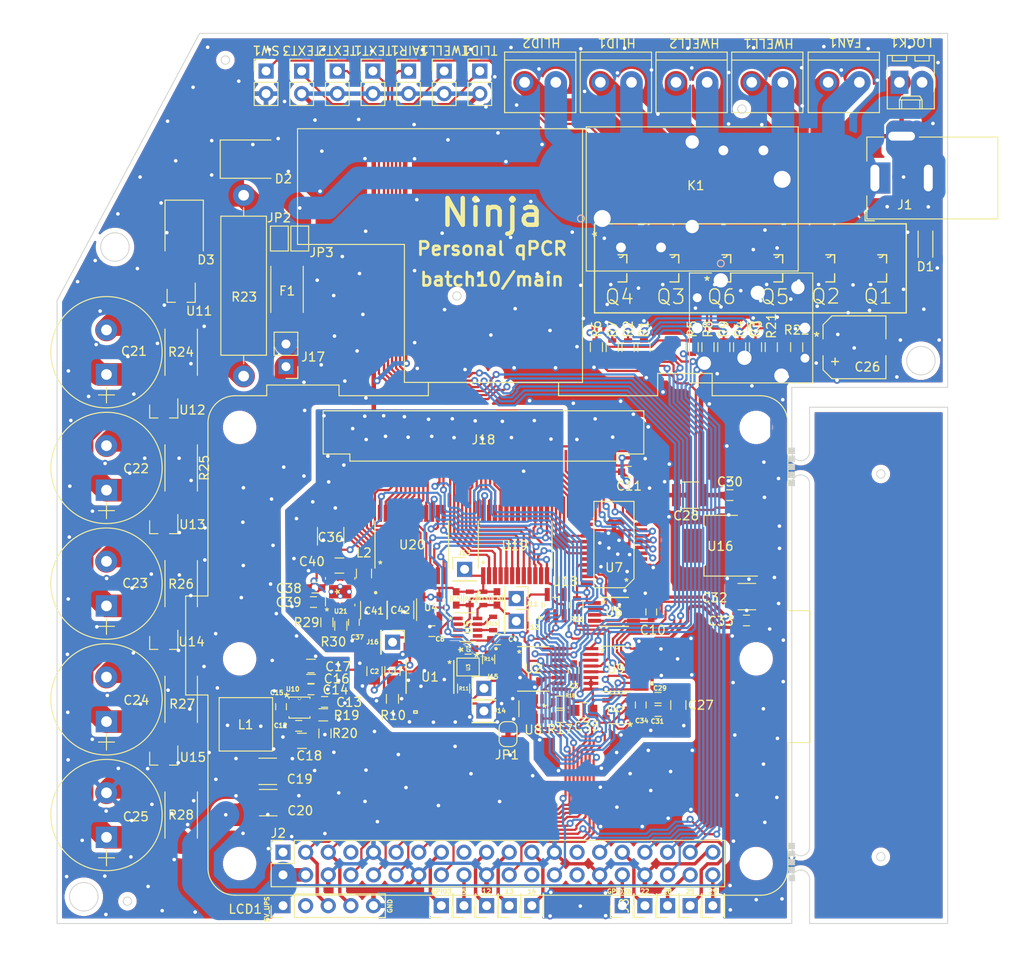
<source format=kicad_pcb>
(kicad_pcb (version 20171130) (host pcbnew "(5.1.6-0-10_14)")
  (layers (0 F.Cu signal) (31 B.Cu signal) (34 B.Paste user) (35 F.Paste user) (36 B.SilkS user) (37 F.SilkS user) (38 B.Mask user) (39 F.Mask user) (44 Edge.Cuts user))
  (net 0 "")
  (net 1 "Net-(C1-Pad1)")
  (net 2 GND)
  (net 3 "Net-(C2-Pad1)")
  (net 4 GNDA)
  (net 5 3V3D)
  (net 6 3V3A)
  (net 7 PD_MUX_OUT)
  (net 8 /Photo/GAIN_LARGE)
  (net 9 /Photo/GAIN_SMALL)
  (net 10 /Photo/AMP_OUT)
  (net 11 -1V)
  (net 12 5V_UPS)
  (net 13 /5V_UPS/SS)
  (net 14 12V_UPS)
  (net 15 "Net-(C22-Pad2)")
  (net 16 /5V_UPS/FB)
  (net 17 12V)
  (net 18 "Net-(D2-Pad1)")
  (net 19 "Net-(FAN1-Pad2)")
  (net 20 "Net-(HLID1-Pad2)")
  (net 21 "Net-(HLID2-Pad2)")
  (net 22 "Net-(HWELL1-Pad2)")
  (net 23 "Net-(HWELL2-Pad2)")
  (net 24 PD_TH2)
  (net 25 THERM_R_SWITCH)
  (net 26 MUX_SELECT)
  (net 27 /GPIO13)
  (net 28 /FAN)
  (net 29 MUX_S3)
  (net 30 /GPIO26)
  (net 31 /GPIO22)
  (net 32 /GPIO5)
  (net 33 DLOCK)
  (net 34 DOPEN)
  (net 35 /WELL_HEATER)
  (net 36 /GPIO28)
  (net 37 PD_TH1)
  (net 38 /GPIO12)
  (net 39 MUX_S2)
  (net 40 /LID_HEATER)
  (net 41 MUX_S1)
  (net 42 VIN_SENSE)
  (net 43 /GPIO14)
  (net 44 I2C_SCL)
  (net 45 MUX_S0)
  (net 46 /GPIO3)
  (net 47 I2C_SDA)
  (net 48 /Photo/PHOTO_OUT_P)
  (net 49 /Photo/PHOTO_OUT_N)
  (net 50 THERM_MUX_OUT)
  (net 51 N_LED_OUT8)
  (net 52 N_LED_OUT7)
  (net 53 N_LED_OUT6)
  (net 54 N_LED_OUT5)
  (net 55 N_LED_OUT4)
  (net 56 N_LED_OUT3)
  (net 57 N_LED_OUT2)
  (net 58 N_LED_OUT1)
  (net 59 S_LED_OUT1)
  (net 60 S_LED_OUT2)
  (net 61 S_LED_OUT3)
  (net 62 S_LED_OUT4)
  (net 63 S_LED_OUT5)
  (net 64 S_LED_OUT6)
  (net 65 S_LED_OUT7)
  (net 66 S_LED_OUT8)
  (net 67 "Net-(LOCK1-Pad1)")
  (net 68 "Net-(Q1-Pad1)")
  (net 69 "Net-(Q2-Pad1)")
  (net 70 "Net-(Q3-Pad1)")
  (net 71 "Net-(Q5-Pad1)")
  (net 72 "Net-(R11-Pad1)")
  (net 73 "Net-(R14-Pad1)")
  (net 74 /Photo/AMP_GAIN_SW)
  (net 75 "Net-(R16-Pad1)")
  (net 76 THERM_AIR)
  (net 77 THERM_EXT1)
  (net 78 THERM_EXT2)
  (net 79 THERM_EXT3)
  (net 80 THERM_LID)
  (net 81 THERM_WELL)
  (net 82 CLKIN)
  (net 83 /PhotoLED/LED_IREF)
  (net 84 "Net-(C13-Pad2)")
  (net 85 "Net-(C15-Pad2)")
  (net 86 "Net-(C15-Pad1)")
  (net 87 "Net-(C21-Pad1)")
  (net 88 "Net-(C21-Pad2)")
  (net 89 "Net-(C23-Pad2)")
  (net 90 "Net-(C24-Pad2)")
  (net 91 "Net-(C34-Pad1)")
  (net 92 "Net-(C37-Pad1)")
  (net 93 "Net-(C39-Pad1)")
  (net 94 "Net-(C40-Pad1)")
  (net 95 "Net-(C40-Pad2)")
  (net 96 /PhotoMUX/S_PD_OUT16)
  (net 97 /PhotoMUX/S_PD_OUT15)
  (net 98 /PhotoMUX/S_PD_OUT14)
  (net 99 /PhotoMUX/S_PD_OUT13)
  (net 100 /PhotoMUX/S_PD_OUT12)
  (net 101 /PhotoMUX/S_PD_OUT11)
  (net 102 /PhotoMUX/S_PD_OUT10)
  (net 103 /PhotoMUX/S_PD_OUT9)
  (net 104 /PhotoMUX/S_PD_OUT8)
  (net 105 /PhotoMUX/S_PD_OUT7)
  (net 106 /PhotoMUX/S_PD_OUT6)
  (net 107 /PhotoMUX/S_PD_OUT5)
  (net 108 /PhotoMUX/S_PD_OUT4)
  (net 109 /PhotoMUX/S_PD_OUT3)
  (net 110 /PhotoMUX/S_PD_OUT2)
  (net 111 /PhotoMUX/S_PD_OUT1)
  (net 112 /PhotoMUX/N_PD_OUT1)
  (net 113 /PhotoMUX/N_PD_OUT2)
  (net 114 /PhotoMUX/N_PD_OUT3)
  (net 115 /PhotoMUX/N_PD_OUT4)
  (net 116 /PhotoMUX/N_PD_OUT5)
  (net 117 /PhotoMUX/N_PD_OUT6)
  (net 118 /PhotoMUX/N_PD_OUT7)
  (net 119 /PhotoMUX/N_PD_OUT8)
  (net 120 /PhotoMUX/N_PD_OUT9)
  (net 121 /PhotoMUX/N_PD_OUT10)
  (net 122 /PhotoMUX/N_PD_OUT11)
  (net 123 /PhotoMUX/N_PD_OUT12)
  (net 124 /PhotoMUX/N_PD_OUT13)
  (net 125 /PhotoMUX/N_PD_OUT14)
  (net 126 /PhotoMUX/N_PD_OUT15)
  (net 127 /PhotoMUX/N_PD_OUT16)
  (net 128 "Net-(R17-Pad2)")
  (net 129 "Net-(R18-Pad2)")
  (net 130 "Net-(R29-Pad1)")
  (net 131 "Net-(R29-Pad2)")
  (net 132 /PhotoMUX/MUX_SELECT_INV)
  (net 133 /GPIO29)
  (net 134 /GPIO25)
  (module Ninja-qPCR:TPS63710DRRR (layer F.Cu) (at 111.79 112.73 90)
    (fp_text reference U21 (at -2.19 0.07 180) (layer F.SilkS) (effects (font (size 0.508 0.508) (thickness 0.127))))
    (fp_text value TPS63710DRRR hide)
    (fp_text user * (at 0 0 90) (layer F.SilkS))
    (pad 1 smd rect (at -1.45 -1.25 90) (size 0.499999 0.249999) (layers F.Cu F.Paste F.Mask) (net 93 "Net-(C39-Pad1)"))
    (pad 2 smd rect (at -1.45 -0.750001 90) (size 0.499999 0.249999) (layers F.Cu F.Paste F.Mask) (net 5 3V3D))
    (pad 3 smd rect (at -1.45 -0.25 90) (size 0.499999 0.249999) (layers F.Cu F.Paste F.Mask))
    (pad 4 smd rect (at -1.45 0.25 90) (size 0.499999 0.249999) (layers F.Cu F.Paste F.Mask) (net 130 "Net-(R29-Pad1)"))
    (pad 5 smd rect (at -1.45 0.750001 90) (size 0.499999 0.249999) (layers F.Cu F.Paste F.Mask) (net 131 "Net-(R29-Pad2)"))
    (pad 6 smd rect (at -1.45 1.25 90) (size 0.499999 0.249999) (layers F.Cu F.Paste F.Mask) (net 92 "Net-(C37-Pad1)"))
    (pad 7 smd rect (at 1.45 1.25 90) (size 0.499999 0.249999) (layers F.Cu F.Paste F.Mask) (net 11 -1V))
    (pad 8 smd rect (at 1.45 0.750001 90) (size 0.499999 0.249999) (layers F.Cu F.Paste F.Mask) (net 95 "Net-(C40-Pad2)"))
    (pad 9 smd rect (at 1.45 0.25 90) (size 0.499999 0.249999) (layers F.Cu F.Paste F.Mask) (net 2 GND))
    (pad 10 smd rect (at 1.45 -0.25 90) (size 0.499999 0.249999) (layers F.Cu F.Paste F.Mask) (net 2 GND))
    (pad 11 smd rect (at 1.45 -0.750001 90) (size 0.499999 0.249999) (layers F.Cu F.Paste F.Mask) (net 94 "Net-(C40-Pad1)"))
    (pad 12 smd rect (at 1.45 -1.25 90) (size 0.499999 0.249999) (layers F.Cu F.Paste F.Mask) (net 5 3V3D))
    (pad 13 smd rect (at 0 0 90) (size 1.5 2.5) (layers F.Cu F.Paste F.Mask) (net 2 GND))
    (pad V thru_hole circle (at 0 -1.000001 90) (size 0.6 0.6) (drill 0.4) (layers *.Cu *.Mask))
    (pad V thru_hole circle (at 0.6 0 90) (size 0.6 0.6) (drill 0.4) (layers *.Cu *.Mask))
    (pad V thru_hole circle (at 0 1.000001 90) (size 0.6 0.6) (drill 0.4) (layers *.Cu *.Mask))
    (pad V thru_hole circle (at -0.499999 0 90) (size 0.6 0.6) (drill 0.4) (layers *.Cu *.Mask))
  )
  (module Ninja-qPCR:BD9D323QWZ-E2 (layer F.Cu) (at 107.22 125.75)
    (fp_text reference U10 (at -0.76 -2.08 180) (layer F.SilkS) (effects (font (size 0.508 0.508) (thickness 0.127))))
    (fp_text value BD9D323QWZ-E2 hide)
    (fp_text user * (at -1.44 -1.09) (layer F.SilkS))
    (pad 9 smd rect (at 0 0.648) (size 0.8382 0.7112) (layers F.Cu F.Paste F.Mask) (net 2 GND))
    (pad 8 smd rect (at 0.775 -0.599999) (size 0.4572 0.254) (layers F.Cu F.Paste F.Mask) (net 14 12V_UPS))
    (pad 7 smd rect (at 0.775 -0.2) (size 0.4572 0.254) (layers F.Cu F.Paste F.Mask) (net 84 "Net-(C13-Pad2)"))
    (pad 6 smd rect (at 0.775 0.2) (size 0.4572 0.254) (layers F.Cu F.Paste F.Mask) (net 16 /5V_UPS/FB))
    (pad 5 smd rect (at 0.775 0.599999) (size 0.4572 0.254) (layers F.Cu F.Paste F.Mask) (net 13 /5V_UPS/SS))
    (pad 4 smd rect (at -0.775 0.599999) (size 0.4572 0.254) (layers F.Cu F.Paste F.Mask) (net 2 GND))
    (pad 3 smd rect (at -0.775 0.2) (size 0.4572 0.254) (layers F.Cu F.Paste F.Mask) (net 86 "Net-(C15-Pad1)"))
    (pad 2 smd rect (at -0.775 -0.2) (size 0.4572 0.254) (layers F.Cu F.Paste F.Mask) (net 85 "Net-(C15-Pad2)"))
    (pad 1 smd rect (at -0.775 -0.599999) (size 0.4572 0.254) (layers F.Cu F.Paste F.Mask) (net 14 12V_UPS))
  )
  (module Capacitors_SMD:C_0603 (layer F.Cu) (at 105.15 125.65 90)
    (fp_text reference C15 (at 1.58 -0.48) (layer F.SilkS) (effects (font (size 0.508 0.508) (thickness 0.127))))
    (fp_text value 0.1uF)
    (pad 1 smd rect (at -0.75 0 90) (size 0.8 0.75) (layers F.Cu F.Paste F.Mask) (net 86 "Net-(C15-Pad1)"))
    (pad 2 smd rect (at 0.75 0 90) (size 0.8 0.75) (layers F.Cu F.Paste F.Mask) (net 85 "Net-(C15-Pad2)"))
  )
  (module Capacitors_SMD:C_0805 (layer F.Cu) (at 107.5 129.48 180)
    (fp_text reference C18 (at -0.82 -1.68) (layer F.SilkS))
    (fp_text value DNP)
    (pad 1 smd rect (at -1 0 180) (size 1 1.25) (layers F.Cu F.Paste F.Mask) (net 16 /5V_UPS/FB))
    (pad 2 smd rect (at 1 0 180) (size 1 1.25) (layers F.Cu F.Paste F.Mask) (net 12 5V_UPS))
  )
  (module Capacitors_SMD:C_1210 (layer F.Cu) (at 103.65 132.91 180)
    (fp_text reference C19 (at -3.6 -0.87) (layer F.SilkS))
    (fp_text value 22uF)
    (pad 2 smd rect (at 1.5 0 180) (size 1 2.5) (layers F.Cu F.Paste F.Mask) (net 12 5V_UPS))
    (pad 1 smd rect (at -1.5 0 180) (size 1 2.5) (layers F.Cu F.Paste F.Mask) (net 2 GND))
  )
  (module Capacitors_SMD:C_0603 (layer F.Cu) (at 107.13 127.8)
    (fp_text reference C12 (at -2.03 -0.03 180) (layer F.SilkS) (effects (font (size 0.508 0.508) (thickness 0.127))))
    (fp_text value 1000pF)
    (pad 2 smd rect (at 0.75 0) (size 0.8 0.75) (layers F.Cu F.Paste F.Mask) (net 13 /5V_UPS/SS))
    (pad 1 smd rect (at -0.75 0) (size 0.8 0.75) (layers F.Cu F.Paste F.Mask) (net 2 GND))
  )
  (module Ninja-qPCR:Raspberry_Pi_3A+_3B+_4B_Zero_FaceDown_HDMI-R (layer F.Cu) (at 105.37 142 90)
    (fp_text reference J2 (at 2.14 -0.53) (layer F.SilkS))
    (fp_text value Raspberry_Pi_3A_Plus_wpi)
    (pad "" np_thru_hole circle (at -1.27 53.13 180) (size 2.75 2.75) (drill 2.75) (layers *.Cu *.Mask))
    (pad "" np_thru_hole circle (at 47.73 -4.87 180) (size 2.75 2.75) (drill 2.75) (layers *.Cu *.Mask))
    (pad "" np_thru_hole circle (at 47.73 53.13 180) (size 2.75 2.75) (drill 2.75) (layers *.Cu *.Mask))
    (pad "" np_thru_hole circle (at -1.27 -4.87 180) (size 2.75 2.75) (drill 2.75) (layers *.Cu *.Mask))
    (pad 40 thru_hole oval (at -2.54 48.26 90) (size 1.7 1.7) (drill 1) (layers *.Cu *.Mask) (net 133 /GPIO29))
    (pad 39 thru_hole oval (at 0 48.26 90) (size 1.7 1.7) (drill 1) (layers *.Cu *.Mask) (net 2 GND))
    (pad 26 thru_hole oval (at -2.54 30.48 90) (size 1.7 1.7) (drill 1) (layers *.Cu *.Mask) (net 25 THERM_R_SWITCH))
    (pad 25 thru_hole oval (at 0 30.48 90) (size 1.7 1.7) (drill 1) (layers *.Cu *.Mask) (net 2 GND))
    (pad 22 thru_hole oval (at -2.54 25.4 90) (size 1.7 1.7) (drill 1) (layers *.Cu *.Mask) (net 26 MUX_SELECT))
    (pad 21 thru_hole oval (at 0 25.4 90) (size 1.7 1.7) (drill 1) (layers *.Cu *.Mask) (net 27 /GPIO13))
    (pad 30 thru_hole oval (at -2.54 35.56 90) (size 1.7 1.7) (drill 1) (layers *.Cu *.Mask) (net 2 GND))
    (pad 29 thru_hole oval (at 0 35.56 90) (size 1.7 1.7) (drill 1) (layers *.Cu *.Mask) (net 28 /FAN))
    (pad 8 thru_hole oval (at -2.54 7.62 90) (size 1.7 1.7) (drill 1) (layers *.Cu *.Mask) (net 29 MUX_S3))
    (pad 7 thru_hole oval (at 0 7.62 90) (size 1.7 1.7) (drill 1) (layers *.Cu *.Mask))
    (pad 32 thru_hole oval (at -2.54 38.1 90) (size 1.7 1.7) (drill 1) (layers *.Cu *.Mask) (net 30 /GPIO26))
    (pad 31 thru_hole oval (at 0 38.1 90) (size 1.7 1.7) (drill 1) (layers *.Cu *.Mask) (net 31 /GPIO22))
    (pad 18 thru_hole oval (at -2.54 20.32 90) (size 1.7 1.7) (drill 1) (layers *.Cu *.Mask) (net 32 /GPIO5))
    (pad 17 thru_hole oval (at 0 20.32 90) (size 1.7 1.7) (drill 1) (layers *.Cu *.Mask))
    (pad 36 thru_hole oval (at -2.54 43.18 90) (size 1.7 1.7) (drill 1) (layers *.Cu *.Mask) (net 33 DLOCK))
    (pad 35 thru_hole oval (at 0 43.18 90) (size 1.7 1.7) (drill 1) (layers *.Cu *.Mask) (net 34 DOPEN))
    (pad 34 thru_hole oval (at -2.54 40.64 90) (size 1.7 1.7) (drill 1) (layers *.Cu *.Mask) (net 2 GND))
    (pad 33 thru_hole oval (at 0 40.64 90) (size 1.7 1.7) (drill 1) (layers *.Cu *.Mask) (net 35 /WELL_HEATER))
    (pad 38 thru_hole oval (at -2.54 45.72 90) (size 1.7 1.7) (drill 1) (layers *.Cu *.Mask) (net 36 /GPIO28))
    (pad 37 thru_hole oval (at 0 45.72 90) (size 1.7 1.7) (drill 1) (layers *.Cu *.Mask) (net 134 /GPIO25))
    (pad 20 thru_hole oval (at -2.54 22.86 90) (size 1.7 1.7) (drill 1) (layers *.Cu *.Mask) (net 2 GND))
    (pad 19 thru_hole oval (at 0 22.86 90) (size 1.7 1.7) (drill 1) (layers *.Cu *.Mask) (net 38 /GPIO12))
    (pad 10 thru_hole oval (at -2.54 10.16 90) (size 1.7 1.7) (drill 1) (layers *.Cu *.Mask) (net 39 MUX_S2))
    (pad 9 thru_hole oval (at 0 10.16 90) (size 1.7 1.7) (drill 1) (layers *.Cu *.Mask) (net 2 GND))
    (pad 14 thru_hole oval (at -2.54 15.24 90) (size 1.7 1.7) (drill 1) (layers *.Cu *.Mask) (net 2 GND))
    (pad 13 thru_hole oval (at 0 15.24 90) (size 1.7 1.7) (drill 1) (layers *.Cu *.Mask) (net 40 /LID_HEATER))
    (pad 28 thru_hole oval (at -2.54 33.02 90) (size 1.7 1.7) (drill 1) (layers *.Cu *.Mask))
    (pad 27 thru_hole oval (at 0 33.02 90) (size 1.7 1.7) (drill 1) (layers *.Cu *.Mask))
    (pad 12 thru_hole oval (at -2.54 12.7 90) (size 1.7 1.7) (drill 1) (layers *.Cu *.Mask) (net 41 MUX_S1))
    (pad 11 thru_hole oval (at 0 12.7 90) (size 1.7 1.7) (drill 1) (layers *.Cu *.Mask) (net 42 VIN_SENSE))
    (pad 24 thru_hole oval (at -2.54 27.94 90) (size 1.7 1.7) (drill 1) (layers *.Cu *.Mask))
    (pad 23 thru_hole oval (at 0 27.94 90) (size 1.7 1.7) (drill 1) (layers *.Cu *.Mask) (net 43 /GPIO14))
    (pad 1 thru_hole rect (at 0 0 90) (size 1.7 1.7) (drill 1) (layers *.Cu *.Mask))
    (pad 2 thru_hole oval (at -2.54 0 90) (size 1.7 1.7) (drill 1) (layers *.Cu *.Mask) (net 12 5V_UPS))
    (pad 5 thru_hole oval (at 0 5.08 90) (size 1.7 1.7) (drill 1) (layers *.Cu *.Mask) (net 44 I2C_SCL))
    (pad 4 thru_hole oval (at -2.54 2.54 90) (size 1.7 1.7) (drill 1) (layers *.Cu *.Mask) (net 12 5V_UPS))
    (pad 16 thru_hole oval (at -2.54 17.78 90) (size 1.7 1.7) (drill 1) (layers *.Cu *.Mask) (net 45 MUX_S0))
    (pad 15 thru_hole oval (at 0 17.78 90) (size 1.7 1.7) (drill 1) (layers *.Cu *.Mask) (net 46 /GPIO3))
    (pad 3 thru_hole oval (at 0 2.54 90) (size 1.7 1.7) (drill 1) (layers *.Cu *.Mask) (net 47 I2C_SDA))
    (pad 6 thru_hole oval (at -2.54 5.08 90) (size 1.7 1.7) (drill 1) (layers *.Cu *.Mask) (net 2 GND))
    (pad "" np_thru_hole circle (at 21.73 -4.87 180) (size 2.75 2.75) (drill 2.75) (layers *.Cu *.Mask))
    (pad "" np_thru_hole circle (at 21.73 53.13 180) (size 2.75 2.75) (drill 2.75) (layers *.Cu *.Mask))
  )
  (module Ninja-qPCR:ADS122C04IPWR (layer F.Cu) (at 133.47 121.4)
    (fp_text reference U2 (at -0.02 -0.03) (layer F.SilkS))
    (fp_text value ADS122C04IPWR)
    (pad 16 smd rect (at 2.87 -2.275) (size 1.57 0.41) (layers F.Cu F.Paste F.Mask) (net 44 I2C_SCL))
    (pad 15 smd rect (at 2.87 -1.625) (size 1.57 0.41) (layers F.Cu F.Paste F.Mask) (net 47 I2C_SDA))
    (pad 14 smd rect (at 2.87 -0.975) (size 1.57 0.41) (layers F.Cu F.Paste F.Mask))
    (pad 13 smd rect (at 2.87 -0.325) (size 1.57 0.41) (layers F.Cu F.Paste F.Mask) (net 5 3V3D))
    (pad 12 smd rect (at 2.87 0.325) (size 1.57 0.41) (layers F.Cu F.Paste F.Mask) (net 6 3V3A))
    (pad 11 smd rect (at 2.87 0.975) (size 1.57 0.41) (layers F.Cu F.Paste F.Mask) (net 4 GNDA))
    (pad 10 smd rect (at 2.87 1.625) (size 1.57 0.41) (layers F.Cu F.Paste F.Mask) (net 50 THERM_MUX_OUT))
    (pad 9 smd rect (at 2.87 2.275) (size 1.57 0.41) (layers F.Cu F.Paste F.Mask) (net 6 3V3A))
    (pad 8 smd rect (at -2.87 2.275) (size 1.57 0.41) (layers F.Cu F.Paste F.Mask) (net 4 GNDA))
    (pad 7 smd rect (at -2.87 1.625) (size 1.57 0.41) (layers F.Cu F.Paste F.Mask) (net 49 /Photo/PHOTO_OUT_N))
    (pad 6 smd rect (at -2.87 0.975) (size 1.57 0.41) (layers F.Cu F.Paste F.Mask) (net 48 /Photo/PHOTO_OUT_P))
    (pad 5 smd rect (at -2.87 0.325) (size 1.57 0.41) (layers F.Cu F.Paste F.Mask) (net 4 GNDA))
    (pad 4 smd rect (at -2.87 -0.325) (size 1.57 0.41) (layers F.Cu F.Paste F.Mask) (net 2 GND))
    (pad 3 smd rect (at -2.87 -0.975) (size 1.57 0.41) (layers F.Cu F.Paste F.Mask) (net 5 3V3D))
    (pad 2 smd rect (at -2.87 -1.625) (size 1.57 0.41) (layers F.Cu F.Paste F.Mask) (net 2 GND))
    (pad 1 smd rect (at -2.87 -2.275) (size 1.57 0.41) (layers F.Cu F.Paste F.Mask) (net 2 GND))
  )
  (module Pin_Headers:Pin_Header_Straight_1x01_Pitch2.54mm (layer F.Cu) (at 117.67 118.4 270)
    (fp_text reference J16 (at -0.03 2.25) (layer F.SilkS) (effects (font (size 0.508 0.508) (thickness 0.127))))
    (fp_text value Conn_01x01_Male)
    (pad 1 thru_hole rect (at 0 0 270) (size 1.7 1.7) (drill 1) (layers *.Cu *.Mask) (net 10 /Photo/AMP_OUT))
  )
  (module Pin_Headers:Pin_Header_Straight_1x02_Pitch2.54mm (layer F.Cu) (at 105.7 87.44 180)
    (fp_text reference J17 (at -3.05 1.09) (layer F.SilkS))
    (fp_text value Conn_01x02_Male)
    (pad 1 thru_hole rect (at 0 0 180) (size 1.7 1.7) (drill 1) (layers *.Cu *.Mask) (net 14 12V_UPS))
    (pad 2 thru_hole oval (at 0 2.54 180) (size 1.7 1.7) (drill 1) (layers *.Cu *.Mask) (net 2 GND))
  )
  (module Ninja-qPCR:ADA2200ARUZ (layer F.Cu) (at 121.87 122.31 270)
    (fp_text reference U1 (at 0 0 180) (layer F.SilkS))
    (fp_text value ADA2200ARUZ hide)
    (fp_text user * (at -3.0734 -3.773601 90) (layer F.SilkS))
    (fp_text user * (at -3.0734 -3.773601 90) (layer F.SilkS))
    (pad 16 smd rect (at 2.8194 -2.274999 270) (size 1.4732 0.3556) (layers F.Cu F.Paste F.Mask))
    (pad 15 smd rect (at 2.8194 -1.624998 270) (size 1.4732 0.3556) (layers F.Cu F.Paste F.Mask))
    (pad 14 smd rect (at 2.8194 -0.974999 270) (size 1.4732 0.3556) (layers F.Cu F.Paste F.Mask))
    (pad 13 smd rect (at 2.8194 -0.324998 270) (size 1.4732 0.3556) (layers F.Cu F.Paste F.Mask))
    (pad 12 smd rect (at 2.8194 0.325001 270) (size 1.4732 0.3556) (layers F.Cu F.Paste F.Mask) (net 5 3V3D))
    (pad 11 smd rect (at 2.8194 0.974999 270) (size 1.4732 0.3556) (layers F.Cu F.Paste F.Mask) (net 48 /Photo/PHOTO_OUT_P))
    (pad 10 smd rect (at 2.8194 1.625001 270) (size 1.4732 0.3556) (layers F.Cu F.Paste F.Mask) (net 49 /Photo/PHOTO_OUT_N))
    (pad 9 smd rect (at 2.8194 2.274999 270) (size 1.4732 0.3556) (layers F.Cu F.Paste F.Mask) (net 1 "Net-(C1-Pad1)"))
    (pad 8 smd rect (at -2.8194 2.274999 270) (size 1.4732 0.3556) (layers F.Cu F.Paste F.Mask) (net 3 "Net-(C2-Pad1)"))
    (pad 7 smd rect (at -2.8194 1.624998 270) (size 1.4732 0.3556) (layers F.Cu F.Paste F.Mask) (net 4 GNDA))
    (pad 6 smd rect (at -2.8194 0.974999 270) (size 1.4732 0.3556) (layers F.Cu F.Paste F.Mask) (net 10 /Photo/AMP_OUT))
    (pad 5 smd rect (at -2.8194 0.324998 270) (size 1.4732 0.3556) (layers F.Cu F.Paste F.Mask) (net 2 GND))
    (pad 4 smd rect (at -2.8194 -0.325001 270) (size 1.4732 0.3556) (layers F.Cu F.Paste F.Mask) (net 72 "Net-(R11-Pad1)"))
    (pad 3 smd rect (at -2.8194 -0.974999 270) (size 1.4732 0.3556) (layers F.Cu F.Paste F.Mask))
    (pad 2 smd rect (at -2.8194 -1.625001 270) (size 1.4732 0.3556) (layers F.Cu F.Paste F.Mask))
    (pad 1 smd rect (at -2.8194 -2.274999 270) (size 1.4732 0.3556) (layers F.Cu F.Paste F.Mask) (net 82 CLKIN))
  )
  (module Resistors_SMD:R_0603 (layer F.Cu) (at 117.66 124.77 270)
    (fp_text reference R10 (at 1.85 -0.07 180) (layer F.SilkS))
    (fp_text value 10k)
    (pad 2 smd rect (at 0.75 0 270) (size 0.5 0.9) (layers F.Cu F.Paste F.Mask) (net 5 3V3D))
    (pad 1 smd rect (at -0.75 0 270) (size 0.5 0.9) (layers F.Cu F.Paste F.Mask) (net 1 "Net-(C1-Pad1)"))
  )
  (module Resistors_SMD:R_0603 (layer F.Cu) (at 128.46 120.32 90)
    (fp_text reference R14 (at 0.02 0.04 180) (layer F.SilkS) (effects (font (size 0.381 0.381) (thickness 0.09525))))
    (fp_text value 10k)
    (pad 2 smd rect (at 0.75 0 90) (size 0.5 0.9) (layers F.Cu F.Paste F.Mask) (net 5 3V3D))
    (pad 1 smd rect (at -0.75 0 90) (size 0.5 0.9) (layers F.Cu F.Paste F.Mask) (net 73 "Net-(R14-Pad1)"))
  )
  (module Capacitors_SMD:C_0603 (layer F.Cu) (at 126.15 119.14 180)
    (fp_text reference C7 (at -0.06 -0.02 270) (layer F.SilkS) (effects (font (size 0.381 0.381) (thickness 0.09525))))
    (fp_text value 0.1uF)
    (pad 1 smd rect (at -0.75 0 180) (size 0.8 0.75) (layers F.Cu F.Paste F.Mask) (net 5 3V3D))
    (pad 2 smd rect (at 0.75 0 180) (size 0.8 0.75) (layers F.Cu F.Paste F.Mask) (net 2 GND))
  )
  (module Ninja-qPCR:ASDK-32.768KHZ-LRT (layer F.Cu) (at 126.15 121.19 180)
    (fp_text reference U3 (at -0.02 -0.04 90) (layer F.SilkS) (effects (font (size 0.381 0.381) (thickness 0.09525))))
    (fp_text value COM1305-0.032768-EXT-T-TR)
    (fp_text user * (at -0.95 1.03) (layer F.SilkS))
    (pad 1 smd rect (at -0.8125 0.6125 180) (size 1 0.9) (layers F.Cu F.Paste F.Mask) (net 73 "Net-(R14-Pad1)"))
    (pad 2 smd rect (at 0.8125 0.6125 180) (size 1 0.9) (layers F.Cu F.Paste F.Mask) (net 2 GND))
    (pad 3 smd rect (at 0.8125 -0.6125 180) (size 1 0.9) (layers F.Cu F.Paste F.Mask) (net 82 CLKIN))
    (pad 4 smd rect (at -0.8125 -0.6125 180) (size 1 0.9) (layers F.Cu F.Paste F.Mask) (net 5 3V3D))
  )
  (module Capacitors_SMD:C_0805 (layer F.Cu) (at 115.64 121.66 90)
    (fp_text reference C2 (at -0.03 0) (layer F.SilkS) (effects (font (size 0.508 0.508) (thickness 0.127))))
    (fp_text value 4.7uF)
    (pad 2 smd rect (at 1 0 90) (size 1 1.25) (layers F.Cu F.Paste F.Mask) (net 4 GNDA))
    (pad 1 smd rect (at -1 0 90) (size 1 1.25) (layers F.Cu F.Paste F.Mask) (net 3 "Net-(C2-Pad1)"))
  )
  (module Ninja-qPCR:SOP65P780X200-24N (layer F.Cu) (at 119.83 107.43 90)
    (fp_text reference U20 (at -0.03 0.04 180) (layer F.SilkS))
    (fp_text value CD74HC4067M96)
    (pad 24 smd rect (at 3.505 -3.575 90) (size 1.9 0.48) (layers F.Cu F.Paste F.Mask) (net 5 3V3D))
    (pad 23 smd rect (at 3.505 -2.925 90) (size 1.9 0.48) (layers F.Cu F.Paste F.Mask) (net 119 /PhotoMUX/N_PD_OUT8))
    (pad 22 smd rect (at 3.505 -2.275 90) (size 1.9 0.48) (layers F.Cu F.Paste F.Mask) (net 118 /PhotoMUX/N_PD_OUT7))
    (pad 21 smd rect (at 3.505 -1.625 90) (size 1.9 0.48) (layers F.Cu F.Paste F.Mask) (net 117 /PhotoMUX/N_PD_OUT6))
    (pad 20 smd rect (at 3.505 -0.975 90) (size 1.9 0.48) (layers F.Cu F.Paste F.Mask) (net 116 /PhotoMUX/N_PD_OUT5))
    (pad 19 smd rect (at 3.505 -0.325 90) (size 1.9 0.48) (layers F.Cu F.Paste F.Mask) (net 115 /PhotoMUX/N_PD_OUT4))
    (pad 18 smd rect (at 3.505 0.325 90) (size 1.9 0.48) (layers F.Cu F.Paste F.Mask) (net 114 /PhotoMUX/N_PD_OUT3))
    (pad 17 smd rect (at 3.505 0.975 90) (size 1.9 0.48) (layers F.Cu F.Paste F.Mask) (net 113 /PhotoMUX/N_PD_OUT2))
    (pad 16 smd rect (at 3.505 1.625 90) (size 1.9 0.48) (layers F.Cu F.Paste F.Mask) (net 112 /PhotoMUX/N_PD_OUT1))
    (pad 15 smd rect (at 3.505 2.275 90) (size 1.9 0.48) (layers F.Cu F.Paste F.Mask) (net 26 MUX_SELECT))
    (pad 14 smd rect (at 3.505 2.925 90) (size 1.9 0.48) (layers F.Cu F.Paste F.Mask) (net 39 MUX_S2))
    (pad 13 smd rect (at 3.505 3.575 90) (size 1.9 0.48) (layers F.Cu F.Paste F.Mask) (net 29 MUX_S3))
    (pad 12 smd rect (at -3.505 3.575 90) (size 1.9 0.48) (layers F.Cu F.Paste F.Mask) (net 11 -1V))
    (pad 11 smd rect (at -3.505 2.925 90) (size 1.9 0.48) (layers F.Cu F.Paste F.Mask) (net 41 MUX_S1))
    (pad 10 smd rect (at -3.505 2.275 90) (size 1.9 0.48) (layers F.Cu F.Paste F.Mask) (net 45 MUX_S0))
    (pad 9 smd rect (at -3.505 1.625 90) (size 1.9 0.48) (layers F.Cu F.Paste F.Mask) (net 120 /PhotoMUX/N_PD_OUT9))
    (pad 8 smd rect (at -3.505 0.975 90) (size 1.9 0.48) (layers F.Cu F.Paste F.Mask) (net 121 /PhotoMUX/N_PD_OUT10))
    (pad 7 smd rect (at -3.505 0.325 90) (size 1.9 0.48) (layers F.Cu F.Paste F.Mask) (net 122 /PhotoMUX/N_PD_OUT11))
    (pad 6 smd rect (at -3.505 -0.325 90) (size 1.9 0.48) (layers F.Cu F.Paste F.Mask) (net 123 /PhotoMUX/N_PD_OUT12))
    (pad 5 smd rect (at -3.505 -0.975 90) (size 1.9 0.48) (layers F.Cu F.Paste F.Mask) (net 124 /PhotoMUX/N_PD_OUT13))
    (pad 4 smd rect (at -3.505 -1.625 90) (size 1.9 0.48) (layers F.Cu F.Paste F.Mask) (net 125 /PhotoMUX/N_PD_OUT14))
    (pad 3 smd rect (at -3.505 -2.275 90) (size 1.9 0.48) (layers F.Cu F.Paste F.Mask) (net 126 /PhotoMUX/N_PD_OUT15))
    (pad 2 smd rect (at -3.505 -2.925 90) (size 1.9 0.48) (layers F.Cu F.Paste F.Mask) (net 127 /PhotoMUX/N_PD_OUT16))
    (pad 1 smd rect (at -3.505 -3.575 90) (size 1.9 0.48) (layers F.Cu F.Paste F.Mask) (net 7 PD_MUX_OUT))
  )
  (module Ninja-qPCR:PCA9955B (layer F.Cu) (at 142.53 107.43 90)
    (fp_text reference U7 (at -2.59 0.01) (layer F.SilkS))
    (fp_text value PCA9955B hide)
    (pad 29 smd rect (at 0 0 90) (size 3.4 2.2) (layers F.Cu) (net 2 GND))
    (pad 14 smd rect (at 4.325 3.05 90) (size 0.6 1.35) (layers F.Cu F.Paste F.Mask) (net 66 S_LED_OUT8))
    (pad 15 smd rect (at 4.325 -3.05 90) (size 0.6 1.35) (layers F.Cu F.Paste F.Mask) (net 51 N_LED_OUT8))
    (pad 13 smd rect (at 3.575 3.05 90) (size 0.4 1.35) (layers F.Cu F.Paste F.Mask) (net 65 S_LED_OUT7))
    (pad 16 smd rect (at 3.575 -3.05 90) (size 0.4 1.35) (layers F.Cu F.Paste F.Mask) (net 52 N_LED_OUT7))
    (pad 12 smd rect (at 2.925 3.05 90) (size 0.4 1.35) (layers F.Cu F.Paste F.Mask) (net 64 S_LED_OUT6))
    (pad 17 smd rect (at 2.925 -3.05 90) (size 0.4 1.35) (layers F.Cu F.Paste F.Mask) (net 53 N_LED_OUT6))
    (pad 11 smd rect (at 2.275 3.05 90) (size 0.4 1.35) (layers F.Cu F.Paste F.Mask) (net 63 S_LED_OUT5))
    (pad 18 smd rect (at 2.275 -3.05 90) (size 0.4 1.35) (layers F.Cu F.Paste F.Mask) (net 54 N_LED_OUT5))
    (pad 10 smd rect (at 1.625 3.05 90) (size 0.4 1.35) (layers F.Cu F.Paste F.Mask) (net 2 GND))
    (pad 19 smd rect (at 1.625 -3.05 90) (size 0.4 1.35) (layers F.Cu F.Paste F.Mask) (net 2 GND))
    (pad 9 smd rect (at 0.975 3.05 90) (size 0.4 1.35) (layers F.Cu F.Paste F.Mask) (net 62 S_LED_OUT4))
    (pad 20 smd rect (at 0.975 -3.05 90) (size 0.4 1.35) (layers F.Cu F.Paste F.Mask) (net 55 N_LED_OUT4))
    (pad 8 smd rect (at 0.325 3.05 90) (size 0.4 1.35) (layers F.Cu F.Paste F.Mask) (net 61 S_LED_OUT3))
    (pad 21 smd rect (at 0.325 -3.05 90) (size 0.4 1.35) (layers F.Cu F.Paste F.Mask) (net 56 N_LED_OUT3))
    (pad 7 smd rect (at -0.325 3.05 90) (size 0.4 1.35) (layers F.Cu F.Paste F.Mask) (net 60 S_LED_OUT2))
    (pad 22 smd rect (at -0.325 -3.05 90) (size 0.4 1.35) (layers F.Cu F.Paste F.Mask) (net 57 N_LED_OUT2))
    (pad 6 smd rect (at -0.975 3.05 90) (size 0.4 1.35) (layers F.Cu F.Paste F.Mask) (net 59 S_LED_OUT1))
    (pad 23 smd rect (at -0.975 -3.05 90) (size 0.4 1.35) (layers F.Cu F.Paste F.Mask) (net 58 N_LED_OUT1))
    (pad 5 smd rect (at -1.625 3.05 90) (size 0.4 1.35) (layers F.Cu F.Paste F.Mask))
    (pad 24 smd rect (at -1.625 -3.05 90) (size 0.4 1.35) (layers F.Cu F.Paste F.Mask) (net 2 GND))
    (pad 4 smd rect (at -2.275 3.05 90) (size 0.4 1.35) (layers F.Cu F.Paste F.Mask) (net 2 GND))
    (pad 25 smd rect (at -2.275 -3.05 90) (size 0.4 1.35) (layers F.Cu F.Paste F.Mask) (net 75 "Net-(R16-Pad1)"))
    (pad 3 smd rect (at -2.925 3.05 90) (size 0.4 1.35) (layers F.Cu F.Paste F.Mask) (net 2 GND))
    (pad 26 smd rect (at -2.925 -3.05 90) (size 0.4 1.35) (layers F.Cu F.Paste F.Mask) (net 44 I2C_SCL))
    (pad 2 smd rect (at -3.575 3.05 90) (size 0.4 1.35) (layers F.Cu F.Paste F.Mask) (net 5 3V3D))
    (pad 27 smd rect (at -3.575 -3.05 90) (size 0.4 1.35) (layers F.Cu F.Paste F.Mask) (net 47 I2C_SDA))
    (pad 1 smd rect (at -4.325 3.05 90) (size 0.6 1.35) (layers F.Cu F.Paste F.Mask) (net 83 /PhotoLED/LED_IREF))
    (pad 28 smd rect (at -4.325 -3.05 90) (size 0.6 1.35) (layers F.Cu F.Paste F.Mask) (net 5 3V3D))
  )
  (module Ninja-qPCR:MCP4551T-502E&slash_MS (layer F.Cu) (at 142.53 115)
    (fp_text reference U6 (at 0 0) (layer F.SilkS))
    (fp_text value MCP4551T-503E/MS hide)
    (pad 1 smd rect (at -2.2 -1) (size 1.45 0.45) (layers F.Cu F.Paste F.Mask) (net 5 3V3D))
    (pad 2 smd rect (at -2.2 -0.325) (size 1.45 0.4) (layers F.Cu F.Paste F.Mask) (net 44 I2C_SCL))
    (pad 3 smd rect (at -2.2 0.325) (size 1.45 0.4) (layers F.Cu F.Paste F.Mask) (net 47 I2C_SDA))
    (pad 4 smd rect (at -2.2 1) (size 1.45 0.45) (layers F.Cu F.Paste F.Mask) (net 2 GND))
    (pad 5 smd rect (at 2.2 1) (size 1.45 0.45) (layers F.Cu F.Paste F.Mask) (net 5 3V3D))
    (pad 6 smd rect (at 2.2 0.325) (size 1.45 0.4) (layers F.Cu F.Paste F.Mask) (net 83 /PhotoLED/LED_IREF))
    (pad 7 smd rect (at 2.2 -0.325) (size 1.45 0.4) (layers F.Cu F.Paste F.Mask) (net 2 GND))
    (pad 8 smd rect (at 2.2 -1) (size 1.45 0.45) (layers F.Cu F.Paste F.Mask) (net 5 3V3D))
  )
  (module Ninja-qPCR:TB_SeeedOPL_320110028 (layer F.Cu) (at 170.09 55.5 180)
    (fp_text reference FAN1 (at 1.6 4.49 180 unlocked) (layer F.SilkS))
    (fp_text value Screw_Terminal_01x02)
    (pad 2 thru_hole circle (at 3.5 0 180) (size 2 2) (drill 1.2) (layers *.Cu *.Mask) (net 19 "Net-(FAN1-Pad2)"))
    (pad 1 thru_hole circle (at 0 0 180) (size 2 2) (drill 1.2) (layers *.Cu *.Mask) (net 17 12V))
  )
  (module Ninja-qPCR:TB_SeeedOPL_320110028 (layer F.Cu) (at 144.5 55.5 180)
    (fp_text reference HLID1 (at 1.66 4.43 180 unlocked) (layer F.SilkS))
    (fp_text value Screw_Terminal_01x02)
    (pad 1 thru_hole circle (at 0 0 180) (size 2 2) (drill 1.2) (layers *.Cu *.Mask) (net 17 12V))
    (pad 2 thru_hole circle (at 3.5 0 180) (size 2 2) (drill 1.2) (layers *.Cu *.Mask) (net 20 "Net-(HLID1-Pad2)"))
  )
  (module Ninja-qPCR:TB_SeeedOPL_320110028 (layer F.Cu) (at 136 55.5 180)
    (fp_text reference HLID2 (at 1.61 4.45 180 unlocked) (layer F.SilkS))
    (fp_text value Screw_Terminal_01x02)
    (pad 1 thru_hole circle (at 0 0 180) (size 2 2) (drill 1.2) (layers *.Cu *.Mask) (net 17 12V))
    (pad 2 thru_hole circle (at 3.5 0 180) (size 2 2) (drill 1.2) (layers *.Cu *.Mask) (net 21 "Net-(HLID2-Pad2)"))
  )
  (module Ninja-qPCR:TB_SeeedOPL_320110028 (layer F.Cu) (at 161.5 55.5 180)
    (fp_text reference HWELL1 (at 1.62 4.37 180 unlocked) (layer F.SilkS))
    (fp_text value Screw_Terminal_01x02)
    (pad 2 thru_hole circle (at 3.5 0 180) (size 2 2) (drill 1.2) (layers *.Cu *.Mask) (net 22 "Net-(HWELL1-Pad2)"))
    (pad 1 thru_hole circle (at 0 0 180) (size 2 2) (drill 1.2) (layers *.Cu *.Mask) (net 17 12V))
  )
  (module Ninja-qPCR:TB_SeeedOPL_320110028 (layer F.Cu) (at 153 55.5 180)
    (fp_text reference HWELL2 (at 1.44 4.41 180 unlocked) (layer F.SilkS))
    (fp_text value Screw_Terminal_01x02)
    (pad 1 thru_hole circle (at 0 0 180) (size 2 2) (drill 1.2) (layers *.Cu *.Mask) (net 17 12V))
    (pad 2 thru_hole circle (at 3.5 0 180) (size 2 2) (drill 1.2) (layers *.Cu *.Mask) (net 23 "Net-(HWELL2-Pad2)"))
  )
  (module Connector_BarrelJack:BarrelJack_Horizontal (layer F.Cu) (at 171.829 66.25 180)
    (fp_text reference J1 (at -3.361 -3.01) (layer F.SilkS))
    (fp_text value Barrel_Jack_Switch)
    (pad 3 thru_hole roundrect (at -3 4.7 180) (size 3.5 3.5) (drill oval 3 1) (layers *.Cu *.Mask) (net 2 GND))
    (pad 2 thru_hole roundrect (at -6 0 180) (size 3 3.5) (drill oval 1 3) (layers *.Cu *.Mask) (net 2 GND))
    (pad 1 thru_hole rect (at 0 0 180) (size 3.5 3.5) (drill oval 1 3) (layers *.Cu *.Mask) (net 17 12V))
  )
  (module Pin_Headers:Pin_Header_Straight_1x01_Pitch2.54mm (layer F.Cu) (at 123.15 148 90)
    (fp_text reference J3 hide)
    (fp_text value Conn_01x01_Male)
    (pad 1 thru_hole rect (at 0 0 90) (size 1.7 1.7) (drill 1) (layers *.Cu *.Mask) (net 46 /GPIO3))
  )
  (module Pin_Headers:Pin_Header_Straight_1x01_Pitch2.54mm (layer F.Cu) (at 125.69 148 90)
    (fp_text reference J4 hide)
    (fp_text value Conn_01x01_Male)
    (pad 1 thru_hole rect (at 0 0 90) (size 1.7 1.7) (drill 1) (layers *.Cu *.Mask) (net 32 /GPIO5))
  )
  (module Pin_Headers:Pin_Header_Straight_1x01_Pitch2.54mm (layer F.Cu) (at 128.23 148 90)
    (fp_text reference J5 hide)
    (fp_text value Conn_01x01_Male)
    (pad 1 thru_hole rect (at 0 0 90) (size 1.7 1.7) (drill 1) (layers *.Cu *.Mask) (net 38 /GPIO12))
  )
  (module Pin_Headers:Pin_Header_Straight_1x01_Pitch2.54mm (layer F.Cu) (at 130.77 148 90)
    (fp_text reference J6 hide)
    (fp_text value Conn_01x01_Male)
    (pad 1 thru_hole rect (at 0 0 90) (size 1.7 1.7) (drill 1) (layers *.Cu *.Mask) (net 27 /GPIO13))
  )
  (module Pin_Headers:Pin_Header_Straight_1x01_Pitch2.54mm (layer F.Cu) (at 133.31 148 90)
    (fp_text reference J7 hide)
    (fp_text value Conn_01x01_Male)
    (pad 1 thru_hole rect (at 0 0 90) (size 1.7 1.7) (drill 1) (layers *.Cu *.Mask) (net 43 /GPIO14))
  )
  (module Pin_Headers:Pin_Header_Straight_1x01_Pitch2.54mm (layer F.Cu) (at 146.01 148 90)
    (fp_text reference J8 (at 0 -2.33 90) (layer F.SilkS))
    (fp_text value Conn_01x01_Male)
    (pad 1 thru_hole rect (at 0 0 90) (size 1.7 1.7) (drill 1) (layers *.Cu *.Mask) (net 31 /GPIO22))
  )
  (module Pin_Headers:Pin_Header_Straight_1x01_Pitch2.54mm (layer F.Cu) (at 143.47 148 90)
    (fp_text reference J9 hide)
    (fp_text value Conn_01x01_Male)
    (pad 1 thru_hole rect (at 0 0 90) (size 1.7 1.7) (drill 1) (layers *.Cu *.Mask) (net 30 /GPIO26))
  )
  (module Pin_Headers:Pin_Header_Straight_1x01_Pitch2.54mm (layer F.Cu) (at 148.55 148 90)
    (fp_text reference J10 hide)
    (fp_text value Conn_01x01_Male)
    (pad 1 thru_hole rect (at 0 0 90) (size 1.7 1.7) (drill 1) (layers *.Cu *.Mask) (net 36 /GPIO28))
  )
  (module Jumper:SolderJumper-2_P1.3mm_Bridged_RoundedPad1.0x1.5mm (layer F.Cu) (at 130.64 128.73 90)
    (fp_text reference JP1 (at -2.33 -0.12 180) (layer F.SilkS))
    (fp_text value SolderJumper_2_Bridged)
    (fp_poly (pts (xy 0.25 -0.3) (xy -0.25 -0.3) (xy -0.25 0.3) (xy 0.25 0.3)) (layer F.Cu) (width 0))
    (pad 2 smd custom (at 0.65 0 90) (size 1 0.5) (layers F.Cu F.Mask) (net 4 GNDA) (options (clearance outline) (anchor rect)) (primitives (gr_circle (center 0 0.25) (end 0.5 0.25) (width 0)) (gr_circle (center 0 -0.25) (end 0.5 -0.25) (width 0)) (gr_poly (pts (xy 0 -0.75) (xy -0.5 -0.75) (xy -0.5 0.75) (xy 0 0.75)) (width 0))))
    (pad 1 smd custom (at -0.65 0 90) (size 1 0.5) (layers F.Cu F.Mask) (net 2 GND) (options (clearance outline) (anchor rect)) (primitives (gr_circle (center 0 0.25) (end 0.5 0.25) (width 0)) (gr_circle (center 0 -0.25) (end 0.5 -0.25) (width 0)) (gr_poly (pts (xy 0 -0.75) (xy 0.5 -0.75) (xy 0.5 0.75) (xy 0 0.75)) (width 0))))
  )
  (module Connectors_Molex:Molex_KK-6410-02_02x2.54mm_Straight (layer F.Cu) (at 174.59 55.5)
    (fp_text reference LOCK1 (at 1.33 -4.51 180 unlocked) (layer F.SilkS))
    (fp_text value Conn_01x02_Male)
    (pad 2 thru_hole oval (at 2.54 0) (size 2 2.6) (drill 1.2) (layers *.Cu *.Mask) (net 17 12V))
    (pad 1 thru_hole rect (at 0 0) (size 2 2.6) (drill 1.2) (layers *.Cu *.Mask) (net 67 "Net-(LOCK1-Pad1)"))
  )
  (module Ninja-qPCR:SOT95P240X112-3N (layer F.Cu) (at 172.433332 76.4)
    (fp_text reference Q1 (at -0.243332 3.14) (layer F.SilkS) (effects (font (size 1.640669 1.640669))))
    (fp_text value Q_NMOS_GSD)
    (pad 3 smd rect (at 1.0922 0) (size 1.3208 0.5588) (layers F.Cu F.Paste F.Mask) (net 67 "Net-(LOCK1-Pad1)"))
    (pad 2 smd rect (at -1.0922 0.9398) (size 1.3208 0.5588) (layers F.Cu F.Paste F.Mask) (net 2 GND))
    (pad 1 smd rect (at -1.0922 -0.9398) (size 1.3208 0.5588) (layers F.Cu F.Paste F.Mask) (net 68 "Net-(Q1-Pad1)"))
  )
  (module Ninja-qPCR:SOT95P240X112-3N (layer F.Cu) (at 166.599999 76.4)
    (fp_text reference Q2 (at -0.289999 3.14) (layer F.SilkS) (effects (font (size 1.640669 1.640669))))
    (fp_text value Q_NMOS_GSD)
    (pad 3 smd rect (at 1.0922 0) (size 1.3208 0.5588) (layers F.Cu F.Paste F.Mask) (net 19 "Net-(FAN1-Pad2)"))
    (pad 2 smd rect (at -1.0922 0.9398) (size 1.3208 0.5588) (layers F.Cu F.Paste F.Mask) (net 2 GND))
    (pad 1 smd rect (at -1.0922 -0.9398) (size 1.3208 0.5588) (layers F.Cu F.Paste F.Mask) (net 69 "Net-(Q2-Pad1)"))
  )
  (module Ninja-qPCR:SOT95P240X112-3N (layer F.Cu) (at 149.1 76.4)
    (fp_text reference Q3 (at -0.18 3.19) (layer F.SilkS) (effects (font (size 1.640669 1.640669))))
    (fp_text value Q_NMOS_GSD)
    (pad 1 smd rect (at -1.0922 -0.9398) (size 1.3208 0.5588) (layers F.Cu F.Paste F.Mask) (net 70 "Net-(Q3-Pad1)"))
    (pad 2 smd rect (at -1.0922 0.9398) (size 1.3208 0.5588) (layers F.Cu F.Paste F.Mask) (net 2 GND))
    (pad 3 smd rect (at 1.0922 0) (size 1.3208 0.5588) (layers F.Cu F.Paste F.Mask) (net 20 "Net-(HLID1-Pad2)"))
  )
  (module Ninja-qPCR:SOT95P240X112-3N (layer F.Cu) (at 143.266667 76.4)
    (fp_text reference Q4 (at -0.116667 3.19) (layer F.SilkS) (effects (font (size 1.640669 1.640669))))
    (fp_text value Q_NMOS_GSD)
    (pad 3 smd rect (at 1.0922 0) (size 1.3208 0.5588) (layers F.Cu F.Paste F.Mask) (net 21 "Net-(HLID2-Pad2)"))
    (pad 2 smd rect (at -1.0922 0.9398) (size 1.3208 0.5588) (layers F.Cu F.Paste F.Mask) (net 2 GND))
    (pad 1 smd rect (at -1.0922 -0.9398) (size 1.3208 0.5588) (layers F.Cu F.Paste F.Mask) (net 70 "Net-(Q3-Pad1)"))
  )
  (module Ninja-qPCR:SOT95P240X112-3N (layer F.Cu) (at 160.766666 76.4)
    (fp_text reference Q5 (at -0.156666 3.19) (layer F.SilkS) (effects (font (size 1.640669 1.640669))))
    (fp_text value Q_NMOS_GSD)
    (pad 1 smd rect (at -1.0922 -0.9398) (size 1.3208 0.5588) (layers F.Cu F.Paste F.Mask) (net 71 "Net-(Q5-Pad1)"))
    (pad 2 smd rect (at -1.0922 0.9398) (size 1.3208 0.5588) (layers F.Cu F.Paste F.Mask) (net 2 GND))
    (pad 3 smd rect (at 1.0922 0) (size 1.3208 0.5588) (layers F.Cu F.Paste F.Mask) (net 22 "Net-(HWELL1-Pad2)"))
  )
  (module Ninja-qPCR:SOT95P240X112-3N (layer F.Cu) (at 154.933333 76.4)
    (fp_text reference Q6 (at -0.313333 3.19) (layer F.SilkS) (effects (font (size 1.640669 1.640669))))
    (fp_text value Q_NMOS_GSD)
    (pad 1 smd rect (at -1.0922 -0.9398) (size 1.3208 0.5588) (layers F.Cu F.Paste F.Mask) (net 71 "Net-(Q5-Pad1)"))
    (pad 2 smd rect (at -1.0922 0.9398) (size 1.3208 0.5588) (layers F.Cu F.Paste F.Mask) (net 2 GND))
    (pad 3 smd rect (at 1.0922 0) (size 1.3208 0.5588) (layers F.Cu F.Paste F.Mask) (net 23 "Net-(HWELL2-Pad2)"))
  )
  (module Pin_Headers:Pin_Header_Straight_1x02_Pitch2.54mm (layer F.Cu) (at 103.4655 54.23)
    (fp_text reference SW1 (at 0 -2.33 180 unlocked) (layer F.SilkS))
    (fp_text value SW_Reed)
    (pad 2 thru_hole oval (at 0 2.54) (size 1.7 1.7) (drill 1) (layers *.Cu *.Mask) (net 2 GND))
    (pad 1 thru_hole rect (at 0 0) (size 1.7 1.7) (drill 1) (layers *.Cu *.Mask) (net 34 DOPEN))
  )
  (module Pin_Headers:Pin_Header_Straight_1x02_Pitch2.54mm (layer F.Cu) (at 119.4655 54.23)
    (fp_text reference TAIR1 (at 0 -2.33 180 unlocked) (layer F.SilkS))
    (fp_text value Conn_01x02_Male)
    (pad 1 thru_hole rect (at 0 0) (size 1.7 1.7) (drill 1) (layers *.Cu *.Mask) (net 76 THERM_AIR))
    (pad 2 thru_hole oval (at 0 2.54) (size 1.7 1.7) (drill 1) (layers *.Cu *.Mask) (net 4 GNDA))
  )
  (module Pin_Headers:Pin_Header_Straight_1x02_Pitch2.54mm (layer F.Cu) (at 115.4655 54.23)
    (fp_text reference TEXT1 (at 0 -2.33 180 unlocked) (layer F.SilkS))
    (fp_text value Conn_01x02_Male)
    (pad 1 thru_hole rect (at 0 0) (size 1.7 1.7) (drill 1) (layers *.Cu *.Mask) (net 77 THERM_EXT1))
    (pad 2 thru_hole oval (at 0 2.54) (size 1.7 1.7) (drill 1) (layers *.Cu *.Mask) (net 4 GNDA))
  )
  (module Pin_Headers:Pin_Header_Straight_1x02_Pitch2.54mm (layer F.Cu) (at 111.4655 54.23)
    (fp_text reference TEXT2 (at 0 -2.33 180 unlocked) (layer F.SilkS))
    (fp_text value Conn_01x02_Male)
    (pad 2 thru_hole oval (at 0 2.54) (size 1.7 1.7) (drill 1) (layers *.Cu *.Mask) (net 4 GNDA))
    (pad 1 thru_hole rect (at 0 0) (size 1.7 1.7) (drill 1) (layers *.Cu *.Mask) (net 78 THERM_EXT2))
  )
  (module Pin_Headers:Pin_Header_Straight_1x02_Pitch2.54mm (layer F.Cu) (at 107.4655 54.23)
    (fp_text reference TEXT3 (at 0 -2.33 180 unlocked) (layer F.SilkS))
    (fp_text value Conn_01x02_Male)
    (pad 2 thru_hole oval (at 0 2.54) (size 1.7 1.7) (drill 1) (layers *.Cu *.Mask) (net 4 GNDA))
    (pad 1 thru_hole rect (at 0 0) (size 1.7 1.7) (drill 1) (layers *.Cu *.Mask) (net 79 THERM_EXT3))
  )
  (module Pin_Headers:Pin_Header_Straight_1x02_Pitch2.54mm (layer F.Cu) (at 127.4655 54.23)
    (fp_text reference TLID1 (at 0 -2.33 180 unlocked) (layer F.SilkS))
    (fp_text value Conn_01x02_Male)
    (pad 1 thru_hole rect (at 0 0) (size 1.7 1.7) (drill 1) (layers *.Cu *.Mask) (net 80 THERM_LID))
    (pad 2 thru_hole oval (at 0 2.54) (size 1.7 1.7) (drill 1) (layers *.Cu *.Mask) (net 4 GNDA))
  )
  (module Pin_Headers:Pin_Header_Straight_1x02_Pitch2.54mm (layer F.Cu) (at 123.4655 54.23)
    (fp_text reference TWELL1 (at 0 -2.33 180 unlocked) (layer F.SilkS))
    (fp_text value Conn_01x02_Male)
    (pad 1 thru_hole rect (at 0 0) (size 1.7 1.7) (drill 1) (layers *.Cu *.Mask) (net 81 THERM_WELL))
    (pad 2 thru_hole oval (at 0 2.54) (size 1.7 1.7) (drill 1) (layers *.Cu *.Mask) (net 4 GNDA))
  )
  (module TO_SOT_Packages_SMD:SOT-23-5 (layer F.Cu) (at 121.98 114.42 90)
    (fp_text reference U4 (at -0.08 -0.01 180) (layer F.SilkS) (effects (font (size 0.762 0.762))))
    (fp_text value LMP7717MF_NOPB)
    (pad 5 smd rect (at 1.1 -0.95 90) (size 1.06 0.65) (layers F.Cu F.Paste F.Mask) (net 5 3V3D))
    (pad 4 smd rect (at 1.1 0.95 90) (size 1.06 0.65) (layers F.Cu F.Paste F.Mask) (net 7 PD_MUX_OUT))
    (pad 3 smd rect (at -1.1 0.95 90) (size 1.06 0.65) (layers F.Cu F.Paste F.Mask) (net 4 GNDA))
    (pad 2 smd rect (at -1.1 0 90) (size 1.06 0.65) (layers F.Cu F.Paste F.Mask) (net 11 -1V))
    (pad 1 smd rect (at -1.1 -0.95 90) (size 1.06 0.65) (layers F.Cu F.Paste F.Mask) (net 10 /Photo/AMP_OUT))
  )
  (module TO_SOT_Packages_SMD:SOT-23-8 (layer F.Cu) (at 126.11 116.71)
    (fp_text reference U5 (at 0.03 -0.01 90) (layer F.SilkS) (effects (font (size 0.762 0.762))))
    (fp_text value TS12A12511DCNR)
    (pad 1 smd rect (at -1.1 -0.98) (size 1.06 0.4) (layers F.Cu F.Paste F.Mask) (net 10 /Photo/AMP_OUT))
    (pad 2 smd rect (at -1.1 -0.33) (size 1.06 0.4) (layers F.Cu F.Paste F.Mask) (net 8 /Photo/GAIN_LARGE))
    (pad 3 smd rect (at -1.1 0.33) (size 1.06 0.4) (layers F.Cu F.Paste F.Mask) (net 11 -1V))
    (pad 4 smd rect (at -1.1 0.98) (size 1.06 0.4) (layers F.Cu F.Paste F.Mask) (net 5 3V3D))
    (pad 5 smd rect (at 1.1 0.98) (size 1.06 0.4) (layers F.Cu F.Paste F.Mask))
    (pad 6 smd rect (at 1.1 0.33) (size 1.06 0.4) (layers F.Cu F.Paste F.Mask) (net 74 /Photo/AMP_GAIN_SW))
    (pad 7 smd rect (at 1.1 -0.33) (size 1.06 0.4) (layers F.Cu F.Paste F.Mask) (net 11 -1V))
    (pad 8 smd rect (at 1.1 -0.98) (size 1.06 0.4) (layers F.Cu F.Paste F.Mask) (net 9 /Photo/GAIN_SMALL))
  )
  (module TO_SOT_Packages_SMD:SOT-23-8 (layer F.Cu) (at 133.47 125.88 270)
    (fp_text reference U8 (at 2.37 0 180) (layer F.SilkS))
    (fp_text value TS12A12511DCNR)
    (pad 8 smd rect (at 1.1 -0.98 270) (size 1.06 0.4) (layers F.Cu F.Paste F.Mask) (net 128 "Net-(R17-Pad2)"))
    (pad 7 smd rect (at 1.1 -0.33 270) (size 1.06 0.4) (layers F.Cu F.Paste F.Mask) (net 2 GND))
    (pad 6 smd rect (at 1.1 0.33 270) (size 1.06 0.4) (layers F.Cu F.Paste F.Mask) (net 25 THERM_R_SWITCH))
    (pad 5 smd rect (at 1.1 0.98 270) (size 1.06 0.4) (layers F.Cu F.Paste F.Mask))
    (pad 4 smd rect (at -1.1 0.98 270) (size 1.06 0.4) (layers F.Cu F.Paste F.Mask) (net 5 3V3D))
    (pad 3 smd rect (at -1.1 0.33 270) (size 1.06 0.4) (layers F.Cu F.Paste F.Mask) (net 2 GND))
    (pad 2 smd rect (at -1.1 -0.33 270) (size 1.06 0.4) (layers F.Cu F.Paste F.Mask) (net 129 "Net-(R18-Pad2)"))
    (pad 1 smd rect (at -1.1 -0.98 270) (size 1.06 0.4) (layers F.Cu F.Paste F.Mask) (net 50 THERM_MUX_OUT))
  )
  (module Ninja-qPCR:SN74LV4051APWR (layer F.Cu) (at 142.76 121.4)
    (fp_text reference U9 (at -0.01 -0.01) (layer F.SilkS))
    (fp_text value SN74LV4051APWR hide)
    (pad 16 smd rect (at 2.8194 -2.274999) (size 1.6764 0.3556) (layers F.Cu F.Paste F.Mask) (net 5 3V3D))
    (pad 15 smd rect (at 2.8194 -1.624998) (size 1.6764 0.3556) (layers F.Cu F.Paste F.Mask) (net 80 THERM_LID))
    (pad 14 smd rect (at 2.8194 -0.974999) (size 1.6764 0.3556) (layers F.Cu F.Paste F.Mask) (net 76 THERM_AIR))
    (pad 13 smd rect (at 2.8194 -0.324998) (size 1.6764 0.3556) (layers F.Cu F.Paste F.Mask) (net 81 THERM_WELL))
    (pad 12 smd rect (at 2.8194 0.325001) (size 1.6764 0.3556) (layers F.Cu F.Paste F.Mask) (net 77 THERM_EXT1))
    (pad 11 smd rect (at 2.8194 0.974999) (size 1.6764 0.3556) (layers F.Cu F.Paste F.Mask) (net 45 MUX_S0))
    (pad 10 smd rect (at 2.8194 1.625001) (size 1.6764 0.3556) (layers F.Cu F.Paste F.Mask) (net 41 MUX_S1))
    (pad 9 smd rect (at 2.8194 2.274999) (size 1.6764 0.3556) (layers F.Cu F.Paste F.Mask) (net 39 MUX_S2))
    (pad 8 smd rect (at -2.8194 2.274999) (size 1.6764 0.3556) (layers F.Cu F.Paste F.Mask) (net 2 GND))
    (pad 7 smd rect (at -2.8194 1.624998) (size 1.6764 0.3556) (layers F.Cu F.Paste F.Mask) (net 2 GND))
    (pad 6 smd rect (at -2.8194 0.974999) (size 1.6764 0.3556) (layers F.Cu F.Paste F.Mask) (net 2 GND))
    (pad 5 smd rect (at -2.8194 0.324998) (size 1.6764 0.3556) (layers F.Cu F.Paste F.Mask) (net 79 THERM_EXT3))
    (pad 4 smd rect (at -2.8194 -0.325001) (size 1.6764 0.3556) (layers F.Cu F.Paste F.Mask) (net 24 PD_TH2))
    (pad 3 smd rect (at -2.8194 -0.974999) (size 1.6764 0.3556) (layers F.Cu F.Paste F.Mask) (net 50 THERM_MUX_OUT))
    (pad 2 smd rect (at -2.8194 -1.625001) (size 1.6764 0.3556) (layers F.Cu F.Paste F.Mask) (net 37 PD_TH1))
    (pad 1 smd rect (at -2.8194 -2.274999) (size 1.6764 0.3556) (layers F.Cu F.Paste F.Mask) (net 78 THERM_EXT2))
  )
  (module TO_SOT_Packages_SMD:SOT-23 (layer F.Cu) (at 93.936 79.45 270)
    (fp_text reference U11 (at 1.74 -2.014 180) (layer F.SilkS))
    (fp_text value TL431DBZ)
    (pad 3 smd rect (at 1 0 270) (size 0.9 0.8) (layers F.Cu F.Paste F.Mask) (net 88 "Net-(C21-Pad2)"))
    (pad 2 smd rect (at -1 0.95 270) (size 0.9 0.8) (layers F.Cu F.Paste F.Mask) (net 87 "Net-(C21-Pad1)"))
    (pad 1 smd rect (at -1 -0.95 270) (size 0.9 0.8) (layers F.Cu F.Paste F.Mask) (net 87 "Net-(C21-Pad1)"))
  )
  (module TO_SOT_Packages_SMD:SOT-23 (layer F.Cu) (at 91.976 92.45 270)
    (fp_text reference U12 (at -0.14 -3.214 180) (layer F.SilkS))
    (fp_text value TL431DBZ)
    (pad 1 smd rect (at -1 -0.95 270) (size 0.9 0.8) (layers F.Cu F.Paste F.Mask) (net 88 "Net-(C21-Pad2)"))
    (pad 2 smd rect (at -1 0.95 270) (size 0.9 0.8) (layers F.Cu F.Paste F.Mask) (net 88 "Net-(C21-Pad2)"))
    (pad 3 smd rect (at 1 0 270) (size 0.9 0.8) (layers F.Cu F.Paste F.Mask) (net 15 "Net-(C22-Pad2)"))
  )
  (module TO_SOT_Packages_SMD:SOT-23 (layer F.Cu) (at 91.976 105.45 270)
    (fp_text reference U13 (at -0.26 -3.214 180) (layer F.SilkS))
    (fp_text value TL431DBZ)
    (pad 3 smd rect (at 1 0 270) (size 0.9 0.8) (layers F.Cu F.Paste F.Mask) (net 89 "Net-(C23-Pad2)"))
    (pad 2 smd rect (at -1 0.95 270) (size 0.9 0.8) (layers F.Cu F.Paste F.Mask) (net 15 "Net-(C22-Pad2)"))
    (pad 1 smd rect (at -1 -0.95 270) (size 0.9 0.8) (layers F.Cu F.Paste F.Mask) (net 15 "Net-(C22-Pad2)"))
  )
  (module TO_SOT_Packages_SMD:SOT-23 (layer F.Cu) (at 91.976 118.45 270)
    (fp_text reference U14 (at -0.1 -3.124 180) (layer F.SilkS))
    (fp_text value TL431DBZ)
    (pad 1 smd rect (at -1 -0.95 270) (size 0.9 0.8) (layers F.Cu F.Paste F.Mask) (net 89 "Net-(C23-Pad2)"))
    (pad 2 smd rect (at -1 0.95 270) (size 0.9 0.8) (layers F.Cu F.Paste F.Mask) (net 89 "Net-(C23-Pad2)"))
    (pad 3 smd rect (at 1 0 270) (size 0.9 0.8) (layers F.Cu F.Paste F.Mask) (net 90 "Net-(C24-Pad2)"))
  )
  (module TO_SOT_Packages_SMD:SOT-23 (layer F.Cu) (at 91.976 131.45 270)
    (fp_text reference U15 (at -0.12 -3.274 180) (layer F.SilkS))
    (fp_text value TL431DBZ)
    (pad 3 smd rect (at 1 0 270) (size 0.9 0.8) (layers F.Cu F.Paste F.Mask) (net 2 GND))
    (pad 2 smd rect (at -1 0.95 270) (size 0.9 0.8) (layers F.Cu F.Paste F.Mask) (net 90 "Net-(C24-Pad2)"))
    (pad 1 smd rect (at -1 -0.95 270) (size 0.9 0.8) (layers F.Cu F.Paste F.Mask) (net 90 "Net-(C24-Pad2)"))
  )
  (module TO_SOT_Packages_SMD:SOT-223 (layer F.Cu) (at 154.55 107.56 180)
    (fp_text reference U16 (at 0.07 -0.06) (layer F.SilkS))
    (fp_text value CJT1117-3.3)
    (pad 1 smd rect (at -3.15 -2.3 180) (size 2 1.5) (layers F.Cu F.Paste F.Mask) (net 2 GND))
    (pad 3 smd rect (at -3.15 2.3 180) (size 2 1.5) (layers F.Cu F.Paste F.Mask) (net 17 12V))
    (pad 2 smd rect (at -3.15 0 180) (size 2 1.5) (layers F.Cu F.Paste F.Mask) (net 5 3V3D))
    (pad 4 smd rect (at 3.15 0 180) (size 2 3.8) (layers F.Cu F.Paste F.Mask))
  )
  (module Pin_Headers:Pin_Header_Straight_1x05_Pitch2.54mm (layer F.Cu) (at 105.37 148 90)
    (fp_text reference LCD1 (at -0.39 -4.24 180) (layer F.SilkS))
    (fp_text value RPI_LCD_TOUCH_7INCH)
    (pad 1 thru_hole rect (at 0 0 90) (size 1.7 1.7) (drill 1) (layers *.Cu *.Mask) (net 12 5V_UPS))
    (pad 2 thru_hole oval (at 0 2.54 90) (size 1.7 1.7) (drill 1) (layers *.Cu *.Mask))
    (pad 3 thru_hole oval (at 0 5.08 90) (size 1.7 1.7) (drill 1) (layers *.Cu *.Mask) (net 47 I2C_SDA))
    (pad 4 thru_hole oval (at 0 7.62 90) (size 1.7 1.7) (drill 1) (layers *.Cu *.Mask) (net 44 I2C_SCL))
    (pad 5 thru_hole oval (at 0 10.16 90) (size 1.7 1.7) (drill 1) (layers *.Cu *.Mask) (net 2 GND))
  )
  (module Ninja-qPCR:FFC_60_Ali_HUISHUNFA (layer F.Cu) (at 142.63 97.43 180)
    (fp_text reference J18 (at 14.75 1.775) (layer F.SilkS))
    (fp_text value Conn_01x60_Male)
    (pad G2 smd rect (at 31.3 2.325 180) (size 2.4 3) (layers F.Cu F.Paste F.Mask))
    (pad G1 smd rect (at -1.8 2.325 180) (size 2.4 3) (layers F.Cu F.Paste F.Mask))
    (pad 60 smd rect (at 29.5 0 180) (size 0.3 1.25) (layers F.Cu F.Paste F.Mask) (net 4 GNDA))
    (pad 59 smd rect (at 29 0 180) (size 0.3 1.25) (layers F.Cu F.Paste F.Mask) (net 4 GNDA))
    (pad 58 smd rect (at 28.5 0 180) (size 0.3 1.25) (layers F.Cu F.Paste F.Mask) (net 127 /PhotoMUX/N_PD_OUT16))
    (pad 57 smd rect (at 28 0 180) (size 0.3 1.25) (layers F.Cu F.Paste F.Mask) (net 126 /PhotoMUX/N_PD_OUT15))
    (pad 56 smd rect (at 27.5 0 180) (size 0.3 1.25) (layers F.Cu F.Paste F.Mask) (net 125 /PhotoMUX/N_PD_OUT14))
    (pad 55 smd rect (at 27 0 180) (size 0.3 1.25) (layers F.Cu F.Paste F.Mask) (net 124 /PhotoMUX/N_PD_OUT13))
    (pad 54 smd rect (at 26.5 0 180) (size 0.3 1.25) (layers F.Cu F.Paste F.Mask) (net 123 /PhotoMUX/N_PD_OUT12))
    (pad 53 smd rect (at 26 0 180) (size 0.3 1.25) (layers F.Cu F.Paste F.Mask) (net 122 /PhotoMUX/N_PD_OUT11))
    (pad 52 smd rect (at 25.5 0 180) (size 0.3 1.25) (layers F.Cu F.Paste F.Mask) (net 121 /PhotoMUX/N_PD_OUT10))
    (pad 51 smd rect (at 25 0 180) (size 0.3 1.25) (layers F.Cu F.Paste F.Mask) (net 120 /PhotoMUX/N_PD_OUT9))
    (pad 50 smd rect (at 24.5 0 180) (size 0.3 1.25) (layers F.Cu F.Paste F.Mask) (net 119 /PhotoMUX/N_PD_OUT8))
    (pad 49 smd rect (at 24 0 180) (size 0.3 1.25) (layers F.Cu F.Paste F.Mask) (net 118 /PhotoMUX/N_PD_OUT7))
    (pad 48 smd rect (at 23.5 0 180) (size 0.3 1.25) (layers F.Cu F.Paste F.Mask) (net 117 /PhotoMUX/N_PD_OUT6))
    (pad 47 smd rect (at 23 0 180) (size 0.3 1.25) (layers F.Cu F.Paste F.Mask) (net 116 /PhotoMUX/N_PD_OUT5))
    (pad 46 smd rect (at 22.5 0 180) (size 0.3 1.25) (layers F.Cu F.Paste F.Mask) (net 115 /PhotoMUX/N_PD_OUT4))
    (pad 45 smd rect (at 22 0 180) (size 0.3 1.25) (layers F.Cu F.Paste F.Mask) (net 114 /PhotoMUX/N_PD_OUT3))
    (pad 44 smd rect (at 21.5 0 180) (size 0.3 1.25) (layers F.Cu F.Paste F.Mask) (net 113 /PhotoMUX/N_PD_OUT2))
    (pad 43 smd rect (at 21 0 180) (size 0.3 1.25) (layers F.Cu F.Paste F.Mask) (net 112 /PhotoMUX/N_PD_OUT1))
    (pad 42 smd rect (at 20.5 0 180) (size 0.3 1.25) (layers F.Cu F.Paste F.Mask) (net 4 GNDA))
    (pad 41 smd rect (at 20 0 180) (size 0.3 1.25) (layers F.Cu F.Paste F.Mask) (net 24 PD_TH2))
    (pad 40 smd rect (at 19.5 0 180) (size 0.3 1.25) (layers F.Cu F.Paste F.Mask) (net 37 PD_TH1))
    (pad 39 smd rect (at 19 0 180) (size 0.3 1.25) (layers F.Cu F.Paste F.Mask) (net 4 GNDA))
    (pad 38 smd rect (at 18.5 0 180) (size 0.3 1.25) (layers F.Cu F.Paste F.Mask) (net 111 /PhotoMUX/S_PD_OUT1))
    (pad 37 smd rect (at 18 0 180) (size 0.3 1.25) (layers F.Cu F.Paste F.Mask) (net 110 /PhotoMUX/S_PD_OUT2))
    (pad 36 smd rect (at 17.5 0 180) (size 0.3 1.25) (layers F.Cu F.Paste F.Mask) (net 109 /PhotoMUX/S_PD_OUT3))
    (pad 35 smd rect (at 17 0 180) (size 0.3 1.25) (layers F.Cu F.Paste F.Mask) (net 108 /PhotoMUX/S_PD_OUT4))
    (pad 34 smd rect (at 16.5 0 180) (size 0.3 1.25) (layers F.Cu F.Paste F.Mask) (net 107 /PhotoMUX/S_PD_OUT5))
    (pad 33 smd rect (at 16 0 180) (size 0.3 1.25) (layers F.Cu F.Paste F.Mask) (net 106 /PhotoMUX/S_PD_OUT6))
    (pad 32 smd rect (at 15.5 0 180) (size 0.3 1.25) (layers F.Cu F.Paste F.Mask) (net 105 /PhotoMUX/S_PD_OUT7))
    (pad 31 smd rect (at 15 0 180) (size 0.3 1.25) (layers F.Cu F.Paste F.Mask) (net 104 /PhotoMUX/S_PD_OUT8))
    (pad 30 smd rect (at 14.5 0 180) (size 0.3 1.25) (layers F.Cu F.Paste F.Mask) (net 103 /PhotoMUX/S_PD_OUT9))
    (pad 29 smd rect (at 14 0 180) (size 0.3 1.25) (layers F.Cu F.Paste F.Mask) (net 102 /PhotoMUX/S_PD_OUT10))
    (pad 28 smd rect (at 13.5 0 180) (size 0.3 1.25) (layers F.Cu F.Paste F.Mask) (net 101 /PhotoMUX/S_PD_OUT11))
    (pad 27 smd rect (at 13 0 180) (size 0.3 1.25) (layers F.Cu F.Paste F.Mask) (net 100 /PhotoMUX/S_PD_OUT12))
    (pad 26 smd rect (at 12.5 0 180) (size 0.3 1.25) (layers F.Cu F.Paste F.Mask) (net 99 /PhotoMUX/S_PD_OUT13))
    (pad 25 smd rect (at 12 0 180) (size 0.3 1.25) (layers F.Cu F.Paste F.Mask) (net 98 /PhotoMUX/S_PD_OUT14))
    (pad 24 smd rect (at 11.5 0 180) (size 0.3 1.25) (layers F.Cu F.Paste F.Mask) (net 97 /PhotoMUX/S_PD_OUT15))
    (pad 23 smd rect (at 11 0 180) (size 0.3 1.25) (layers F.Cu F.Paste F.Mask) (net 96 /PhotoMUX/S_PD_OUT16))
    (pad 22 smd rect (at 10.5 0 180) (size 0.3 1.25) (layers F.Cu F.Paste F.Mask) (net 4 GNDA))
    (pad 21 smd rect (at 10 0 180) (size 0.3 1.25) (layers F.Cu F.Paste F.Mask) (net 2 GND))
    (pad 20 smd rect (at 9.5 0 180) (size 0.3 1.25) (layers F.Cu F.Paste F.Mask) (net 58 N_LED_OUT1))
    (pad 19 smd rect (at 9 0 180) (size 0.3 1.25) (layers F.Cu F.Paste F.Mask) (net 57 N_LED_OUT2))
    (pad 18 smd rect (at 8.5 0 180) (size 0.3 1.25) (layers F.Cu F.Paste F.Mask) (net 56 N_LED_OUT3))
    (pad 17 smd rect (at 8 0 180) (size 0.3 1.25) (layers F.Cu F.Paste F.Mask) (net 55 N_LED_OUT4))
    (pad 16 smd rect (at 7.5 0 180) (size 0.3 1.25) (layers F.Cu F.Paste F.Mask) (net 54 N_LED_OUT5))
    (pad 15 smd rect (at 7 0 180) (size 0.3 1.25) (layers F.Cu F.Paste F.Mask) (net 53 N_LED_OUT6))
    (pad 14 smd rect (at 6.5 0 180) (size 0.3 1.25) (layers F.Cu F.Paste F.Mask) (net 52 N_LED_OUT7))
    (pad 13 smd rect (at 6 0 180) (size 0.3 1.25) (layers F.Cu F.Paste F.Mask) (net 51 N_LED_OUT8))
    (pad 12 smd rect (at 5.5 0 180) (size 0.3 1.25) (layers F.Cu F.Paste F.Mask) (net 59 S_LED_OUT1))
    (pad 11 smd rect (at 5 0 180) (size 0.3 1.25) (layers F.Cu F.Paste F.Mask) (net 60 S_LED_OUT2))
    (pad 10 smd rect (at 4.5 0 180) (size 0.3 1.25) (layers F.Cu F.Paste F.Mask) (net 61 S_LED_OUT3))
    (pad 9 smd rect (at 4 0 180) (size 0.3 1.25) (layers F.Cu F.Paste F.Mask) (net 62 S_LED_OUT4))
    (pad 8 smd rect (at 3.5 0 180) (size 0.3 1.25) (layers F.Cu F.Paste F.Mask) (net 63 S_LED_OUT5))
    (pad 7 smd rect (at 3 0 180) (size 0.3 1.25) (layers F.Cu F.Paste F.Mask) (net 64 S_LED_OUT6))
    (pad 6 smd rect (at 2.5 0 180) (size 0.3 1.25) (layers F.Cu F.Paste F.Mask) (net 65 S_LED_OUT7))
    (pad 5 smd rect (at 2 0 180) (size 0.3 1.25) (layers F.Cu F.Paste F.Mask) (net 66 S_LED_OUT8))
    (pad 4 smd rect (at 1.5 0 180) (size 0.3 1.25) (layers F.Cu F.Paste F.Mask) (net 12 5V_UPS))
    (pad 3 smd rect (at 1 0 180) (size 0.3 1.25) (layers F.Cu F.Paste F.Mask) (net 12 5V_UPS))
    (pad 2 smd rect (at 0.5 0 180) (size 0.3 1.25) (layers F.Cu F.Paste F.Mask) (net 2 GND))
    (pad 1 smd rect (at 0 0 180) (size 0.3 1.25) (layers F.Cu F.Paste F.Mask) (net 2 GND))
  )
  (module Ninja-qPCR:SOP65P780X200-24N (layer F.Cu) (at 131.43 107.43 90)
    (fp_text reference U19 (at -0.14 -0.05 180) (layer F.SilkS))
    (fp_text value CD74HC4067M96)
    (pad 1 smd rect (at -3.505 -3.575 90) (size 1.9 0.48) (layers F.Cu F.Paste F.Mask) (net 7 PD_MUX_OUT))
    (pad 2 smd rect (at -3.505 -2.925 90) (size 1.9 0.48) (layers F.Cu F.Paste F.Mask) (net 111 /PhotoMUX/S_PD_OUT1))
    (pad 3 smd rect (at -3.505 -2.275 90) (size 1.9 0.48) (layers F.Cu F.Paste F.Mask) (net 110 /PhotoMUX/S_PD_OUT2))
    (pad 4 smd rect (at -3.505 -1.625 90) (size 1.9 0.48) (layers F.Cu F.Paste F.Mask) (net 109 /PhotoMUX/S_PD_OUT3))
    (pad 5 smd rect (at -3.505 -0.975 90) (size 1.9 0.48) (layers F.Cu F.Paste F.Mask) (net 108 /PhotoMUX/S_PD_OUT4))
    (pad 6 smd rect (at -3.505 -0.325 90) (size 1.9 0.48) (layers F.Cu F.Paste F.Mask) (net 107 /PhotoMUX/S_PD_OUT5))
    (pad 7 smd rect (at -3.505 0.325 90) (size 1.9 0.48) (layers F.Cu F.Paste F.Mask) (net 106 /PhotoMUX/S_PD_OUT6))
    (pad 8 smd rect (at -3.505 0.975 90) (size 1.9 0.48) (layers F.Cu F.Paste F.Mask) (net 105 /PhotoMUX/S_PD_OUT7))
    (pad 9 smd rect (at -3.505 1.625 90) (size 1.9 0.48) (layers F.Cu F.Paste F.Mask) (net 104 /PhotoMUX/S_PD_OUT8))
    (pad 10 smd rect (at -3.505 2.275 90) (size 1.9 0.48) (layers F.Cu F.Paste F.Mask) (net 45 MUX_S0))
    (pad 11 smd rect (at -3.505 2.925 90) (size 1.9 0.48) (layers F.Cu F.Paste F.Mask) (net 41 MUX_S1))
    (pad 12 smd rect (at -3.505 3.575 90) (size 1.9 0.48) (layers F.Cu F.Paste F.Mask) (net 11 -1V))
    (pad 13 smd rect (at 3.505 3.575 90) (size 1.9 0.48) (layers F.Cu F.Paste F.Mask) (net 29 MUX_S3))
    (pad 14 smd rect (at 3.505 2.925 90) (size 1.9 0.48) (layers F.Cu F.Paste F.Mask) (net 39 MUX_S2))
    (pad 15 smd rect (at 3.505 2.275 90) (size 1.9 0.48) (layers F.Cu F.Paste F.Mask) (net 132 /PhotoMUX/MUX_SELECT_INV))
    (pad 16 smd rect (at 3.505 1.625 90) (size 1.9 0.48) (layers F.Cu F.Paste F.Mask) (net 96 /PhotoMUX/S_PD_OUT16))
    (pad 17 smd rect (at 3.505 0.975 90) (size 1.9 0.48) (layers F.Cu F.Paste F.Mask) (net 97 /PhotoMUX/S_PD_OUT15))
    (pad 18 smd rect (at 3.505 0.325 90) (size 1.9 0.48) (layers F.Cu F.Paste F.Mask) (net 98 /PhotoMUX/S_PD_OUT14))
    (pad 19 smd rect (at 3.505 -0.325 90) (size 1.9 0.48) (layers F.Cu F.Paste F.Mask) (net 99 /PhotoMUX/S_PD_OUT13))
    (pad 20 smd rect (at 3.505 -0.975 90) (size 1.9 0.48) (layers F.Cu F.Paste F.Mask) (net 100 /PhotoMUX/S_PD_OUT12))
    (pad 21 smd rect (at 3.505 -1.625 90) (size 1.9 0.48) (layers F.Cu F.Paste F.Mask) (net 101 /PhotoMUX/S_PD_OUT11))
    (pad 22 smd rect (at 3.505 -2.275 90) (size 1.9 0.48) (layers F.Cu F.Paste F.Mask) (net 102 /PhotoMUX/S_PD_OUT10))
    (pad 23 smd rect (at 3.505 -2.925 90) (size 1.9 0.48) (layers F.Cu F.Paste F.Mask) (net 103 /PhotoMUX/S_PD_OUT9))
    (pad 24 smd rect (at 3.505 -3.575 90) (size 1.9 0.48) (layers F.Cu F.Paste F.Mask) (net 5 3V3D))
  )
  (module Pin_Headers:Pin_Header_Straight_1x01_Pitch2.54mm (layer F.Cu) (at 131.56 113.504 270)
    (fp_text reference J11 (at 0.596 -1.76 180) (layer F.SilkS) (effects (font (size 0.508 0.508) (thickness 0.127))))
    (fp_text value Conn_01x01_Male)
    (pad 1 thru_hole rect (at 0 0 270) (size 1.7 1.7) (drill 1) (layers *.Cu *.Mask) (net 8 /Photo/GAIN_LARGE))
  )
  (module Pin_Headers:Pin_Header_Straight_1x01_Pitch2.54mm (layer F.Cu) (at 131.56 116.044 270)
    (fp_text reference J12 (at 0.676 -1.87 180) (layer F.SilkS) (effects (font (size 0.508 0.508) (thickness 0.127))))
    (fp_text value Conn_01x01_Male)
    (pad 1 thru_hole rect (at 0 0 270) (size 1.7 1.7) (drill 1) (layers *.Cu *.Mask) (net 9 /Photo/GAIN_SMALL))
  )
  (module Pin_Headers:Pin_Header_Straight_1x01_Pitch2.54mm (layer F.Cu) (at 125.76 110.21)
    (fp_text reference J13 (at -0.03 -1.84) (layer F.SilkS) (effects (font (size 0.508 0.508) (thickness 0.127))))
    (fp_text value Conn_01x01_Male)
    (pad 1 thru_hole rect (at 0 0) (size 1.7 1.7) (drill 1) (layers *.Cu *.Mask) (net 7 PD_MUX_OUT))
  )
  (module Ninja-qPCR:CP_Radial_D12.5mm_P5.00mm (layer F.Cu) (at 85.546 88.32 90)
    (fp_text reference C21 (at 2.61 3.084 180) (layer F.SilkS))
    (fp_text value 10F2.7V hide)
    (pad 1 thru_hole rect (at 0 0 90) (size 2.4 2.4) (drill 1.2) (layers *.Cu *.Mask) (net 87 "Net-(C21-Pad1)"))
    (pad 2 thru_hole circle (at 5 0 90) (size 2.4 2.4) (drill 1.2) (layers *.Cu *.Mask) (net 88 "Net-(C21-Pad2)"))
  )
  (module Ninja-qPCR:CP_Radial_D12.5mm_P5.00mm (layer F.Cu) (at 85.546 101.32 90)
    (fp_text reference C22 (at 2.42 3.324 180) (layer F.SilkS))
    (fp_text value 10F2.7V hide)
    (pad 2 thru_hole circle (at 5 0 90) (size 2.4 2.4) (drill 1.2) (layers *.Cu *.Mask) (net 15 "Net-(C22-Pad2)"))
    (pad 1 thru_hole rect (at 0 0 90) (size 2.4 2.4) (drill 1.2) (layers *.Cu *.Mask) (net 88 "Net-(C21-Pad2)"))
  )
  (module Ninja-qPCR:CP_Radial_D12.5mm_P5.00mm (layer F.Cu) (at 85.546 114.32 90)
    (fp_text reference C23 (at 2.54 3.224 180) (layer F.SilkS))
    (fp_text value 10F2.7V hide)
    (pad 1 thru_hole rect (at 0 0 90) (size 2.4 2.4) (drill 1.2) (layers *.Cu *.Mask) (net 15 "Net-(C22-Pad2)"))
    (pad 2 thru_hole circle (at 5 0 90) (size 2.4 2.4) (drill 1.2) (layers *.Cu *.Mask) (net 89 "Net-(C23-Pad2)"))
  )
  (module Ninja-qPCR:CP_Radial_D12.5mm_P5.00mm (layer F.Cu) (at 85.546 127.32 90)
    (fp_text reference C24 (at 2.4 3.354 180) (layer F.SilkS))
    (fp_text value 10F2.7V hide)
    (pad 1 thru_hole rect (at 0 0 90) (size 2.4 2.4) (drill 1.2) (layers *.Cu *.Mask) (net 89 "Net-(C23-Pad2)"))
    (pad 2 thru_hole circle (at 5 0 90) (size 2.4 2.4) (drill 1.2) (layers *.Cu *.Mask) (net 90 "Net-(C24-Pad2)"))
  )
  (module Ninja-qPCR:CP_Radial_D12.5mm_P5.00mm (layer F.Cu) (at 85.546 140.32 90)
    (fp_text reference C25 (at 2.31 3.294 180) (layer F.SilkS))
    (fp_text value 10F2.7V hide)
    (pad 2 thru_hole circle (at 5 0 90) (size 2.4 2.4) (drill 1.2) (layers *.Cu *.Mask) (net 2 GND))
    (pad 1 thru_hole rect (at 0 0 90) (size 2.4 2.4) (drill 1.2) (layers *.Cu *.Mask) (net 90 "Net-(C24-Pad2)"))
  )
  (module Ninja-qPCR:AP2210K-3.3TRG1 (layer F.Cu) (at 142.9 125.88 180)
    (fp_text reference U17 (at 0 -0.08) (layer F.SilkS) (effects (font (size 0.508 0.508) (thickness 0.127))))
    (fp_text value AP2210K-3.3TRG1 hide)
    (fp_text user * (at -1.43 -2.07) (layer F.SilkS))
    (fp_text user * (at -1.44 -2.07) (layer F.SilkS))
    (pad 5 smd rect (at 1.26365 -0.9525 180) (size 0.8255 0.508) (layers F.Cu F.Paste F.Mask) (net 6 3V3A))
    (pad 4 smd rect (at 1.26365 0.9525 180) (size 0.8255 0.508) (layers F.Cu F.Paste F.Mask) (net 91 "Net-(C34-Pad1)"))
    (pad 3 smd rect (at -1.26365 0.9398 180) (size 0.8255 0.508) (layers F.Cu F.Paste F.Mask) (net 17 12V))
    (pad 2 smd rect (at -1.26365 0 180) (size 0.8255 0.508) (layers F.Cu F.Paste F.Mask) (net 2 GND))
    (pad 1 smd rect (at -1.26365 -0.9398 180) (size 0.8255 0.508) (layers F.Cu F.Paste F.Mask) (net 17 12V))
  )
  (module Pin_Headers:Pin_Header_Straight_1x01_Pitch2.54mm (layer F.Cu) (at 151.09 148 90)
    (fp_text reference J19 hide)
    (fp_text value Conn_01x01_Male)
    (pad 1 thru_hole rect (at 0 0 90) (size 1.7 1.7) (drill 1) (layers *.Cu *.Mask) (net 134 /GPIO25))
  )
  (module Pin_Headers:Pin_Header_Straight_1x01_Pitch2.54mm (layer F.Cu) (at 153.63 148 90)
    (fp_text reference J20 hide)
    (fp_text value Conn_01x01_Male)
    (pad 1 thru_hole rect (at 0 0 90) (size 1.7 1.7) (drill 1) (layers *.Cu *.Mask) (net 133 /GPIO29))
  )
  (module Ninja-qPCR:35TZV100M6.3X8 (layer F.Cu) (at 169.54 85.27)
    (fp_text reference C26 (at 1.45 2.21) (layer F.SilkS))
    (fp_text value 100uF hide)
    (fp_text user * (at -4.25 -1.14) (layer F.SilkS))
    (fp_text user + (at -2.18 1.53) (layer F.SilkS))
    (pad 2 smd rect (at 2.5527 0) (size 3.0988 1.2192) (layers F.Cu F.Paste F.Mask) (net 2 GND))
    (pad 1 smd rect (at -2.5527 0) (size 3.0988 1.2192) (layers F.Cu F.Paste F.Mask) (net 17 12V))
  )
  (module Ninja-qPCR:VLS6045EX-3R3N (layer F.Cu) (at 101.2 127.63 90)
    (fp_text reference L1 (at -0.04 -0.03 180) (layer F.SilkS))
    (fp_text value 3.3uH hide)
    (pad 1 smd rect (at -2.1 0 90) (size 1.9 5.1) (layers F.Cu F.Paste F.Mask) (net 12 5V_UPS))
    (pad 2 smd rect (at 2.1 0 90) (size 2.1 5.1) (layers F.Cu F.Paste F.Mask) (net 86 "Net-(C15-Pad1)"))
  )
  (module Capacitors_SMD:C_0805 (layer F.Cu) (at 117.66 121.64 90)
    (fp_text reference C1 (at -0.01 0.04 180) (layer F.SilkS) (effects (font (size 0.508 0.508) (thickness 0.127))))
    (fp_text value 4.7uF)
    (pad 1 smd rect (at -1 0 90) (size 1 1.25) (layers F.Cu F.Paste F.Mask) (net 1 "Net-(C1-Pad1)"))
    (pad 2 smd rect (at 1 0 90) (size 1 1.25) (layers F.Cu F.Paste F.Mask) (net 2 GND))
  )
  (module Capacitors_SMD:C_0603 (layer F.Cu) (at 138 121.58 90)
    (fp_text reference C3 (at -1.73 0.02 180) (layer F.SilkS) (effects (font (size 0.508 0.508) (thickness 0.127))))
    (fp_text value 0.1uF)
    (pad 1 smd rect (at -0.75 0 90) (size 0.8 0.75) (layers F.Cu F.Paste F.Mask) (net 6 3V3A))
    (pad 2 smd rect (at 0.75 0 90) (size 0.8 0.75) (layers F.Cu F.Paste F.Mask) (net 5 3V3D))
  )
  (module Capacitors_SMD:C_0603 (layer F.Cu) (at 129.44 118.08 180)
    (fp_text reference C4 (at -1.73 0) (layer F.SilkS) (effects (font (size 0.508 0.508) (thickness 0.127))))
    (fp_text value 0.1uF)
    (pad 2 smd rect (at 0.75 0 180) (size 0.8 0.75) (layers F.Cu F.Paste F.Mask) (net 2 GND))
    (pad 1 smd rect (at -0.75 0 180) (size 0.8 0.75) (layers F.Cu F.Paste F.Mask) (net 4 GNDA))
  )
  (module Capacitors_SMD:C_0603 (layer F.Cu) (at 124.82 113.48 90)
    (fp_text reference C5 (at -0.04 0 180) (layer F.SilkS) (effects (font (size 0.508 0.508) (thickness 0.127))))
    (fp_text value 22pF)
    (pad 2 smd rect (at 0.75 0 90) (size 0.8 0.75) (layers F.Cu F.Paste F.Mask) (net 7 PD_MUX_OUT))
    (pad 1 smd rect (at -0.75 0 90) (size 0.8 0.75) (layers F.Cu F.Paste F.Mask) (net 8 /Photo/GAIN_LARGE))
  )
  (module Capacitors_SMD:C_0603 (layer F.Cu) (at 129.392 113.48 90)
    (fp_text reference C6 (at -0.04 -0.042 180) (layer F.SilkS) (effects (font (size 0.508 0.508) (thickness 0.127))))
    (fp_text value 22pF)
    (pad 1 smd rect (at -0.75 0 90) (size 0.8 0.75) (layers F.Cu F.Paste F.Mask) (net 9 /Photo/GAIN_SMALL))
    (pad 2 smd rect (at 0.75 0 90) (size 0.8 0.75) (layers F.Cu F.Paste F.Mask) (net 7 PD_MUX_OUT))
  )
  (module Capacitors_SMD:C_0603 (layer F.Cu) (at 122.09 117.16)
    (fp_text reference C8 (at 0.91 0.89) (layer F.SilkS) (effects (font (size 0.508 0.508) (thickness 0.127))))
    (fp_text value 0.1uF)
    (pad 1 smd rect (at -0.75 0) (size 0.8 0.75) (layers F.Cu F.Paste F.Mask) (net 4 GNDA))
    (pad 2 smd rect (at 0.75 0) (size 0.8 0.75) (layers F.Cu F.Paste F.Mask) (net 10 /Photo/AMP_OUT))
  )
  (module Capacitors_SMD:C_0603 (layer F.Cu) (at 146.72 115 90)
    (fp_text reference C10 (at -2.04 0.17 180) (layer F.SilkS))
    (fp_text value 0.1uF)
    (pad 2 smd rect (at 0.75 0 90) (size 0.8 0.75) (layers F.Cu F.Paste F.Mask) (net 2 GND))
    (pad 1 smd rect (at -0.75 0 90) (size 0.8 0.75) (layers F.Cu F.Paste F.Mask) (net 5 3V3D))
  )
  (module Capacitors_SMD:C_0603 (layer F.Cu) (at 144.13 99.25)
    (fp_text reference C11 (at 0.09 1.61) (layer F.SilkS))
    (fp_text value 0.1uF)
    (pad 1 smd rect (at -0.75 0) (size 0.8 0.75) (layers F.Cu F.Paste F.Mask) (net 12 5V_UPS))
    (pad 2 smd rect (at 0.75 0) (size 0.8 0.75) (layers F.Cu F.Paste F.Mask) (net 2 GND))
  )
  (module Capacitors_SMD:C_0603 (layer F.Cu) (at 110.04 125.11 180)
    (fp_text reference C13 (at -2.75 -0.04) (layer F.SilkS))
    (fp_text value 1uF)
    (pad 2 smd rect (at 0.75 0 180) (size 0.8 0.75) (layers F.Cu F.Paste F.Mask) (net 84 "Net-(C13-Pad2)"))
    (pad 1 smd rect (at -0.75 0 180) (size 0.8 0.75) (layers F.Cu F.Paste F.Mask) (net 2 GND))
  )
  (module Capacitors_SMD:C_0603 (layer F.Cu) (at 108.508 123.704 180)
    (fp_text reference C14 (at -2.752 -0.046) (layer F.SilkS))
    (fp_text value 0.1uF)
    (pad 1 smd rect (at -0.75 0 180) (size 0.8 0.75) (layers F.Cu F.Paste F.Mask) (net 2 GND))
    (pad 2 smd rect (at 0.75 0 180) (size 0.8 0.75) (layers F.Cu F.Paste F.Mask) (net 14 12V_UPS))
  )
  (module Capacitors_SMD:C_0603 (layer F.Cu) (at 108.508 122.434 180)
    (fp_text reference C16 (at -2.892 -0.086) (layer F.SilkS))
    (fp_text value 10uF)
    (pad 1 smd rect (at -0.75 0 180) (size 0.8 0.75) (layers F.Cu F.Paste F.Mask) (net 2 GND))
    (pad 2 smd rect (at 0.75 0 180) (size 0.8 0.75) (layers F.Cu F.Paste F.Mask) (net 14 12V_UPS))
  )
  (module Capacitors_SMD:C_0805 (layer F.Cu) (at 108.508 121.164 180)
    (fp_text reference C17 (at -3.052 0.014) (layer F.SilkS))
    (fp_text value 10uF)
    (pad 2 smd rect (at 1 0 180) (size 1 1.25) (layers F.Cu F.Paste F.Mask) (net 14 12V_UPS))
    (pad 1 smd rect (at -1 0 180) (size 1 1.25) (layers F.Cu F.Paste F.Mask) (net 2 GND))
  )
  (module Capacitors_SMD:C_1210 (layer F.Cu) (at 103.71 136.43 180)
    (fp_text reference C20 (at -3.6 -0.9) (layer F.SilkS))
    (fp_text value 22uF)
    (pad 1 smd rect (at -1.5 0 180) (size 1 2.5) (layers F.Cu F.Paste F.Mask) (net 2 GND))
    (pad 2 smd rect (at 1.5 0 180) (size 1 2.5) (layers F.Cu F.Paste F.Mask) (net 12 5V_UPS))
  )
  (module Capacitors_SMD:C_0805 (layer F.Cu) (at 149.76 125.46 270)
    (fp_text reference C27 (at 0.01 -2.53 180) (layer F.SilkS))
    (fp_text value 4.7uF)
    (pad 2 smd rect (at 1 0 270) (size 1 1.25) (layers F.Cu F.Paste F.Mask) (net 2 GND))
    (pad 1 smd rect (at -1 0 270) (size 1 1.25) (layers F.Cu F.Paste F.Mask) (net 17 12V))
  )
  (module Capacitors_SMD:C_1210 (layer F.Cu) (at 151.05 101.88 180)
    (fp_text reference C28 (at 0.41 -2.31) (layer F.SilkS))
    (fp_text value 22uF)
    (pad 2 smd rect (at 1.5 0 180) (size 1 2.5) (layers F.Cu F.Paste F.Mask) (net 2 GND))
    (pad 1 smd rect (at -1.5 0 180) (size 1 2.5) (layers F.Cu F.Paste F.Mask) (net 17 12V))
  )
  (module Capacitors_SMD:C_0603 (layer F.Cu) (at 147.48 124.64 180)
    (fp_text reference C29 (at -0.22 1.07) (layer F.SilkS) (effects (font (size 0.508 0.508) (thickness 0.127))))
    (fp_text value 0.1uF)
    (pad 2 smd rect (at 0.75 0 180) (size 0.8 0.75) (layers F.Cu F.Paste F.Mask) (net 2 GND))
    (pad 1 smd rect (at -0.75 0 180) (size 0.8 0.75) (layers F.Cu F.Paste F.Mask) (net 17 12V))
  )
  (module Capacitors_SMD:C_0603 (layer F.Cu) (at 155.55 101.88)
    (fp_text reference C30 (at 0 -1.5) (layer F.SilkS))
    (fp_text value 0.1uF)
    (pad 1 smd rect (at -0.75 0) (size 0.8 0.75) (layers F.Cu F.Paste F.Mask) (net 17 12V))
    (pad 2 smd rect (at 0.75 0) (size 0.8 0.75) (layers F.Cu F.Paste F.Mask) (net 2 GND))
  )
  (module Capacitors_SMD:C_0603 (layer F.Cu) (at 147.48 126.13 180)
    (fp_text reference C31 (at 0.07 -1.16) (layer F.SilkS) (effects (font (size 0.508 0.508) (thickness 0.127))))
    (fp_text value 0.01uF)
    (pad 2 smd rect (at 0.75 0 180) (size 0.8 0.75) (layers F.Cu F.Paste F.Mask) (net 2 GND))
    (pad 1 smd rect (at -0.75 0 180) (size 0.8 0.75) (layers F.Cu F.Paste F.Mask) (net 17 12V))
  )
  (module Capacitors_SMD:C_1210 (layer F.Cu) (at 157.45 113.28)
    (fp_text reference C32 (at -3.63 0.13) (layer F.SilkS))
    (fp_text value 22uF)
    (pad 1 smd rect (at -1.5 0) (size 1 2.5) (layers F.Cu F.Paste F.Mask) (net 5 3V3D))
    (pad 2 smd rect (at 1.5 0) (size 1 2.5) (layers F.Cu F.Paste F.Mask) (net 2 GND))
  )
  (module Capacitors_SMD:C_0603 (layer F.Cu) (at 157.41 115.96)
    (fp_text reference C33 (at -2.88 0.08) (layer F.SilkS))
    (fp_text value 0.1uF)
    (pad 2 smd rect (at 0.75 0) (size 0.8 0.75) (layers F.Cu F.Paste F.Mask) (net 2 GND))
    (pad 1 smd rect (at -0.75 0) (size 0.8 0.75) (layers F.Cu F.Paste F.Mask) (net 5 3V3D))
  )
  (module Capacitors_SMD:C_0603 (layer F.Cu) (at 145.54 125.45 270)
    (fp_text reference C34 (at 1.78 -0.12 180) (layer F.SilkS) (effects (font (size 0.508 0.508) (thickness 0.127))))
    (fp_text value 100pF)
    (pad 1 smd rect (at -0.75 0 270) (size 0.8 0.75) (layers F.Cu F.Paste F.Mask) (net 91 "Net-(C34-Pad1)"))
    (pad 2 smd rect (at 0.75 0 270) (size 0.8 0.75) (layers F.Cu F.Paste F.Mask) (net 2 GND))
  )
  (module Capacitors_SMD:C_0805 (layer F.Cu) (at 139.16 126.06)
    (fp_text reference C35 (at 0.31 1.8) (layer F.SilkS))
    (fp_text value 4.7uF)
    (pad 1 smd rect (at -1 0) (size 1 1.25) (layers F.Cu F.Paste F.Mask) (net 6 3V3A))
    (pad 2 smd rect (at 1 0) (size 1 1.25) (layers F.Cu F.Paste F.Mask) (net 2 GND))
  )
  (module Capacitors_SMD:C_1210 (layer F.Cu) (at 110.72 106.5 90)
    (fp_text reference C36 (at -0.12 -0.01 180) (layer F.SilkS))
    (fp_text value 22uF)
    (pad 2 smd rect (at 1.5 0 90) (size 1 2.5) (layers F.Cu F.Paste F.Mask) (net 2 GND))
    (pad 1 smd rect (at -1.5 0 90) (size 1 2.5) (layers F.Cu F.Paste F.Mask) (net 5 3V3D))
  )
  (module Capacitors_SMD:C_0603 (layer F.Cu) (at 113.33 116.16 270)
    (fp_text reference C37 (at 1.68 -0.38 180) (layer F.SilkS) (effects (font (size 0.508 0.508) (thickness 0.127))))
    (fp_text value 1uF)
    (pad 1 smd rect (at -0.75 0 270) (size 0.8 0.75) (layers F.Cu F.Paste F.Mask) (net 92 "Net-(C37-Pad1)"))
    (pad 2 smd rect (at 0.75 0 270) (size 0.8 0.75) (layers F.Cu F.Paste F.Mask) (net 2 GND))
  )
  (module Capacitors_SMD:C_0603 (layer F.Cu) (at 108.96 112.27 180)
    (fp_text reference C38 (at 2.94 -0.09) (layer F.SilkS))
    (fp_text value 1uF)
    (pad 2 smd rect (at 0.75 0 180) (size 0.8 0.75) (layers F.Cu F.Paste F.Mask) (net 2 GND))
    (pad 1 smd rect (at -0.75 0 180) (size 0.8 0.75) (layers F.Cu F.Paste F.Mask) (net 5 3V3D))
  )
  (module Capacitors_SMD:C_0603 (layer F.Cu) (at 108.79 113.89 180)
    (fp_text reference C39 (at 2.79 -0.03) (layer F.SilkS))
    (fp_text value 1uF)
    (pad 1 smd rect (at -0.75 0 180) (size 0.8 0.75) (layers F.Cu F.Paste F.Mask) (net 93 "Net-(C39-Pad1)"))
    (pad 2 smd rect (at 0.75 0 180) (size 0.8 0.75) (layers F.Cu F.Paste F.Mask) (net 2 GND))
  )
  (module Capacitors_SMD:C_0805 (layer F.Cu) (at 111.7 109.79)
    (fp_text reference C40 (at -3.09 -0.45) (layer F.SilkS))
    (fp_text value 10uF)
    (pad 2 smd rect (at 1 0) (size 1 1.25) (layers F.Cu F.Paste F.Mask) (net 95 "Net-(C40-Pad2)"))
    (pad 1 smd rect (at -1 0) (size 1 1.25) (layers F.Cu F.Paste F.Mask) (net 94 "Net-(C40-Pad1)"))
  )
  (module Capacitors_SMD:C_1210 (layer F.Cu) (at 115.56 114.81 270)
    (fp_text reference C41 (at 0.08 -0.03 180) (layer F.SilkS) (effects (font (size 0.762 0.762))))
    (fp_text value 22uF)
    (pad 1 smd rect (at -1.5 0 270) (size 1 2.5) (layers F.Cu F.Paste F.Mask) (net 11 -1V))
    (pad 2 smd rect (at 1.5 0 270) (size 1 2.5) (layers F.Cu F.Paste F.Mask) (net 2 GND))
  )
  (module Capacitors_SMD:C_1210 (layer F.Cu) (at 118.57 114.77 270)
    (fp_text reference C42 (at 0.04 0.03 180) (layer F.SilkS) (effects (font (size 0.762 0.762))))
    (fp_text value 22uF)
    (pad 2 smd rect (at 1.5 0 270) (size 1 2.5) (layers F.Cu F.Paste F.Mask) (net 2 GND))
    (pad 1 smd rect (at -1.5 0 270) (size 1 2.5) (layers F.Cu F.Paste F.Mask) (net 11 -1V))
  )
  (module Diodes_SMD:D_SMB (layer F.Cu) (at 101.87 64.13)
    (fp_text reference D2 (at 3.55 2.21) (layer F.SilkS))
    (fp_text value D)
    (pad 2 smd rect (at 2.15 0) (size 2.5 2.3) (layers F.Cu F.Paste F.Mask) (net 17 12V))
    (pad 1 smd rect (at -2.15 0) (size 2.5 2.3) (layers F.Cu F.Paste F.Mask) (net 18 "Net-(D2-Pad1)"))
  )
  (module Diodes_SMD:D_SMB (layer F.Cu) (at 94.27 72.29 270)
    (fp_text reference D3 (at 3.15 -2.45 180) (layer F.SilkS))
    (fp_text value D)
    (pad 1 smd rect (at -2.15 0 270) (size 2.5 2.3) (layers F.Cu F.Paste F.Mask) (net 18 "Net-(D2-Pad1)"))
    (pad 2 smd rect (at 2.15 0 270) (size 2.5 2.3) (layers F.Cu F.Paste F.Mask) (net 87 "Net-(C21-Pad1)"))
  )
  (module Capacitors_SMD:C_0805 (layer F.Cu) (at 114.46 110.68 270)
    (fp_text reference L2 (at -2.32 0.02 180) (layer F.SilkS))
    (fp_text value 2.2uH)
    (pad 1 smd rect (at -1 0 270) (size 1 1.25) (layers F.Cu F.Paste F.Mask) (net 95 "Net-(C40-Pad2)"))
    (pad 2 smd rect (at 1 0 270) (size 1 1.25) (layers F.Cu F.Paste F.Mask) (net 11 -1V))
  )
  (module Resistors_SMD:R_0603 (layer F.Cu) (at 145.896 85.25 270)
    (fp_text reference R1 (at -2.03 0.006 90) (layer F.SilkS))
    (fp_text value 150)
    (pad 2 smd rect (at 0.75 0 270) (size 0.5 0.9) (layers F.Cu F.Paste F.Mask) (net 33 DLOCK))
    (pad 1 smd rect (at -0.75 0 270) (size 0.5 0.9) (layers F.Cu F.Paste F.Mask) (net 68 "Net-(Q1-Pad1)"))
  )
  (module Resistors_SMD:R_0603 (layer F.Cu) (at 144.118 85.25 270)
    (fp_text reference R2 (at -2.03 -0.012 90) (layer F.SilkS))
    (fp_text value 150)
    (pad 1 smd rect (at -0.75 0 270) (size 0.5 0.9) (layers F.Cu F.Paste F.Mask) (net 69 "Net-(Q2-Pad1)"))
    (pad 2 smd rect (at 0.75 0 270) (size 0.5 0.9) (layers F.Cu F.Paste F.Mask) (net 28 /FAN))
  )
  (module Resistors_SMD:R_0603 (layer F.Cu) (at 158.422 85.25 90)
    (fp_text reference R3 (at 2.03 -0.012 90) (layer F.SilkS))
    (fp_text value 47k)
    (pad 1 smd rect (at -0.75 0 90) (size 0.5 0.9) (layers F.Cu F.Paste F.Mask) (net 2 GND))
    (pad 2 smd rect (at 0.75 0 90) (size 0.5 0.9) (layers F.Cu F.Paste F.Mask) (net 68 "Net-(Q1-Pad1)"))
  )
  (module Resistors_SMD:R_0603 (layer F.Cu) (at 156.644 85.25 90)
    (fp_text reference R4 (at 2.03 -0.004 90) (layer F.SilkS))
    (fp_text value 47k)
    (pad 2 smd rect (at 0.75 0 90) (size 0.5 0.9) (layers F.Cu F.Paste F.Mask) (net 69 "Net-(Q2-Pad1)"))
    (pad 1 smd rect (at -0.75 0 90) (size 0.5 0.9) (layers F.Cu F.Paste F.Mask) (net 2 GND))
  )
  (module Resistors_SMD:R_0603 (layer F.Cu) (at 151.31 85.25 270)
    (fp_text reference R5 (at -2.03 0 90) (layer F.SilkS))
    (fp_text value 47k)
    (pad 2 smd rect (at 0.75 0 270) (size 0.5 0.9) (layers F.Cu F.Paste F.Mask) (net 34 DOPEN))
    (pad 1 smd rect (at -0.75 0 270) (size 0.5 0.9) (layers F.Cu F.Paste F.Mask) (net 5 3V3D))
  )
  (module Resistors_SMD:R_0603 (layer F.Cu) (at 140.562 85.25 270)
    (fp_text reference R6 (at -2.03 0.002 90) (layer F.SilkS))
    (fp_text value 150)
    (pad 1 smd rect (at -0.75 0 270) (size 0.5 0.9) (layers F.Cu F.Paste F.Mask) (net 70 "Net-(Q3-Pad1)"))
    (pad 2 smd rect (at 0.75 0 270) (size 0.5 0.9) (layers F.Cu F.Paste F.Mask) (net 40 /LID_HEATER))
  )
  (module Resistors_SMD:R_0603 (layer F.Cu) (at 142.34 85.25 270)
    (fp_text reference R7 (at -2.03 0 90) (layer F.SilkS))
    (fp_text value 150)
    (pad 1 smd rect (at -0.75 0 270) (size 0.5 0.9) (layers F.Cu F.Paste F.Mask) (net 71 "Net-(Q5-Pad1)"))
    (pad 2 smd rect (at 0.75 0 270) (size 0.5 0.9) (layers F.Cu F.Paste F.Mask) (net 35 /WELL_HEATER))
  )
  (module Resistors_SMD:R_0603 (layer F.Cu) (at 153.088 85.25 90)
    (fp_text reference R8 (at 2.03 -0.008 90) (layer F.SilkS))
    (fp_text value 47k)
    (pad 2 smd rect (at 0.75 0 90) (size 0.5 0.9) (layers F.Cu F.Paste F.Mask) (net 70 "Net-(Q3-Pad1)"))
    (pad 1 smd rect (at -0.75 0 90) (size 0.5 0.9) (layers F.Cu F.Paste F.Mask) (net 2 GND))
  )
  (module Resistors_SMD:R_0603 (layer F.Cu) (at 154.866 85.25 90)
    (fp_text reference R9 (at 2.03 0.004 90) (layer F.SilkS))
    (fp_text value 47k)
    (pad 2 smd rect (at 0.75 0 90) (size 0.5 0.9) (layers F.Cu F.Paste F.Mask) (net 71 "Net-(Q5-Pad1)"))
    (pad 1 smd rect (at -0.75 0 90) (size 0.5 0.9) (layers F.Cu F.Paste F.Mask) (net 2 GND))
  )
  (module Resistors_SMD:R_0603 (layer F.Cu) (at 125.65 123.6 270)
    (fp_text reference R11 (at 0.01 -0.03 180) (layer F.SilkS) (effects (font (size 0.381 0.381) (thickness 0.09525))))
    (fp_text value 10k)
    (pad 2 smd rect (at 0.75 0 270) (size 0.5 0.9) (layers F.Cu F.Paste F.Mask) (net 5 3V3D))
    (pad 1 smd rect (at -0.75 0 270) (size 0.5 0.9) (layers F.Cu F.Paste F.Mask) (net 72 "Net-(R11-Pad1)"))
  )
  (module Resistors_SMD:R_0603 (layer F.Cu) (at 126.344 113.48 270)
    (fp_text reference R12 (at 0.04 0.004 180) (layer F.SilkS) (effects (font (size 0.381 0.381) (thickness 0.09525))))
    (fp_text value 10M)
    (pad 1 smd rect (at -0.75 0 270) (size 0.5 0.9) (layers F.Cu F.Paste F.Mask) (net 7 PD_MUX_OUT))
    (pad 2 smd rect (at 0.75 0 270) (size 0.5 0.9) (layers F.Cu F.Paste F.Mask) (net 8 /Photo/GAIN_LARGE))
  )
  (module Resistors_SMD:R_0603 (layer F.Cu) (at 127.868 113.48 270)
    (fp_text reference R13 (at 0.02 0.058 180) (layer F.SilkS) (effects (font (size 0.381 0.381) (thickness 0.09525))))
    (fp_text value 1M)
    (pad 2 smd rect (at 0.75 0 270) (size 0.5 0.9) (layers F.Cu F.Paste F.Mask) (net 9 /Photo/GAIN_SMALL))
    (pad 1 smd rect (at -0.75 0 270) (size 0.5 0.9) (layers F.Cu F.Paste F.Mask) (net 7 PD_MUX_OUT))
  )
  (module Resistors_SMD:R_0603 (layer F.Cu) (at 128.96 116.3 90)
    (fp_text reference R15 (at -0.03 -0.02 180) (layer F.SilkS) (effects (font (size 0.381 0.381) (thickness 0.09525))))
    (fp_text value 10k)
    (pad 2 smd rect (at 0.75 0 90) (size 0.5 0.9) (layers F.Cu F.Paste F.Mask) (net 11 -1V))
    (pad 1 smd rect (at -0.75 0 90) (size 0.5 0.9) (layers F.Cu F.Paste F.Mask) (net 74 /Photo/AMP_GAIN_SW))
  )
  (module Resistors_SMD:R_0603 (layer F.Cu) (at 138.38 114.238 270)
    (fp_text reference R16 (at 1.592 0.01 180) (layer F.SilkS) (effects (font (size 0.508 0.508) (thickness 0.127))))
    (fp_text value 47k)
    (pad 2 smd rect (at 0.75 0 270) (size 0.5 0.9) (layers F.Cu F.Paste F.Mask) (net 5 3V3D))
    (pad 1 smd rect (at -0.75 0 270) (size 0.5 0.9) (layers F.Cu F.Paste F.Mask) (net 75 "Net-(R16-Pad1)"))
  )
  (module Resistors_SMD:R_0603 (layer F.Cu) (at 136.47 126.74 180)
    (fp_text reference R17 (at 0 -1.45) (layer F.SilkS))
    (fp_text value 10k_HP)
    (pad 1 smd rect (at -0.75 0 180) (size 0.5 0.9) (layers F.Cu F.Paste F.Mask) (net 6 3V3A))
    (pad 2 smd rect (at 0.75 0 180) (size 0.5 0.9) (layers F.Cu F.Paste F.Mask) (net 128 "Net-(R17-Pad2)"))
  )
  (module Resistors_SMD:R_0603 (layer F.Cu) (at 136.47 125.13 180)
    (fp_text reference R18 (at -1.17 0.73 180) (layer F.SilkS) (effects (font (size 0.381 0.381) (thickness 0.09525))))
    (fp_text value 47k_HP)
    (pad 1 smd rect (at -0.75 0 180) (size 0.5 0.9) (layers F.Cu F.Paste F.Mask) (net 6 3V3A))
    (pad 2 smd rect (at 0.75 0 180) (size 0.5 0.9) (layers F.Cu F.Paste F.Mask) (net 129 "Net-(R18-Pad2)"))
  )
  (module Resistors_SMD:R_0603 (layer F.Cu) (at 109.89 126.56 180)
    (fp_text reference R19 (at -2.62 -0.06) (layer F.SilkS))
    (fp_text value 56k)
    (pad 1 smd rect (at -0.75 0 180) (size 0.5 0.9) (layers F.Cu F.Paste F.Mask) (net 12 5V_UPS))
    (pad 2 smd rect (at 0.75 0 180) (size 0.5 0.9) (layers F.Cu F.Paste F.Mask) (net 16 /5V_UPS/FB))
  )
  (module Resistors_SMD:R_0603 (layer F.Cu) (at 110.08 128.65 270)
    (fp_text reference R20 (at -0.01 -2.25 180) (layer F.SilkS))
    (fp_text value 10k)
    (pad 1 smd rect (at -0.75 0 270) (size 0.5 0.9) (layers F.Cu F.Paste F.Mask) (net 16 /5V_UPS/FB))
    (pad 2 smd rect (at 0.75 0 270) (size 0.5 0.9) (layers F.Cu F.Paste F.Mask) (net 2 GND))
  )
  (module Resistors_SMD:R_0603 (layer F.Cu) (at 160.2 85.25 270)
    (fp_text reference R21 (at -2.386 -0.01 90) (layer F.SilkS))
    (fp_text value 47k)
    (pad 1 smd rect (at -0.75 0 270) (size 0.5 0.9) (layers F.Cu F.Paste F.Mask) (net 17 12V))
    (pad 2 smd rect (at 0.75 0 270) (size 0.5 0.9) (layers F.Cu F.Paste F.Mask) (net 42 VIN_SENSE))
  )
  (module Resistors_SMD:R_0603 (layer F.Cu) (at 163.05 85.25 90)
    (fp_text reference R22 (at 1.92 0 180) (layer F.SilkS))
    (fp_text value 10k)
    (pad 2 smd rect (at 0.75 0 90) (size 0.5 0.9) (layers F.Cu F.Paste F.Mask) (net 2 GND))
    (pad 1 smd rect (at -0.75 0 90) (size 0.5 0.9) (layers F.Cu F.Paste F.Mask) (net 42 VIN_SENSE))
  )
  (module Resistors_SMD:R_2512 (layer F.Cu) (at 93.936 85.82 270)
    (fp_text reference R24 (at -0.01 0.026 180) (layer F.SilkS))
    (fp_text value 1k2W)
    (pad 1 smd rect (at -3.1 0 270) (size 1 3.2) (layers F.Cu F.Paste F.Mask) (net 88 "Net-(C21-Pad2)"))
    (pad 2 smd rect (at 3.1 0 270) (size 1 3.2) (layers F.Cu F.Paste F.Mask) (net 87 "Net-(C21-Pad1)"))
  )
  (module Resistors_SMD:R_2512 (layer F.Cu) (at 93.936 98.82 270)
    (fp_text reference R25 (at 0 -2.6 90) (layer F.SilkS))
    (fp_text value 1k2W)
    (pad 2 smd rect (at 3.1 0 270) (size 1 3.2) (layers F.Cu F.Paste F.Mask) (net 88 "Net-(C21-Pad2)"))
    (pad 1 smd rect (at -3.1 0 270) (size 1 3.2) (layers F.Cu F.Paste F.Mask) (net 15 "Net-(C22-Pad2)"))
  )
  (module Resistors_SMD:R_2512 (layer F.Cu) (at 93.936 111.82 270)
    (fp_text reference R26 (at 0.05 0.016 180) (layer F.SilkS))
    (fp_text value 1k2W)
    (pad 1 smd rect (at -3.1 0 270) (size 1 3.2) (layers F.Cu F.Paste F.Mask) (net 89 "Net-(C23-Pad2)"))
    (pad 2 smd rect (at 3.1 0 270) (size 1 3.2) (layers F.Cu F.Paste F.Mask) (net 15 "Net-(C22-Pad2)"))
  )
  (module Resistors_SMD:R_2512 (layer F.Cu) (at 93.936 124.82 270)
    (fp_text reference R27 (at 0.53 -0.104 180) (layer F.SilkS))
    (fp_text value 1k2W)
    (pad 2 smd rect (at 3.1 0 270) (size 1 3.2) (layers F.Cu F.Paste F.Mask) (net 89 "Net-(C23-Pad2)"))
    (pad 1 smd rect (at -3.1 0 270) (size 1 3.2) (layers F.Cu F.Paste F.Mask) (net 90 "Net-(C24-Pad2)"))
  )
  (module Resistors_SMD:R_2512 (layer F.Cu) (at 93.936 137.82 270)
    (fp_text reference R28 (at -0.01 0.026 180) (layer F.SilkS))
    (fp_text value 1k2W)
    (pad 1 smd rect (at -3.1 0 270) (size 1 3.2) (layers F.Cu F.Paste F.Mask) (net 2 GND))
    (pad 2 smd rect (at 3.1 0 270) (size 1 3.2) (layers F.Cu F.Paste F.Mask) (net 90 "Net-(C24-Pad2)"))
  )
  (module Resistors_SMD:R_0603 (layer F.Cu) (at 110.3 116.16 270)
    (fp_text reference R29 (at 0.03 2.29 180) (layer F.SilkS))
    (fp_text value 39k)
    (pad 1 smd rect (at -0.75 0 270) (size 0.5 0.9) (layers F.Cu F.Paste F.Mask) (net 130 "Net-(R29-Pad1)"))
    (pad 2 smd rect (at 0.75 0 270) (size 0.5 0.9) (layers F.Cu F.Paste F.Mask) (net 131 "Net-(R29-Pad2)"))
  )
  (module Resistors_SMD:R_0603 (layer F.Cu) (at 111.86 116.56 270)
    (fp_text reference R30 (at 1.8 0.83 180) (layer F.SilkS))
    (fp_text value 150k)
    (pad 2 smd rect (at 0.75 0 270) (size 0.5 0.9) (layers F.Cu F.Paste F.Mask) (net 2 GND))
    (pad 1 smd rect (at -0.75 0 270) (size 0.5 0.9) (layers F.Cu F.Paste F.Mask) (net 131 "Net-(R29-Pad2)"))
  )
  (module Ninja-qPCR:MSS1P3L-M3&slash_89A (layer F.Cu) (at 177.51 73.68 90)
    (fp_text reference D1 (at -2.53 0 180) (layer F.SilkS))
    (fp_text value D_Schottky hide)
    (pad 1 smd rect (at -0.7493 0 90) (size 1.397 0.889) (layers F.Cu F.Paste F.Mask) (net 17 12V))
    (pad 2 smd rect (at 1.016 0 90) (size 0.8636 0.762) (layers F.Cu F.Paste F.Mask) (net 2 GND))
  )
  (module Resistors_ThroughHole:R_Axial_DIN0516_L15.5mm_D5.0mm_P20.32mm_Horizontal (layer F.Cu) (at 100.95 88.51 90)
    (fp_text reference R23 (at 8.89 0.06 180) (layer F.SilkS))
    (fp_text value "8.2Ω 3W")
    (pad 1 thru_hole circle (at 0 0 90) (size 2.4 2.4) (drill 1.2) (layers *.Cu *.Mask) (net 87 "Net-(C21-Pad1)"))
    (pad 2 thru_hole oval (at 20.32 0 90) (size 2.4 2.4) (drill 1.2) (layers *.Cu *.Mask) (net 18 "Net-(D2-Pad1)"))
  )
  (module Ninja-qPCR:SN74LVC1GU04DBVR (layer F.Cu) (at 135.99 114.238 90)
    (fp_text reference U18 (at 2.658 1.02 180) (layer F.SilkS))
    (fp_text value SN74LVC1GU04DCKR hide)
    (fp_text user * (at -1.4478 -1.4518 90) (layer F.SilkS))
    (fp_text user * (at -1.4478 -1.4518 90) (layer F.SilkS))
    (pad 5 smd rect (at 1.1938 -0.950001 90) (size 1.4732 0.5588) (layers F.Cu F.Paste F.Mask) (net 5 3V3D))
    (pad 4 smd rect (at 1.1938 0.950001 90) (size 1.4732 0.5588) (layers F.Cu F.Paste F.Mask) (net 132 /PhotoMUX/MUX_SELECT_INV))
    (pad 3 smd rect (at -1.1938 0.950001 90) (size 1.4732 0.5588) (layers F.Cu F.Paste F.Mask) (net 11 -1V))
    (pad 2 smd rect (at -1.1938 0 90) (size 1.4732 0.5588) (layers F.Cu F.Paste F.Mask) (net 26 MUX_SELECT))
    (pad 1 smd rect (at -1.1938 -0.950001 90) (size 1.4732 0.5588) (layers F.Cu F.Paste F.Mask))
  )
  (module Pin_Headers:Pin_Header_Straight_1x01_Pitch2.54mm (layer F.Cu) (at 127.93 126.126)
    (fp_text reference J14 (at 1.78 -0.026) (layer F.SilkS) (effects (font (size 0.508 0.508) (thickness 0.127))))
    (fp_text value Conn_01x01_Male)
    (pad 1 thru_hole rect (at 0 0) (size 1.7 1.7) (drill 1) (layers *.Cu *.Mask) (net 49 /Photo/PHOTO_OUT_N))
  )
  (module Pin_Headers:Pin_Header_Straight_1x01_Pitch2.54mm (layer F.Cu) (at 127.93 123.586)
    (fp_text reference J15 (at 0.94 -1.306) (layer F.SilkS) (effects (font (size 0.508 0.508) (thickness 0.127))))
    (fp_text value Conn_01x01_Male)
    (pad 1 thru_hole rect (at 0 0) (size 1.7 1.7) (drill 1) (layers *.Cu *.Mask) (net 48 /Photo/PHOTO_OUT_P))
  )
  (module Resistors_SMD:R_2512 (layer F.Cu) (at 105.82 78.76 270)
    (fp_text reference F1 (at 0.18 -0.01 180) (layer F.SilkS))
    (fp_text value Fuse)
    (pad 2 smd rect (at 3.1 0 270) (size 1 3.2) (layers F.Cu F.Paste F.Mask) (net 18 "Net-(D2-Pad1)"))
    (pad 1 smd rect (at -3.1 0 270) (size 1 3.2) (layers F.Cu F.Paste F.Mask) (net 14 12V_UPS))
  )
  (module Jumper:SolderJumper-2_P1.3mm_Open_TrianglePad1.0x1.5mm (layer F.Cu) (at 104.96 73.05 270)
    (fp_text reference JP2 (at -2.33 0.03) (layer F.SilkS))
    (fp_text value Jumper)
    (pad 1 smd custom (at -0.725 0 270) (size 0.3 0.3) (layers F.Cu F.Mask) (net 18 "Net-(D2-Pad1)") (options (clearance outline) (anchor rect)) (primitives (gr_poly (pts (xy -0.5 -0.75) (xy 0.5 -0.75) (xy 1 0) (xy 0.5 0.75) (xy -0.5 0.75)) (width 0))))
    (pad 2 smd custom (at 0.725 0 270) (size 0.3 0.3) (layers F.Cu F.Mask) (net 14 12V_UPS) (options (clearance outline) (anchor rect)) (primitives (gr_poly (pts (xy -0.65 -0.75) (xy 0.5 -0.75) (xy 0.5 0.75) (xy -0.65 0.75) (xy -0.15 0)) (width 0))))
  )
  (module Jumper:SolderJumper-2_P1.3mm_Open_TrianglePad1.0x1.5mm (layer F.Cu) (at 107.25 73.05 270)
    (fp_text reference JP3 (at 1.57 -2.45 180) (layer F.SilkS))
    (fp_text value Jumper)
    (pad 2 smd custom (at 0.725 0 270) (size 0.3 0.3) (layers F.Cu F.Mask) (net 14 12V_UPS) (options (clearance outline) (anchor rect)) (primitives (gr_poly (pts (xy -0.65 -0.75) (xy 0.5 -0.75) (xy 0.5 0.75) (xy -0.65 0.75) (xy -0.15 0)) (width 0))))
    (pad 1 smd custom (at -0.725 0 270) (size 0.3 0.3) (layers F.Cu F.Mask) (net 17 12V) (options (clearance outline) (anchor rect)) (primitives (gr_poly (pts (xy -0.5 -0.75) (xy 0.5 -0.75) (xy 1 0) (xy 0.5 0.75) (xy -0.5 0.75)) (width 0))))
  )
  (module Ninja-qPCR:EP2-3L3SAb (layer F.Cu) (at 141.22 70.8)
    (fp_text reference K1 (at 10.5 -3.7 180) (layer F.SilkS))
    (fp_text value EP2-3L3SAb hide)
    (fp_text user * (at -0.55 1.75 90) (layer F.SilkS))
    (pad 5 thru_hole circle (at 10.1 -8.6 90) (size 2 2) (drill 1.5) (layers *.Cu *.Mask))
    (pad 6 thru_hole circle (at 13.6 -7.65 90) (size 1.7 1.7) (drill 1.1) (layers *.Cu *.Mask))
    (pad 7 thru_hole circle (at 18.1 -7.65 90) (size 1.7 1.7) (drill 1.1) (layers *.Cu *.Mask))
    (pad 8 thru_hole circle (at 20.2 -4.4 90) (size 2.7 2.7) (drill 1.9) (layers *.Cu *.Mask))
    (pad 4 thru_hole circle (at 10.1 0.9 90) (size 2 2) (drill 1.5) (layers *.Cu *.Mask))
    (pad 3 thru_hole circle (at 6.6 3.25 90) (size 1.7 1.7) (drill 1.1) (layers *.Cu *.Mask))
    (pad 2 thru_hole circle (at 2.1 3.25 90) (size 1.7 1.7) (drill 1.1) (layers *.Cu *.Mask))
    (pad 1 thru_hole circle (at 0 0 90) (size 2.7 2.7) (drill 1.9) (layers *.Cu *.Mask))
  )
  (module Ninja-qPCR:EX2-2U1S (layer F.Cu) (at 154.53 77.75)
    (fp_text reference K2 (at 3.75 5.2) (layer F.SilkS))
    (fp_text value EX2-2U1S hide)
    (fp_text user * (at -1.55 0.1) (layer F.SilkS))
    (pad 10 thru_hole circle (at 4.15 1.4) (size 2.1082 2.1082) (drill 1.6002) (layers *.Cu *.Mask))
    (pad 9 thru_hole circle (at 8.65 0.8) (size 2.0066 2.0066) (drill 1.4986) (layers *.Cu *.Mask))
    (pad 8 thru_hole circle (at 9.45 5.35) (size 1.7018 1.7018) (drill 1.1938) (layers *.Cu *.Mask))
    (pad 7 thru_hole circle (at 9.45 8.75) (size 1.4986 1.4986) (drill 0.9906) (layers *.Cu *.Mask))
    (pad 6 thru_hole circle (at 6.8 10.7) (size 2.1082 2.1082) (drill 1.6002) (layers *.Cu *.Mask))
    (pad 5 thru_hole circle (at 2.65 8.7) (size 2.1082 2.1082) (drill 1.6002) (layers *.Cu *.Mask))
    (pad 4 thru_hole circle (at -1.85 9.3) (size 2.0066 2.0066) (drill 1.4986) (layers *.Cu *.Mask))
    (pad 3 thru_hole circle (at -2.65 5.35) (size 1.7018 1.7018) (drill 1.1938) (layers *.Cu *.Mask))
    (pad 2 thru_hole circle (at -2.65 1.95) (size 1.4986 1.4986) (drill 0.9906) (layers *.Cu *.Mask))
    (pad 1 thru_hole circle (at 0 0) (size 2.1082 2.1082) (drill 1.6002) (layers *.Cu *.Mask))
  )
  (gr_line (start 164.5 150) (end 180 150) (layer Edge.Cuts) (width 0.1))
  (gr_circle (center 124.9 79.5) (end 125.375 79.5) (layer Edge.Cuts) (width 0.1))
  (gr_line (start 162.5 97) (end 162.5 89.77) (layer Edge.Cuts) (width 0.1))
  (gr_line (start 162.5 141.4) (end 162.5 100.6) (layer Edge.Cuts) (width 0.1))
  (gr_line (start 162.5 150) (end 162.5 145) (layer Edge.Cuts) (width 0.1))
  (gr_line (start 180 92) (end 164.5 92) (layer Edge.Cuts) (width 0.1))
  (gr_line (start 180 92) (end 180 92.5) (layer Edge.Cuts) (width 0.1))
  (gr_line (start 180 150) (end 180 92.5) (layer Edge.Cuts) (width 0.1))
  (gr_line (start 164.5 102) (end 164.5 140) (layer Edge.Cuts) (width 0.1))
  (target x (at 162.5 100.5) (size 0.55) (width 0.2) (layer Edge.Cuts))
  (target x (at 162.5 97.8) (size 0.55) (width 0.2) (layer Edge.Cuts))
  (gr_line (start 164.5 92) (end 164.5 97) (layer Edge.Cuts) (width 0.1))
  (target x (at 162.5 98.7) (size 0.55) (width 0.2) (layer Edge.Cuts))
  (gr_arc (start 163.5 100.6) (end 164.5 100.6) (angle -180) (layer Edge.Cuts) (width 0.1))
  (gr_arc (start 163.5 97) (end 162.5 97) (angle -180) (layer Edge.Cuts) (width 0.1))
  (gr_arc (start 163.5 145) (end 164.5 145) (angle -180) (layer Edge.Cuts) (width 0.1))
  (gr_line (start 164.5 141.4) (end 164.5 140) (layer Edge.Cuts) (width 0.1))
  (target x (at 162.5 144) (size 0.55) (width 0.2) (layer Edge.Cuts))
  (target x (at 162.5 141.3) (size 0.55) (width 0.2) (layer Edge.Cuts))
  (target x (at 162.5 143.1) (size 0.55) (width 0.2) (layer Edge.Cuts))
  (target x (at 162.5 144.9) (size 0.55) (width 0.2) (layer Edge.Cuts))
  (gr_circle (center 172.5 142.5) (end 172.975 142.5) (layer Edge.Cuts) (width 0.1))
  (gr_line (start 164.5 100.6) (end 164.5 102) (layer Edge.Cuts) (width 0.1))
  (gr_arc (start 163.5 141.4) (end 162.5 141.4) (angle -180) (layer Edge.Cuts) (width 0.1))
  (gr_line (start 164.5 150) (end 164.5 145) (layer Edge.Cuts) (width 0.1))
  (target x (at 162.5 142.2) (size 0.55) (width 0.2) (layer Edge.Cuts))
  (target x (at 162.5 99.6) (size 0.55) (width 0.2) (layer Edge.Cuts))
  (target x (at 162.5 96.9) (size 0.55) (width 0.2) (layer Edge.Cuts))
  (gr_circle (center 172.5 99.5) (end 172.975 99.5) (layer Edge.Cuts) (width 0.1))
  (gr_circle (center 87.9 147.5) (end 88.375 147.5) (layer Edge.Cuts) (width 0.1))
  (gr_circle (center 156.9 58.5) (end 157.375 58.5) (layer Edge.Cuts) (width 0.1))
  (gr_circle (center 98.9 53) (end 99.375 53) (layer Edge.Cuts) (width 0.1))
  (gr_text 29 (at 153.63 146.4) (layer F.SilkS) (effects (font (size 0.508 0.508) (thickness 0.127))))
  (gr_text 25 (at 151.09 146.4) (layer F.SilkS) (effects (font (size 0.508 0.508) (thickness 0.127))))
  (gr_text 28 (at 148.55 146.4) (layer F.SilkS) (effects (font (size 0.508 0.508) (thickness 0.127))))
  (gr_text 22 (at 146.01 146.4) (layer F.SilkS) (effects (font (size 0.508 0.508) (thickness 0.127))))
  (gr_text GPIO26 (at 143.132 146.4) (layer F.SilkS) (effects (font (size 0.508 0.508) (thickness 0.127))))
  (gr_text 14 (at 133.31 146.4) (layer F.SilkS) (effects (font (size 0.508 0.508) (thickness 0.127))))
  (gr_text 13 (at 130.77 146.4) (layer F.SilkS) (effects (font (size 0.508 0.508) (thickness 0.127))))
  (gr_text 12 (at 128.23 146.4) (layer F.SilkS) (effects (font (size 0.508 0.508) (thickness 0.127))))
  (gr_text 5 (at 125.69 146.4) (layer F.SilkS) (effects (font (size 0.508 0.508) (thickness 0.127))))
  (gr_text GPIO3 (at 123.15 146.4) (layer F.SilkS) (effects (font (size 0.508 0.508) (thickness 0.127))))
  (gr_text 5V_UPS (at 103.57 148.4 90) (layer F.SilkS) (effects (font (size 0.508 0.508) (thickness 0.127))))
  (gr_text GND (at 117.38 148.05 90) (layer F.SilkS) (effects (font (size 0.508 0.508) (thickness 0.127))))
  (gr_text * (at 134.73 125.8) (layer F.SilkS) (effects (font (size 0.762 0.762) (thickness 0.127))))
  (gr_text * (at 124.17 115.98) (layer F.SilkS) (effects (font (size 0.762 0.762) (thickness 0.127))))
  (gr_text * (at 110.3 114.97) (layer F.SilkS) (effects (font (size 0.762 0.762) (thickness 0.127))))
  (gr_text * (at 116.29 109.69) (layer F.SilkS) (effects (font (size 0.762 0.762) (thickness 0.127))))
  (gr_text * (at 127.84 109.68) (layer F.SilkS) (effects (font (size 0.762 0.762) (thickness 0.127))))
  (gr_text * (at 141.39 114.08) (layer F.SilkS) (effects (font (size 0.762 0.762) (thickness 0.127))))
  (gr_text * (at 143.93 111.64) (layer F.SilkS) (effects (font (size 0.762 0.762) (thickness 0.127))))
  (gr_text * (at 141.26 119.56) (layer F.SilkS) (effects (font (size 0.762 0.762) (thickness 0.127))))
  (gr_text * (at 131.89 119.71) (layer F.SilkS) (effects (font (size 0.762 0.762) (thickness 0.127))))
  (gr_text * (at 124.07 120.88) (layer F.SilkS) (effects (font (size 0.762 0.762) (thickness 0.127))))
  (gr_poly (pts (xy 109.03 126.37) (xy 108.7 126.02) (xy 107.89 126) (xy 107.89 125.9) (xy 109.03 125.9)) (layer F.Cu) (width 0.1))
  (gr_poly (pts (xy 109.04 125.6) (xy 107.83 125.61) (xy 107.83 125.49) (xy 108.51 125.49) (xy 109.04 125.13)) (layer F.Cu) (width 0.1))
  (gr_poly (pts (xy 105.76 124.88) (xy 105.76 125.5) (xy 106.59 125.5) (xy 106.59 125.59) (xy 105.7 125.59) (xy 105.37 125.26) (xy 105.37 124.59)) (layer F.Cu) (width 0.1))
  (gr_poly (pts (xy 108.42 125.11) (xy 108.22 125.25) (xy 106.17 125.25) (xy 106.04 125.11) (xy 106.04 123.23) (xy 108.42 123.23)) (layer F.Cu) (width 0.1))
  (gr_text batch10/main (at 128.84 77.63) (layer F.SilkS) (effects (font (size 1.5 1.5) (thickness 0.3))))
  (gr_text "Personal qPCR" (at 128.84 74.19) (layer F.SilkS) (effects (font (size 1.5 1.5) (thickness 0.3))))
  (gr_text Ninja (at 128.84 70.14) (layer F.SilkS) (effects (font (size 3 3) (thickness 0.5))))
  (gr_poly (pts (xy 108.43 128.15) (xy 107.47 128.15) (xy 107.47 127.52) (xy 107.8 127.26) (xy 107.8 126.26) (xy 108.43 126.26)) (layer F.Cu) (width 0.1))
  (gr_poly (pts (xy 107.62 127.13) (xy 107.16 127.47) (xy 107.04 128.03) (xy 106.3 128.03) (xy 106.19 127.18) (xy 106.19 126.26) (xy 106.78 126.26) (xy 106.87 126.18) (xy 106.87 126.01) (xy 107.62 126.01)) (layer F.Cu) (width 0.1))
  (gr_poly (pts (xy 104.63 125.85) (xy 106.65 125.85) (xy 106.65 126.03) (xy 106.02 126.03) (xy 105.9 126.15) (xy 105.9 126.43) (xy 105.55 126.77) (xy 103.5 126.77) (xy 103.25 126.5) (xy 103.25 124.56) (xy 103.76 124.56)) (layer F.Cu) (width 0.1))
  (gr_line (start 140.35 81.4) (end 140.35 71.4) (layer F.SilkS) (width 0.15))
  (gr_line (start 175.35 81.4) (end 140.35 81.4) (layer F.SilkS) (width 0.15))
  (gr_line (start 175.35 71.4) (end 175.35 81.4) (layer F.SilkS) (width 0.15))
  (gr_line (start 140.35 71.4) (end 175.35 71.4) (layer F.SilkS) (width 0.15))
  (gr_line (start 80 150) (end 162.5 150) (layer Edge.Cuts) (width 0.1))
  (gr_line (start 162.5 89.77) (end 180 89.77) (layer Edge.Cuts) (width 0.1))
  (gr_circle (center 177 86.77) (end 178.6 86.77) (layer Edge.Cuts) (width 0.1))
  (gr_circle (center 83 147) (end 84.6 147) (layer Edge.Cuts) (width 0.1))
  (gr_circle (center 86.5 74) (end 88.1 74) (layer Edge.Cuts) (width 0.1))
  (gr_line (start 96 50) (end 80 80) (layer Edge.Cuts) (width 0.1))
  (gr_line (start 80 80) (end 80 150) (layer Edge.Cuts) (width 0.1))
  (gr_line (start 180 89.77) (end 180 50) (layer Edge.Cuts) (width 0.1))
  (gr_line (start 96 50) (end 180 50) (layer Edge.Cuts) (width 0.1))
  (segment (start 117.66 122.64) (end 117.66 124.02) (width 0.25) (layer F.Cu) (net 1))
  (segment (start 119.595001 125.1294) (end 119.595001 124.785001) (width 0.25) (layer F.Cu) (net 1))
  (segment (start 119.595001 124.785001) (end 119.5 124.69) (width 0.25) (layer F.Cu) (net 1))
  (segment (start 119.595001 125.1294) (end 119.595001 124.295001) (width 0.25) (layer F.Cu) (net 1))
  (segment (start 119.32 124.02) (end 117.66 124.02) (width 0.25) (layer F.Cu) (net 1))
  (segment (start 119.595001 124.295001) (end 119.32 124.02) (width 0.25) (layer F.Cu) (net 1))
  (via (at 142.96 108.51) (size 0.8) (drill 0.4) (layers F.Cu B.Cu) (net 2))
  (via (at 141.96 107.82) (size 0.8) (drill 0.4) (layers F.Cu B.Cu) (net 2))
  (via (at 143.1 106.95) (size 0.8) (drill 0.4) (layers F.Cu B.Cu) (net 2))
  (via (at 141.92 106.15) (size 0.8) (drill 0.4) (layers F.Cu B.Cu) (net 2))
  (segment (start 142.13 97.43) (end 142.63 97.43) (width 0.25) (layer F.Cu) (net 2))
  (segment (start 142.63 98.36) (end 142.819999 98.549999) (width 0.25) (layer F.Cu) (net 2))
  (segment (start 142.63 97.43) (end 142.63 98.36) (width 0.25) (layer F.Cu) (net 2))
  (segment (start 142.13 96.555) (end 141.975 96.4) (width 0.25) (layer F.Cu) (net 2))
  (segment (start 142.13 97.43) (end 142.13 96.555) (width 0.25) (layer F.Cu) (net 2))
  (segment (start 132.63 96.569998) (end 132.63 97.43) (width 0.25) (layer F.Cu) (net 2))
  (segment (start 132.799998 96.4) (end 132.63 96.569998) (width 0.25) (layer F.Cu) (net 2))
  (segment (start 141.975 96.4) (end 132.799998 96.4) (width 0.25) (layer F.Cu) (net 2))
  (segment (start 144.740002 99.25) (end 144.88 99.25) (width 0.25) (layer F.Cu) (net 2))
  (segment (start 144.040001 98.549999) (end 144.740002 99.25) (width 0.25) (layer F.Cu) (net 2))
  (segment (start 142.819999 98.549999) (end 144.040001 98.549999) (width 0.25) (layer F.Cu) (net 2))
  (segment (start 146.015002 114.25) (end 146.72 114.25) (width 0.25) (layer F.Cu) (net 2))
  (segment (start 145.590002 114.675) (end 146.015002 114.25) (width 0.25) (layer F.Cu) (net 2))
  (segment (start 144.73 114.675) (end 145.590002 114.675) (width 0.25) (layer F.Cu) (net 2))
  (via (at 146.94 110.02) (size 0.8) (drill 0.4) (layers F.Cu B.Cu) (net 2))
  (segment (start 146.94 110.02) (end 146.62 109.7) (width 0.25) (layer F.Cu) (net 2))
  (segment (start 146.62 109.7) (end 145.585 109.7) (width 0.25) (layer F.Cu) (net 2))
  (segment (start 143.55 114.994998) (end 143.869998 114.675) (width 0.25) (layer F.Cu) (net 2))
  (segment (start 143.869998 114.675) (end 144.73 114.675) (width 0.25) (layer F.Cu) (net 2))
  (segment (start 143.55 115.62) (end 143.55 114.994998) (width 0.25) (layer F.Cu) (net 2))
  (segment (start 143.17 116) (end 143.55 115.62) (width 0.25) (layer F.Cu) (net 2))
  (segment (start 140.33 116) (end 143.17 116) (width 0.25) (layer F.Cu) (net 2))
  (via (at 146.05 112.9) (size 0.8) (drill 0.4) (layers F.Cu B.Cu) (net 2))
  (segment (start 146.015002 112.934998) (end 146.05 112.9) (width 0.25) (layer F.Cu) (net 2))
  (segment (start 146.015002 114.25) (end 146.015002 112.934998) (width 0.25) (layer F.Cu) (net 2))
  (segment (start 146.94 112.01) (end 146.94 110.02) (width 0.25) (layer B.Cu) (net 2))
  (segment (start 146.05 112.9) (end 146.94 112.01) (width 0.25) (layer B.Cu) (net 2))
  (segment (start 125.447499 120.5775) (end 125.447499 119.2025) (width 0.25) (layer F.Cu) (net 2))
  (segment (start 125.447499 119.2025) (end 125.509999 119.14) (width 0.25) (layer F.Cu) (net 2))
  (segment (start 125.195002 118.935002) (end 125.4 119.14) (width 0.25) (layer F.Cu) (net 2))
  (segment (start 145.585 109.7) (end 145.58 109.705) (width 0.25) (layer F.Cu) (net 2))
  (segment (start 145.58 110.355) (end 145.58 109.705) (width 0.25) (layer F.Cu) (net 2))
  (segment (start 145.58 109.705) (end 144.145 109.705) (width 0.25) (layer F.Cu) (net 2))
  (segment (start 142.96 108.52) (end 142.96 108.51) (width 0.25) (layer F.Cu) (net 2))
  (segment (start 144.145 109.705) (end 142.96 108.52) (width 0.25) (layer F.Cu) (net 2))
  (segment (start 139.48 105.805) (end 141.575 105.805) (width 0.25) (layer F.Cu) (net 2))
  (segment (start 139.48 109.055) (end 141.415 109.055) (width 0.25) (layer F.Cu) (net 2))
  (segment (start 141.96 108.51) (end 141.96 107.82) (width 0.25) (layer F.Cu) (net 2))
  (segment (start 141.415 109.055) (end 141.96 108.51) (width 0.25) (layer F.Cu) (net 2))
  (segment (start 141.575 105.805) (end 141.92 106.15) (width 0.25) (layer F.Cu) (net 2))
  (segment (start 145.58 105.805) (end 143.685 105.805) (width 0.25) (layer F.Cu) (net 2))
  (segment (start 142.53 106.96) (end 142.53 107.43) (width 0.25) (layer F.Cu) (net 2))
  (segment (start 143.685 105.805) (end 142.53 106.96) (width 0.25) (layer F.Cu) (net 2))
  (segment (start 144.88 101.842438) (end 145.517561 102.479999) (width 0.25) (layer F.Cu) (net 2))
  (segment (start 144.88 99.25) (end 144.88 101.842438) (width 0.25) (layer F.Cu) (net 2))
  (segment (start 146.515001 102.479999) (end 146.7 102.664998) (width 0.25) (layer F.Cu) (net 2))
  (segment (start 145.517561 102.479999) (end 146.515001 102.479999) (width 0.25) (layer F.Cu) (net 2))
  (segment (start 146.7 102.664998) (end 146.7 104.66) (width 0.25) (layer F.Cu) (net 2))
  (segment (start 147.668888 109.291112) (end 146.94 110.02) (width 0.25) (layer F.Cu) (net 2))
  (segment (start 147.668888 105.628888) (end 147.668888 109.291112) (width 0.25) (layer F.Cu) (net 2))
  (segment (start 146.7 104.66) (end 147.668888 105.628888) (width 0.25) (layer F.Cu) (net 2))
  (segment (start 125.4 119.14) (end 125.4 118.47) (width 0.25) (layer F.Cu) (net 2))
  (segment (start 125.4 118.47) (end 125.358999 118.428999) (width 0.25) (layer F.Cu) (net 2))
  (segment (start 126.484999 118.215001) (end 128.554999 118.215001) (width 0.25) (layer F.Cu) (net 2))
  (segment (start 126.271001 118.428999) (end 126.484999 118.215001) (width 0.25) (layer F.Cu) (net 2))
  (segment (start 128.554999 118.215001) (end 128.69 118.08) (width 0.25) (layer F.Cu) (net 2))
  (segment (start 125.358999 118.428999) (end 126.271001 118.428999) (width 0.25) (layer F.Cu) (net 2))
  (segment (start 128.49 118.05) (end 128.48 118.05) (width 0.25) (layer F.Cu) (net 2))
  (segment (start 129.395 119.125) (end 129.38 119.14) (width 0.25) (layer F.Cu) (net 2))
  (segment (start 130.6 119.125) (end 129.395 119.125) (width 0.25) (layer F.Cu) (net 2))
  (segment (start 128.69 118.12) (end 128.69 118.08) (width 0.25) (layer F.Cu) (net 2))
  (segment (start 129.38 118.81) (end 128.69 118.12) (width 0.25) (layer F.Cu) (net 2))
  (segment (start 129.38 119.14) (end 129.38 118.81) (width 0.25) (layer F.Cu) (net 2))
  (segment (start 130.6 119.775) (end 129.615 119.775) (width 0.25) (layer F.Cu) (net 2))
  (segment (start 129.38 119.54) (end 129.38 119.14) (width 0.25) (layer F.Cu) (net 2))
  (segment (start 129.615 119.775) (end 129.38 119.54) (width 0.25) (layer F.Cu) (net 2))
  (segment (start 130.6 121.075) (end 131.655 121.075) (width 0.25) (layer F.Cu) (net 2))
  (segment (start 131.635 119.775) (end 130.6 119.775) (width 0.25) (layer F.Cu) (net 2))
  (segment (start 131.81 119.95) (end 131.635 119.775) (width 0.25) (layer F.Cu) (net 2))
  (segment (start 131.81 120.92) (end 131.81 119.95) (width 0.25) (layer F.Cu) (net 2))
  (via (at 138.730858 124.220858) (size 0.8) (drill 0.4) (layers F.Cu B.Cu) (net 2))
  (segment (start 138.730858 124.220858) (end 138.730858 124.169142) (width 0.25) (layer F.Cu) (net 2))
  (segment (start 139.225001 123.674999) (end 139.9406 123.674999) (width 0.25) (layer F.Cu) (net 2))
  (segment (start 138.730858 124.169142) (end 139.225001 123.674999) (width 0.25) (layer F.Cu) (net 2))
  (segment (start 139.9406 122.374999) (end 139.9406 123.024998) (width 0.25) (layer F.Cu) (net 2))
  (segment (start 139.9406 123.024998) (end 139.9406 123.674999) (width 0.25) (layer F.Cu) (net 2))
  (segment (start 138.86 124.091716) (end 138.730858 124.220858) (width 0.25) (layer B.Cu) (net 2))
  (segment (start 140.041528 118.055983) (end 139.217679 118.879834) (width 0.25) (layer B.Cu) (net 2))
  (segment (start 141.629199 115.905001) (end 140.041528 117.492672) (width 0.25) (layer B.Cu) (net 2))
  (segment (start 138.86 119.626408) (end 138.86 124.091716) (width 0.25) (layer B.Cu) (net 2))
  (segment (start 143.044999 115.905001) (end 141.629199 115.905001) (width 0.25) (layer B.Cu) (net 2))
  (segment (start 140.041528 117.492672) (end 140.041528 118.055983) (width 0.25) (layer B.Cu) (net 2))
  (segment (start 139.217679 119.268729) (end 138.86 119.626408) (width 0.25) (layer B.Cu) (net 2))
  (segment (start 139.217679 118.879834) (end 139.217679 119.268729) (width 0.25) (layer B.Cu) (net 2))
  (segment (start 146.05 112.9) (end 143.044999 115.905001) (width 0.25) (layer B.Cu) (net 2))
  (segment (start 133.14 125.56) (end 133.8 126.22) (width 0.25) (layer F.Cu) (net 2))
  (segment (start 133.8 126.22) (end 133.8 126.98) (width 0.25) (layer F.Cu) (net 2))
  (segment (start 133.14 124.78) (end 133.14 125.56) (width 0.25) (layer F.Cu) (net 2))
  (segment (start 131.74 120.99) (end 131.81 120.92) (width 0.25) (layer F.Cu) (net 2))
  (segment (start 131.655 121.075) (end 131.74 120.99) (width 0.25) (layer F.Cu) (net 2))
  (segment (start 138.730858 124.220858) (end 138.449142 124.220858) (width 0.25) (layer F.Cu) (net 2))
  (segment (start 140.16 126.06) (end 140.16 123.86) (width 0.25) (layer F.Cu) (net 2))
  (segment (start 140.125601 123.86) (end 139.9406 123.674999) (width 0.25) (layer F.Cu) (net 2))
  (segment (start 140.16 123.86) (end 140.125601 123.86) (width 0.25) (layer F.Cu) (net 2))
  (segment (start 133.8 127.76) (end 134.10001 128.06001) (width 0.25) (layer F.Cu) (net 2))
  (segment (start 133.8 126.98) (end 133.8 127.76) (width 0.25) (layer F.Cu) (net 2))
  (segment (start 134.10001 128.06001) (end 138.506403 128.060009) (width 0.25) (layer F.Cu) (net 2))
  (segment (start 139.65 126.57) (end 140.16 126.06) (width 0.25) (layer F.Cu) (net 2))
  (segment (start 139.65 126.916412) (end 139.65 126.57) (width 0.25) (layer F.Cu) (net 2))
  (segment (start 138.506403 128.060009) (end 139.65 126.916412) (width 0.25) (layer F.Cu) (net 2))
  (segment (start 145.54 126.2) (end 145.34 126) (width 0.25) (layer F.Cu) (net 2))
  (segment (start 144.28365 126) (end 144.16365 125.88) (width 0.25) (layer F.Cu) (net 2))
  (segment (start 145.34 126) (end 144.28365 126) (width 0.25) (layer F.Cu) (net 2))
  (segment (start 146.66 126.2) (end 146.73 126.13) (width 0.25) (layer F.Cu) (net 2))
  (segment (start 145.54 126.2) (end 146.66 126.2) (width 0.25) (layer F.Cu) (net 2))
  (segment (start 146.73 124.64) (end 146.73 126.13) (width 0.25) (layer F.Cu) (net 2))
  (segment (start 116.829499 143.299499) (end 119.369499 143.299499) (width 0.381) (layer B.Cu) (net 2))
  (segment (start 119.369499 143.299499) (end 120.61 144.54) (width 0.381) (layer B.Cu) (net 2))
  (segment (start 115.53 142) (end 116.829499 143.299499) (width 0.381) (layer B.Cu) (net 2))
  (segment (start 126.930501 143.240501) (end 128.23 144.54) (width 0.381) (layer B.Cu) (net 2))
  (segment (start 121.909499 143.240501) (end 126.930501 143.240501) (width 0.381) (layer B.Cu) (net 2))
  (segment (start 120.61 144.54) (end 121.909499 143.240501) (width 0.381) (layer B.Cu) (net 2))
  (segment (start 86.146 134.72) (end 85.546 135.32) (width 2.54) (layer F.Cu) (net 2))
  (segment (start 91.976 132.45) (end 91.976 134.67) (width 1.524) (layer F.Cu) (net 2))
  (segment (start 93.936 134.72) (end 91.926 134.72) (width 2.54) (layer F.Cu) (net 2))
  (segment (start 91.926 134.72) (end 86.146 134.72) (width 2.54) (layer F.Cu) (net 2))
  (segment (start 118.53 116.31) (end 118.57 116.27) (width 0.25) (layer F.Cu) (net 2))
  (segment (start 115.56 116.31) (end 118.53 116.31) (width 0.25) (layer F.Cu) (net 2))
  (segment (start 121.545002 118.641197) (end 121.545002 119.4906) (width 0.25) (layer F.Cu) (net 2))
  (segment (start 121.7572 118.428999) (end 121.545002 118.641197) (width 0.25) (layer F.Cu) (net 2))
  (segment (start 125.358999 118.428999) (end 121.7572 118.428999) (width 0.25) (layer F.Cu) (net 2))
  (segment (start 135.85 142) (end 134.550501 143.299499) (width 0.381) (layer B.Cu) (net 2))
  (segment (start 146.01 144.54) (end 147.250501 143.299499) (width 0.381) (layer F.Cu) (net 2))
  (segment (start 116.459588 121.494) (end 116.793588 121.16) (width 0.25) (layer F.Cu) (net 2))
  (segment (start 117.14 121.16) (end 117.66 120.64) (width 0.25) (layer F.Cu) (net 2))
  (segment (start 116.793588 121.16) (end 117.14 121.16) (width 0.25) (layer F.Cu) (net 2))
  (segment (start 132.710003 122.723001) (end 132.710003 121.960003) (width 0.25) (layer F.Cu) (net 2))
  (segment (start 132.710003 121.960003) (end 131.74 120.99) (width 0.25) (layer F.Cu) (net 2))
  (segment (start 132.333003 123.100001) (end 132.710003 122.723001) (width 0.25) (layer F.Cu) (net 2))
  (segment (start 132.27001 123.100001) (end 132.333003 123.100001) (width 0.25) (layer F.Cu) (net 2))
  (segment (start 132.27001 123.6764) (end 132.27001 123.100001) (width 0.25) (layer F.Cu) (net 2))
  (segment (start 131.9 124.04641) (end 132.27001 123.6764) (width 0.25) (layer F.Cu) (net 2))
  (segment (start 131.049636 129.38) (end 131.9 128.529636) (width 0.25) (layer F.Cu) (net 2))
  (segment (start 130.64 129.38) (end 131.049636 129.38) (width 0.25) (layer F.Cu) (net 2))
  (segment (start 133.064999 125.635001) (end 131.924999 125.635001) (width 0.25) (layer F.Cu) (net 2))
  (segment (start 133.14 125.56) (end 133.064999 125.635001) (width 0.25) (layer F.Cu) (net 2))
  (segment (start 131.924999 125.635001) (end 131.9 125.66) (width 0.25) (layer F.Cu) (net 2))
  (segment (start 131.9 125.66) (end 131.9 124.04641) (width 0.25) (layer F.Cu) (net 2))
  (segment (start 131.9 128.529636) (end 131.9 125.66) (width 0.25) (layer F.Cu) (net 2))
  (segment (start 140.66 126.56) (end 140.16 126.06) (width 0.25) (layer F.Cu) (net 2))
  (segment (start 140.66 127.107902) (end 140.66 126.56) (width 0.25) (layer F.Cu) (net 2))
  (segment (start 141.002098 127.45) (end 140.66 127.107902) (width 0.25) (layer F.Cu) (net 2))
  (segment (start 142.270602 127.45) (end 141.002098 127.45) (width 0.25) (layer F.Cu) (net 2))
  (segment (start 143.430629 126.363499) (end 143.357103 126.363499) (width 0.25) (layer F.Cu) (net 2))
  (segment (start 144.16365 125.88) (end 143.914128 125.88) (width 0.25) (layer F.Cu) (net 2))
  (segment (start 143.914128 125.88) (end 143.430629 126.363499) (width 0.25) (layer F.Cu) (net 2))
  (segment (start 117.15 148) (end 120.61 144.54) (width 0.381) (layer F.Cu) (net 2))
  (segment (start 115.53 148) (end 117.15 148) (width 0.381) (layer F.Cu) (net 2))
  (segment (start 114.230501 143.299499) (end 115.53 142) (width 0.381) (layer B.Cu) (net 2))
  (segment (start 111.690501 143.299499) (end 114.230501 143.299499) (width 0.381) (layer B.Cu) (net 2))
  (segment (start 110.45 144.54) (end 111.690501 143.299499) (width 0.381) (layer B.Cu) (net 2))
  (segment (start 129.470501 143.299499) (end 128.23 144.54) (width 0.381) (layer B.Cu) (net 2))
  (segment (start 134.550501 143.299499) (end 129.470501 143.299499) (width 0.381) (layer B.Cu) (net 2))
  (segment (start 142.170501 143.299499) (end 140.93 144.54) (width 0.381) (layer B.Cu) (net 2))
  (segment (start 144.769499 143.299499) (end 142.170501 143.299499) (width 0.381) (layer B.Cu) (net 2))
  (segment (start 146.01 144.54) (end 144.769499 143.299499) (width 0.381) (layer B.Cu) (net 2))
  (segment (start 139.689499 143.299499) (end 140.93 144.54) (width 0.381) (layer F.Cu) (net 2))
  (segment (start 137.149499 143.299499) (end 139.689499 143.299499) (width 0.381) (layer F.Cu) (net 2))
  (segment (start 135.85 142) (end 137.149499 143.299499) (width 0.381) (layer F.Cu) (net 2))
  (segment (start 147.250501 143.299499) (end 151.620501 143.299499) (width 0.381) (layer F.Cu) (net 2))
  (segment (start 152.92 142) (end 153.63 142) (width 0.381) (layer F.Cu) (net 2))
  (segment (start 151.620501 143.299499) (end 152.92 142) (width 0.381) (layer F.Cu) (net 2))
  (via (at 171.35 78.22) (size 0.8) (drill 0.4) (layers F.Cu B.Cu) (net 2))
  (segment (start 171.341132 78.211132) (end 171.35 78.22) (width 2.54) (layer F.Cu) (net 2))
  (segment (start 171.341132 77.3398) (end 171.341132 78.211132) (width 2.54) (layer F.Cu) (net 2))
  (segment (start 165.507799 77.3398) (end 165.507799 78.212201) (width 2.54) (layer F.Cu) (net 2))
  (via (at 165.507799 78.212201) (size 0.8) (drill 0.4) (layers F.Cu B.Cu) (net 2))
  (segment (start 159.674466 77.3398) (end 159.674466 78.214466) (width 2.54) (layer F.Cu) (net 2))
  (via (at 159.674466 78.214466) (size 0.8) (drill 0.4) (layers F.Cu B.Cu) (net 2))
  (via (at 153.84 78.22) (size 0.8) (drill 0.4) (layers F.Cu B.Cu) (net 2))
  (segment (start 153.841133 78.218867) (end 153.84 78.22) (width 2.54) (layer F.Cu) (net 2))
  (segment (start 153.841133 77.3398) (end 153.841133 78.218867) (width 2.54) (layer F.Cu) (net 2))
  (via (at 148.0078 78.2178) (size 0.8) (drill 0.4) (layers F.Cu B.Cu) (net 2))
  (segment (start 142.174467 77.3398) (end 142.174467 78.215533) (width 2.54) (layer F.Cu) (net 2))
  (via (at 142.174467 78.215533) (size 0.8) (drill 0.4) (layers F.Cu B.Cu) (net 2))
  (segment (start 174.095 61.745) (end 174.095 62.840749) (width 2.032) (layer B.Cu) (net 2))
  (segment (start 174.29 61.55) (end 174.095 61.745) (width 2.032) (layer B.Cu) (net 2))
  (segment (start 174.829 61.55) (end 174.29 61.55) (width 2.032) (layer B.Cu) (net 2))
  (segment (start 174.095 62.840749) (end 174.504251 63.25) (width 2.032) (layer B.Cu) (net 2))
  (segment (start 174.504251 63.25) (end 176.09 63.25) (width 2.032) (layer B.Cu) (net 2))
  (segment (start 176.09 61.25) (end 176.524 60.816) (width 2.032) (layer B.Cu) (net 2))
  (segment (start 176.09 63.25) (end 176.09 61.25) (width 2.032) (layer B.Cu) (net 2))
  (segment (start 176.524 60.816) (end 176.524 62.184) (width 2.032) (layer B.Cu) (net 2))
  (segment (start 176.524 62.184) (end 178.73399 64.39399) (width 2.032) (layer B.Cu) (net 2))
  (segment (start 178.73399 64.39399) (end 178.73399 67.75) (width 2.032) (layer B.Cu) (net 2))
  (segment (start 178.73399 67.75) (end 176.59 67.75) (width 2.032) (layer B.Cu) (net 2))
  (segment (start 176.59 67.75) (end 176.59 64.75) (width 2.032) (layer B.Cu) (net 2))
  (segment (start 177.829 66.25) (end 177.829 68.731) (width 3.048) (layer B.Cu) (net 2))
  (segment (start 177.829 68.731) (end 177.829 69.491) (width 3.048) (layer B.Cu) (net 2))
  (segment (start 177.829 71.931) (end 174.38 75.38) (width 3.048) (layer B.Cu) (net 2))
  (segment (start 172.691266 75.38) (end 171.461256 76.61001) (width 10.16) (layer B.Cu) (net 2))
  (segment (start 174.38 75.38) (end 172.691266 75.38) (width 10.16) (layer B.Cu) (net 2))
  (segment (start 152.271256 76.61001) (end 142.07 76.61001) (width 10.16) (layer B.Cu) (net 2))
  (segment (start 107.58499 74.46499) (end 108.52 75.4) (width 0.25) (layer B.Cu) (net 2))
  (segment (start 105.7 78.22) (end 105.7 84.9) (width 2.54) (layer B.Cu) (net 2))
  (segment (start 108.52 75.4) (end 105.7 78.22) (width 2.54) (layer B.Cu) (net 2))
  (segment (start 111.39499 71.91501) (end 111.69999 72.22001) (width 0.25) (layer B.Cu) (net 2))
  (segment (start 177.829 68) (end 176.358999 69.470001) (width 2.54) (layer B.Cu) (net 2))
  (segment (start 177.829 66.25) (end 177.829 68) (width 2.54) (layer B.Cu) (net 2))
  (segment (start 173.213111 69.470001) (end 169.883102 72.80001) (width 2.54) (layer B.Cu) (net 2))
  (segment (start 169.883102 72.80001) (end 167.08 72.80001) (width 2.54) (layer B.Cu) (net 2))
  (segment (start 174.829 63.3) (end 175.05 63.521) (width 2.54) (layer B.Cu) (net 2))
  (segment (start 174.829 61.55) (end 174.829 63.3) (width 2.54) (layer B.Cu) (net 2))
  (segment (start 175.05 69.175002) (end 174.755001 69.470001) (width 2.54) (layer B.Cu) (net 2))
  (segment (start 175.05 63.521) (end 175.05 66.14) (width 2.54) (layer B.Cu) (net 2))
  (segment (start 174.755001 69.470001) (end 174.570001 69.470001) (width 2.54) (layer B.Cu) (net 2))
  (segment (start 174.570001 69.470001) (end 173.213111 69.470001) (width 2.54) (layer B.Cu) (net 2))
  (segment (start 176.358999 69.470001) (end 174.570001 69.470001) (width 2.54) (layer B.Cu) (net 2))
  (segment (start 178.47999 67.496) (end 178.47999 67.75) (width 2.54) (layer B.Cu) (net 2))
  (segment (start 177.829 66.84501) (end 178.47999 67.496) (width 2.54) (layer B.Cu) (net 2))
  (segment (start 177.829 66.25) (end 177.829 66.84501) (width 2.54) (layer B.Cu) (net 2))
  (segment (start 159.122 86) (end 159.33 85.792) (width 0.25) (layer F.Cu) (net 2))
  (segment (start 158.422 86) (end 159.122 86) (width 0.25) (layer F.Cu) (net 2))
  (segment (start 159.33 85.792) (end 159.33 84.1) (width 0.25) (layer F.Cu) (net 2))
  (segment (start 159.33 84.1) (end 159.65 83.78) (width 0.25) (layer F.Cu) (net 2))
  (segment (start 162.84 84.5) (end 163.05 84.5) (width 0.25) (layer F.Cu) (net 2))
  (segment (start 153.088 86) (end 154.866 86) (width 0.25) (layer F.Cu) (net 2))
  (segment (start 154.866 86) (end 156.644 86) (width 0.25) (layer F.Cu) (net 2))
  (segment (start 156.644 86) (end 158.422 86) (width 0.25) (layer F.Cu) (net 2))
  (segment (start 132.826888 69.29) (end 114.63 69.29) (width 2.54) (layer B.Cu) (net 2))
  (segment (start 114.63 69.29) (end 111.69999 72.22001) (width 2.54) (layer B.Cu) (net 2))
  (segment (start 136.336898 72.80001) (end 132.826888 69.29) (width 2.54) (layer B.Cu) (net 2))
  (segment (start 140.97001 76.61001) (end 137.16001 72.80001) (width 2.54) (layer B.Cu) (net 2))
  (segment (start 137.16001 72.80001) (end 136.336898 72.80001) (width 2.54) (layer B.Cu) (net 2))
  (segment (start 142.07 75.72001) (end 140.97001 75.72001) (width 2.54) (layer B.Cu) (net 2))
  (segment (start 109.374275 73.995) (end 109.925 73.995) (width 0.25) (layer B.Cu) (net 2))
  (segment (start 103.4655 56.77) (end 103.4655 68.086225) (width 0.25) (layer B.Cu) (net 2))
  (segment (start 109.925 73.995) (end 108.52 75.4) (width 2.54) (layer B.Cu) (net 2))
  (segment (start 103.4655 68.086225) (end 109.374275 73.995) (width 0.25) (layer B.Cu) (net 2))
  (segment (start 111.69999 72.22001) (end 109.925 73.995) (width 2.54) (layer B.Cu) (net 2))
  (segment (start 159.025001 113.204999) (end 158.95 113.28) (width 0.25) (layer F.Cu) (net 2))
  (segment (start 156.95 101.88) (end 159.025001 103.955001) (width 0.25) (layer F.Cu) (net 2))
  (segment (start 156.3 101.88) (end 156.95 101.88) (width 0.25) (layer F.Cu) (net 2))
  (segment (start 158.99 109.86) (end 159.025001 109.895001) (width 0.25) (layer F.Cu) (net 2))
  (segment (start 157.7 109.86) (end 158.99 109.86) (width 0.25) (layer F.Cu) (net 2))
  (segment (start 159.025001 109.895001) (end 159.025001 113.204999) (width 0.25) (layer F.Cu) (net 2))
  (segment (start 159.025001 103.955001) (end 159.025001 109.895001) (width 0.25) (layer F.Cu) (net 2))
  (segment (start 158.16 115.96) (end 158.87 115.96) (width 0.25) (layer F.Cu) (net 2))
  (segment (start 158.95 115.88) (end 158.95 113.28) (width 0.25) (layer F.Cu) (net 2))
  (segment (start 158.87 115.96) (end 158.95 115.88) (width 0.25) (layer F.Cu) (net 2))
  (segment (start 115.56 116.31) (end 114.77 116.31) (width 0.25) (layer F.Cu) (net 2))
  (segment (start 114.689999 121.459999) (end 114.724 121.494) (width 0.25) (layer F.Cu) (net 2))
  (segment (start 114.689999 116.390001) (end 114.689999 121.459999) (width 0.25) (layer F.Cu) (net 2))
  (segment (start 114.33 116.33) (end 114.249999 116.410001) (width 0.25) (layer F.Cu) (net 2))
  (segment (start 114.724 121.494) (end 116.459588 121.494) (width 0.25) (layer F.Cu) (net 2))
  (segment (start 109.508 121.494) (end 114.724 121.494) (width 0.25) (layer F.Cu) (net 2))
  (segment (start 111.79 111.36) (end 111.71 111.28) (width 0.25) (layer F.Cu) (net 2))
  (segment (start 111.71 111.28) (end 112.04 111.28) (width 0.25) (layer F.Cu) (net 2))
  (segment (start 111.54 111.28) (end 111.71 111.28) (width 0.25) (layer F.Cu) (net 2))
  (segment (start 117.064999 114.135001) (end 117.104999 114.095001) (width 0.25) (layer F.Cu) (net 2))
  (segment (start 114.049999 114.135001) (end 117.064999 114.135001) (width 0.25) (layer F.Cu) (net 2))
  (segment (start 117.104999 114.095001) (end 119.488591 114.095001) (width 0.25) (layer F.Cu) (net 2))
  (segment (start 119.488591 114.095001) (end 119.85 114.45641) (width 0.25) (layer F.Cu) (net 2))
  (segment (start 119.85 114.45641) (end 119.85 115.77) (width 0.25) (layer F.Cu) (net 2))
  (segment (start 119.35 116.27) (end 118.57 116.27) (width 0.25) (layer F.Cu) (net 2))
  (segment (start 119.85 115.77) (end 119.35 116.27) (width 0.25) (layer F.Cu) (net 2))
  (segment (start 177.51 66.569) (end 177.829 66.25) (width 0.508) (layer F.Cu) (net 2))
  (segment (start 177.51 72.664) (end 177.51 66.569) (width 0.508) (layer F.Cu) (net 2))
  (segment (start 159.65 83.78) (end 162.13 83.78) (width 0.25) (layer F.Cu) (net 2))
  (segment (start 162.85 84.5) (end 163.05 84.5) (width 0.25) (layer F.Cu) (net 2))
  (segment (start 162.13 83.78) (end 162.85 84.5) (width 0.25) (layer F.Cu) (net 2))
  (segment (start 171.43 78.3) (end 171.35 78.22) (width 0.508) (layer B.Cu) (net 2))
  (segment (start 108.21 113.72) (end 108.04 113.89) (width 0.25) (layer F.Cu) (net 2))
  (segment (start 108.21 112.27) (end 108.21 113.72) (width 0.25) (layer F.Cu) (net 2))
  (segment (start 118.535 120.64) (end 118.884999 120.989999) (width 0.25) (layer F.Cu) (net 2))
  (segment (start 117.66 120.64) (end 118.535 120.64) (width 0.25) (layer F.Cu) (net 2))
  (segment (start 118.884999 121.328001) (end 119.261999 121.705001) (width 0.25) (layer F.Cu) (net 2))
  (segment (start 119.261999 121.705001) (end 119.958001 121.705001) (width 0.25) (layer F.Cu) (net 2))
  (segment (start 118.884999 120.989999) (end 118.884999 121.328001) (width 0.25) (layer F.Cu) (net 2))
  (segment (start 119.958001 121.705001) (end 120.823002 120.84) (width 0.25) (layer F.Cu) (net 2))
  (segment (start 120.823002 120.84) (end 121.31 120.84) (width 0.25) (layer F.Cu) (net 2))
  (segment (start 121.545002 120.604998) (end 121.545002 119.4906) (width 0.25) (layer F.Cu) (net 2))
  (segment (start 121.31 120.84) (end 121.545002 120.604998) (width 0.25) (layer F.Cu) (net 2))
  (segment (start 107.171999 126.349999) (end 107.22 126.398) (width 0.127) (layer F.Cu) (net 2))
  (segment (start 106.445 126.349999) (end 107.171999 126.349999) (width 0.127) (layer F.Cu) (net 2))
  (segment (start 106.445 127.735) (end 106.38 127.8) (width 0.127) (layer F.Cu) (net 2))
  (segment (start 106.445 126.349999) (end 106.445 127.735) (width 0.127) (layer F.Cu) (net 2))
  (segment (start 109.467011 121.762989) (end 109.467011 123.704) (width 1.524) (layer F.Cu) (net 2))
  (segment (start 109.508 121.722) (end 109.467011 121.762989) (width 1.524) (layer F.Cu) (net 2))
  (segment (start 109.508 121.164) (end 109.508 121.722) (width 1.524) (layer F.Cu) (net 2))
  (segment (start 110.390602 123.704) (end 109.467011 123.704) (width 1.524) (layer F.Cu) (net 2))
  (segment (start 110.79 124.103398) (end 110.390602 123.704) (width 1.524) (layer F.Cu) (net 2))
  (segment (start 110.79 125.11) (end 110.79 124.103398) (width 1.524) (layer F.Cu) (net 2))
  (via (at 105.56 127.79) (size 0.8) (drill 0.4) (layers F.Cu B.Cu) (net 2))
  (segment (start 105.57 127.8) (end 105.56 127.79) (width 1.524) (layer F.Cu) (net 2))
  (segment (start 106.38 127.8) (end 105.57 127.8) (width 1.524) (layer F.Cu) (net 2))
  (via (at 110.390602 123.704) (size 0.8) (drill 0.4) (layers F.Cu B.Cu) (net 2))
  (segment (start 105.56 127.79) (end 106.304602 127.79) (width 1.524) (layer B.Cu) (net 2))
  (segment (start 105.15 136.37) (end 105.21 136.43) (width 2.54) (layer F.Cu) (net 2))
  (segment (start 105.15 132.91) (end 105.15 136.37) (width 2.54) (layer F.Cu) (net 2))
  (via (at 157.69 111.32) (size 0.8) (drill 0.4) (layers F.Cu B.Cu) (net 2))
  (segment (start 157.7 111.31) (end 157.69 111.32) (width 0.25) (layer F.Cu) (net 2))
  (segment (start 157.7 109.86) (end 157.7 111.31) (width 0.25) (layer F.Cu) (net 2))
  (segment (start 160.200001 78.189999) (end 161.77999 76.61001) (width 0.25) (layer B.Cu) (net 2))
  (segment (start 160.200001 108.809999) (end 160.200001 78.189999) (width 0.25) (layer B.Cu) (net 2))
  (segment (start 157.69 111.32) (end 160.200001 108.809999) (width 0.25) (layer B.Cu) (net 2))
  (segment (start 161.77999 76.61001) (end 152.271256 76.61001) (width 10.16) (layer B.Cu) (net 2))
  (segment (start 171.461256 76.61001) (end 161.77999 76.61001) (width 10.16) (layer B.Cu) (net 2))
  (segment (start 142.63 97.080002) (end 142.63 97.43) (width 0.25) (layer F.Cu) (net 2))
  (segment (start 146.100001 96.930001) (end 142.780001 96.930001) (width 0.25) (layer F.Cu) (net 2))
  (segment (start 142.780001 96.930001) (end 142.63 97.080002) (width 0.25) (layer F.Cu) (net 2))
  (segment (start 149.55 100.38) (end 146.100001 96.930001) (width 0.25) (layer F.Cu) (net 2))
  (segment (start 149.55 101.88) (end 149.55 100.38) (width 0.25) (layer F.Cu) (net 2))
  (via (at 110.07 128.78) (size 0.8) (drill 0.4) (layers F.Cu B.Cu) (net 2))
  (segment (start 110.08 128.79) (end 110.07 128.78) (width 0.25) (layer F.Cu) (net 2))
  (segment (start 110.08 129.4) (end 110.08 128.79) (width 0.25) (layer F.Cu) (net 2))
  (segment (start 108.172301 126.882301) (end 107.212301 126.882301) (width 0.25) (layer B.Cu) (net 2))
  (segment (start 110.07 128.78) (end 108.172301 126.882301) (width 0.25) (layer B.Cu) (net 2))
  (segment (start 107.212301 126.882301) (end 110.390602 123.704) (width 1.524) (layer B.Cu) (net 2))
  (segment (start 106.304602 127.79) (end 107.212301 126.882301) (width 1.524) (layer B.Cu) (net 2))
  (via (at 108.842078 111.519431) (size 0.8) (drill 0.4) (layers F.Cu B.Cu) (net 2))
  (segment (start 108.842078 111.522078) (end 108.842078 111.519431) (width 0.25) (layer B.Cu) (net 2))
  (segment (start 110.05 112.73) (end 108.842078 111.522078) (width 0.25) (layer B.Cu) (net 2))
  (segment (start 108.842078 111.637922) (end 108.21 112.27) (width 0.25) (layer F.Cu) (net 2))
  (segment (start 108.842078 111.519431) (end 108.842078 111.637922) (width 0.25) (layer F.Cu) (net 2))
  (segment (start 112.93 117.31) (end 113.33 116.91) (width 0.25) (layer F.Cu) (net 2))
  (segment (start 111.86 117.31) (end 112.93 117.31) (width 0.25) (layer F.Cu) (net 2))
  (segment (start 113.91 116.33) (end 113.33 116.91) (width 0.25) (layer F.Cu) (net 2))
  (segment (start 114.33 116.33) (end 113.91 116.33) (width 0.25) (layer F.Cu) (net 2))
  (segment (start 109.144999 111.21651) (end 108.842078 111.519431) (width 0.25) (layer F.Cu) (net 2))
  (segment (start 109.144999 106.575001) (end 109.144999 111.21651) (width 0.25) (layer F.Cu) (net 2))
  (segment (start 110.72 105) (end 109.144999 106.575001) (width 0.25) (layer F.Cu) (net 2))
  (segment (start 148.78999 127.43001) (end 144.13745 127.43001) (width 0.25) (layer F.Cu) (net 2))
  (segment (start 149.76 126.46) (end 148.78999 127.43001) (width 0.25) (layer F.Cu) (net 2))
  (segment (start 142.420301 127.533303) (end 142.420301 127.300301) (width 0.25) (layer F.Cu) (net 2))
  (segment (start 143.004953 128.117955) (end 142.420301 127.533303) (width 0.25) (layer F.Cu) (net 2))
  (segment (start 143.700955 128.117955) (end 143.004953 128.117955) (width 0.25) (layer F.Cu) (net 2))
  (segment (start 144.13745 127.68146) (end 143.700955 128.117955) (width 0.25) (layer F.Cu) (net 2))
  (segment (start 144.13745 127.43001) (end 144.13745 127.68146) (width 0.25) (layer F.Cu) (net 2))
  (segment (start 142.420301 127.300301) (end 142.270602 127.45) (width 0.25) (layer F.Cu) (net 2))
  (segment (start 143.357103 126.363499) (end 142.420301 127.300301) (width 0.25) (layer F.Cu) (net 2))
  (segment (start 148.0078 77.3398) (end 148.0078 78.2178) (width 2.54) (layer F.Cu) (net 2))
  (via (at 114.68 90.96) (size 0.8) (drill 0.4) (layers F.Cu B.Cu) (net 2))
  (via (at 107.72 89.2) (size 0.8) (drill 0.4) (layers F.Cu B.Cu) (net 2))
  (via (at 109.21 77.73) (size 0.8) (drill 0.4) (layers F.Cu B.Cu) (net 2))
  (via (at 114.65 72.23) (size 0.8) (drill 0.4) (layers F.Cu B.Cu) (net 2))
  (via (at 112.03 75.07) (size 0.8) (drill 0.4) (layers F.Cu B.Cu) (net 2))
  (via (at 111.06 79.45) (size 0.8) (drill 0.4) (layers F.Cu B.Cu) (net 2))
  (via (at 113.96 76.98) (size 0.8) (drill 0.4) (layers F.Cu B.Cu) (net 2))
  (via (at 114.34 81.57) (size 0.8) (drill 0.4) (layers F.Cu B.Cu) (net 2))
  (via (at 111.15 84.01) (size 0.8) (drill 0.4) (layers F.Cu B.Cu) (net 2))
  (via (at 109.66 87.24) (size 0.8) (drill 0.4) (layers F.Cu B.Cu) (net 2))
  (via (at 113.69 85.68) (size 0.8) (drill 0.4) (layers F.Cu B.Cu) (net 2))
  (via (at 112.31 89.06) (size 0.8) (drill 0.4) (layers F.Cu B.Cu) (net 2))
  (via (at 107.8 92.36) (size 0.8) (drill 0.4) (layers F.Cu B.Cu) (net 2))
  (via (at 107.72 99.73) (size 0.8) (drill 0.4) (layers F.Cu B.Cu) (net 2))
  (via (at 105.45 98.73) (size 0.8) (drill 0.4) (layers F.Cu B.Cu) (net 2))
  (via (at 100.92 101.05) (size 0.8) (drill 0.4) (layers F.Cu B.Cu) (net 2))
  (via (at 100.69 113.39) (size 0.8) (drill 0.4) (layers F.Cu B.Cu) (net 2))
  (via (at 100.91 109.78) (size 0.8) (drill 0.4) (layers F.Cu B.Cu) (net 2))
  (via (at 100.86 104.92) (size 0.8) (drill 0.4) (layers F.Cu B.Cu) (net 2))
  (via (at 104.08 102.32) (size 0.8) (drill 0.4) (layers F.Cu B.Cu) (net 2))
  (via (at 104.25 107.52) (size 0.8) (drill 0.4) (layers F.Cu B.Cu) (net 2))
  (via (at 103.97 111.87) (size 0.8) (drill 0.4) (layers F.Cu B.Cu) (net 2))
  (via (at 104.62 115.19) (size 0.8) (drill 0.4) (layers F.Cu B.Cu) (net 2))
  (via (at 109.03 119.98) (size 0.8) (drill 0.4) (layers F.Cu B.Cu) (net 2))
  (via (at 106.89 117.7) (size 0.8) (drill 0.4) (layers F.Cu B.Cu) (net 2))
  (via (at 111.6 120.96) (size 0.8) (drill 0.4) (layers F.Cu B.Cu) (net 2))
  (via (at 111.62 122.71) (size 0.8) (drill 0.4) (layers F.Cu B.Cu) (net 2))
  (via (at 112.32 125.24) (size 0.8) (drill 0.4) (layers F.Cu B.Cu) (net 2))
  (via (at 111.62 127.13) (size 0.8) (drill 0.4) (layers F.Cu B.Cu) (net 2))
  (via (at 111.08 130.77) (size 0.8) (drill 0.4) (layers F.Cu B.Cu) (net 2))
  (via (at 104.32 130.4) (size 0.8) (drill 0.4) (layers F.Cu B.Cu) (net 2))
  (via (at 106.42 131.48) (size 0.8) (drill 0.4) (layers F.Cu B.Cu) (net 2))
  (via (at 105.36 129.05) (size 0.8) (drill 0.4) (layers F.Cu B.Cu) (net 2))
  (via (at 102.87 127.84) (size 0.8) (drill 0.4) (layers F.Cu B.Cu) (net 2))
  (via (at 99.14 127.74) (size 0.8) (drill 0.4) (layers F.Cu B.Cu) (net 2))
  (via (at 100.09 135.66) (size 0.8) (drill 0.4) (layers F.Cu B.Cu) (net 2))
  (via (at 100.09 131.47) (size 0.8) (drill 0.4) (layers F.Cu B.Cu) (net 2))
  (via (at 93.6 131.95) (size 0.8) (drill 0.4) (layers F.Cu B.Cu) (net 2))
  (via (at 85.51 137.37) (size 0.8) (drill 0.4) (layers F.Cu B.Cu) (net 2))
  (via (at 88.38 138.44) (size 0.8) (drill 0.4) (layers F.Cu B.Cu) (net 2))
  (via (at 90.65 136.62) (size 0.8) (drill 0.4) (layers F.Cu B.Cu) (net 2))
  (via (at 94.66 138.89) (size 0.8) (drill 0.4) (layers F.Cu B.Cu) (net 2))
  (via (at 86.88 132.58) (size 0.8) (drill 0.4) (layers F.Cu B.Cu) (net 2))
  (via (at 90.17 132.61) (size 0.8) (drill 0.4) (layers F.Cu B.Cu) (net 2))
  (via (at 95.34 136.21) (size 0.8) (drill 0.4) (layers F.Cu B.Cu) (net 2))
  (via (at 97.83 133.81) (size 0.8) (drill 0.4) (layers F.Cu B.Cu) (net 2))
  (via (at 97.07 130.8) (size 0.8) (drill 0.4) (layers F.Cu B.Cu) (net 2))
  (via (at 98 123.54) (size 0.8) (drill 0.4) (layers F.Cu B.Cu) (net 2))
  (via (at 104.38 123.87) (size 0.8) (drill 0.4) (layers F.Cu B.Cu) (net 2))
  (via (at 104.16 120.45) (size 0.8) (drill 0.4) (layers F.Cu B.Cu) (net 2))
  (via (at 96.5 121.13) (size 0.8) (drill 0.4) (layers F.Cu B.Cu) (net 2))
  (via (at 97.81 117.44) (size 0.8) (drill 0.4) (layers F.Cu B.Cu) (net 2))
  (via (at 93.63 119.32) (size 0.8) (drill 0.4) (layers F.Cu B.Cu) (net 2))
  (via (at 88.56 119.61) (size 0.8) (drill 0.4) (layers F.Cu B.Cu) (net 2))
  (via (at 94.9 125.91) (size 0.8) (drill 0.4) (layers F.Cu B.Cu) (net 2))
  (via (at 92.46 123.79) (size 0.8) (drill 0.4) (layers F.Cu B.Cu) (net 2))
  (via (at 89.37 125.35) (size 0.8) (drill 0.4) (layers F.Cu B.Cu) (net 2))
  (via (at 85.64 124.38) (size 0.8) (drill 0.4) (layers F.Cu B.Cu) (net 2))
  (via (at 95.5 148.72) (size 0.8) (drill 0.4) (layers F.Cu B.Cu) (net 2))
  (via (at 85.48 148.99) (size 0.8) (drill 0.4) (layers F.Cu B.Cu) (net 2))
  (via (at 85.36 144.68) (size 0.8) (drill 0.4) (layers F.Cu B.Cu) (net 2))
  (via (at 93.15 142.82) (size 0.8) (drill 0.4) (layers F.Cu B.Cu) (net 2))
  (via (at 88.29 142.52) (size 0.8) (drill 0.4) (layers F.Cu B.Cu) (net 2))
  (via (at 90.22 145.84) (size 0.8) (drill 0.4) (layers F.Cu B.Cu) (net 2))
  (via (at 91.8 148.56) (size 0.8) (drill 0.4) (layers F.Cu B.Cu) (net 2))
  (via (at 81.07 144.73) (size 0.8) (drill 0.4) (layers F.Cu B.Cu) (net 2))
  (via (at 82.82 140.66) (size 0.8) (drill 0.4) (layers F.Cu B.Cu) (net 2))
  (via (at 81.24 131.62) (size 0.8) (drill 0.4) (layers F.Cu B.Cu) (net 2))
  (via (at 83.95 129.31) (size 0.8) (drill 0.4) (layers F.Cu B.Cu) (net 2))
  (via (at 81.2 126.28) (size 0.8) (drill 0.4) (layers F.Cu B.Cu) (net 2))
  (via (at 81.16 119.76) (size 0.8) (drill 0.4) (layers F.Cu B.Cu) (net 2))
  (via (at 84.46 116.67) (size 0.8) (drill 0.4) (layers F.Cu B.Cu) (net 2))
  (via (at 81.25 113.55) (size 0.8) (drill 0.4) (layers F.Cu B.Cu) (net 2))
  (via (at 81.43 100.87) (size 0.8) (drill 0.4) (layers F.Cu B.Cu) (net 2))
  (via (at 83.97 103.68) (size 0.8) (drill 0.4) (layers F.Cu B.Cu) (net 2))
  (via (at 81.37 106.59) (size 0.8) (drill 0.4) (layers F.Cu B.Cu) (net 2))
  (via (at 81.27 87.92) (size 0.8) (drill 0.4) (layers F.Cu B.Cu) (net 2))
  (via (at 88.62 90.53) (size 0.8) (drill 0.4) (layers F.Cu B.Cu) (net 2))
  (via (at 81.54 93.49) (size 0.8) (drill 0.4) (layers F.Cu B.Cu) (net 2))
  (via (at 83.54 90.79) (size 0.8) (drill 0.4) (layers F.Cu B.Cu) (net 2))
  (via (at 95.01 113.16) (size 0.8) (drill 0.4) (layers F.Cu B.Cu) (net 2))
  (via (at 85.56 111.24) (size 0.8) (drill 0.4) (layers F.Cu B.Cu) (net 2))
  (via (at 90.58 110.75) (size 0.8) (drill 0.4) (layers F.Cu B.Cu) (net 2))
  (via (at 88.42 112.32) (size 0.8) (drill 0.4) (layers F.Cu B.Cu) (net 2))
  (via (at 93.73 110.85) (size 0.8) (drill 0.4) (layers F.Cu B.Cu) (net 2))
  (via (at 95.05 100.23) (size 0.8) (drill 0.4) (layers F.Cu B.Cu) (net 2))
  (via (at 93.7 97.73) (size 0.8) (drill 0.4) (layers F.Cu B.Cu) (net 2))
  (via (at 85.39 98.32) (size 0.8) (drill 0.4) (layers F.Cu B.Cu) (net 2))
  (via (at 88.16 99.41) (size 0.8) (drill 0.4) (layers F.Cu B.Cu) (net 2))
  (via (at 89.84 97.73) (size 0.8) (drill 0.4) (layers F.Cu B.Cu) (net 2))
  (via (at 95.03 87.11) (size 0.8) (drill 0.4) (layers F.Cu B.Cu) (net 2))
  (via (at 84.39 84.96) (size 0.8) (drill 0.4) (layers F.Cu B.Cu) (net 2))
  (via (at 87.95 86.31) (size 0.8) (drill 0.4) (layers F.Cu B.Cu) (net 2))
  (via (at 91.27 84.83) (size 0.8) (drill 0.4) (layers F.Cu B.Cu) (net 2))
  (via (at 84.83 81.2) (size 0.8) (drill 0.4) (layers F.Cu B.Cu) (net 2))
  (via (at 92.04 80.53) (size 0.8) (drill 0.4) (layers F.Cu B.Cu) (net 2))
  (via (at 96.52 82.91) (size 0.8) (drill 0.4) (layers F.Cu B.Cu) (net 2))
  (via (at 82.3 77.89) (size 0.8) (drill 0.4) (layers F.Cu B.Cu) (net 2))
  (via (at 84.28 75.52) (size 0.8) (drill 0.4) (layers F.Cu B.Cu) (net 2))
  (via (at 89.02 76.42) (size 0.8) (drill 0.4) (layers F.Cu B.Cu) (net 2))
  (via (at 86.83 70.28) (size 0.8) (drill 0.4) (layers F.Cu B.Cu) (net 2))
  (via (at 92.32 72.39) (size 0.8) (drill 0.4) (layers F.Cu B.Cu) (net 2))
  (via (at 89.32 66.14) (size 0.8) (drill 0.4) (layers F.Cu B.Cu) (net 2))
  (via (at 97.36 65.91) (size 0.8) (drill 0.4) (layers F.Cu B.Cu) (net 2))
  (via (at 91.68 69.05) (size 0.8) (drill 0.4) (layers F.Cu B.Cu) (net 2))
  (via (at 93.32 64.32) (size 0.8) (drill 0.4) (layers F.Cu B.Cu) (net 2))
  (via (at 92.41 59.87) (size 0.8) (drill 0.4) (layers F.Cu B.Cu) (net 2))
  (via (at 96.91 51.56) (size 0.8) (drill 0.4) (layers F.Cu B.Cu) (net 2))
  (via (at 95.27 56.05) (size 0.8) (drill 0.4) (layers F.Cu B.Cu) (net 2))
  (via (at 97.36 62.05) (size 0.8) (drill 0.4) (layers F.Cu B.Cu) (net 2))
  (via (at 100.4 55.37) (size 0.8) (drill 0.4) (layers F.Cu B.Cu) (net 2))
  (via (at 101.98 62.49) (size 0.8) (drill 0.4) (layers F.Cu B.Cu) (net 2))
  (via (at 105.54 57.65) (size 0.8) (drill 0.4) (layers F.Cu B.Cu) (net 2))
  (via (at 104.83 61.82) (size 0.8) (drill 0.4) (layers F.Cu B.Cu) (net 2))
  (via (at 105.97 65.51) (size 0.8) (drill 0.4) (layers F.Cu B.Cu) (net 2))
  (via (at 109.53 67.73) (size 0.8) (drill 0.4) (layers F.Cu B.Cu) (net 2))
  (via (at 114.57 64.07) (size 0.8) (drill 0.4) (layers F.Cu B.Cu) (net 2))
  (via (at 113.86 59.67) (size 0.8) (drill 0.4) (layers F.Cu B.Cu) (net 2))
  (via (at 108.96 59.74) (size 0.8) (drill 0.4) (layers F.Cu B.Cu) (net 2))
  (via (at 109.73 63.23) (size 0.8) (drill 0.4) (layers F.Cu B.Cu) (net 2))
  (via (at 103.85 51.83) (size 0.8) (drill 0.4) (layers F.Cu B.Cu) (net 2))
  (via (at 109.93 51.83) (size 0.8) (drill 0.4) (layers F.Cu B.Cu) (net 2))
  (via (at 115.35 51.98) (size 0.8) (drill 0.4) (layers F.Cu B.Cu) (net 2))
  (via (at 121.04 51.85) (size 0.8) (drill 0.4) (layers F.Cu B.Cu) (net 2))
  (via (at 126.43 51.79) (size 0.8) (drill 0.4) (layers F.Cu B.Cu) (net 2))
  (via (at 130.97 51.58) (size 0.8) (drill 0.4) (layers F.Cu B.Cu) (net 2))
  (via (at 134.11 54) (size 0.8) (drill 0.4) (layers F.Cu B.Cu) (net 2))
  (via (at 139.23 56.52) (size 0.8) (drill 0.4) (layers F.Cu B.Cu) (net 2))
  (via (at 129.15 54.88) (size 0.8) (drill 0.4) (layers F.Cu B.Cu) (net 2))
  (via (at 128.16 58.26) (size 0.8) (drill 0.4) (layers F.Cu B.Cu) (net 2))
  (via (at 134.46 62.48) (size 0.8) (drill 0.4) (layers F.Cu B.Cu) (net 2))
  (via (at 130.4 64.41) (size 0.8) (drill 0.4) (layers F.Cu B.Cu) (net 2))
  (via (at 120.14 64.09) (size 0.8) (drill 0.4) (layers F.Cu B.Cu) (net 2))
  (via (at 120.09 60.24) (size 0.8) (drill 0.4) (layers F.Cu B.Cu) (net 2))
  (via (at 123.89 61.96) (size 0.8) (drill 0.4) (layers F.Cu B.Cu) (net 2))
  (via (at 129.51 61.18) (size 0.8) (drill 0.4) (layers F.Cu B.Cu) (net 2))
  (via (at 131.6 58.05) (size 0.8) (drill 0.4) (layers F.Cu B.Cu) (net 2))
  (via (at 138.8 51.73) (size 0.8) (drill 0.4) (layers F.Cu B.Cu) (net 2))
  (via (at 142.92 54.44) (size 0.8) (drill 0.4) (layers F.Cu B.Cu) (net 2))
  (via (at 147.47 59.07) (size 0.8) (drill 0.4) (layers F.Cu B.Cu) (net 2))
  (via (at 146.74 54.11) (size 0.8) (drill 0.4) (layers F.Cu B.Cu) (net 2))
  (via (at 143.73 51.67) (size 0.8) (drill 0.4) (layers F.Cu B.Cu) (net 2))
  (via (at 150.83 51.67) (size 0.8) (drill 0.4) (layers F.Cu B.Cu) (net 2))
  (via (at 151.27 53.88) (size 0.8) (drill 0.4) (layers F.Cu B.Cu) (net 2))
  (via (at 159.13 60.26) (size 0.8) (drill 0.4) (layers F.Cu B.Cu) (net 2))
  (via (at 155.4 60.18) (size 0.8) (drill 0.4) (layers F.Cu B.Cu) (net 2))
  (via (at 155.42 54.4) (size 0.8) (drill 0.4) (layers F.Cu B.Cu) (net 2))
  (via (at 158.22 51.61) (size 0.8) (drill 0.4) (layers F.Cu B.Cu) (net 2))
  (via (at 163.67 58.14) (size 0.8) (drill 0.4) (layers F.Cu B.Cu) (net 2))
  (via (at 163.61 53.86) (size 0.8) (drill 0.4) (layers F.Cu B.Cu) (net 2))
  (via (at 168.06 54.12) (size 0.8) (drill 0.4) (layers F.Cu B.Cu) (net 2))
  (via (at 172.1 55.26) (size 0.8) (drill 0.4) (layers F.Cu B.Cu) (net 2))
  (via (at 166.1 51.48) (size 0.8) (drill 0.4) (layers F.Cu B.Cu) (net 2))
  (via (at 171.08 51.72) (size 0.8) (drill 0.4) (layers F.Cu B.Cu) (net 2))
  (via (at 175.71 51.54) (size 0.8) (drill 0.4) (layers F.Cu B.Cu) (net 2))
  (via (at 178.92 53.28) (size 0.8) (drill 0.4) (layers F.Cu B.Cu) (net 2))
  (via (at 178.35 60.12) (size 0.8) (drill 0.4) (layers F.Cu B.Cu) (net 2))
  (segment (start 175.05 66.14) (end 175.05 69.175002) (width 2.54) (layer B.Cu) (net 2))
  (via (at 175.05 66.14) (size 0.8) (drill 0.4) (layers F.Cu B.Cu) (net 2))
  (via (at 173.213111 69.470001) (size 0.8) (drill 0.4) (layers F.Cu B.Cu) (net 2))
  (segment (start 177.829 69.491) (end 177.829 71.931) (width 3.048) (layer B.Cu) (net 2))
  (via (at 177.829 69.491) (size 0.8) (drill 0.4) (layers F.Cu B.Cu) (net 2))
  (via (at 92.89 137.65) (size 0.8) (drill 0.4) (layers F.Cu B.Cu) (net 2))
  (via (at 175.51 72.34) (size 0.8) (drill 0.4) (layers F.Cu B.Cu) (net 2))
  (via (at 178.84 76.36) (size 0.8) (drill 0.4) (layers F.Cu B.Cu) (net 2))
  (via (at 175.05 78.76) (size 0.8) (drill 0.4) (layers F.Cu B.Cu) (net 2))
  (via (at 179.05 84.45) (size 0.8) (drill 0.4) (layers F.Cu B.Cu) (net 2))
  (via (at 174.69 84.45) (size 0.8) (drill 0.4) (layers F.Cu B.Cu) (net 2))
  (via (at 174.3 88.6) (size 0.8) (drill 0.4) (layers F.Cu B.Cu) (net 2))
  (via (at 177.33 80.99) (size 0.8) (drill 0.4) (layers F.Cu B.Cu) (net 2))
  (via (at 171.23 81.12) (size 0.8) (drill 0.4) (layers F.Cu B.Cu) (net 2))
  (via (at 169.38 78.26) (size 0.8) (drill 0.4) (layers F.Cu B.Cu) (net 2))
  (via (at 162.91 83.18) (size 0.8) (drill 0.4) (layers F.Cu B.Cu) (net 2))
  (via (at 167.67 83.82) (size 0.8) (drill 0.4) (layers F.Cu B.Cu) (net 2))
  (via (at 165.35 80.65) (size 0.8) (drill 0.4) (layers F.Cu B.Cu) (net 2))
  (via (at 168.83 81.38) (size 0.8) (drill 0.4) (layers F.Cu B.Cu) (net 2))
  (via (at 169.51 85.34) (size 0.8) (drill 0.4) (layers F.Cu B.Cu) (net 2))
  (via (at 167.58 88.97) (size 0.8) (drill 0.4) (layers F.Cu B.Cu) (net 2))
  (via (at 165.24 87.04) (size 0.8) (drill 0.4) (layers F.Cu B.Cu) (net 2))
  (via (at 154.13 88.24) (size 0.8) (drill 0.4) (layers F.Cu B.Cu) (net 2))
  (via (at 153.24 91.63) (size 0.8) (drill 0.4) (layers F.Cu B.Cu) (net 2))
  (via (at 161.48 91.16) (size 0.8) (drill 0.4) (layers F.Cu B.Cu) (net 2))
  (via (at 158.02 89.6) (size 0.8) (drill 0.4) (layers F.Cu B.Cu) (net 2))
  (via (at 162 88.56) (size 0.8) (drill 0.4) (layers F.Cu B.Cu) (net 0))
  (via (at 155.21 96.36) (size 0.8) (drill 0.4) (layers F.Cu B.Cu) (net 2))
  (via (at 161.01 100.01) (size 0.8) (drill 0.4) (layers F.Cu B.Cu) (net 2))
  (via (at 155.39 100.27) (size 0.8) (drill 0.4) (layers F.Cu B.Cu) (net 2))
  (via (at 161.11 105.36) (size 0.8) (drill 0.4) (layers F.Cu B.Cu) (net 2))
  (via (at 159.43 102.13) (size 0.8) (drill 0.4) (layers F.Cu B.Cu) (net 2))
  (via (at 159.37 98.17) (size 0.8) (drill 0.4) (layers F.Cu B.Cu) (net 2))
  (via (at 155.42 104.1) (size 0.8) (drill 0.4) (layers F.Cu B.Cu) (net 2))
  (via (at 155.26 111.24) (size 0.8) (drill 0.4) (layers F.Cu B.Cu) (net 2))
  (via (at 160.55 111.13) (size 0.8) (drill 0.4) (layers F.Cu B.Cu) (net 2))
  (via (at 161.12 107.86) (size 0.8) (drill 0.4) (layers F.Cu B.Cu) (net 2))
  (via (at 160.02 116.92) (size 0.8) (drill 0.4) (layers F.Cu B.Cu) (net 2))
  (via (at 161.02 114.05) (size 0.8) (drill 0.4) (layers F.Cu B.Cu) (net 2))
  (via (at 161.55 118.17) (size 0.8) (drill 0.4) (layers F.Cu B.Cu) (net 2))
  (via (at 157.43 114.83) (size 0.8) (drill 0.4) (layers F.Cu B.Cu) (net 2))
  (via (at 155.81 117.7) (size 0.8) (drill 0.4) (layers F.Cu B.Cu) (net 2))
  (via (at 155.91 122.94) (size 0.8) (drill 0.4) (layers F.Cu B.Cu) (net 2))
  (via (at 161.54 122.83) (size 0.8) (drill 0.4) (layers F.Cu B.Cu) (net 2))
  (via (at 160.89 129.21) (size 0.8) (drill 0.4) (layers F.Cu B.Cu) (net 2))
  (via (at 159.31 125.88) (size 0.8) (drill 0.4) (layers F.Cu B.Cu) (net 2))
  (via (at 156.1 128.83) (size 0.8) (drill 0.4) (layers F.Cu B.Cu) (net 2))
  (via (at 159.32 132.1) (size 0.8) (drill 0.4) (layers F.Cu B.Cu) (net 2))
  (via (at 160.82 135.84) (size 0.8) (drill 0.4) (layers F.Cu B.Cu) (net 2))
  (via (at 156.34 135.58) (size 0.8) (drill 0.4) (layers F.Cu B.Cu) (net 2))
  (via (at 155.95 140.75) (size 0.8) (drill 0.4) (layers F.Cu B.Cu) (net 2))
  (via (at 159.47 138.64) (size 0.8) (drill 0.4) (layers F.Cu B.Cu) (net 2))
  (via (at 162.49 142.59) (size 0.8) (drill 0.4) (layers F.Cu B.Cu) (net 2))
  (via (at 161.4 147.24) (size 0.8) (drill 0.4) (layers F.Cu B.Cu) (net 2))
  (via (at 155.6 148.47) (size 0.8) (drill 0.4) (layers F.Cu B.Cu) (net 2))
  (via (at 155.57 145.74) (size 0.8) (drill 0.4) (layers F.Cu B.Cu) (net 2))
  (via (at 158.51 147.33) (size 0.8) (drill 0.4) (layers F.Cu B.Cu) (net 2))
  (via (at 141.6 149.13) (size 0.8) (drill 0.4) (layers F.Cu B.Cu) (net 2))
  (via (at 135.44 146.51) (size 0.8) (drill 0.4) (layers F.Cu B.Cu) (net 2))
  (via (at 135.36 149.16) (size 0.8) (drill 0.4) (layers F.Cu B.Cu) (net 2))
  (via (at 141.58 146.58) (size 0.8) (drill 0.4) (layers F.Cu B.Cu) (net 2))
  (via (at 138.75 148.05) (size 0.8) (drill 0.4) (layers F.Cu B.Cu) (net 2))
  (via (at 141.03 139.11) (size 0.8) (drill 0.4) (layers F.Cu B.Cu) (net 2))
  (via (at 141 134.69) (size 0.8) (drill 0.4) (layers F.Cu B.Cu) (net 2))
  (via (at 142.86 136.93) (size 0.8) (drill 0.4) (layers F.Cu B.Cu) (net 2))
  (via (at 145.71 139.11) (size 0.8) (drill 0.4) (layers F.Cu B.Cu) (net 2))
  (via (at 148.62 138.18) (size 0.8) (drill 0.4) (layers F.Cu B.Cu) (net 2))
  (via (at 151.17 137.19) (size 0.8) (drill 0.4) (layers F.Cu B.Cu) (net 2))
  (via (at 151.33 130.55) (size 0.8) (drill 0.4) (layers F.Cu B.Cu) (net 2))
  (via (at 146.39 130.55) (size 0.8) (drill 0.4) (layers F.Cu B.Cu) (net 2))
  (via (at 144.35 133.17) (size 0.8) (drill 0.4) (layers F.Cu B.Cu) (net 2))
  (via (at 146.66 135.06) (size 0.8) (drill 0.4) (layers F.Cu B.Cu) (net 2))
  (via (at 148.89 132.93) (size 0.8) (drill 0.4) (layers F.Cu B.Cu) (net 2))
  (via (at 151.27 122.07) (size 0.8) (drill 0.4) (layers F.Cu B.Cu) (net 2))
  (via (at 147.85 122.14) (size 0.8) (drill 0.4) (layers F.Cu B.Cu) (net 2))
  (via (at 147.81 119.16) (size 0.8) (drill 0.4) (layers F.Cu B.Cu) (net 2))
  (via (at 151.18 117.97) (size 0.8) (drill 0.4) (layers F.Cu B.Cu) (net 2))
  (via (at 149.68 120.28) (size 0.8) (drill 0.4) (layers F.Cu B.Cu) (net 2))
  (via (at 145.33 118.29) (size 0.8) (drill 0.4) (layers F.Cu B.Cu) (net 2))
  (via (at 143.76 112.61) (size 0.8) (drill 0.4) (layers F.Cu B.Cu) (net 2))
  (via (at 143.14 114.2) (size 0.8) (drill 0.4) (layers F.Cu B.Cu) (net 2))
  (via (at 141.07 109.92) (size 0.8) (drill 0.4) (layers F.Cu B.Cu) (net 2))
  (via (at 144.01 110.46) (size 0.8) (drill 0.4) (layers F.Cu B.Cu) (net 2))
  (via (at 144.29 108.56) (size 0.8) (drill 0.4) (layers F.Cu B.Cu) (net 2))
  (via (at 140.94 107.25) (size 0.8) (drill 0.4) (layers F.Cu B.Cu) (net 2))
  (via (at 148.71 104.31) (size 0.8) (drill 0.4) (layers F.Cu B.Cu) (net 2))
  (via (at 146.53 101.09) (size 0.8) (drill 0.4) (layers F.Cu B.Cu) (net 2))
  (via (at 148.22 100.37) (size 0.8) (drill 0.4) (layers F.Cu B.Cu) (net 2))
  (via (at 146.04 97.78) (size 0.8) (drill 0.4) (layers F.Cu B.Cu) (net 2))
  (via (at 148.75 98.39) (size 0.8) (drill 0.4) (layers F.Cu B.Cu) (net 2))
  (via (at 146.38 94.21) (size 0.8) (drill 0.4) (layers F.Cu B.Cu) (net 2))
  (via (at 144.71 92.79) (size 0.8) (drill 0.4) (layers F.Cu B.Cu) (net 2))
  (via (at 143.28 91.33) (size 0.8) (drill 0.4) (layers F.Cu B.Cu) (net 2))
  (via (at 142.39 95.36) (size 0.8) (drill 0.4) (layers F.Cu B.Cu) (net 2))
  (via (at 138.37 95.62) (size 0.8) (drill 0.4) (layers F.Cu B.Cu) (net 2))
  (via (at 140.42 93.31) (size 0.8) (drill 0.4) (layers F.Cu B.Cu) (net 2))
  (via (at 137.97 91.56) (size 0.8) (drill 0.4) (layers F.Cu B.Cu) (net 2))
  (via (at 133.06 91.27) (size 0.8) (drill 0.4) (layers F.Cu B.Cu) (net 2))
  (via (at 148.04 90.29) (size 0.8) (drill 0.4) (layers F.Cu B.Cu) (net 2))
  (via (at 146.16 88.68) (size 0.8) (drill 0.4) (layers F.Cu B.Cu) (net 2))
  (via (at 140.29 87.51) (size 0.8) (drill 0.4) (layers F.Cu B.Cu) (net 2))
  (via (at 131.32 87.57) (size 0.8) (drill 0.4) (layers F.Cu B.Cu) (net 2))
  (via (at 135.97 87.57) (size 0.8) (drill 0.4) (layers F.Cu B.Cu) (net 2))
  (via (at 145.9 82.3) (size 0.8) (drill 0.4) (layers F.Cu B.Cu) (net 2))
  (via (at 141.68 82.46) (size 0.8) (drill 0.4) (layers F.Cu B.Cu) (net 2))
  (via (at 139.1 82.03) (size 0.8) (drill 0.4) (layers F.Cu B.Cu) (net 2))
  (via (at 138.38 85.2) (size 0.8) (drill 0.4) (layers F.Cu B.Cu) (net 2))
  (via (at 138.8 78.3) (size 0.8) (drill 0.4) (layers F.Cu B.Cu) (net 2))
  (via (at 141.45 73.02) (size 0.8) (drill 0.4) (layers F.Cu B.Cu) (net 2))
  (via (at 145.28 78.62) (size 0.8) (drill 0.4) (layers F.Cu B.Cu) (net 2))
  (via (at 141.77 80.45) (size 0.8) (drill 0.4) (layers F.Cu B.Cu) (net 2))
  (via (at 151.68 80.87) (size 0.8) (drill 0.4) (layers F.Cu B.Cu) (net 2))
  (via (at 154.55 80.73) (size 0.8) (drill 0.4) (layers F.Cu B.Cu) (net 2))
  (via (at 156.77 78.91) (size 0.8) (drill 0.4) (layers F.Cu B.Cu) (net 2))
  (via (at 163.28 77.82) (size 0.8) (drill 0.4) (layers F.Cu B.Cu) (net 2))
  (via (at 159.01 80.04) (size 0.8) (drill 0.4) (layers F.Cu B.Cu) (net 2))
  (via (at 160.87 81.88) (size 0.8) (drill 0.4) (layers F.Cu B.Cu) (net 2))
  (via (at 158.17 81.98) (size 0.8) (drill 0.4) (layers F.Cu B.Cu) (net 2))
  (via (at 162.39 79.85) (size 0.8) (drill 0.4) (layers F.Cu B.Cu) (net 2))
  (via (at 160.85 74.11) (size 0.8) (drill 0.4) (layers F.Cu B.Cu) (net 2))
  (via (at 158.18 74.29) (size 0.8) (drill 0.4) (layers F.Cu B.Cu) (net 2))
  (via (at 159.49 72.1) (size 0.8) (drill 0.4) (layers F.Cu B.Cu) (net 2))
  (via (at 137.85 72.33) (size 0.8) (drill 0.4) (layers F.Cu B.Cu) (net 2))
  (via (at 133.19 68.89) (size 0.8) (drill 0.4) (layers F.Cu B.Cu) (net 2))
  (via (at 120.39 68.68) (size 0.8) (drill 0.4) (layers F.Cu B.Cu) (net 2))
  (via (at 127.27 68.76) (size 0.8) (drill 0.4) (layers F.Cu B.Cu) (net 2))
  (via (at 123.24 72.45) (size 0.8) (drill 0.4) (layers F.Cu B.Cu) (net 2))
  (via (at 120.14 76.65) (size 0.8) (drill 0.4) (layers F.Cu B.Cu) (net 2))
  (via (at 127.36 76.95) (size 0.8) (drill 0.4) (layers F.Cu B.Cu) (net 2))
  (via (at 130.93 72.92) (size 0.8) (drill 0.4) (layers F.Cu B.Cu) (net 2))
  (via (at 133.91 77.03) (size 0.8) (drill 0.4) (layers F.Cu B.Cu) (net 2))
  (via (at 123.51 81.04) (size 0.8) (drill 0.4) (layers F.Cu B.Cu) (net 2))
  (via (at 120.15 84.74) (size 0.8) (drill 0.4) (layers F.Cu B.Cu) (net 2))
  (via (at 120.45 87.64) (size 0.8) (drill 0.4) (layers F.Cu B.Cu) (net 2))
  (via (at 125.81 87.77) (size 0.8) (drill 0.4) (layers F.Cu B.Cu) (net 2))
  (via (at 128.71 83.89) (size 0.8) (drill 0.4) (layers F.Cu B.Cu) (net 2))
  (via (at 131.44 80.93) (size 0.8) (drill 0.4) (layers F.Cu B.Cu) (net 2))
  (via (at 135.35 83.38) (size 0.8) (drill 0.4) (layers F.Cu B.Cu) (net 2))
  (via (at 100.88 139.88) (size 0.8) (drill 0.4) (layers F.Cu B.Cu) (net 2))
  (via (at 103.73 141.59) (size 0.8) (drill 0.4) (layers F.Cu B.Cu) (net 2))
  (via (at 103.66 137.77) (size 0.8) (drill 0.4) (layers F.Cu B.Cu) (net 2))
  (via (at 106.34 140.24) (size 0.8) (drill 0.4) (layers F.Cu B.Cu) (net 2))
  (via (at 110.07 139.9) (size 0.8) (drill 0.4) (layers F.Cu B.Cu) (net 2))
  (via (at 107.15 135.65) (size 0.8) (drill 0.4) (layers F.Cu B.Cu) (net 2))
  (via (at 111.63 135.33) (size 0.8) (drill 0.4) (layers F.Cu B.Cu) (net 2))
  (via (at 114.69 132.77) (size 0.8) (drill 0.4) (layers F.Cu B.Cu) (net 2))
  (via (at 115.64 128.43) (size 0.8) (drill 0.4) (layers F.Cu B.Cu) (net 2))
  (via (at 118.32 131.02) (size 0.8) (drill 0.4) (layers F.Cu B.Cu) (net 2))
  (via (at 115.97 138.56) (size 0.8) (drill 0.4) (layers F.Cu B.Cu) (net 2))
  (via (at 122.82 136.75) (size 0.8) (drill 0.4) (layers F.Cu B.Cu) (net 2))
  (via (at 129.69 136.3) (size 0.8) (drill 0.4) (layers F.Cu B.Cu) (net 2))
  (via (at 130.88 131.08) (size 0.8) (drill 0.4) (layers F.Cu B.Cu) (net 2))
  (via (at 133.4 133.4) (size 0.8) (drill 0.4) (layers F.Cu B.Cu) (net 2))
  (via (at 124.69 130.1) (size 0.8) (drill 0.4) (layers F.Cu B.Cu) (net 2))
  (via (at 126.48 133.18) (size 0.8) (drill 0.4) (layers F.Cu B.Cu) (net 2))
  (via (at 119.18 134.73) (size 0.8) (drill 0.4) (layers F.Cu B.Cu) (net 2))
  (via (at 114.58 136.29) (size 0.8) (drill 0.4) (layers F.Cu B.Cu) (net 2))
  (via (at 108.92 132.82) (size 0.8) (drill 0.4) (layers F.Cu B.Cu) (net 2))
  (via (at 93.73 106.09) (size 0.8) (drill 0.4) (layers F.Cu B.Cu) (net 2))
  (via (at 96.59 109.16) (size 0.8) (drill 0.4) (layers F.Cu B.Cu) (net 2))
  (via (at 96.62 105.56) (size 0.8) (drill 0.4) (layers F.Cu B.Cu) (net 2))
  (segment (start 119.595001 119.4906) (end 119.595001 119.195001) (width 0.25) (layer F.Cu) (net 3))
  (segment (start 119.595001 119.4906) (end 119.595001 118.995001) (width 0.25) (layer F.Cu) (net 3))
  (segment (start 119.595001 118.995001) (end 119.59 118.99) (width 0.25) (layer F.Cu) (net 3))
  (via (at 115.62 123.78) (size 0.8) (drill 0.4) (layers F.Cu B.Cu) (net 3))
  (segment (start 115.64 123.76) (end 115.62 123.78) (width 0.25) (layer F.Cu) (net 3))
  (segment (start 115.64 122.66) (end 115.64 123.76) (width 0.25) (layer F.Cu) (net 3))
  (via (at 119.61 120.98) (size 0.8) (drill 0.4) (layers F.Cu B.Cu) (net 3))
  (segment (start 118.42 120.98) (end 119.61 120.98) (width 0.25) (layer B.Cu) (net 3))
  (segment (start 115.62 123.78) (end 118.42 120.98) (width 0.25) (layer B.Cu) (net 3))
  (segment (start 119.61 119.505599) (end 119.595001 119.4906) (width 0.25) (layer F.Cu) (net 3))
  (segment (start 119.61 120.98) (end 119.61 119.505599) (width 0.25) (layer F.Cu) (net 3))
  (segment (start 122.13 97.2) (end 122.10999 97.17999) (width 0.25) (layer F.Cu) (net 4))
  (segment (start 122.13 97.43) (end 122.13 97.2) (width 0.25) (layer F.Cu) (net 4))
  (segment (start 132.13 96.555) (end 131.935 96.36) (width 0.25) (layer F.Cu) (net 4))
  (segment (start 132.13 97.43) (end 132.13 96.555) (width 0.25) (layer F.Cu) (net 4))
  (segment (start 113.13 96.58) (end 113.13 97.43) (width 0.25) (layer F.Cu) (net 4))
  (segment (start 113.35 96.36) (end 113.13 96.58) (width 0.25) (layer F.Cu) (net 4))
  (segment (start 113.63 96.41) (end 113.68 96.36) (width 0.25) (layer F.Cu) (net 4))
  (segment (start 113.63 97.43) (end 113.63 96.41) (width 0.25) (layer F.Cu) (net 4))
  (segment (start 113.68 96.36) (end 113.35 96.36) (width 0.25) (layer F.Cu) (net 4))
  (segment (start 122.13 97.43) (end 122.13 96.37) (width 0.25) (layer F.Cu) (net 4))
  (segment (start 122.13 96.37) (end 122.14 96.36) (width 0.25) (layer F.Cu) (net 4))
  (segment (start 122.14 96.36) (end 113.68 96.36) (width 0.25) (layer F.Cu) (net 4))
  (segment (start 123.63 96.4) (end 123.59 96.36) (width 0.25) (layer F.Cu) (net 4))
  (segment (start 123.63 97.43) (end 123.63 96.4) (width 0.25) (layer F.Cu) (net 4))
  (segment (start 123.59 96.36) (end 122.14 96.36) (width 0.25) (layer F.Cu) (net 4))
  (segment (start 131.935 96.36) (end 123.59 96.36) (width 0.25) (layer F.Cu) (net 4))
  (segment (start 120.245002 119.4906) (end 120.245002 118.641199) (width 0.25) (layer F.Cu) (net 4))
  (segment (start 122.040001 116.459999) (end 121.34 117.16) (width 0.25) (layer F.Cu) (net 4))
  (segment (start 122.770001 116.459999) (end 122.040001 116.459999) (width 0.25) (layer F.Cu) (net 4))
  (segment (start 122.93 116.3) (end 122.770001 116.459999) (width 0.25) (layer F.Cu) (net 4))
  (segment (start 122.93 115.52) (end 122.93 116.3) (width 0.25) (layer F.Cu) (net 4))
  (segment (start 130.6 121.725) (end 131.635 121.725) (width 0.25) (layer F.Cu) (net 4))
  (segment (start 131.635 121.725) (end 131.82 121.91) (width 0.25) (layer F.Cu) (net 4))
  (segment (start 131.82 123.49) (end 131.635 123.675) (width 0.25) (layer F.Cu) (net 4))
  (segment (start 131.635 123.675) (end 130.6 123.675) (width 0.25) (layer F.Cu) (net 4))
  (segment (start 131.855 122.375) (end 131.82 122.41) (width 0.25) (layer F.Cu) (net 4))
  (segment (start 131.82 122.41) (end 131.82 123.49) (width 0.25) (layer F.Cu) (net 4))
  (segment (start 131.82 121.91) (end 131.82 122.41) (width 0.25) (layer F.Cu) (net 4))
  (via (at 131.985002 122.375) (size 0.8) (drill 0.4) (layers F.Cu B.Cu) (net 4))
  (segment (start 132.081946 122.471944) (end 131.985002 122.375) (width 0.25) (layer B.Cu) (net 4))
  (segment (start 119.1572 118.428999) (end 119.03 118.556199) (width 0.25) (layer F.Cu) (net 4))
  (segment (start 120.032802 118.428999) (end 119.1572 118.428999) (width 0.25) (layer F.Cu) (net 4))
  (segment (start 119.03 118.556199) (end 119.03 119.46) (width 0.25) (layer F.Cu) (net 4))
  (segment (start 118.675001 119.814999) (end 116.585001 119.814999) (width 0.25) (layer F.Cu) (net 4))
  (segment (start 119.03 119.46) (end 118.675001 119.814999) (width 0.25) (layer F.Cu) (net 4))
  (segment (start 115.74 120.66) (end 115.64 120.66) (width 0.25) (layer F.Cu) (net 4))
  (segment (start 116.585001 119.814999) (end 115.74 120.66) (width 0.25) (layer F.Cu) (net 4))
  (segment (start 120.032802 118.428999) (end 120.245002 118.641199) (width 0.25) (layer F.Cu) (net 4))
  (via (at 131.43 118.08) (size 0.8) (drill 0.4) (layers F.Cu B.Cu) (net 4))
  (segment (start 130.19 118.08) (end 131.43 118.08) (width 0.25) (layer F.Cu) (net 4))
  (segment (start 131.43 121.819998) (end 131.985002 122.375) (width 0.25) (layer B.Cu) (net 4))
  (segment (start 131.43 118.08) (end 131.43 121.819998) (width 0.25) (layer B.Cu) (net 4))
  (segment (start 136.34 122.375) (end 134.839514 122.375) (width 0.25) (layer F.Cu) (net 4))
  (segment (start 132.693724 123.083722) (end 131.985002 122.375) (width 0.25) (layer B.Cu) (net 4))
  (via (at 133.640382 123.454338) (size 0.8) (drill 0.4) (layers F.Cu B.Cu) (net 4))
  (segment (start 134.71972 122.375) (end 133.640382 123.454338) (width 0.25) (layer F.Cu) (net 4))
  (segment (start 134.839514 122.375) (end 134.71972 122.375) (width 0.25) (layer F.Cu) (net 4))
  (segment (start 133.06434 123.454338) (end 132.693724 123.083722) (width 0.25) (layer B.Cu) (net 4))
  (segment (start 133.640382 123.454338) (end 133.06434 123.454338) (width 0.25) (layer B.Cu) (net 4))
  (segment (start 130.6 128.04) (end 130.64 128.08) (width 0.25) (layer F.Cu) (net 4))
  (segment (start 130.6 123.675) (end 130.6 128.04) (width 0.25) (layer F.Cu) (net 4))
  (segment (start 127.4655 56.77) (end 123.4655 56.77) (width 0.508) (layer B.Cu) (net 4))
  (segment (start 123.4655 56.77) (end 119.4655 56.77) (width 0.508) (layer B.Cu) (net 4))
  (segment (start 119.4655 56.77) (end 115.4655 56.77) (width 0.508) (layer B.Cu) (net 4))
  (segment (start 115.4655 56.77) (end 111.4655 56.77) (width 0.508) (layer B.Cu) (net 4))
  (segment (start 111.4655 56.77) (end 107.4655 56.77) (width 0.508) (layer B.Cu) (net 4))
  (segment (start 107.4655 56.77) (end 109.234382 58.538882) (width 0.508) (layer F.Cu) (net 4))
  (segment (start 114.040129 58.538882) (end 115.559591 60.058344) (width 0.508) (layer F.Cu) (net 4))
  (segment (start 109.234382 58.538882) (end 114.040129 58.538882) (width 0.508) (layer F.Cu) (net 4))
  (segment (start 115.559591 60.058344) (end 115.559591 88.461254) (width 0.508) (layer F.Cu) (net 4))
  (segment (start 127.4655 56.77) (end 125.683618 58.551882) (width 0.508) (layer F.Cu) (net 4))
  (segment (start 120.877871 58.551882) (end 120.455734 58.974021) (width 0.508) (layer F.Cu) (net 4))
  (segment (start 125.683618 58.551882) (end 120.877871 58.551882) (width 0.508) (layer F.Cu) (net 4))
  (segment (start 119.325979 58.974021) (end 119.08904 59.21096) (width 0.508) (layer F.Cu) (net 4))
  (segment (start 120.455734 58.974021) (end 119.325979 58.974021) (width 0.508) (layer F.Cu) (net 4))
  (via (at 119.23503 87.077732) (size 0.8) (drill 0.4) (layers F.Cu B.Cu) (net 4))
  (segment (start 119.08904 86.931742) (end 119.23503 87.077732) (width 0.508) (layer F.Cu) (net 4))
  (segment (start 119.08904 59.21096) (end 119.08904 86.931742) (width 0.508) (layer F.Cu) (net 4))
  (via (at 115.925937 89.034063) (size 0.8) (drill 0.4) (layers F.Cu B.Cu) (net 4))
  (segment (start 117.882268 87.077732) (end 115.925937 89.034063) (width 0.508) (layer B.Cu) (net 4))
  (segment (start 119.23503 87.077732) (end 117.882268 87.077732) (width 0.508) (layer B.Cu) (net 4))
  (segment (start 115.559591 93.410409) (end 113.39 95.58) (width 0.508) (layer F.Cu) (net 4))
  (segment (start 113.39 95.58) (end 113.39 97.94) (width 0.508) (layer F.Cu) (net 4))
  (segment (start 115.735937 89.034063) (end 115.559591 89.210409) (width 0.508) (layer F.Cu) (net 4))
  (segment (start 115.925937 89.034063) (end 115.735937 89.034063) (width 0.508) (layer F.Cu) (net 4))
  (segment (start 115.559591 89.210409) (end 115.559591 93.410409) (width 0.508) (layer F.Cu) (net 4))
  (segment (start 115.559591 88.461254) (end 115.559591 89.210409) (width 0.508) (layer F.Cu) (net 4))
  (via (at 121.855383 116.650002) (size 0.8) (drill 0.4) (layers F.Cu B.Cu) (net 4))
  (segment (start 121.345385 117.16) (end 121.855383 116.650002) (width 0.25) (layer F.Cu) (net 4))
  (segment (start 121.34 117.16) (end 121.345385 117.16) (width 0.25) (layer F.Cu) (net 4))
  (segment (start 118.817201 119.688184) (end 118.817201 119.771224) (width 0.25) (layer B.Cu) (net 4))
  (via (at 118.817201 119.771224) (size 0.8) (drill 0.4) (layers F.Cu B.Cu) (net 4))
  (segment (start 121.855383 116.650002) (end 118.817201 119.688184) (width 0.25) (layer B.Cu) (net 4))
  (segment (start 116.756222 119.771224) (end 115.294998 118.31) (width 0.25) (layer B.Cu) (net 4))
  (segment (start 118.817201 119.771224) (end 116.756222 119.771224) (width 0.25) (layer B.Cu) (net 4))
  (via (at 113.13 118.24) (size 0.8) (drill 0.4) (layers F.Cu B.Cu) (net 4))
  (segment (start 113.2 118.31) (end 113.13 118.24) (width 0.25) (layer B.Cu) (net 4))
  (segment (start 115.294998 118.31) (end 113.2 118.31) (width 0.25) (layer B.Cu) (net 4))
  (segment (start 107.314999 106.069999) (end 109.209999 104.174999) (width 0.25) (layer F.Cu) (net 4))
  (segment (start 110.344998 118.24) (end 107.314999 115.210001) (width 0.25) (layer F.Cu) (net 4))
  (segment (start 107.314999 115.210001) (end 107.314999 106.069999) (width 0.25) (layer F.Cu) (net 4))
  (segment (start 113.13 118.24) (end 110.344998 118.24) (width 0.25) (layer F.Cu) (net 4))
  (segment (start 111.825001 104.174999) (end 112.08992 103.91008) (width 0.25) (layer F.Cu) (net 4))
  (segment (start 109.209999 104.174999) (end 111.825001 104.174999) (width 0.25) (layer F.Cu) (net 4))
  (segment (start 112.08992 103.91008) (end 112.089921 100.151621) (width 0.25) (layer F.Cu) (net 4))
  (segment (start 113.39 98.851542) (end 113.39 97.94) (width 0.25) (layer F.Cu) (net 4))
  (segment (start 112.089921 100.151621) (end 113.39 98.851542) (width 0.25) (layer F.Cu) (net 4))
  (segment (start 121.855383 116.650002) (end 123.27539 118.070009) (width 0.25) (layer B.Cu) (net 4))
  (segment (start 123.27539 118.070009) (end 125.323599 118.070009) (width 0.25) (layer B.Cu) (net 4))
  (segment (start 128.168001 119.865001) (end 128.545001 119.488001) (width 0.25) (layer B.Cu) (net 4))
  (segment (start 127.118591 119.865001) (end 128.168001 119.865001) (width 0.25) (layer B.Cu) (net 4))
  (segment (start 125.323599 118.070009) (end 127.118591 119.865001) (width 0.25) (layer B.Cu) (net 4))
  (segment (start 128.545001 119.488001) (end 128.545001 119.051409) (width 0.25) (layer B.Cu) (net 4))
  (segment (start 128.545001 119.051409) (end 129.791401 117.805009) (width 0.25) (layer B.Cu) (net 4))
  (segment (start 131.155009 117.805009) (end 131.43 118.08) (width 0.25) (layer B.Cu) (net 4))
  (segment (start 129.791401 117.805009) (end 131.155009 117.805009) (width 0.25) (layer B.Cu) (net 4))
  (via (at 112.2 98.5) (size 0.8) (drill 0.4) (layers F.Cu B.Cu) (net 4))
  (via (at 110.41 97.49) (size 0.8) (drill 0.4) (layers F.Cu B.Cu) (net 4))
  (via (at 110.5 100.39) (size 0.8) (drill 0.4) (layers F.Cu B.Cu) (net 4))
  (via (at 111.24 103.32) (size 0.8) (drill 0.4) (layers F.Cu B.Cu) (net 4))
  (via (at 108.71 102.63) (size 0.8) (drill 0.4) (layers F.Cu B.Cu) (net 4))
  (via (at 106.88 104.51) (size 0.8) (drill 0.4) (layers F.Cu B.Cu) (net 4))
  (via (at 106.6 109) (size 0.8) (drill 0.4) (layers F.Cu B.Cu) (net 4))
  (via (at 106.38 114.39) (size 0.8) (drill 0.4) (layers F.Cu B.Cu) (net 4))
  (via (at 108.23 110.37) (size 0.8) (drill 0.4) (layers F.Cu B.Cu) (net 4))
  (via (at 109.9 106.93) (size 0.8) (drill 0.4) (layers F.Cu B.Cu) (net 4))
  (via (at 112.02 106.89) (size 0.8) (drill 0.4) (layers F.Cu B.Cu) (net 4))
  (via (at 114.69 115.07) (size 0.8) (drill 0.4) (layers F.Cu B.Cu) (net 4))
  (via (at 118.96 114.99) (size 0.8) (drill 0.4) (layers F.Cu B.Cu) (net 4))
  (via (at 119.45 122.68) (size 0.8) (drill 0.4) (layers F.Cu B.Cu) (net 4))
  (via (at 123.48 122.59) (size 0.8) (drill 0.4) (layers F.Cu B.Cu) (net 4))
  (via (at 121.25 121.61) (size 0.8) (drill 0.4) (layers F.Cu B.Cu) (net 4))
  (via (at 120.86 123.35) (size 0.8) (drill 0.4) (layers F.Cu B.Cu) (net 4))
  (via (at 117.77 126.49) (size 0.8) (drill 0.4) (layers F.Cu B.Cu) (net 4))
  (via (at 114.29 123.32) (size 0.8) (drill 0.4) (layers F.Cu B.Cu) (net 4))
  (via (at 113.99 120.76) (size 0.8) (drill 0.4) (layers F.Cu B.Cu) (net 4))
  (via (at 115.87 124.98) (size 0.8) (drill 0.4) (layers F.Cu B.Cu) (net 4))
  (via (at 119.57 127.35) (size 0.8) (drill 0.4) (layers F.Cu B.Cu) (net 4))
  (via (at 118.69 124.75) (size 0.8) (drill 0.4) (layers F.Cu B.Cu) (net 4))
  (via (at 122.26 127.39) (size 0.8) (drill 0.4) (layers F.Cu B.Cu) (net 4))
  (via (at 124.71 127.37) (size 0.8) (drill 0.4) (layers F.Cu B.Cu) (net 4))
  (via (at 126.34 126.8) (size 0.8) (drill 0.4) (layers F.Cu B.Cu) (net 4))
  (via (at 129.44 127.36) (size 0.8) (drill 0.4) (layers F.Cu B.Cu) (net 4))
  (via (at 129.91 125.3) (size 0.8) (drill 0.4) (layers F.Cu B.Cu) (net 4))
  (via (at 131.16 124.74) (size 0.8) (drill 0.4) (layers F.Cu B.Cu) (net 4))
  (via (at 131.27 127.04) (size 0.8) (drill 0.4) (layers F.Cu B.Cu) (net 4))
  (via (at 134.19 129.37) (size 0.8) (drill 0.4) (layers F.Cu B.Cu) (net 4))
  (via (at 136.3 132.83) (size 0.8) (drill 0.4) (layers F.Cu B.Cu) (net 4))
  (via (at 141.12 132.56) (size 0.8) (drill 0.4) (layers F.Cu B.Cu) (net 4))
  (via (at 143.32 128.82) (size 0.8) (drill 0.4) (layers F.Cu B.Cu) (net 4))
  (via (at 150.37 127.77) (size 0.8) (drill 0.4) (layers F.Cu B.Cu) (net 4))
  (via (at 146.66 128.31) (size 0.8) (drill 0.4) (layers F.Cu B.Cu) (net 4))
  (via (at 142.83 130.79) (size 0.8) (drill 0.4) (layers F.Cu B.Cu) (net 4))
  (via (at 109.97 92.96) (size 0.8) (drill 0.4) (layers F.Cu B.Cu) (net 4))
  (via (at 113.19 94.4) (size 0.8) (drill 0.4) (layers F.Cu B.Cu) (net 4))
  (via (at 114.55 93.01) (size 0.8) (drill 0.4) (layers F.Cu B.Cu) (net 4))
  (via (at 114.71 95.63) (size 0.8) (drill 0.4) (layers F.Cu B.Cu) (net 4))
  (via (at 116.67 92.96) (size 0.8) (drill 0.4) (layers F.Cu B.Cu) (net 4))
  (via (at 116.88 95.27) (size 0.8) (drill 0.4) (layers F.Cu B.Cu) (net 4))
  (via (at 119 93.07) (size 0.8) (drill 0.4) (layers F.Cu B.Cu) (net 4))
  (via (at 119.42 95.37) (size 0.8) (drill 0.4) (layers F.Cu B.Cu) (net 4))
  (via (at 121.71 93.36) (size 0.8) (drill 0.4) (layers F.Cu B.Cu) (net 4))
  (via (at 122.07 95.27) (size 0.8) (drill 0.4) (layers F.Cu B.Cu) (net 4))
  (via (at 124.38 93.3) (size 0.8) (drill 0.4) (layers F.Cu B.Cu) (net 4))
  (via (at 124.58 95.42) (size 0.8) (drill 0.4) (layers F.Cu B.Cu) (net 4))
  (via (at 126.95 93.53) (size 0.8) (drill 0.4) (layers F.Cu B.Cu) (net 4))
  (via (at 127.76 95.54) (size 0.8) (drill 0.4) (layers F.Cu B.Cu) (net 4))
  (via (at 130 93.59) (size 0.8) (drill 0.4) (layers F.Cu B.Cu) (net 4))
  (via (at 131.02 95.41) (size 0.8) (drill 0.4) (layers F.Cu B.Cu) (net 4))
  (via (at 133.59 93.5) (size 0.8) (drill 0.4) (layers F.Cu B.Cu) (net 4))
  (via (at 135.46 95.58) (size 0.8) (drill 0.4) (layers F.Cu B.Cu) (net 4))
  (via (at 132.39 99.19) (size 0.8) (drill 0.4) (layers F.Cu B.Cu) (net 4))
  (via (at 116.414999 102.03) (size 0.8) (drill 0.4) (layers F.Cu B.Cu) (net 5))
  (segment (start 116.255 102.189999) (end 116.414999 102.03) (width 0.25) (layer F.Cu) (net 5))
  (segment (start 116.255 103.925) (end 116.255 102.189999) (width 0.25) (layer F.Cu) (net 5))
  (via (at 128.014999 101.937357) (size 0.8) (drill 0.4) (layers F.Cu B.Cu) (net 5))
  (segment (start 127.855 102.097356) (end 128.014999 101.937357) (width 0.25) (layer F.Cu) (net 5))
  (segment (start 146.47 116) (end 146.72 115.75) (width 0.25) (layer F.Cu) (net 5))
  (segment (start 138.56 114.988) (end 138.38 114.988) (width 0.25) (layer F.Cu) (net 5))
  (segment (start 144.53 111.13) (end 144.655 111.005) (width 0.25) (layer F.Cu) (net 5))
  (segment (start 144.53 113.8) (end 144.53 111.13) (width 0.25) (layer F.Cu) (net 5))
  (segment (start 144.655 111.005) (end 145.58 111.005) (width 0.25) (layer F.Cu) (net 5))
  (segment (start 144.73 114) (end 144.53 113.8) (width 0.25) (layer F.Cu) (net 5))
  (segment (start 147.880009 115.086403) (end 147.216412 115.75) (width 0.25) (layer F.Cu) (net 5))
  (segment (start 147.216412 115.75) (end 146.72 115.75) (width 0.25) (layer F.Cu) (net 5))
  (segment (start 146.505 111.005) (end 147.88001 112.38001) (width 0.25) (layer F.Cu) (net 5))
  (segment (start 145.58 111.005) (end 146.505 111.005) (width 0.25) (layer F.Cu) (net 5))
  (segment (start 125.85 124.35) (end 125.65 124.35) (width 0.25) (layer F.Cu) (net 5))
  (segment (start 127.855 103.925) (end 127.855 102.097356) (width 0.25) (layer F.Cu) (net 5))
  (segment (start 116.414999 102.03) (end 116.831271 101.613728) (width 0.25) (layer B.Cu) (net 5))
  (segment (start 121.546272 101.613728) (end 121.546272 102.566272) (width 0.25) (layer B.Cu) (net 5))
  (segment (start 116.831271 101.613728) (end 121.546272 101.613728) (width 0.25) (layer B.Cu) (net 5))
  (segment (start 121.546272 102.566272) (end 121.89499 102.91499) (width 0.25) (layer B.Cu) (net 5))
  (segment (start 121.89499 104.705308) (end 121.273324 105.326974) (width 0.25) (layer B.Cu) (net 5))
  (segment (start 121.273324 106.834012) (end 121.839312 107.4) (width 0.25) (layer B.Cu) (net 5))
  (segment (start 121.273324 105.326974) (end 121.273324 106.834012) (width 0.25) (layer B.Cu) (net 5))
  (segment (start 121.89499 102.91499) (end 121.89499 104.705308) (width 0.25) (layer B.Cu) (net 5))
  (segment (start 121.85 107.4) (end 121.9 107.45) (width 0.25) (layer B.Cu) (net 5))
  (segment (start 121.839312 107.4) (end 121.85 107.4) (width 0.25) (layer B.Cu) (net 5))
  (via (at 123.879998 117.22) (size 0.8) (drill 0.4) (layers F.Cu B.Cu) (net 5))
  (segment (start 123.879998 115.849998) (end 123.879998 117.22) (width 0.25) (layer B.Cu) (net 5))
  (segment (start 123.61001 115.58001) (end 123.879998 115.849998) (width 0.25) (layer B.Cu) (net 5))
  (segment (start 124.349998 117.69) (end 125.01 117.69) (width 0.25) (layer F.Cu) (net 5))
  (segment (start 123.879998 117.22) (end 124.349998 117.69) (width 0.25) (layer F.Cu) (net 5))
  (segment (start 126.9 119.14) (end 126.9 119.05) (width 0.25) (layer F.Cu) (net 5))
  (segment (start 125.085001 117.765001) (end 125.01 117.69) (width 0.25) (layer F.Cu) (net 5))
  (segment (start 125.65 123.5) (end 125.64 123.49) (width 0.25) (layer F.Cu) (net 5))
  (segment (start 125.65 124.35) (end 125.65 123.5) (width 0.25) (layer F.Cu) (net 5))
  (segment (start 125.64 123.49) (end 121.89 123.49) (width 0.25) (layer F.Cu) (net 5))
  (segment (start 116.709999 121.879999) (end 116.919998 121.67) (width 0.25) (layer F.Cu) (net 5))
  (segment (start 116.709999 124.569999) (end 116.709999 121.879999) (width 0.25) (layer F.Cu) (net 5))
  (segment (start 117.66 125.52) (end 116.709999 124.569999) (width 0.25) (layer F.Cu) (net 5))
  (segment (start 121.705 123.675) (end 121.544999 123.835001) (width 0.25) (layer F.Cu) (net 5))
  (segment (start 121.89 123.49) (end 121.705 123.675) (width 0.25) (layer F.Cu) (net 5))
  (segment (start 118.400002 121.67) (end 118.66 121.929998) (width 0.25) (layer F.Cu) (net 5))
  (segment (start 116.919998 121.67) (end 118.400002 121.67) (width 0.25) (layer F.Cu) (net 5))
  (segment (start 118.66 123.38) (end 118.84999 123.56999) (width 0.25) (layer F.Cu) (net 5))
  (segment (start 118.66 121.929998) (end 118.66 123.38) (width 0.25) (layer F.Cu) (net 5))
  (segment (start 118.84999 123.56999) (end 119.506401 123.569991) (width 0.25) (layer F.Cu) (net 5))
  (segment (start 121.487799 124.067799) (end 121.544999 124.124999) (width 0.25) (layer F.Cu) (net 5))
  (segment (start 120.004209 124.067799) (end 121.487799 124.067799) (width 0.25) (layer F.Cu) (net 5))
  (segment (start 119.506401 123.569991) (end 120.004209 124.067799) (width 0.25) (layer F.Cu) (net 5))
  (segment (start 121.544999 124.124999) (end 121.544999 125.1294) (width 0.25) (layer F.Cu) (net 5))
  (segment (start 121.544999 123.835001) (end 121.544999 124.124999) (width 0.25) (layer F.Cu) (net 5))
  (segment (start 124.279997 117.619999) (end 125.509999 117.619999) (width 0.25) (layer B.Cu) (net 5))
  (segment (start 123.879998 117.22) (end 124.279997 117.619999) (width 0.25) (layer B.Cu) (net 5))
  (segment (start 126.295002 123.49) (end 126.5 123.285002) (width 0.25) (layer F.Cu) (net 5))
  (segment (start 125.64 123.49) (end 126.295002 123.49) (width 0.25) (layer F.Cu) (net 5))
  (segment (start 126.5 122.265) (end 126.9625 121.8025) (width 0.25) (layer F.Cu) (net 5))
  (segment (start 126.5 123.285002) (end 126.5 122.265) (width 0.25) (layer F.Cu) (net 5))
  (segment (start 138.72 114.168) (end 138.38 114.508) (width 0.25) (layer F.Cu) (net 5))
  (segment (start 139.187 114.168) (end 138.72 114.168) (width 0.25) (layer F.Cu) (net 5))
  (segment (start 139.355 114) (end 139.187 114.168) (width 0.25) (layer F.Cu) (net 5))
  (segment (start 138.38 114.508) (end 138.38 114.988) (width 0.25) (layer F.Cu) (net 5))
  (segment (start 140.33 114) (end 139.355 114) (width 0.25) (layer F.Cu) (net 5))
  (segment (start 139.48 113.875) (end 139.355 114) (width 0.25) (layer F.Cu) (net 5))
  (segment (start 137.92 116.052803) (end 137.92 115.248) (width 0.25) (layer F.Cu) (net 5))
  (segment (start 138.18 114.988) (end 138.38 114.988) (width 0.25) (layer F.Cu) (net 5))
  (segment (start 137.92 115.248) (end 138.18 114.988) (width 0.25) (layer F.Cu) (net 5))
  (segment (start 126.9625 121.8025) (end 126.9625 121.9325) (width 0.25) (layer F.Cu) (net 5))
  (segment (start 126.9 119.14) (end 127.82 119.14) (width 0.25) (layer F.Cu) (net 5))
  (segment (start 128.25 119.57) (end 128.46 119.57) (width 0.25) (layer F.Cu) (net 5))
  (segment (start 127.82 119.14) (end 128.25 119.57) (width 0.25) (layer F.Cu) (net 5))
  (via (at 127.82 119.14) (size 0.8) (drill 0.4) (layers F.Cu B.Cu) (net 5))
  (segment (start 127.03 119.14) (end 127.82 119.14) (width 0.25) (layer B.Cu) (net 5))
  (segment (start 125.509999 117.619999) (end 127.03 119.14) (width 0.25) (layer B.Cu) (net 5))
  (segment (start 129.012502 121.8025) (end 129.235001 121.580001) (width 0.25) (layer F.Cu) (net 5))
  (segment (start 126.9625 121.8025) (end 129.012502 121.8025) (width 0.25) (layer F.Cu) (net 5))
  (segment (start 128.65 119.57) (end 128.46 119.57) (width 0.25) (layer F.Cu) (net 5))
  (segment (start 129.235001 120.155001) (end 128.65 119.57) (width 0.25) (layer F.Cu) (net 5))
  (segment (start 129.265002 120.425) (end 129.235001 120.455001) (width 0.25) (layer F.Cu) (net 5))
  (segment (start 130.6 120.425) (end 129.265002 120.425) (width 0.25) (layer F.Cu) (net 5))
  (segment (start 129.235001 120.455001) (end 129.235001 120.155001) (width 0.25) (layer F.Cu) (net 5))
  (segment (start 129.235001 121.580001) (end 129.235001 120.455001) (width 0.25) (layer F.Cu) (net 5))
  (segment (start 137.755 121.075) (end 138 120.83) (width 0.25) (layer F.Cu) (net 5))
  (segment (start 136.34 121.075) (end 137.755 121.075) (width 0.25) (layer F.Cu) (net 5))
  (segment (start 124.609387 104.194233) (end 125.2828 104.867646) (width 0.25) (layer B.Cu) (net 5))
  (segment (start 123.414233 104.194233) (end 124.609387 104.194233) (width 0.25) (layer B.Cu) (net 5))
  (segment (start 123.070001 101.990728) (end 123.070001 103.850001) (width 0.25) (layer B.Cu) (net 5))
  (segment (start 123.070001 103.850001) (end 123.414233 104.194233) (width 0.25) (layer B.Cu) (net 5))
  (segment (start 121.546272 101.613728) (end 122.693001 101.613728) (width 0.25) (layer B.Cu) (net 5))
  (via (at 139.48 112.81) (size 0.8) (drill 0.4) (layers F.Cu B.Cu) (net 5))
  (segment (start 122.693001 101.613728) (end 123.070001 101.990728) (width 0.25) (layer B.Cu) (net 5))
  (segment (start 139.48 112.81) (end 139.48 113.875) (width 0.25) (layer F.Cu) (net 5))
  (segment (start 139.48 111.755) (end 139.48 112.81) (width 0.25) (layer F.Cu) (net 5))
  (segment (start 138.417198 116.550001) (end 137.92 116.052803) (width 0.25) (layer F.Cu) (net 5))
  (segment (start 144.73 116) (end 146.47 116) (width 0.25) (layer F.Cu) (net 5))
  (segment (start 138.417198 116.550001) (end 143.256409 116.550001) (width 0.25) (layer F.Cu) (net 5))
  (segment (start 143.80641 116) (end 144.73 116) (width 0.25) (layer F.Cu) (net 5))
  (segment (start 143.256409 116.550001) (end 143.80641 116) (width 0.25) (layer F.Cu) (net 5))
  (via (at 144.055 118.75) (size 0.8) (drill 0.4) (layers F.Cu B.Cu) (net 5))
  (segment (start 144.430001 119.125001) (end 144.055 118.75) (width 0.25) (layer F.Cu) (net 5))
  (segment (start 145.5794 119.125001) (end 144.430001 119.125001) (width 0.25) (layer F.Cu) (net 5))
  (segment (start 144.055 118.75) (end 142.65002 118.75) (width 0.25) (layer B.Cu) (net 5))
  (segment (start 142.65002 118.75) (end 142.39002 119.01) (width 0.25) (layer B.Cu) (net 5))
  (segment (start 143.121661 120.384443) (end 143.121661 121.048339) (width 0.25) (layer B.Cu) (net 5))
  (segment (start 142.39002 119.652802) (end 143.121661 120.384443) (width 0.25) (layer B.Cu) (net 5))
  (segment (start 142.39002 119.01) (end 142.39002 119.652802) (width 0.25) (layer B.Cu) (net 5))
  (segment (start 143.121661 121.048339) (end 143.121661 122.041661) (width 0.25) (layer B.Cu) (net 5))
  (segment (start 143.705001 122.625001) (end 143.705001 123.323001) (width 0.25) (layer B.Cu) (net 5))
  (segment (start 143.705001 123.323001) (end 143.328001 123.700001) (width 0.25) (layer B.Cu) (net 5))
  (segment (start 143.121661 122.041661) (end 143.705001 122.625001) (width 0.25) (layer B.Cu) (net 5))
  (segment (start 143.328001 124.367821) (end 142.370801 125.325019) (width 0.25) (layer B.Cu) (net 5))
  (segment (start 143.328001 123.700001) (end 143.328001 124.367821) (width 0.25) (layer B.Cu) (net 5))
  (segment (start 136.335 121.07) (end 136.34 121.075) (width 0.25) (layer F.Cu) (net 5))
  (segment (start 122.984999 114.954999) (end 122.984999 113.624999) (width 0.25) (layer B.Cu) (net 5))
  (segment (start 123.61001 115.58001) (end 122.984999 114.954999) (width 0.25) (layer B.Cu) (net 5))
  (segment (start 122.984999 113.624999) (end 122.68 113.32) (width 0.25) (layer B.Cu) (net 5))
  (via (at 121.96 113.33) (size 0.8) (drill 0.4) (layers F.Cu B.Cu) (net 5))
  (segment (start 121.97 113.32) (end 121.96 113.33) (width 0.25) (layer B.Cu) (net 5))
  (segment (start 122.68 113.32) (end 121.97 113.32) (width 0.25) (layer B.Cu) (net 5))
  (segment (start 121.04 113.33) (end 121.03 113.32) (width 0.25) (layer F.Cu) (net 5))
  (segment (start 121.96 113.33) (end 121.04 113.33) (width 0.25) (layer F.Cu) (net 5))
  (segment (start 128.014999 104.865001) (end 128.012354 104.867646) (width 0.25) (layer B.Cu) (net 5))
  (segment (start 128.014999 101.937357) (end 128.014999 104.865001) (width 0.25) (layer B.Cu) (net 5))
  (segment (start 125.2828 104.867646) (end 128.012354 104.867646) (width 0.25) (layer B.Cu) (net 5))
  (segment (start 121.839312 108.63023) (end 123.25999 110.050908) (width 0.25) (layer B.Cu) (net 5))
  (segment (start 121.839312 107.4) (end 121.839312 108.63023) (width 0.25) (layer B.Cu) (net 5))
  (segment (start 123.25999 113.350008) (end 122.984999 113.624999) (width 0.25) (layer B.Cu) (net 5))
  (segment (start 123.25999 110.050908) (end 123.25999 113.350008) (width 0.25) (layer B.Cu) (net 5))
  (segment (start 142.370801 125.325019) (end 142.354981 125.325019) (width 0.25) (layer B.Cu) (net 5))
  (segment (start 132.825944 104.867646) (end 128.012354 104.867646) (width 0.25) (layer B.Cu) (net 5))
  (segment (start 132.986246 104.707344) (end 132.825944 104.867646) (width 0.25) (layer B.Cu) (net 5))
  (segment (start 135.230453 104.707345) (end 132.986246 104.707344) (width 0.25) (layer B.Cu) (net 5))
  (segment (start 137.940813 107.417705) (end 135.230453 104.707345) (width 0.25) (layer B.Cu) (net 5))
  (segment (start 137.940813 112.620813) (end 137.940813 107.417705) (width 0.25) (layer B.Cu) (net 5))
  (segment (start 138.13 112.81) (end 137.940813 112.620813) (width 0.25) (layer B.Cu) (net 5))
  (segment (start 139.48 112.81) (end 138.13 112.81) (width 0.25) (layer B.Cu) (net 5))
  (via (at 134.306878 120.5) (size 0.8) (drill 0.4) (layers F.Cu B.Cu) (net 5))
  (segment (start 134.881878 121.075) (end 134.306878 120.5) (width 0.25) (layer F.Cu) (net 5))
  (segment (start 136.34 121.075) (end 134.881878 121.075) (width 0.25) (layer F.Cu) (net 5))
  (segment (start 133.160013 121.750013) (end 132.953307 121.543307) (width 0.25) (layer F.Cu) (net 5))
  (segment (start 132.72002 123.8628) (end 132.72002 123.349394) (width 0.25) (layer F.Cu) (net 5))
  (segment (start 133.160013 122.909401) (end 133.160013 121.750013) (width 0.25) (layer F.Cu) (net 5))
  (segment (start 132.49 124.09282) (end 132.72002 123.8628) (width 0.25) (layer F.Cu) (net 5))
  (segment (start 132.72002 123.349394) (end 133.160013 122.909401) (width 0.25) (layer F.Cu) (net 5))
  (segment (start 132.49 124.78) (end 132.49 124.09282) (width 0.25) (layer F.Cu) (net 5))
  (segment (start 132.976614 120.5) (end 132.953307 120.523307) (width 0.25) (layer F.Cu) (net 5))
  (segment (start 134.306878 120.5) (end 132.976614 120.5) (width 0.25) (layer F.Cu) (net 5))
  (segment (start 132.953307 121.543307) (end 132.953307 120.523307) (width 0.25) (layer F.Cu) (net 5))
  (segment (start 142.071574 127.187496) (end 141.454999 126.570921) (width 0.25) (layer B.Cu) (net 5))
  (segment (start 141.454999 126.570921) (end 141.454999 125.711999) (width 0.25) (layer B.Cu) (net 5))
  (segment (start 142.071574 129.090575) (end 142.071574 127.187496) (width 0.25) (layer B.Cu) (net 5))
  (segment (start 141.122228 130.039921) (end 142.071574 129.090575) (width 0.25) (layer B.Cu) (net 5))
  (segment (start 138.719921 130.039921) (end 141.122228 130.039921) (width 0.25) (layer B.Cu) (net 5))
  (segment (start 138.719921 130.049324) (end 138.719921 130.039921) (width 0.25) (layer B.Cu) (net 5))
  (segment (start 141.841979 125.325019) (end 142.370801 125.325019) (width 0.25) (layer B.Cu) (net 5))
  (segment (start 141.454999 125.711999) (end 141.841979 125.325019) (width 0.25) (layer B.Cu) (net 5))
  (segment (start 136.545468 129.134698) (end 136.545468 130.765487) (width 0.25) (layer B.Cu) (net 5))
  (segment (start 137.626758 131.142487) (end 138.719921 130.049324) (width 0.25) (layer B.Cu) (net 5))
  (segment (start 136.922468 131.142487) (end 137.626758 131.142487) (width 0.25) (layer B.Cu) (net 5))
  (segment (start 136.545468 130.765487) (end 136.922468 131.142487) (width 0.25) (layer B.Cu) (net 5))
  (segment (start 135.305802 127.895032) (end 136.545468 129.134698) (width 0.25) (layer B.Cu) (net 5))
  (segment (start 135.305802 122.007262) (end 135.305802 127.895032) (width 0.25) (layer B.Cu) (net 5))
  (segment (start 134.41 120.5) (end 134.594945 120.684945) (width 0.25) (layer B.Cu) (net 5))
  (segment (start 134.594945 121.296405) (end 135.305802 122.007262) (width 0.25) (layer B.Cu) (net 5))
  (segment (start 134.594945 120.684945) (end 134.594945 121.296405) (width 0.25) (layer B.Cu) (net 5))
  (segment (start 134.306878 120.5) (end 134.41 120.5) (width 0.25) (layer B.Cu) (net 5))
  (segment (start 132.953307 120.052996) (end 132.953307 120.523307) (width 0.25) (layer F.Cu) (net 5))
  (segment (start 132.953307 118.666693) (end 132.953307 120.052996) (width 0.25) (layer F.Cu) (net 5))
  (segment (start 132.897442 118.666693) (end 132.953307 118.666693) (width 0.25) (layer F.Cu) (net 5))
  (segment (start 132.501655 117.574904) (end 132.501655 118.270906) (width 0.25) (layer F.Cu) (net 5))
  (segment (start 132.83 117.246559) (end 132.501655 117.574904) (width 0.25) (layer F.Cu) (net 5))
  (segment (start 132.83 113.41) (end 132.83 117.246559) (width 0.25) (layer F.Cu) (net 5))
  (segment (start 133.1958 113.0442) (end 132.83 113.41) (width 0.25) (layer F.Cu) (net 5))
  (segment (start 132.501655 118.270906) (end 132.897442 118.666693) (width 0.25) (layer F.Cu) (net 5))
  (segment (start 135.039999 113.0442) (end 133.1958 113.0442) (width 0.25) (layer F.Cu) (net 5))
  (segment (start 147.16138 87.92503) (end 147.28637 87.80004) (width 0.25) (layer F.Cu) (net 5))
  (segment (start 156.35 112.88) (end 155.95 113.28) (width 0.25) (layer F.Cu) (net 5))
  (segment (start 151.874998 103.54) (end 153.686022 103.54) (width 0.25) (layer F.Cu) (net 5))
  (segment (start 151.31 84.5) (end 147.45 84.5) (width 0.25) (layer F.Cu) (net 5))
  (segment (start 147.853879 88.367549) (end 148.952451 88.367549) (width 0.25) (layer F.Cu) (net 5))
  (segment (start 139.88 85.21) (end 139.48 85.61) (width 0.25) (layer F.Cu) (net 5))
  (segment (start 139.48 85.61) (end 139.48 86.56) (width 0.25) (layer F.Cu) (net 5))
  (segment (start 147.28637 87.80004) (end 147.853879 88.367549) (width 0.25) (layer F.Cu) (net 5))
  (segment (start 146.74 85.21) (end 139.88 85.21) (width 0.25) (layer F.Cu) (net 5))
  (segment (start 149.22497 88.640068) (end 149.22497 88.943004) (width 0.25) (layer F.Cu) (net 5))
  (segment (start 151.724999 103.390001) (end 151.874998 103.54) (width 0.25) (layer F.Cu) (net 5))
  (segment (start 140.73559 86.81) (end 141.850621 87.925031) (width 0.25) (layer F.Cu) (net 5))
  (segment (start 148.952451 88.367549) (end 149.22497 88.640068) (width 0.25) (layer F.Cu) (net 5))
  (segment (start 139.73 86.81) (end 140.73559 86.81) (width 0.25) (layer F.Cu) (net 5))
  (segment (start 147.45 84.5) (end 146.74 85.21) (width 0.25) (layer F.Cu) (net 5))
  (segment (start 141.850621 87.925031) (end 147.16138 87.92503) (width 0.25) (layer F.Cu) (net 5))
  (segment (start 139.48 86.56) (end 139.73 86.81) (width 0.25) (layer F.Cu) (net 5))
  (segment (start 156.35 107.72) (end 156.35 112.88) (width 0.25) (layer F.Cu) (net 5))
  (segment (start 155.95 115.25) (end 156.66 115.96) (width 0.25) (layer F.Cu) (net 5))
  (segment (start 155.95 113.28) (end 155.95 115.25) (width 0.25) (layer F.Cu) (net 5))
  (segment (start 157.7 107.56) (end 156.51 107.56) (width 0.25) (layer F.Cu) (net 5))
  (segment (start 156.51 107.56) (end 156.35 107.72) (width 0.25) (layer F.Cu) (net 5))
  (segment (start 156.35 103.55) (end 156.35 107.72) (width 0.25) (layer F.Cu) (net 5))
  (segment (start 156.088011 103.288011) (end 156.35 103.55) (width 0.25) (layer F.Cu) (net 5))
  (segment (start 153.938011 103.288011) (end 156.088011 103.288011) (width 0.25) (layer F.Cu) (net 5))
  (segment (start 153.686022 103.54) (end 153.938011 103.288011) (width 0.25) (layer F.Cu) (net 5))
  (segment (start 147.912959 113.857059) (end 147.880009 113.890009) (width 0.25) (layer F.Cu) (net 5))
  (segment (start 152.72801 113.857059) (end 147.912959 113.857059) (width 0.25) (layer F.Cu) (net 5))
  (segment (start 154.07 115.199049) (end 152.72801 113.857059) (width 0.25) (layer F.Cu) (net 5))
  (segment (start 154.07 115.543011) (end 154.07 115.199049) (width 0.25) (layer F.Cu) (net 5))
  (segment (start 154.73199 116.205001) (end 154.07 115.543011) (width 0.25) (layer F.Cu) (net 5))
  (segment (start 147.880009 113.890009) (end 147.880009 115.086403) (width 0.25) (layer F.Cu) (net 5))
  (segment (start 155.672993 115.96) (end 155.427992 116.205001) (width 0.25) (layer F.Cu) (net 5))
  (segment (start 155.427992 116.205001) (end 154.73199 116.205001) (width 0.25) (layer F.Cu) (net 5))
  (segment (start 156.66 115.96) (end 155.672993 115.96) (width 0.25) (layer F.Cu) (net 5))
  (segment (start 147.88001 112.38001) (end 147.880009 113.890009) (width 0.25) (layer F.Cu) (net 5))
  (segment (start 149.60197 89.320004) (end 150.930004 89.320004) (width 0.25) (layer F.Cu) (net 5))
  (segment (start 149.22497 88.943004) (end 149.60197 89.320004) (width 0.25) (layer F.Cu) (net 5))
  (segment (start 151.724999 90.114999) (end 151.724999 100.114999) (width 0.25) (layer F.Cu) (net 5))
  (segment (start 150.930004 89.320004) (end 151.724999 90.114999) (width 0.25) (layer F.Cu) (net 5))
  (segment (start 151.724999 100.114999) (end 151.724999 103.390001) (width 0.25) (layer F.Cu) (net 5))
  (segment (start 151.724999 100.044991) (end 151.724999 100.114999) (width 0.25) (layer F.Cu) (net 5))
  (segment (start 108.814999 113.165001) (end 109.71 112.27) (width 0.25) (layer F.Cu) (net 5))
  (segment (start 108.814999 114.525001) (end 108.814999 113.165001) (width 0.25) (layer F.Cu) (net 5))
  (segment (start 109.044999 114.755001) (end 108.814999 114.525001) (width 0.25) (layer F.Cu) (net 5))
  (segment (start 110.964997 114.755001) (end 109.044999 114.755001) (width 0.25) (layer F.Cu) (net 5))
  (segment (start 111.039999 114.679999) (end 110.964997 114.755001) (width 0.25) (layer F.Cu) (net 5))
  (segment (start 111.039999 114.18) (end 111.039999 114.679999) (width 0.25) (layer F.Cu) (net 5))
  (segment (start 109.71 112.27) (end 109.76 112.27) (width 0.25) (layer F.Cu) (net 5))
  (segment (start 110.54 111.49) (end 110.54 111.28) (width 0.25) (layer F.Cu) (net 5))
  (segment (start 109.76 112.27) (end 110.54 111.49) (width 0.25) (layer F.Cu) (net 5))
  (segment (start 110.54 111.28) (end 110.54 110.96) (width 0.25) (layer F.Cu) (net 5))
  (segment (start 110.320001 110.740001) (end 110.050001 110.740001) (width 0.25) (layer F.Cu) (net 5))
  (segment (start 110.54 110.96) (end 110.320001 110.740001) (width 0.25) (layer F.Cu) (net 5))
  (segment (start 109.874999 110.564999) (end 109.874999 108.525001) (width 0.25) (layer F.Cu) (net 5))
  (segment (start 110.050001 110.740001) (end 109.874999 110.564999) (width 0.25) (layer F.Cu) (net 5))
  (segment (start 110.4 108) (end 110.72 108) (width 0.25) (layer F.Cu) (net 5))
  (segment (start 109.874999 108.525001) (end 110.4 108) (width 0.25) (layer F.Cu) (net 5))
  (via (at 112.9 108.01) (size 0.8) (drill 0.4) (layers F.Cu B.Cu) (net 5))
  (segment (start 116.414999 104.495001) (end 112.9 108.01) (width 0.25) (layer B.Cu) (net 5))
  (segment (start 116.414999 102.03) (end 116.414999 104.495001) (width 0.25) (layer B.Cu) (net 5))
  (segment (start 110.73 108.01) (end 110.72 108) (width 0.25) (layer F.Cu) (net 5))
  (segment (start 112.9 108.01) (end 110.73 108.01) (width 0.25) (layer F.Cu) (net 5))
  (segment (start 132.091752 117.354999) (end 132.262052 117.525299) (width 0.25) (layer B.Cu) (net 5))
  (via (at 132.262052 117.525299) (size 0.8) (drill 0.4) (layers F.Cu B.Cu) (net 5))
  (segment (start 129.605001 117.354999) (end 132.091752 117.354999) (width 0.25) (layer B.Cu) (net 5))
  (segment (start 127.82 119.14) (end 129.605001 117.354999) (width 0.25) (layer B.Cu) (net 5))
  (segment (start 132.311657 117.574904) (end 132.501655 117.574904) (width 0.25) (layer F.Cu) (net 5))
  (segment (start 132.262052 117.525299) (end 132.311657 117.574904) (width 0.25) (layer F.Cu) (net 5))
  (segment (start 132.501655 117.574904) (end 132.593279 117.48328) (width 0.25) (layer F.Cu) (net 5))
  (segment (start 137.395 121.725) (end 138 122.33) (width 0.25) (layer F.Cu) (net 6))
  (segment (start 136.34 121.725) (end 137.395 121.725) (width 0.25) (layer F.Cu) (net 6))
  (segment (start 138 123.29) (end 138 122.33) (width 0.25) (layer F.Cu) (net 6))
  (segment (start 137.615 123.675) (end 138 123.29) (width 0.25) (layer F.Cu) (net 6))
  (segment (start 137.22 123.79) (end 137.335 123.675) (width 0.25) (layer F.Cu) (net 6))
  (segment (start 137.22 125.13) (end 137.22 123.79) (width 0.25) (layer F.Cu) (net 6))
  (segment (start 137.335 123.675) (end 137.615 123.675) (width 0.25) (layer F.Cu) (net 6))
  (segment (start 137.3 126.06) (end 137.22 125.98) (width 0.25) (layer F.Cu) (net 6))
  (segment (start 138.16 126.06) (end 137.3 126.06) (width 0.25) (layer F.Cu) (net 6))
  (segment (start 137.22 125.98) (end 137.22 126.74) (width 0.25) (layer F.Cu) (net 6))
  (segment (start 137.22 125.13) (end 137.22 125.98) (width 0.25) (layer F.Cu) (net 6))
  (segment (start 136.34 123.675) (end 137.335 123.675) (width 0.25) (layer F.Cu) (net 6))
  (segment (start 136.269999 121.795001) (end 136.34 121.725) (width 0.25) (layer F.Cu) (net 6))
  (via (at 133.757448 121.335541) (size 0.8) (drill 0.4) (layers F.Cu B.Cu) (net 6))
  (segment (start 134.146907 121.725) (end 133.757448 121.335541) (width 0.25) (layer F.Cu) (net 6))
  (segment (start 136.34 121.725) (end 134.146907 121.725) (width 0.25) (layer F.Cu) (net 6))
  (segment (start 142.55 129.248559) (end 142.55 128.38) (width 0.25) (layer B.Cu) (net 6))
  (segment (start 133.997671 121.335541) (end 134.855792 122.193662) (width 0.25) (layer B.Cu) (net 6))
  (segment (start 137.813159 131.592496) (end 138.915724 130.489931) (width 0.25) (layer B.Cu) (net 6))
  (segment (start 141.308629 130.48993) (end 142.55 129.248559) (width 0.25) (layer B.Cu) (net 6))
  (segment (start 138.915724 130.489931) (end 141.308629 130.48993) (width 0.25) (layer B.Cu) (net 6))
  (segment (start 136.736068 131.592497) (end 137.813159 131.592496) (width 0.25) (layer B.Cu) (net 6))
  (segment (start 135.77218 130.628609) (end 136.736068 131.592497) (width 0.25) (layer B.Cu) (net 6))
  (segment (start 134.855793 128.081433) (end 135.77218 128.99782) (width 0.25) (layer B.Cu) (net 6))
  (segment (start 134.855792 122.193662) (end 134.855793 128.081433) (width 0.25) (layer B.Cu) (net 6))
  (segment (start 135.77218 128.99782) (end 135.77218 130.628609) (width 0.25) (layer B.Cu) (net 6))
  (segment (start 133.757448 121.335541) (end 133.997671 121.335541) (width 0.25) (layer B.Cu) (net 6))
  (via (at 142.186136 126.081562) (size 0.8) (drill 0.4) (layers F.Cu B.Cu) (net 6))
  (segment (start 142.55 126.34) (end 142.22 126.01) (width 0.25) (layer B.Cu) (net 6))
  (segment (start 142.55 128.38) (end 142.55 126.34) (width 0.25) (layer B.Cu) (net 6))
  (segment (start 142.22 126.01) (end 141.83 126.01) (width 0.25) (layer F.Cu) (net 6))
  (segment (start 141.63635 126.20365) (end 141.63635 126.8325) (width 0.25) (layer F.Cu) (net 6))
  (segment (start 141.83 126.01) (end 141.63635 126.20365) (width 0.25) (layer F.Cu) (net 6))
  (segment (start 127.84 110.92) (end 127.855 110.935) (width 0.25) (layer F.Cu) (net 7))
  (segment (start 126.485 110.935) (end 125.76 110.21) (width 0.25) (layer F.Cu) (net 7))
  (segment (start 127.855 110.935) (end 126.485 110.935) (width 0.25) (layer F.Cu) (net 7))
  (segment (start 125.76 110.21) (end 125.16 109.61) (width 0.25) (layer B.Cu) (net 7))
  (segment (start 129.392 112.73) (end 127.868 112.73) (width 0.25) (layer F.Cu) (net 7))
  (segment (start 127.868 112.73) (end 126.344 112.73) (width 0.25) (layer F.Cu) (net 7))
  (segment (start 126.344 112.73) (end 124.82 112.73) (width 0.25) (layer F.Cu) (net 7))
  (segment (start 124.82 112.73) (end 124.555 112.73) (width 0.25) (layer F.Cu) (net 7))
  (segment (start 127.855 112.717) (end 127.868 112.73) (width 0.25) (layer F.Cu) (net 7))
  (segment (start 127.855 110.935) (end 127.855 112.717) (width 0.25) (layer F.Cu) (net 7))
  (segment (start 116.255 112.135) (end 116.424999 112.304999) (width 0.25) (layer F.Cu) (net 7))
  (segment (start 124.394999 112.304999) (end 124.82 112.73) (width 0.25) (layer F.Cu) (net 7))
  (segment (start 116.255 110.935) (end 116.255 112.135) (width 0.25) (layer F.Cu) (net 7))
  (segment (start 122.93 112.38) (end 123.005001 112.304999) (width 0.25) (layer F.Cu) (net 7))
  (segment (start 122.93 113.32) (end 122.93 112.38) (width 0.25) (layer F.Cu) (net 7))
  (segment (start 123.005001 112.304999) (end 124.394999 112.304999) (width 0.25) (layer F.Cu) (net 7))
  (segment (start 116.424999 112.304999) (end 123.005001 112.304999) (width 0.25) (layer F.Cu) (net 7))
  (segment (start 124.82 114.23) (end 126.344 114.23) (width 0.25) (layer F.Cu) (net 8))
  (segment (start 131.56 113.504) (end 126.516 113.504) (width 0.25) (layer F.Cu) (net 8))
  (segment (start 126.344 113.676) (end 126.344 114.23) (width 0.25) (layer F.Cu) (net 8))
  (segment (start 126.516 113.504) (end 126.344 113.676) (width 0.25) (layer F.Cu) (net 8))
  (segment (start 126.344 115.736) (end 126.344 114.23) (width 0.25) (layer F.Cu) (net 8))
  (segment (start 125.7 116.38) (end 126.344 115.736) (width 0.25) (layer F.Cu) (net 8))
  (segment (start 125.01 116.38) (end 125.7 116.38) (width 0.25) (layer F.Cu) (net 8))
  (segment (start 127.868 114.23) (end 129.392 114.23) (width 0.25) (layer F.Cu) (net 9))
  (segment (start 127.868 114.23) (end 127.68 114.23) (width 0.25) (layer F.Cu) (net 9))
  (segment (start 127.21 114.7) (end 127.21 115.73) (width 0.25) (layer F.Cu) (net 9))
  (segment (start 127.68 114.23) (end 127.21 114.7) (width 0.25) (layer F.Cu) (net 9))
  (segment (start 129.392 114.23) (end 129.4 114.23) (width 0.25) (layer F.Cu) (net 9))
  (segment (start 129.4 114.23) (end 130.36 115.19) (width 0.25) (layer F.Cu) (net 9))
  (segment (start 130.706 115.19) (end 131.56 116.044) (width 0.25) (layer F.Cu) (net 9))
  (segment (start 130.36 115.19) (end 130.706 115.19) (width 0.25) (layer F.Cu) (net 9))
  (segment (start 121.03 115.73) (end 121.03 115.52) (width 0.25) (layer F.Cu) (net 10))
  (segment (start 124.344998 115.73) (end 125.01 115.73) (width 0.25) (layer F.Cu) (net 10))
  (segment (start 124.27 115.73) (end 124.344998 115.73) (width 0.25) (layer F.Cu) (net 10))
  (segment (start 122.84 117.16) (end 124.27 115.73) (width 0.25) (layer F.Cu) (net 10))
  (segment (start 121.03 115.52) (end 121.03 115.63) (width 0.25) (layer F.Cu) (net 10))
  (segment (start 121.03 115.75) (end 121.03 115.52) (width 0.25) (layer F.Cu) (net 10))
  (segment (start 121.03 115.78) (end 121.03 115.52) (width 0.25) (layer F.Cu) (net 10))
  (segment (start 120.614999 116.195001) (end 121.03 115.78) (width 0.25) (layer F.Cu) (net 10))
  (segment (start 117.67 118.4) (end 118.091011 117.978989) (width 0.25) (layer F.Cu) (net 10))
  (segment (start 118.209999 117.860001) (end 117.67 118.4) (width 0.25) (layer F.Cu) (net 10))
  (segment (start 122.84 117.16) (end 122.139999 117.860001) (width 0.25) (layer F.Cu) (net 10))
  (segment (start 120.895001 117.945001) (end 120.810001 117.860001) (width 0.25) (layer F.Cu) (net 10))
  (segment (start 120.895001 119.4906) (end 120.895001 117.945001) (width 0.25) (layer F.Cu) (net 10))
  (segment (start 122.139999 117.860001) (end 120.810001 117.860001) (width 0.25) (layer F.Cu) (net 10))
  (segment (start 120.614999 116.195001) (end 120.614999 117.855001) (width 0.25) (layer F.Cu) (net 10))
  (segment (start 120.614999 117.855001) (end 120.609999 117.860001) (width 0.25) (layer F.Cu) (net 10))
  (segment (start 120.609999 117.860001) (end 118.209999 117.860001) (width 0.25) (layer F.Cu) (net 10))
  (segment (start 120.810001 117.860001) (end 120.609999 117.860001) (width 0.25) (layer F.Cu) (net 10))
  (segment (start 135.005 110.935) (end 135.048103 110.891897) (width 0.25) (layer F.Cu) (net 11))
  (via (at 123.08002 108.797936) (size 0.8) (drill 0.4) (layers F.Cu B.Cu) (net 11))
  (segment (start 123.405 109.122916) (end 123.405 110.935) (width 0.25) (layer F.Cu) (net 11))
  (segment (start 123.08002 108.797936) (end 123.405 109.122916) (width 0.25) (layer F.Cu) (net 11))
  (segment (start 127.21 116.38) (end 127.92 116.38) (width 0.25) (layer F.Cu) (net 11))
  (segment (start 128.75 115.55) (end 128.96 115.55) (width 0.25) (layer F.Cu) (net 11))
  (segment (start 127.92 116.38) (end 128.75 115.55) (width 0.25) (layer F.Cu) (net 11))
  (segment (start 125.67641 117.04) (end 125.01 117.04) (width 0.25) (layer F.Cu) (net 11))
  (segment (start 127.21 116.38) (end 126.33641 116.38) (width 0.25) (layer F.Cu) (net 11))
  (via (at 126.06 117.04) (size 0.8) (drill 0.4) (layers F.Cu B.Cu) (net 11))
  (segment (start 126.06 117.04) (end 125.868205 116.848205) (width 0.25) (layer F.Cu) (net 11))
  (segment (start 125.868205 116.848205) (end 125.67641 117.04) (width 0.25) (layer F.Cu) (net 11))
  (segment (start 126.33641 116.38) (end 125.868205 116.848205) (width 0.25) (layer F.Cu) (net 11))
  (via (at 123.71 114.51) (size 0.8) (drill 0.4) (layers F.Cu B.Cu) (net 11))
  (segment (start 124.330008 115.663598) (end 123.71 115.04359) (width 0.25) (layer B.Cu) (net 11))
  (segment (start 124.330008 116.597008) (end 124.330008 115.663598) (width 0.25) (layer B.Cu) (net 11))
  (segment (start 123.71 115.04359) (end 123.71 114.51) (width 0.25) (layer B.Cu) (net 11))
  (segment (start 124.773 117.04) (end 124.330008 116.597008) (width 0.25) (layer B.Cu) (net 11))
  (segment (start 126.06 117.04) (end 124.773 117.04) (width 0.25) (layer B.Cu) (net 11))
  (segment (start 123.71 109.427916) (end 123.08002 108.797936) (width 0.25) (layer B.Cu) (net 11))
  (segment (start 123.71 114.51) (end 123.71 109.427916) (width 0.25) (layer B.Cu) (net 11))
  (segment (start 119.29 113.27) (end 118.57 113.27) (width 0.25) (layer F.Cu) (net 11))
  (segment (start 118.53 113.31) (end 118.57 113.27) (width 0.25) (layer F.Cu) (net 11))
  (segment (start 115.56 113.31) (end 118.53 113.31) (width 0.25) (layer F.Cu) (net 11))
  (segment (start 135.29 111.83) (end 135.005 111.545) (width 0.25) (layer F.Cu) (net 11))
  (segment (start 135.6444 112.047599) (end 135.426801 111.83) (width 0.25) (layer F.Cu) (net 11))
  (segment (start 135.005 111.545) (end 135.005 110.935) (width 0.25) (layer F.Cu) (net 11))
  (segment (start 135.6444 113.5944) (end 135.6444 112.047599) (width 0.25) (layer F.Cu) (net 11))
  (segment (start 135.426801 111.83) (end 135.29 111.83) (width 0.25) (layer F.Cu) (net 11))
  (segment (start 136.155801 114.105801) (end 135.6444 113.5944) (width 0.25) (layer F.Cu) (net 11))
  (segment (start 136.785801 114.105801) (end 136.155801 114.105801) (width 0.25) (layer F.Cu) (net 11))
  (segment (start 136.940001 114.260001) (end 136.785801 114.105801) (width 0.25) (layer F.Cu) (net 11))
  (segment (start 136.940001 115.4318) (end 136.940001 114.260001) (width 0.25) (layer F.Cu) (net 11))
  (segment (start 132.604989 108.244401) (end 132.604989 107.831399) (width 0.25) (layer B.Cu) (net 11))
  (segment (start 132.604989 107.831399) (end 132.341296 107.567706) (width 0.25) (layer B.Cu) (net 11))
  (segment (start 123.08002 108.237512) (end 123.08002 108.797936) (width 0.25) (layer B.Cu) (net 11))
  (segment (start 132.341296 107.567706) (end 123.71 107.567706) (width 0.25) (layer B.Cu) (net 11))
  (segment (start 123.71 107.567706) (end 123.71 107.607532) (width 0.25) (layer B.Cu) (net 11))
  (segment (start 123.71 107.607532) (end 123.08002 108.237512) (width 0.25) (layer B.Cu) (net 11))
  (segment (start 135.005 109.16001) (end 134.95499 109.11) (width 0.25) (layer F.Cu) (net 11))
  (via (at 134.95499 109.11) (size 0.8) (drill 0.4) (layers F.Cu B.Cu) (net 11))
  (segment (start 135.005 110.935) (end 135.005 109.16001) (width 0.25) (layer F.Cu) (net 11))
  (segment (start 133.470588 109.11) (end 132.60499 108.244402) (width 0.25) (layer B.Cu) (net 11))
  (segment (start 134.95499 109.11) (end 133.470588 109.11) (width 0.25) (layer B.Cu) (net 11))
  (segment (start 119.3 113.27) (end 118.57 113.27) (width 0.25) (layer F.Cu) (net 11))
  (segment (start 120.54 114.51) (end 119.3 113.27) (width 0.25) (layer F.Cu) (net 11))
  (segment (start 121.98 115.52) (end 121.98 114.51) (width 0.25) (layer F.Cu) (net 11))
  (segment (start 121.98 114.51) (end 120.54 114.51) (width 0.25) (layer F.Cu) (net 11))
  (segment (start 123.71 114.51) (end 121.98 114.51) (width 0.25) (layer F.Cu) (net 11))
  (segment (start 115.56 113.31) (end 114.89 113.31) (width 0.25) (layer F.Cu) (net 11))
  (segment (start 114.89 113.31) (end 114.74 113.16) (width 0.25) (layer F.Cu) (net 11))
  (segment (start 114.74 111.96) (end 114.46 111.68) (width 0.25) (layer F.Cu) (net 11))
  (segment (start 114.74 113.16) (end 114.74 111.96) (width 0.25) (layer F.Cu) (net 11))
  (segment (start 114.06 111.28) (end 114.46 111.68) (width 0.25) (layer F.Cu) (net 11))
  (segment (start 113.04 111.28) (end 114.06 111.28) (width 0.25) (layer F.Cu) (net 11))
  (segment (start 141.13 97.43) (end 141.63 97.43) (width 0.25) (layer F.Cu) (net 12))
  (segment (start 141.63 97.43) (end 141.63 98.57) (width 0.25) (layer F.Cu) (net 12))
  (segment (start 142.31 99.25) (end 143.38 99.25) (width 0.25) (layer F.Cu) (net 12))
  (segment (start 141.63 98.57) (end 142.31 99.25) (width 0.25) (layer F.Cu) (net 12))
  (segment (start 105.37 144.54) (end 105.37 148) (width 1.524) (layer F.Cu) (net 12))
  (segment (start 107.91 144.54) (end 105.37 144.54) (width 1.524) (layer F.Cu) (net 12))
  (via (at 98.94 137.79) (size 0.8) (drill 0.4) (layers F.Cu B.Cu) (net 12))
  (segment (start 98.94 137.79) (end 95.57 141.16) (width 3.048) (layer B.Cu) (net 12))
  (segment (start 95.57 141.16) (end 95.57 145.47) (width 3.048) (layer B.Cu) (net 12))
  (segment (start 95.57 145.47) (end 98.2 148.1) (width 3.048) (layer B.Cu) (net 12))
  (segment (start 98.2 148.1) (end 103.03 148.1) (width 3.048) (layer B.Cu) (net 12))
  (segment (start 105.37 145.76) (end 105.37 144.574001) (width 3.048) (layer B.Cu) (net 12))
  (segment (start 103.03 148.1) (end 105.37 145.76) (width 3.048) (layer B.Cu) (net 12))
  (via (at 143.44 97.69) (size 0.8) (drill 0.4) (layers F.Cu B.Cu) (net 12))
  (via (at 143.95 100.29) (size 0.8) (drill 0.4) (layers F.Cu B.Cu) (net 12))
  (segment (start 143.44 99.78) (end 143.95 100.29) (width 0.381) (layer B.Cu) (net 12))
  (segment (start 143.44 97.69) (end 143.44 99.78) (width 0.381) (layer B.Cu) (net 12))
  (segment (start 143.95 99.82) (end 143.38 99.25) (width 0.381) (layer F.Cu) (net 12))
  (segment (start 143.95 100.29) (end 143.95 99.82) (width 0.381) (layer F.Cu) (net 12))
  (segment (start 105.37 145.76) (end 109.834058 145.76) (width 0.381) (layer B.Cu) (net 12))
  (segment (start 109.834058 145.76) (end 109.854559 145.780501) (width 0.381) (layer B.Cu) (net 12))
  (segment (start 109.854559 145.780501) (end 154.225441 145.780501) (width 0.381) (layer B.Cu) (net 12))
  (segment (start 154.225441 145.780501) (end 154.870501 145.135441) (width 0.381) (layer B.Cu) (net 12))
  (segment (start 154.870501 145.135441) (end 154.870501 117.92949) (width 0.381) (layer B.Cu) (net 12))
  (segment (start 154.870501 117.92949) (end 154.870501 115.759499) (width 0.381) (layer B.Cu) (net 12))
  (segment (start 154.870501 115.68949) (end 155.079991 115.48) (width 0.381) (layer B.Cu) (net 12))
  (via (at 155.079991 115.48) (size 0.8) (drill 0.4) (layers F.Cu B.Cu) (net 12))
  (segment (start 154.870501 115.759499) (end 154.870501 115.68949) (width 0.381) (layer B.Cu) (net 12))
  (segment (start 144.797902 97.69) (end 143.44 97.69) (width 0.381) (layer F.Cu) (net 12))
  (segment (start 145.670501 101.570501) (end 145.670501 98.562599) (width 0.381) (layer F.Cu) (net 12))
  (segment (start 146.728532 101.964489) (end 146.064489 101.964489) (width 0.381) (layer F.Cu) (net 12))
  (segment (start 147.21551 102.451467) (end 146.728532 101.964489) (width 0.381) (layer F.Cu) (net 12))
  (segment (start 147.21551 104.446469) (end 147.21551 102.451467) (width 0.381) (layer F.Cu) (net 12))
  (segment (start 148.184398 105.415357) (end 147.21551 104.446469) (width 0.381) (layer F.Cu) (net 12))
  (segment (start 148.184398 111.955358) (end 148.184398 105.415357) (width 0.381) (layer F.Cu) (net 12))
  (segment (start 145.670501 98.562599) (end 144.797902 97.69) (width 0.381) (layer F.Cu) (net 12))
  (segment (start 146.064489 101.964489) (end 145.670501 101.570501) (width 0.381) (layer F.Cu) (net 12))
  (segment (start 148.631549 113.341549) (end 148.395519 113.105518) (width 0.381) (layer F.Cu) (net 12))
  (segment (start 155.079991 115.48) (end 152.941541 113.341549) (width 0.381) (layer F.Cu) (net 12))
  (segment (start 152.941541 113.341549) (end 148.631549 113.341549) (width 0.381) (layer F.Cu) (net 12))
  (segment (start 148.395519 113.105518) (end 148.395519 112.166479) (width 0.381) (layer F.Cu) (net 12))
  (segment (start 148.395519 112.166479) (end 148.184398 111.955358) (width 0.381) (layer F.Cu) (net 12))
  (segment (start 107.388501 130.368501) (end 106.5 129.48) (width 0.127) (layer F.Cu) (net 12))
  (segment (start 110.285801 130.368501) (end 107.388501 130.368501) (width 0.127) (layer F.Cu) (net 12))
  (segment (start 110.793501 129.860801) (end 110.285801 130.368501) (width 0.127) (layer F.Cu) (net 12))
  (segment (start 110.793501 126.713501) (end 110.793501 129.860801) (width 0.127) (layer F.Cu) (net 12))
  (segment (start 110.64 126.56) (end 110.793501 126.713501) (width 0.127) (layer F.Cu) (net 12))
  (segment (start 106.25 129.73) (end 106.5 129.48) (width 0.127) (layer F.Cu) (net 12))
  (segment (start 101.2 129.73) (end 106.25 129.73) (width 0.127) (layer F.Cu) (net 12))
  (segment (start 102.15 130.68) (end 101.2 129.73) (width 0.127) (layer F.Cu) (net 12))
  (segment (start 102.15 132.91) (end 102.15 130.68) (width 0.127) (layer F.Cu) (net 12))
  (segment (start 102.21 132.97) (end 102.15 132.91) (width 0.127) (layer F.Cu) (net 12))
  (segment (start 102.21 136.43) (end 102.21 132.97) (width 0.127) (layer F.Cu) (net 12))
  (segment (start 101.2 129.73) (end 101.49 129.73) (width 2.54) (layer F.Cu) (net 12))
  (segment (start 102.21 130.45) (end 102.21 136.43) (width 2.54) (layer F.Cu) (net 12))
  (segment (start 101.49 129.73) (end 102.21 130.45) (width 2.54) (layer F.Cu) (net 12))
  (segment (start 100.85 137.79) (end 102.21 136.43) (width 2.54) (layer F.Cu) (net 12))
  (segment (start 98.94 137.79) (end 100.85 137.79) (width 2.54) (layer F.Cu) (net 12))
  (segment (start 107.995 127.685) (end 107.88 127.8) (width 0.127) (layer F.Cu) (net 13))
  (segment (start 107.995 126.349999) (end 107.995 127.685) (width 0.127) (layer F.Cu) (net 13))
  (segment (start 106.87899 74.54101) (end 107.25 74.54101) (width 2.032) (layer F.Cu) (net 14))
  (segment (start 105.82 75.6) (end 106.87899 74.54101) (width 2.032) (layer F.Cu) (net 14))
  (segment (start 105.82 75.66) (end 105.82 75.6) (width 2.032) (layer F.Cu) (net 14))
  (segment (start 105.38101 74.54101) (end 104.96 74.54101) (width 2.032) (layer F.Cu) (net 14))
  (segment (start 105.82 74.98) (end 105.38101 74.54101) (width 2.032) (layer F.Cu) (net 14))
  (segment (start 105.82 75.66) (end 105.82 74.98) (width 2.032) (layer F.Cu) (net 14))
  (segment (start 108.890001 80.370001) (end 105.82 77.3) (width 2.54) (layer F.Cu) (net 14))
  (segment (start 108.890001 85.143601) (end 108.890001 80.370001) (width 2.54) (layer F.Cu) (net 14))
  (segment (start 106.593602 87.44) (end 108.890001 85.143601) (width 2.54) (layer F.Cu) (net 14))
  (segment (start 105.82 77.3) (end 105.82 75.66) (width 2.54) (layer F.Cu) (net 14))
  (segment (start 105.7 87.44) (end 106.593602 87.44) (width 2.54) (layer F.Cu) (net 14))
  (segment (start 107.360001 125.150001) (end 107.360001 124.101999) (width 0.127) (layer F.Cu) (net 14))
  (segment (start 107.360001 124.101999) (end 107.758 123.704) (width 0.127) (layer F.Cu) (net 14))
  (segment (start 106.445 125.150001) (end 107.360001 125.150001) (width 0.127) (layer F.Cu) (net 14))
  (segment (start 107.360001 125.150001) (end 107.995 125.150001) (width 0.127) (layer F.Cu) (net 14))
  (segment (start 102.32 115.7) (end 107.235001 120.615001) (width 2.54) (layer F.Cu) (net 14))
  (segment (start 99.41 115.7) (end 102.32 115.7) (width 2.54) (layer F.Cu) (net 14))
  (segment (start 98.730011 115.020011) (end 99.41 115.7) (width 2.54) (layer F.Cu) (net 14))
  (segment (start 107.235001 120.615001) (end 107.235001 123.333999) (width 2.54) (layer F.Cu) (net 14))
  (segment (start 105.7 87.44) (end 105.7 95.43) (width 2.54) (layer F.Cu) (net 14))
  (segment (start 98.730011 100.119989) (end 98.730011 115.020011) (width 2.54) (layer F.Cu) (net 14))
  (segment (start 105.7 95.43) (end 102.31 98.82) (width 2.54) (layer F.Cu) (net 14))
  (segment (start 100.03 98.82) (end 98.730011 100.119989) (width 2.54) (layer F.Cu) (net 14))
  (segment (start 102.31 98.82) (end 100.03 98.82) (width 2.54) (layer F.Cu) (net 14))
  (segment (start 86.146 95.72) (end 85.546 96.32) (width 2.54) (layer F.Cu) (net 15))
  (segment (start 91.976 94.87) (end 91.126 95.72) (width 1.524) (layer F.Cu) (net 15))
  (segment (start 91.976 93.45) (end 91.976 94.87) (width 1.524) (layer F.Cu) (net 15))
  (segment (start 91.126 95.72) (end 86.146 95.72) (width 2.54) (layer F.Cu) (net 15))
  (segment (start 93.936 95.72) (end 91.126 95.72) (width 2.54) (layer F.Cu) (net 15))
  (segment (start 93.336 114.32) (end 93.936 114.92) (width 2.54) (layer F.Cu) (net 15))
  (segment (start 85.546 114.32) (end 93.336 114.32) (width 2.54) (layer F.Cu) (net 15))
  (segment (start 91.026 104.45) (end 92.926 104.45) (width 1.524) (layer F.Cu) (net 15))
  (segment (start 96.498001 98.282001) (end 93.936 95.72) (width 1.524) (layer F.Cu) (net 15))
  (segment (start 96.498001 103.189601) (end 96.498001 98.282001) (width 1.524) (layer F.Cu) (net 15))
  (segment (start 95.237602 104.45) (end 96.498001 103.189601) (width 1.524) (layer F.Cu) (net 15))
  (segment (start 92.926 104.45) (end 95.237602 104.45) (width 1.524) (layer F.Cu) (net 15))
  (segment (start 85.941042 105.05) (end 90.219462 105.05) (width 2.54) (layer F.Cu) (net 15))
  (segment (start 82.805991 108.185051) (end 85.941042 105.05) (width 2.54) (layer F.Cu) (net 15))
  (segment (start 90.219462 105.05) (end 90.922731 104.346731) (width 2.54) (layer F.Cu) (net 15))
  (segment (start 82.805991 111.579991) (end 82.805991 108.185051) (width 2.54) (layer F.Cu) (net 15))
  (segment (start 85.546 114.32) (end 82.805991 111.579991) (width 2.54) (layer F.Cu) (net 15))
  (segment (start 108.53 125.95) (end 109.14 126.56) (width 0.127) (layer F.Cu) (net 16))
  (segment (start 107.995 125.95) (end 108.53 125.95) (width 0.127) (layer F.Cu) (net 16))
  (segment (start 108.5 129.48) (end 108.98 129) (width 0.127) (layer F.Cu) (net 16))
  (segment (start 108.98 129) (end 108.98 128.81) (width 0.127) (layer F.Cu) (net 16))
  (segment (start 109.89 127.9) (end 110.08 127.9) (width 0.127) (layer F.Cu) (net 16))
  (segment (start 108.98 128.81) (end 109.89 127.9) (width 0.127) (layer F.Cu) (net 16))
  (segment (start 109.14 126.56) (end 109.14 126.77) (width 0.127) (layer F.Cu) (net 16))
  (segment (start 109.14 126.77) (end 109.64 127.27) (width 0.127) (layer F.Cu) (net 16))
  (segment (start 109.64 127.27) (end 109.64 127.64) (width 0.127) (layer F.Cu) (net 16))
  (segment (start 109.9 127.9) (end 110.08 127.9) (width 0.127) (layer F.Cu) (net 16))
  (segment (start 109.64 127.64) (end 109.9 127.9) (width 0.127) (layer F.Cu) (net 16))
  (via (at 143.082628 125.638498) (size 0.8) (drill 0.4) (layers F.Cu B.Cu) (net 17))
  (segment (start 143.780926 124.9402) (end 143.082628 125.638498) (width 0.25) (layer F.Cu) (net 17))
  (segment (start 144.16365 124.9402) (end 143.780926 124.9402) (width 0.25) (layer F.Cu) (net 17))
  (segment (start 143.082628 125.638498) (end 143.311126 125.41) (width 0.25) (layer B.Cu) (net 17))
  (segment (start 171.829 66.25) (end 167.17 66.25) (width 3.048) (layer B.Cu) (net 17))
  (segment (start 144.5 55.5) (end 144.5 62.77) (width 2.54) (layer B.Cu) (net 17))
  (segment (start 144.5 62.77) (end 147.98 66.25) (width 2.54) (layer B.Cu) (net 17))
  (segment (start 153 63.66) (end 155.59 66.25) (width 2.54) (layer B.Cu) (net 17))
  (segment (start 153 55.5) (end 153 63.66) (width 2.54) (layer B.Cu) (net 17))
  (segment (start 155.59 66.25) (end 147.98 66.25) (width 10.16) (layer B.Cu) (net 17))
  (segment (start 161.5 62.16) (end 157.41 66.25) (width 2.54) (layer B.Cu) (net 17))
  (segment (start 161.5 55.5) (end 161.5 62.16) (width 2.54) (layer B.Cu) (net 17))
  (segment (start 157.41 66.25) (end 155.59 66.25) (width 10.16) (layer B.Cu) (net 17))
  (segment (start 167.17 66.25) (end 157.41 66.25) (width 10.16) (layer B.Cu) (net 17))
  (segment (start 167.17 58.42) (end 167.17 66.25) (width 2.54) (layer B.Cu) (net 17))
  (segment (start 170.09 55.5) (end 167.17 58.42) (width 2.54) (layer B.Cu) (net 17))
  (segment (start 176.706012 58.32999) (end 172.982664 58.32999) (width 2.54) (layer B.Cu) (net 17))
  (segment (start 172.982664 58.32999) (end 171.60899 59.703664) (width 2.54) (layer B.Cu) (net 17))
  (segment (start 177.13 57.906002) (end 176.706012 58.32999) (width 2.54) (layer B.Cu) (net 17))
  (segment (start 177.13 55.5) (end 177.13 57.906002) (width 2.54) (layer B.Cu) (net 17))
  (segment (start 171.60899 61.81101) (end 167.17 66.25) (width 2.54) (layer B.Cu) (net 17))
  (segment (start 171.60899 59.703664) (end 171.60899 61.81101) (width 2.54) (layer B.Cu) (net 17))
  (segment (start 170.204009 67.874991) (end 171.829 66.25) (width 0.25) (layer F.Cu) (net 17))
  (segment (start 147.98 66.25) (end 139.05 66.25) (width 10.16) (layer B.Cu) (net 17))
  (segment (start 136 55.5) (end 136 61.06) (width 2.54) (layer B.Cu) (net 17))
  (segment (start 139.05 64.11) (end 139.05 66.25) (width 2.54) (layer B.Cu) (net 17))
  (segment (start 136 61.06) (end 139.05 64.11) (width 2.54) (layer B.Cu) (net 17))
  (segment (start 104.02 64.13) (end 104.02 66.385041) (width 2.54) (layer F.Cu) (net 17))
  (segment (start 107.25 69.615041) (end 107.25 71.65499) (width 2.54) (layer F.Cu) (net 17))
  (segment (start 104.02 66.385041) (end 107.25 69.615041) (width 2.54) (layer F.Cu) (net 17))
  (segment (start 113.795042 66.25) (end 110.430001 69.615041) (width 2.54) (layer B.Cu) (net 17))
  (segment (start 110.430001 69.615041) (end 107.25 69.615041) (width 2.54) (layer B.Cu) (net 17))
  (segment (start 139.05 66.25) (end 113.795042 66.25) (width 2.54) (layer B.Cu) (net 17))
  (via (at 107.25 69.615041) (size 0.8) (drill 0.4) (layers F.Cu B.Cu) (net 17))
  (segment (start 160.904001 85.204001) (end 160.2 84.5) (width 0.508) (layer F.Cu) (net 17))
  (segment (start 152.55 101.88) (end 154.8 101.88) (width 0.508) (layer F.Cu) (net 17))
  (segment (start 154.8 101.972202) (end 155.536799 102.709001) (width 0.508) (layer F.Cu) (net 17))
  (segment (start 154.8 101.88) (end 154.8 101.972202) (width 0.508) (layer F.Cu) (net 17))
  (segment (start 155.536799 102.709001) (end 156.960159 102.709001) (width 0.508) (layer F.Cu) (net 17))
  (segment (start 157.7 103.448842) (end 157.7 105.26) (width 0.508) (layer F.Cu) (net 17))
  (segment (start 156.960159 102.709001) (end 157.7 103.448842) (width 0.508) (layer F.Cu) (net 17))
  (segment (start 147.124499 123.874499) (end 147.464499 123.874499) (width 0.381) (layer F.Cu) (net 17))
  (segment (start 146.808101 123.558101) (end 147.124499 123.874499) (width 0.381) (layer F.Cu) (net 17))
  (segment (start 146.808101 118.381899) (end 146.808101 123.558101) (width 0.381) (layer F.Cu) (net 17))
  (segment (start 148.866527 117.965528) (end 147.224472 117.965528) (width 0.381) (layer F.Cu) (net 17))
  (segment (start 150.805451 115.040559) (end 150.805451 116.026604) (width 0.381) (layer F.Cu) (net 17))
  (segment (start 151.167431 114.372569) (end 150.8 114.74) (width 0.381) (layer F.Cu) (net 17))
  (segment (start 150.805451 116.026604) (end 148.866527 117.965528) (width 0.381) (layer F.Cu) (net 17))
  (segment (start 152.51448 114.372569) (end 151.167431 114.372569) (width 0.381) (layer F.Cu) (net 17))
  (segment (start 155.565501 101.114499) (end 156.913539 101.114499) (width 0.381) (layer F.Cu) (net 17))
  (segment (start 154.523449 116.725501) (end 153.55449 115.756542) (width 0.381) (layer F.Cu) (net 17))
  (segment (start 158.872401 116.725501) (end 154.523449 116.725501) (width 0.381) (layer F.Cu) (net 17))
  (segment (start 153.55449 115.412579) (end 152.51448 114.372569) (width 0.381) (layer F.Cu) (net 17))
  (segment (start 153.55449 115.756542) (end 153.55449 115.412579) (width 0.381) (layer F.Cu) (net 17))
  (segment (start 150.8 114.74) (end 150.8 115.035108) (width 0.381) (layer F.Cu) (net 17))
  (segment (start 159.540511 103.74147) (end 159.540511 111.310511) (width 0.381) (layer F.Cu) (net 17))
  (segment (start 159.840501 115.757401) (end 158.872401 116.725501) (width 0.381) (layer F.Cu) (net 17))
  (segment (start 159.840501 111.610501) (end 159.840501 115.757401) (width 0.381) (layer F.Cu) (net 17))
  (segment (start 159.540511 111.310511) (end 159.840501 111.610501) (width 0.381) (layer F.Cu) (net 17))
  (segment (start 147.224472 117.965528) (end 146.808101 118.381899) (width 0.381) (layer F.Cu) (net 17))
  (segment (start 156.913539 101.114499) (end 159.540511 103.74147) (width 0.381) (layer F.Cu) (net 17))
  (segment (start 150.8 115.035108) (end 150.805451 115.040559) (width 0.381) (layer F.Cu) (net 17))
  (segment (start 154.8 101.88) (end 155.565501 101.114499) (width 0.381) (layer F.Cu) (net 17))
  (segment (start 177.329232 74.610068) (end 177.51 74.4293) (width 0.508) (layer F.Cu) (net 17))
  (segment (start 160.904001 85.204001) (end 164.145999 85.204001) (width 0.508) (layer F.Cu) (net 17))
  (segment (start 153.755989 87.154011) (end 152.304009 88.605991) (width 0.508) (layer F.Cu) (net 17))
  (segment (start 152.304009 88.605991) (end 152.304009 101.634009) (width 0.508) (layer F.Cu) (net 17))
  (segment (start 163.413191 87.154011) (end 153.755989 87.154011) (width 0.508) (layer F.Cu) (net 17))
  (segment (start 152.304009 101.634009) (end 152.55 101.88) (width 0.508) (layer F.Cu) (net 17))
  (segment (start 164.145999 86.421203) (end 163.413191 87.154011) (width 0.508) (layer F.Cu) (net 17))
  (segment (start 164.145999 85.204001) (end 164.145999 86.421203) (width 0.508) (layer F.Cu) (net 17))
  (segment (start 171.829 66.25) (end 170.81 66.25) (width 0.508) (layer F.Cu) (net 17))
  (segment (start 170.81 66.25) (end 170.333009 66.726991) (width 0.508) (layer F.Cu) (net 17))
  (segment (start 170.333009 66.726991) (end 170.333009 70.386532) (width 0.508) (layer F.Cu) (net 17))
  (segment (start 170.356532 70.386532) (end 171.956789 71.986789) (width 0.508) (layer F.Cu) (net 17))
  (segment (start 170.333009 70.386532) (end 170.356532 70.386532) (width 0.508) (layer F.Cu) (net 17))
  (segment (start 173.891641 71.986789) (end 175.62492 73.720068) (width 0.508) (layer F.Cu) (net 17))
  (segment (start 171.956789 71.986789) (end 173.891641 71.986789) (width 0.508) (layer F.Cu) (net 17))
  (segment (start 177.51 74.4293) (end 175.63054 74.4293) (width 0.508) (layer F.Cu) (net 17))
  (segment (start 175.63054 74.4293) (end 175.62492 74.43492) (width 0.508) (layer F.Cu) (net 17))
  (segment (start 175.62492 73.720068) (end 175.62492 74.43492) (width 0.508) (layer F.Cu) (net 17))
  (segment (start 167.825999 85.204001) (end 164.145999 85.204001) (width 0.508) (layer F.Cu) (net 17))
  (segment (start 170.1 82.93) (end 167.825999 85.204001) (width 0.508) (layer F.Cu) (net 17))
  (segment (start 175.62492 76.738729) (end 172.41964 79.944009) (width 0.508) (layer F.Cu) (net 17))
  (segment (start 170.1 80.558018) (end 170.1 82.93) (width 0.508) (layer F.Cu) (net 17))
  (segment (start 172.41964 79.944009) (end 170.714009 79.944009) (width 0.508) (layer F.Cu) (net 17))
  (segment (start 170.714009 79.944009) (end 170.1 80.558018) (width 0.508) (layer F.Cu) (net 17))
  (segment (start 175.62492 74.43492) (end 175.62492 76.738729) (width 0.508) (layer F.Cu) (net 17))
  (segment (start 149.174499 123.874499) (end 149.76 124.46) (width 0.508) (layer F.Cu) (net 17))
  (segment (start 147.464499 123.874499) (end 149.174499 123.874499) (width 0.508) (layer F.Cu) (net 17))
  (segment (start 149.76 124.46) (end 149.54 124.68) (width 0.508) (layer F.Cu) (net 17))
  (segment (start 148.27 124.68) (end 148.23 124.64) (width 0.508) (layer F.Cu) (net 17))
  (segment (start 149.54 124.68) (end 148.27 124.68) (width 0.508) (layer F.Cu) (net 17))
  (segment (start 148.23 124.64) (end 148.23 126.13) (width 0.508) (layer F.Cu) (net 17))
  (segment (start 147.240002 126.98) (end 148.090002 126.13) (width 0.25) (layer F.Cu) (net 17))
  (segment (start 148.090002 126.13) (end 148.23 126.13) (width 0.25) (layer F.Cu) (net 17))
  (segment (start 144.32385 126.98) (end 147.240002 126.98) (width 0.25) (layer F.Cu) (net 17))
  (segment (start 144.16365 126.8198) (end 144.32385 126.98) (width 0.25) (layer F.Cu) (net 17))
  (segment (start 143.082628 125.638498) (end 143.082628 127.132628) (width 0.25) (layer B.Cu) (net 17))
  (via (at 143.352954 127.392954) (size 0.8) (drill 0.4) (layers F.Cu B.Cu) (net 17))
  (segment (start 143.342954 127.392954) (end 143.352954 127.392954) (width 0.25) (layer B.Cu) (net 17))
  (segment (start 143.082628 127.132628) (end 143.342954 127.392954) (width 0.25) (layer B.Cu) (net 17))
  (segment (start 143.352954 127.392954) (end 143.447046 127.392954) (width 0.25) (layer F.Cu) (net 17))
  (segment (start 144.0202 126.8198) (end 144.16365 126.8198) (width 0.25) (layer F.Cu) (net 17))
  (segment (start 143.447046 127.392954) (end 144.0202 126.8198) (width 0.25) (layer F.Cu) (net 17))
  (segment (start 96.22 68.19) (end 94.27 70.14) (width 2.54) (layer F.Cu) (net 18))
  (segment (start 99.72 64.13) (end 99.72 68.01) (width 2.54) (layer F.Cu) (net 18))
  (segment (start 99.72 68.01) (end 99.9 68.19) (width 2.54) (layer F.Cu) (net 18))
  (segment (start 99.9 68.19) (end 96.22 68.19) (width 2.54) (layer F.Cu) (net 18))
  (segment (start 100.95 68.19) (end 99.9 68.19) (width 2.54) (layer F.Cu) (net 18))
  (segment (start 102.47399 69.71399) (end 100.95 68.19) (width 2.54) (layer F.Cu) (net 18))
  (segment (start 105.82 81.86) (end 102.47399 78.51399) (width 2.54) (layer F.Cu) (net 18))
  (segment (start 103.47399 69.71399) (end 104.46 70.7) (width 2.54) (layer F.Cu) (net 18))
  (segment (start 102.47399 69.71399) (end 103.47399 69.71399) (width 2.54) (layer F.Cu) (net 18))
  (segment (start 104.46 70.7) (end 105.09 70.7) (width 1.27) (layer F.Cu) (net 18))
  (segment (start 105.09 70.7) (end 105.09 71.81) (width 1.27) (layer F.Cu) (net 18))
  (segment (start 105.09 71.81) (end 103.93 71.81) (width 1.27) (layer F.Cu) (net 18))
  (segment (start 102.47399 73.26601) (end 102.47399 69.71399) (width 2.54) (layer F.Cu) (net 18))
  (segment (start 103.93 71.81) (end 102.47399 73.26601) (width 1.27) (layer F.Cu) (net 18))
  (segment (start 102.47399 78.51399) (end 102.47399 73.26601) (width 2.54) (layer F.Cu) (net 18))
  (segment (start 103.93 71.81) (end 103.93 72.28999) (width 1.27) (layer F.Cu) (net 18))
  (segment (start 167.692199 75.649241) (end 168.067578 76.02462) (width 2.54) (layer F.Cu) (net 19))
  (segment (start 167.692199 74.058798) (end 167.692199 75.649241) (width 2.54) (layer F.Cu) (net 19))
  (segment (start 165.868989 72.235588) (end 167.692199 74.058798) (width 2.54) (layer F.Cu) (net 19))
  (segment (start 165.868989 56.221011) (end 165.868989 72.235588) (width 2.54) (layer F.Cu) (net 19))
  (segment (start 166.59 55.5) (end 165.868989 56.221011) (width 2.54) (layer F.Cu) (net 19))
  (segment (start 141 55.5) (end 150.567579 65.067579) (width 2.54) (layer F.Cu) (net 20))
  (segment (start 150.567579 65.067579) (end 150.567579 76.02462) (width 2.54) (layer F.Cu) (net 20))
  (segment (start 144.47 75.412198) (end 144.47 75.760374) (width 2.54) (layer F.Cu) (net 21))
  (segment (start 147.827569 72.054629) (end 144.47 75.412198) (width 2.54) (layer F.Cu) (net 21))
  (segment (start 144.47 75.760374) (end 144.734246 76.02462) (width 2.54) (layer F.Cu) (net 21))
  (segment (start 135.572479 58.572479) (end 140.197521 58.572479) (width 2.54) (layer F.Cu) (net 21))
  (segment (start 140.197521 58.572479) (end 147.827569 66.202527) (width 2.54) (layer F.Cu) (net 21))
  (segment (start 147.827569 66.202527) (end 147.827569 72.054629) (width 2.54) (layer F.Cu) (net 21))
  (segment (start 132.5 55.5) (end 135.572479 58.572479) (width 2.54) (layer F.Cu) (net 21))
  (segment (start 158 55.5) (end 163.128979 60.628979) (width 2.54) (layer F.Cu) (net 22))
  (segment (start 163.128979 74.745337) (end 162.31 75.564316) (width 2.54) (layer F.Cu) (net 22))
  (segment (start 163.128979 60.628979) (end 163.128979 74.745337) (width 2.54) (layer F.Cu) (net 22))
  (segment (start 162.31 76.100375) (end 162.31 75.564316) (width 2.54) (layer F.Cu) (net 22))
  (segment (start 156.025533 74.058798) (end 156.025533 75.649241) (width 2.54) (layer F.Cu) (net 23))
  (segment (start 155.677534 73.710799) (end 156.025533 74.058798) (width 2.54) (layer F.Cu) (net 23))
  (segment (start 149.5 55.5) (end 149.5 60.125042) (width 2.54) (layer F.Cu) (net 23))
  (segment (start 154.020799 73.710799) (end 155.677534 73.710799) (width 2.54) (layer F.Cu) (net 23))
  (segment (start 156.025533 75.649241) (end 156.400912 76.02462) (width 2.54) (layer F.Cu) (net 23))
  (segment (start 153.307589 72.997589) (end 154.020799 73.710799) (width 2.54) (layer F.Cu) (net 23))
  (segment (start 153.307589 63.93263) (end 153.307589 72.997589) (width 2.54) (layer F.Cu) (net 23))
  (segment (start 149.5 60.125042) (end 153.307589 63.93263) (width 2.54) (layer F.Cu) (net 23))
  (via (at 138.416508 117.275001) (size 0.8) (drill 0.4) (layers F.Cu B.Cu) (net 24))
  (segment (start 141.97001 120.133789) (end 141.0288 121.074999) (width 0.25) (layer F.Cu) (net 24))
  (segment (start 141.970009 117.200009) (end 141.97001 120.133789) (width 0.25) (layer F.Cu) (net 24))
  (segment (start 141.0288 121.074999) (end 139.9406 121.074999) (width 0.25) (layer F.Cu) (net 24))
  (segment (start 138.619989 117.000011) (end 141.770011 117.000011) (width 0.25) (layer F.Cu) (net 24))
  (segment (start 141.770011 117.000011) (end 141.970009 117.200009) (width 0.25) (layer F.Cu) (net 24))
  (segment (start 138.416508 117.203492) (end 138.619989 117.000011) (width 0.25) (layer F.Cu) (net 24))
  (segment (start 138.416508 117.275001) (end 138.416508 117.203492) (width 0.25) (layer F.Cu) (net 24))
  (segment (start 129.437326 103.807326) (end 129.19001 103.56001) (width 0.25) (layer B.Cu) (net 24))
  (segment (start 138.85 111.45) (end 138.840831 111.440831) (width 0.25) (layer B.Cu) (net 24))
  (segment (start 135.603252 103.807326) (end 129.437326 103.807326) (width 0.25) (layer B.Cu) (net 24))
  (segment (start 140.655011 113.344401) (end 140.65501 112.275598) (width 0.25) (layer B.Cu) (net 24))
  (segment (start 138.840831 107.044906) (end 135.603252 103.807326) (width 0.25) (layer B.Cu) (net 24))
  (segment (start 138.840831 111.440831) (end 138.840831 107.044906) (width 0.25) (layer B.Cu) (net 24))
  (segment (start 138.390823 116.281997) (end 138.390823 114.139177) (width 0.25) (layer B.Cu) (net 24))
  (segment (start 140.65501 112.275598) (end 140.014401 111.634989) (width 0.25) (layer B.Cu) (net 24))
  (segment (start 129.19001 103.56001) (end 129.190009 101.402955) (width 0.25) (layer B.Cu) (net 24))
  (segment (start 140.014402 113.98501) (end 140.655011 113.344401) (width 0.25) (layer B.Cu) (net 24))
  (segment (start 138.544989 113.985011) (end 140.014402 113.98501) (width 0.25) (layer B.Cu) (net 24))
  (segment (start 138.390823 114.139177) (end 138.544989 113.985011) (width 0.25) (layer B.Cu) (net 24))
  (segment (start 140.014401 111.634989) (end 139.044989 111.634989) (width 0.25) (layer B.Cu) (net 24))
  (segment (start 139.044989 111.634989) (end 138.86 111.45) (width 0.25) (layer B.Cu) (net 24))
  (segment (start 138.291507 116.381313) (end 138.390823 116.281997) (width 0.25) (layer B.Cu) (net 24))
  (segment (start 138.86 111.45) (end 138.85 111.45) (width 0.25) (layer B.Cu) (net 24))
  (segment (start 138.291507 117.15) (end 138.291507 116.381313) (width 0.25) (layer B.Cu) (net 24))
  (segment (start 138.416508 117.275001) (end 138.291507 117.15) (width 0.25) (layer B.Cu) (net 24))
  (segment (start 122.63 97.43) (end 122.63 98.47) (width 0.25) (layer F.Cu) (net 24))
  (segment (start 126.839988 101.402956) (end 126.839989 102.471759) (width 0.25) (layer B.Cu) (net 24))
  (segment (start 127.482953 100.759991) (end 126.839988 101.402956) (width 0.25) (layer B.Cu) (net 24))
  (segment (start 128.547044 100.75999) (end 127.482953 100.759991) (width 0.25) (layer B.Cu) (net 24))
  (segment (start 129.190009 101.402955) (end 128.547044 100.75999) (width 0.25) (layer B.Cu) (net 24))
  (segment (start 126.839989 102.471759) (end 127.114979 102.746749) (width 0.25) (layer B.Cu) (net 24))
  (segment (start 127.114979 103.745021) (end 126.892374 103.967626) (width 0.25) (layer B.Cu) (net 24))
  (segment (start 127.114979 102.746749) (end 127.114979 103.745021) (width 0.25) (layer B.Cu) (net 24))
  (segment (start 125.6556 103.967626) (end 124.982187 103.294213) (width 0.25) (layer B.Cu) (net 24))
  (segment (start 126.892374 103.967626) (end 125.6556 103.967626) (width 0.25) (layer B.Cu) (net 24))
  (segment (start 124.164213 103.294213) (end 123.970021 103.100021) (width 0.25) (layer B.Cu) (net 24))
  (segment (start 124.982187 103.294213) (end 124.164213 103.294213) (width 0.25) (layer B.Cu) (net 24))
  (segment (start 123.970021 101.774879) (end 124.113239 101.631661) (width 0.25) (layer B.Cu) (net 24))
  (segment (start 123.970021 103.100021) (end 123.970021 101.774879) (width 0.25) (layer B.Cu) (net 24))
  (segment (start 123.736239 100.558659) (end 123.031341 100.558659) (width 0.25) (layer B.Cu) (net 24))
  (segment (start 124.113239 100.935659) (end 123.736239 100.558659) (width 0.25) (layer B.Cu) (net 24))
  (segment (start 124.113239 101.631661) (end 124.113239 100.935659) (width 0.25) (layer B.Cu) (net 24))
  (via (at 122.428362 100.888728) (size 0.8) (drill 0.4) (layers F.Cu B.Cu) (net 24))
  (segment (start 122.701272 100.888728) (end 122.428362 100.888728) (width 0.25) (layer B.Cu) (net 24))
  (segment (start 123.031341 100.558659) (end 122.701272 100.888728) (width 0.25) (layer B.Cu) (net 24))
  (segment (start 122.428362 100.888728) (end 122.938228 100.378862) (width 0.25) (layer F.Cu) (net 24))
  (segment (start 122.63 99.15641) (end 122.63 98.47) (width 0.25) (layer F.Cu) (net 24))
  (segment (start 122.938228 99.464638) (end 122.63 99.15641) (width 0.25) (layer F.Cu) (net 24))
  (segment (start 122.938228 100.378862) (end 122.938228 99.464638) (width 0.25) (layer F.Cu) (net 24))
  (segment (start 133.15 126.99) (end 133.14 126.98) (width 0.25) (layer F.Cu) (net 25))
  (via (at 136.820459 135.949939) (size 0.8) (drill 0.4) (layers F.Cu B.Cu) (net 25))
  (segment (start 133.913609 128.510019) (end 133.14 127.73641) (width 0.25) (layer F.Cu) (net 25))
  (segment (start 136.170019 128.510018) (end 133.913609 128.510019) (width 0.25) (layer F.Cu) (net 25))
  (segment (start 133.14 127.73641) (end 133.14 126.98) (width 0.25) (layer F.Cu) (net 25))
  (segment (start 136.545468 128.885468) (end 136.170019 128.510018) (width 0.25) (layer F.Cu) (net 25))
  (segment (start 136.545468 130.765487) (end 136.545468 128.885468) (width 0.25) (layer F.Cu) (net 25))
  (segment (start 137.095449 131.315468) (end 136.545468 130.765487) (width 0.25) (layer F.Cu) (net 25))
  (segment (start 137.095449 135.674949) (end 136.820459 135.949939) (width 0.25) (layer F.Cu) (net 25))
  (segment (start 137.095449 131.315468) (end 137.095449 135.674949) (width 0.25) (layer F.Cu) (net 25))
  (segment (start 137.025001 139.244704) (end 137.025001 143.364999) (width 0.25) (layer B.Cu) (net 25))
  (segment (start 136.820459 139.040162) (end 137.025001 139.244704) (width 0.25) (layer B.Cu) (net 25))
  (segment (start 137.025001 143.364999) (end 135.85 144.54) (width 0.25) (layer B.Cu) (net 25))
  (segment (start 136.820459 135.949939) (end 136.820459 139.040162) (width 0.25) (layer B.Cu) (net 25))
  (via (at 135.99 116.788) (size 0.8) (drill 0.4) (layers F.Cu B.Cu) (net 26))
  (segment (start 135.99 115.4318) (end 135.99 116.788) (width 0.25) (layer F.Cu) (net 26))
  (segment (start 122.105 103.925) (end 122.105 102.578729) (width 0.25) (layer F.Cu) (net 26))
  (segment (start 122.105 102.578729) (end 122.345 102.338729) (width 0.25) (layer F.Cu) (net 26))
  (via (at 122.345 102.338729) (size 0.8) (drill 0.4) (layers F.Cu B.Cu) (net 26))
  (segment (start 133.03 105.3) (end 133.012344 105.317656) (width 0.25) (layer B.Cu) (net 26))
  (segment (start 122.784243 104.644243) (end 122.345 104.205) (width 0.25) (layer B.Cu) (net 26))
  (segment (start 133.012344 105.317656) (end 125.0964 105.317656) (width 0.25) (layer B.Cu) (net 26))
  (segment (start 133.05 105.3) (end 133.03 105.3) (width 0.25) (layer B.Cu) (net 26))
  (segment (start 137.490803 115.909197) (end 137.490803 107.604105) (width 0.25) (layer B.Cu) (net 26))
  (segment (start 137.490803 107.604105) (end 135.044052 105.157354) (width 0.25) (layer B.Cu) (net 26))
  (segment (start 122.345 104.205) (end 122.345 102.338729) (width 0.25) (layer B.Cu) (net 26))
  (segment (start 124.422987 104.644243) (end 122.784243 104.644243) (width 0.25) (layer B.Cu) (net 26))
  (segment (start 135.99 116.788) (end 136.612 116.788) (width 0.25) (layer B.Cu) (net 26))
  (segment (start 125.0964 105.317656) (end 124.422987 104.644243) (width 0.25) (layer B.Cu) (net 26))
  (segment (start 133.192646 105.157354) (end 133.05 105.3) (width 0.25) (layer B.Cu) (net 26))
  (segment (start 136.612 116.788) (end 137.490803 115.909197) (width 0.25) (layer B.Cu) (net 26))
  (segment (start 135.044052 105.157354) (end 133.192646 105.157354) (width 0.25) (layer B.Cu) (net 26))
  (segment (start 135.99 116.788) (end 134.765232 118.012768) (width 0.25) (layer F.Cu) (net 26))
  (segment (start 134.765232 118.012768) (end 134.280232 118.012768) (width 0.25) (layer F.Cu) (net 26))
  (via (at 133.226656 117.922905) (size 0.8) (drill 0.4) (layers F.Cu B.Cu) (net 26))
  (segment (start 133.316519 118.012768) (end 133.226656 117.922905) (width 0.25) (layer F.Cu) (net 26))
  (segment (start 134.280232 118.012768) (end 133.316519 118.012768) (width 0.25) (layer F.Cu) (net 26))
  (via (at 140.569317 131.338808) (size 0.8) (drill 0.4) (layers F.Cu B.Cu) (net 26))
  (segment (start 140.245519 139.830288) (end 140.245519 131.662606) (width 0.25) (layer F.Cu) (net 26))
  (segment (start 139.25081 140.824997) (end 140.245519 139.830288) (width 0.25) (layer F.Cu) (net 26))
  (segment (start 132.746001 140.824997) (end 139.25081 140.824997) (width 0.25) (layer F.Cu) (net 26))
  (segment (start 132.134999 141.435999) (end 132.746001 140.824997) (width 0.25) (layer F.Cu) (net 26))
  (segment (start 132.134999 143.175001) (end 132.134999 141.435999) (width 0.25) (layer F.Cu) (net 26))
  (segment (start 140.245519 131.662606) (end 140.569317 131.338808) (width 0.25) (layer F.Cu) (net 26))
  (segment (start 130.77 144.54) (end 132.134999 143.175001) (width 0.25) (layer F.Cu) (net 26))
  (segment (start 140.170449 130.93994) (end 140.569317 131.338808) (width 0.25) (layer B.Cu) (net 26))
  (segment (start 137.99956 132.042505) (end 139.102125 130.93994) (width 0.25) (layer B.Cu) (net 26))
  (segment (start 139.102125 130.93994) (end 140.170449 130.93994) (width 0.25) (layer B.Cu) (net 26))
  (segment (start 136.549669 132.042506) (end 137.99956 132.042505) (width 0.25) (layer B.Cu) (net 26))
  (segment (start 135.32217 130.815007) (end 136.549669 132.042506) (width 0.25) (layer B.Cu) (net 26))
  (segment (start 135.32217 129.20217) (end 135.32217 130.815007) (width 0.25) (layer B.Cu) (net 26))
  (segment (start 134.405784 122.385784) (end 134.405784 128.285784) (width 0.25) (layer B.Cu) (net 26))
  (segment (start 134.086262 122.060542) (end 134.086262 122.066262) (width 0.25) (layer B.Cu) (net 26))
  (segment (start 133.409447 122.060542) (end 134.086262 122.060542) (width 0.25) (layer B.Cu) (net 26))
  (segment (start 134.405784 128.285784) (end 135.32217 129.20217) (width 0.25) (layer B.Cu) (net 26))
  (segment (start 134.086262 122.066262) (end 134.405784 122.385784) (width 0.25) (layer B.Cu) (net 26))
  (segment (start 132.826657 121.477752) (end 133.409447 122.060542) (width 0.25) (layer B.Cu) (net 26))
  (segment (start 132.826657 118.322904) (end 132.826657 121.477752) (width 0.25) (layer B.Cu) (net 26))
  (segment (start 133.226656 117.922905) (end 132.826657 118.322904) (width 0.25) (layer B.Cu) (net 26))
  (segment (start 130.77 148) (end 129.529499 146.759499) (width 0.381) (layer F.Cu) (net 27))
  (segment (start 129.529499 146.759499) (end 129.529499 143.240501) (width 0.381) (layer F.Cu) (net 27))
  (segment (start 129.529499 143.240501) (end 130.77 142) (width 0.381) (layer F.Cu) (net 27))
  (segment (start 146.554999 86.575001) (end 146.67999 86.45001) (width 0.25) (layer F.Cu) (net 28))
  (segment (start 144.693001 86.575001) (end 146.554999 86.575001) (width 0.25) (layer F.Cu) (net 28))
  (segment (start 144.118 86) (end 144.693001 86.575001) (width 0.25) (layer F.Cu) (net 28))
  (segment (start 146.67999 86.45001) (end 149.070598 86.45001) (width 0.25) (layer F.Cu) (net 28))
  (via (at 149.949971 87.595) (size 0.8) (drill 0.4) (layers F.Cu B.Cu) (net 28))
  (segment (start 149.949971 87.329383) (end 149.949971 87.595) (width 0.25) (layer F.Cu) (net 28))
  (segment (start 149.070598 86.45001) (end 149.949971 87.329383) (width 0.25) (layer F.Cu) (net 28))
  (segment (start 149.60197 87.870002) (end 149.939998 87.870002) (width 0.25) (layer B.Cu) (net 28))
  (segment (start 152.554951 138.522229) (end 152.55495 94.81008) (width 0.25) (layer B.Cu) (net 28))
  (segment (start 149.22497 88.247002) (end 149.60197 87.870002) (width 0.25) (layer B.Cu) (net 28))
  (segment (start 149.802211 139.474969) (end 151.602211 139.474969) (width 0.25) (layer B.Cu) (net 28))
  (segment (start 152.55495 94.81008) (end 149.22497 91.4801) (width 0.25) (layer B.Cu) (net 28))
  (segment (start 151.602211 139.474969) (end 152.554951 138.522229) (width 0.25) (layer B.Cu) (net 28))
  (segment (start 140.93 142) (end 142.105001 140.824999) (width 0.25) (layer B.Cu) (net 28))
  (segment (start 149.22497 91.4801) (end 149.22497 88.247002) (width 0.25) (layer B.Cu) (net 28))
  (segment (start 146.998601 140.374989) (end 148.902191 140.374989) (width 0.25) (layer B.Cu) (net 28))
  (segment (start 149.949971 87.860029) (end 149.949971 87.595) (width 0.25) (layer B.Cu) (net 28))
  (segment (start 146.548591 140.824999) (end 146.998601 140.374989) (width 0.25) (layer B.Cu) (net 28))
  (segment (start 142.105001 140.824999) (end 146.548591 140.824999) (width 0.25) (layer B.Cu) (net 28))
  (segment (start 149.939998 87.870002) (end 149.949971 87.860029) (width 0.25) (layer B.Cu) (net 28))
  (segment (start 148.902191 140.374989) (end 149.802211 139.474969) (width 0.25) (layer B.Cu) (net 28))
  (segment (start 135.005 104.605) (end 135.119992 104.719993) (width 0.25) (layer F.Cu) (net 29))
  (segment (start 135.005 103.925) (end 135.005 104.605) (width 0.25) (layer F.Cu) (net 29))
  (via (at 134.847879 106.670593) (size 0.8) (drill 0.4) (layers F.Cu B.Cu) (net 29))
  (segment (start 134.847879 106.339985) (end 134.847879 106.670593) (width 0.25) (layer F.Cu) (net 29))
  (segment (start 135.005 106.182864) (end 134.847879 106.339985) (width 0.25) (layer F.Cu) (net 29))
  (segment (start 135.005 103.925) (end 135.005 106.182864) (width 0.25) (layer F.Cu) (net 29))
  (via (at 123.397823 105.819254) (size 0.8) (drill 0.4) (layers F.Cu B.Cu) (net 29))
  (segment (start 123.397823 103.932177) (end 123.405 103.925) (width 0.25) (layer F.Cu) (net 29))
  (segment (start 123.397823 105.819254) (end 123.397823 103.932177) (width 0.25) (layer F.Cu) (net 29))
  (segment (start 132.924086 106.217676) (end 123.796245 106.217676) (width 0.25) (layer B.Cu) (net 29))
  (segment (start 123.796245 106.217676) (end 123.397823 105.819254) (width 0.25) (layer B.Cu) (net 29))
  (segment (start 133.377003 106.670593) (end 132.924086 106.217676) (width 0.25) (layer B.Cu) (net 29))
  (segment (start 134.847879 106.670593) (end 133.377003 106.670593) (width 0.25) (layer B.Cu) (net 29))
  (segment (start 134.847879 106.670593) (end 134.910593 106.670593) (width 0.25) (layer B.Cu) (net 29))
  (segment (start 136.590783 115.289217) (end 136.590783 107.976905) (width 0.25) (layer B.Cu) (net 29))
  (segment (start 136.590783 107.976905) (end 135.284471 106.670593) (width 0.25) (layer B.Cu) (net 29))
  (segment (start 136.267011 115.612989) (end 136.590783 115.289217) (width 0.25) (layer B.Cu) (net 29))
  (segment (start 135.455598 115.61299) (end 136.267011 115.612989) (width 0.25) (layer B.Cu) (net 29))
  (segment (start 134.814989 116.253599) (end 135.455598 115.61299) (width 0.25) (layer B.Cu) (net 29))
  (segment (start 134.81499 117.322402) (end 134.814989 116.253599) (width 0.25) (layer B.Cu) (net 29))
  (segment (start 135.455599 117.963011) (end 134.81499 117.322402) (width 0.25) (layer B.Cu) (net 29))
  (segment (start 135.284471 106.670593) (end 134.847879 106.670593) (width 0.25) (layer B.Cu) (net 29))
  (segment (start 136.210244 117.963011) (end 135.455599 117.963011) (width 0.25) (layer B.Cu) (net 29))
  (segment (start 136.210244 117.970244) (end 136.844989 118.604989) (width 0.25) (layer B.Cu) (net 29))
  (segment (start 136.210244 117.963011) (end 136.210244 117.970244) (width 0.25) (layer B.Cu) (net 29))
  (segment (start 136.844989 118.604989) (end 136.844989 119.76) (width 0.25) (layer B.Cu) (net 29))
  (segment (start 136.844989 119.76) (end 136.84499 120.3644) (width 0.25) (layer B.Cu) (net 29))
  (segment (start 136.84499 120.3644) (end 137.95998 121.47939) (width 0.25) (layer B.Cu) (net 29))
  (segment (start 137.95998 121.47939) (end 137.95998 122.57) (width 0.25) (layer B.Cu) (net 29))
  (segment (start 137.555847 126.963027) (end 138.01641 127.42359) (width 0.25) (layer B.Cu) (net 29))
  (segment (start 137.95998 123.282324) (end 137.555847 123.686457) (width 0.25) (layer B.Cu) (net 29))
  (segment (start 137.555847 123.686457) (end 137.555847 126.963027) (width 0.25) (layer B.Cu) (net 29))
  (segment (start 137.95998 122.57) (end 137.95998 123.282324) (width 0.25) (layer B.Cu) (net 29))
  (segment (start 138.01641 127.42359) (end 138.66282 128.07) (width 0.25) (layer B.Cu) (net 29))
  (via (at 139.357976 128.27496) (size 0.8) (drill 0.4) (layers F.Cu B.Cu) (net 29))
  (segment (start 139.153016 128.07) (end 139.357976 128.27496) (width 0.25) (layer B.Cu) (net 29))
  (segment (start 138.66282 128.07) (end 139.153016 128.07) (width 0.25) (layer B.Cu) (net 29))
  (segment (start 114.165001 143.364999) (end 112.99 144.54) (width 0.25) (layer F.Cu) (net 29))
  (segment (start 115.416009 140.374989) (end 114.165001 141.625997) (width 0.25) (layer F.Cu) (net 29))
  (segment (start 114.165001 141.625997) (end 114.165001 143.364999) (width 0.25) (layer F.Cu) (net 29))
  (segment (start 116.869589 140.374989) (end 115.416009 140.374989) (width 0.25) (layer F.Cu) (net 29))
  (segment (start 117.324588 139.91999) (end 116.869589 140.374989) (width 0.25) (layer F.Cu) (net 29))
  (segment (start 118.42718 139.91999) (end 117.324588 139.91999) (width 0.25) (layer F.Cu) (net 29))
  (segment (start 119.322211 139.024959) (end 118.42718 139.91999) (width 0.25) (layer F.Cu) (net 29))
  (segment (start 121.039401 138.574949) (end 120.589391 139.024959) (width 0.25) (layer F.Cu) (net 29))
  (segment (start 120.589391 139.024959) (end 119.322211 139.024959) (width 0.25) (layer F.Cu) (net 29))
  (segment (start 138.445479 137.384511) (end 138.255031 137.574959) (width 0.25) (layer F.Cu) (net 29))
  (segment (start 124.194 138.12494) (end 123.743991 138.574949) (width 0.25) (layer F.Cu) (net 29))
  (segment (start 139.357976 129.567503) (end 138.445479 130.48) (width 0.25) (layer F.Cu) (net 29))
  (segment (start 136.5636 138.12494) (end 124.194 138.12494) (width 0.25) (layer F.Cu) (net 29))
  (segment (start 123.743991 138.574949) (end 121.039401 138.574949) (width 0.25) (layer F.Cu) (net 29))
  (segment (start 137.113581 137.574959) (end 136.5636 138.12494) (width 0.25) (layer F.Cu) (net 29))
  (segment (start 138.445479 130.48) (end 138.445479 137.384511) (width 0.25) (layer F.Cu) (net 29))
  (segment (start 138.255031 137.574959) (end 137.113581 137.574959) (width 0.25) (layer F.Cu) (net 29))
  (segment (start 139.357976 128.27496) (end 139.357976 129.567503) (width 0.25) (layer F.Cu) (net 29))
  (segment (start 143.47 148) (end 143.47 144.54) (width 0.381) (layer F.Cu) (net 30))
  (segment (start 144.769499 143.299499) (end 143.47 142) (width 0.381) (layer F.Cu) (net 31))
  (segment (start 144.769499 146.759499) (end 144.769499 143.299499) (width 0.381) (layer F.Cu) (net 31))
  (segment (start 146.01 148) (end 144.769499 146.759499) (width 0.381) (layer F.Cu) (net 31))
  (segment (start 125.69 148) (end 125.69 144.54) (width 0.381) (layer F.Cu) (net 32))
  (segment (start 145.896 86) (end 149.256998 86) (width 0.25) (layer F.Cu) (net 33))
  (segment (start 149.256998 86) (end 150.126998 86.87) (width 0.25) (layer F.Cu) (net 33))
  (segment (start 149.914999 143.175001) (end 148.55 144.54) (width 0.25) (layer B.Cu) (net 33))
  (segment (start 150.525999 140.824999) (end 149.914999 141.435999) (width 0.25) (layer B.Cu) (net 33))
  (segment (start 152.165001 140.824999) (end 150.525999 140.824999) (width 0.25) (layer B.Cu) (net 33))
  (segment (start 153.904981 139.085019) (end 152.165001 140.824999) (width 0.25) (layer B.Cu) (net 33))
  (segment (start 149.914999 141.435999) (end 149.914999 143.175001) (width 0.25) (layer B.Cu) (net 33))
  (segment (start 153.904981 139.085019) (end 153.904981 94.250881) (width 0.25) (layer B.Cu) (net 33))
  (segment (start 153.904981 94.250881) (end 153.904977 94.250877) (width 0.25) (layer B.Cu) (net 33))
  (segment (start 153.904977 94.250877) (end 150.575 90.9209) (width 0.25) (layer B.Cu) (net 33))
  (segment (start 150.575 89.65141) (end 151.124982 89.101428) (width 0.25) (layer B.Cu) (net 33))
  (segment (start 150.575 90.9209) (end 150.575 89.65141) (width 0.25) (layer B.Cu) (net 33))
  (segment (start 151.124982 89.101428) (end 151.124982 87.68) (width 0.25) (layer B.Cu) (net 33))
  (via (at 151.399972 86.86) (size 0.8) (drill 0.4) (layers F.Cu B.Cu) (net 33))
  (segment (start 151.124982 87.13499) (end 151.399972 86.86) (width 0.25) (layer B.Cu) (net 33))
  (segment (start 151.124982 87.68) (end 151.124982 87.13499) (width 0.25) (layer B.Cu) (net 33))
  (segment (start 151.399972 86.86) (end 150.7 86.86) (width 0.25) (layer F.Cu) (net 33))
  (segment (start 150.69 86.87) (end 150.909971 86.87) (width 0.25) (layer F.Cu) (net 33))
  (segment (start 150.7 86.86) (end 150.69 86.87) (width 0.25) (layer F.Cu) (net 33))
  (segment (start 150.126998 86.87) (end 150.69 86.87) (width 0.25) (layer F.Cu) (net 33))
  (via (at 139.837 83.63) (size 0.8) (drill 0.4) (layers F.Cu B.Cu) (net 34))
  (segment (start 151.31 86) (end 150.33 86) (width 0.25) (layer F.Cu) (net 34))
  (via (at 150.33 86) (size 0.8) (drill 0.4) (layers F.Cu B.Cu) (net 34))
  (segment (start 150.33 86) (end 150.649942 86) (width 0.25) (layer B.Cu) (net 34))
  (segment (start 150.649942 86) (end 150.674971 86.025029) (width 0.25) (layer B.Cu) (net 34))
  (segment (start 142.710018 85.03302) (end 141.306998 83.63) (width 0.25) (layer B.Cu) (net 34))
  (segment (start 141.306998 83.63) (end 139.837 83.63) (width 0.25) (layer B.Cu) (net 34))
  (segment (start 146.692802 85.03302) (end 142.710018 85.03302) (width 0.25) (layer B.Cu) (net 34))
  (segment (start 147.597019 84.128802) (end 146.692802 85.03302) (width 0.25) (layer B.Cu) (net 34))
  (segment (start 148.07777 83.36505) (end 147.597019 83.845801) (width 0.25) (layer B.Cu) (net 34))
  (segment (start 149.90505 83.36505) (end 148.07777 83.36505) (width 0.25) (layer B.Cu) (net 34))
  (segment (start 147.597019 83.845801) (end 147.597019 84.128802) (width 0.25) (layer B.Cu) (net 34))
  (segment (start 150.674971 84.134971) (end 149.90505 83.36505) (width 0.25) (layer B.Cu) (net 34))
  (segment (start 150.674971 86.025029) (end 150.674971 84.134971) (width 0.25) (layer B.Cu) (net 34))
  (segment (start 150.674972 86.02503) (end 150.674971 86.025029) (width 0.25) (layer B.Cu) (net 34))
  (segment (start 150.674972 88.915028) (end 150.674972 86.02503) (width 0.25) (layer B.Cu) (net 34))
  (segment (start 153.454968 94.437278) (end 150.12499 91.1073) (width 0.25) (layer B.Cu) (net 34))
  (segment (start 153.454968 94.864968) (end 153.454968 94.437278) (width 0.25) (layer B.Cu) (net 34))
  (segment (start 153.454971 138.895029) (end 153.454971 94.864971) (width 0.25) (layer B.Cu) (net 34))
  (segment (start 151.975011 140.374989) (end 153.454971 138.895029) (width 0.25) (layer B.Cu) (net 34))
  (segment (start 150.12499 89.46501) (end 150.674972 88.915028) (width 0.25) (layer B.Cu) (net 34))
  (segment (start 150.12499 91.1073) (end 150.12499 89.46501) (width 0.25) (layer B.Cu) (net 34))
  (segment (start 150.175011 140.374989) (end 151.975011 140.374989) (width 0.25) (layer B.Cu) (net 34))
  (segment (start 153.454971 94.864971) (end 153.454968 94.864968) (width 0.25) (layer B.Cu) (net 34))
  (segment (start 148.55 142) (end 150.175011 140.374989) (width 0.25) (layer B.Cu) (net 34))
  (segment (start 140.129448 75.958409) (end 140.129448 83.337552) (width 0.25) (layer F.Cu) (net 34))
  (segment (start 141.232058 74.855799) (end 140.129448 75.958409) (width 0.25) (layer F.Cu) (net 34))
  (segment (start 142.770715 74.855799) (end 141.232058 74.855799) (width 0.25) (layer F.Cu) (net 34))
  (segment (start 146.232559 71.393955) (end 142.770715 74.855799) (width 0.25) (layer F.Cu) (net 34))
  (segment (start 104.640501 53.054999) (end 128.575501 53.054999) (width 0.25) (layer F.Cu) (net 34))
  (segment (start 146.232559 66.863201) (end 146.232559 71.393955) (width 0.25) (layer F.Cu) (net 34))
  (segment (start 139.536847 60.167489) (end 146.232559 66.863201) (width 0.25) (layer F.Cu) (net 34))
  (segment (start 134.911805 60.167489) (end 139.536847 60.167489) (width 0.25) (layer F.Cu) (net 34))
  (segment (start 134.254316 59.51) (end 134.911805 60.167489) (width 0.25) (layer F.Cu) (net 34))
  (segment (start 140.129448 83.337552) (end 139.837 83.63) (width 0.25) (layer F.Cu) (net 34))
  (segment (start 130.904991 55.384489) (end 130.904991 56.184991) (width 0.25) (layer F.Cu) (net 34))
  (segment (start 134.23 59.51) (end 134.254316 59.51) (width 0.25) (layer F.Cu) (net 34))
  (segment (start 128.575501 53.054999) (end 130.904991 55.384489) (width 0.25) (layer F.Cu) (net 34))
  (segment (start 103.4655 54.23) (end 104.640501 53.054999) (width 0.25) (layer F.Cu) (net 34))
  (segment (start 130.904991 56.184991) (end 134.23 59.51) (width 0.25) (layer F.Cu) (net 34))
  (segment (start 142.34 86) (end 142.34 86.64) (width 0.25) (layer F.Cu) (net 35))
  (segment (start 142.34 86.64) (end 142.39 86.64) (width 0.25) (layer F.Cu) (net 35))
  (segment (start 146.754989 87.025011) (end 146.87998 86.90002) (width 0.25) (layer F.Cu) (net 35))
  (segment (start 142.775011 87.025011) (end 146.754989 87.025011) (width 0.25) (layer F.Cu) (net 35))
  (segment (start 142.39 86.64) (end 142.775011 87.025011) (width 0.25) (layer F.Cu) (net 35))
  (segment (start 148.86002 86.90002) (end 149.22497 87.26497) (width 0.25) (layer F.Cu) (net 35))
  (segment (start 146.87998 86.90002) (end 148.86002 86.90002) (width 0.25) (layer F.Cu) (net 35))
  (segment (start 149.22497 87.943001) (end 149.876972 88.595003) (width 0.25) (layer F.Cu) (net 35))
  (via (at 149.949971 88.595003) (size 0.8) (drill 0.4) (layers F.Cu B.Cu) (net 35))
  (segment (start 149.876972 88.595003) (end 149.949971 88.595003) (width 0.25) (layer F.Cu) (net 35))
  (segment (start 149.22497 87.26497) (end 149.22497 87.943001) (width 0.25) (layer F.Cu) (net 35))
  (segment (start 149.67498 88.869994) (end 149.949971 88.595003) (width 0.25) (layer B.Cu) (net 35))
  (segment (start 149.67498 91.2937) (end 149.67498 88.869994) (width 0.25) (layer B.Cu) (net 35))
  (segment (start 151.788611 139.924979) (end 153.00496 138.708628) (width 0.25) (layer B.Cu) (net 35))
  (segment (start 149.088591 140.824999) (end 149.988611 139.924979) (width 0.25) (layer B.Cu) (net 35))
  (segment (start 147.185001 140.824999) (end 149.088591 140.824999) (width 0.25) (layer B.Cu) (net 35))
  (segment (start 153.00496 138.708628) (end 153.004959 94.623679) (width 0.25) (layer B.Cu) (net 35))
  (segment (start 149.988611 139.924979) (end 151.788611 139.924979) (width 0.25) (layer B.Cu) (net 35))
  (segment (start 153.004959 94.623679) (end 149.67498 91.2937) (width 0.25) (layer B.Cu) (net 35))
  (segment (start 146.01 142) (end 147.185001 140.824999) (width 0.25) (layer B.Cu) (net 35))
  (segment (start 148.55 148) (end 148.55 146.64) (width 0.381) (layer F.Cu) (net 36))
  (segment (start 150.65 144.54) (end 151.09 144.54) (width 0.381) (layer F.Cu) (net 36))
  (segment (start 148.55 146.64) (end 150.65 144.54) (width 0.381) (layer F.Cu) (net 36))
  (segment (start 139.9406 119.774999) (end 139.124999 119.774999) (width 0.25) (layer F.Cu) (net 37))
  (via (at 137.453528 117.54458) (size 0.8) (drill 0.4) (layers F.Cu B.Cu) (net 37))
  (segment (start 137.47458 117.54458) (end 137.453528 117.54458) (width 0.25) (layer F.Cu) (net 37))
  (segment (start 138.764509 118.000002) (end 137.90895 118.000002) (width 0.25) (layer F.Cu) (net 37))
  (segment (start 141.360021 117.450021) (end 139.31449 117.450021) (width 0.25) (layer F.Cu) (net 37))
  (segment (start 139.31449 117.450021) (end 138.764509 118.000002) (width 0.25) (layer F.Cu) (net 37))
  (segment (start 141.52 119.7) (end 141.52 117.61) (width 0.25) (layer F.Cu) (net 37))
  (segment (start 141.52 117.61) (end 141.360021 117.450021) (width 0.25) (layer F.Cu) (net 37))
  (segment (start 137.90895 118.000002) (end 137.453528 117.54458) (width 0.25) (layer F.Cu) (net 37))
  (segment (start 141.445001 119.774999) (end 141.52 119.7) (width 0.25) (layer F.Cu) (net 37))
  (segment (start 139.9406 119.774999) (end 141.445001 119.774999) (width 0.25) (layer F.Cu) (net 37))
  (segment (start 123.13 97.43) (end 123.13 99.02) (width 0.25) (layer F.Cu) (net 37))
  (segment (start 128.360644 101.21) (end 128.36 101.21) (width 0.25) (layer B.Cu) (net 37))
  (segment (start 128.74 101.589356) (end 128.360644 101.21) (width 0.25) (layer B.Cu) (net 37))
  (segment (start 129.047336 104.257336) (end 128.74 103.95) (width 0.25) (layer B.Cu) (net 37))
  (segment (start 135.416852 104.257336) (end 129.047336 104.257336) (width 0.25) (layer B.Cu) (net 37))
  (segment (start 138.390823 111.950823) (end 138.390822 107.231304) (width 0.25) (layer B.Cu) (net 37))
  (segment (start 138.524999 112.084999) (end 138.390823 111.950823) (width 0.25) (layer B.Cu) (net 37))
  (segment (start 139.828001 112.084999) (end 138.524999 112.084999) (width 0.25) (layer B.Cu) (net 37))
  (segment (start 140.205001 112.461999) (end 139.828001 112.084999) (width 0.25) (layer B.Cu) (net 37))
  (segment (start 138.390822 107.231304) (end 135.416852 104.257336) (width 0.25) (layer B.Cu) (net 37))
  (segment (start 140.205001 113.158001) (end 140.205001 112.461999) (width 0.25) (layer B.Cu) (net 37))
  (segment (start 139.828001 113.535001) (end 140.205001 113.158001) (width 0.25) (layer B.Cu) (net 37))
  (segment (start 138.114999 113.535001) (end 139.828001 113.535001) (width 0.25) (layer B.Cu) (net 37))
  (segment (start 128.74 103.95) (end 128.74 101.589356) (width 0.25) (layer B.Cu) (net 37))
  (segment (start 137.940813 113.709187) (end 138.114999 113.535001) (width 0.25) (layer B.Cu) (net 37))
  (segment (start 137.940813 116.095597) (end 137.940813 113.709187) (width 0.25) (layer B.Cu) (net 37))
  (segment (start 137.453528 116.582882) (end 137.940813 116.095597) (width 0.25) (layer B.Cu) (net 37))
  (segment (start 137.453528 117.54458) (end 137.453528 116.582882) (width 0.25) (layer B.Cu) (net 37))
  (segment (start 127.289998 101.589356) (end 127.289998 102.285358) (width 0.25) (layer B.Cu) (net 37))
  (segment (start 127.289998 102.285358) (end 127.564989 102.560349) (width 0.25) (layer B.Cu) (net 37))
  (segment (start 127.669354 101.21) (end 127.289998 101.589356) (width 0.25) (layer B.Cu) (net 37))
  (segment (start 128.360644 101.21) (end 127.669354 101.21) (width 0.25) (layer B.Cu) (net 37))
  (segment (start 127.564989 104.285011) (end 127.432364 104.417636) (width 0.25) (layer B.Cu) (net 37))
  (segment (start 127.564989 102.560349) (end 127.564989 104.285011) (width 0.25) (layer B.Cu) (net 37))
  (segment (start 125.4692 104.417636) (end 124.795787 103.744223) (width 0.25) (layer B.Cu) (net 37))
  (segment (start 127.432364 104.417636) (end 125.4692 104.417636) (width 0.25) (layer B.Cu) (net 37))
  (segment (start 123.744223 103.744223) (end 123.520011 103.520011) (width 0.25) (layer B.Cu) (net 37))
  (segment (start 124.795787 103.744223) (end 123.744223 103.744223) (width 0.25) (layer B.Cu) (net 37))
  (via (at 123.388238 101.28366) (size 0.8) (drill 0.4) (layers F.Cu B.Cu) (net 37))
  (segment (start 123.520011 101.415433) (end 123.388238 101.28366) (width 0.25) (layer B.Cu) (net 37))
  (segment (start 123.520011 103.520011) (end 123.520011 101.415433) (width 0.25) (layer B.Cu) (net 37))
  (segment (start 123.388238 99.278238) (end 123.13 99.02) (width 0.25) (layer F.Cu) (net 37))
  (segment (start 123.388238 101.28366) (end 123.388238 99.278238) (width 0.25) (layer F.Cu) (net 37))
  (segment (start 126.989499 143.240501) (end 128.23 142) (width 0.381) (layer F.Cu) (net 38))
  (segment (start 126.989499 146.759499) (end 126.989499 143.240501) (width 0.381) (layer F.Cu) (net 38))
  (segment (start 128.23 148) (end 126.989499 146.759499) (width 0.381) (layer F.Cu) (net 38))
  (via (at 134.232507 105.882355) (size 0.8) (drill 0.4) (layers F.Cu B.Cu) (net 39))
  (segment (start 134.355 105.759862) (end 134.232507 105.882355) (width 0.25) (layer F.Cu) (net 39))
  (segment (start 134.355 103.925) (end 134.355 105.759862) (width 0.25) (layer F.Cu) (net 39))
  (via (at 121.998325 105.674975) (size 0.8) (drill 0.4) (layers F.Cu B.Cu) (net 39))
  (segment (start 122.755 105.483985) (end 122.755 103.925) (width 0.25) (layer F.Cu) (net 39))
  (segment (start 122.56401 105.674975) (end 122.755 105.483985) (width 0.25) (layer F.Cu) (net 39))
  (segment (start 121.998325 105.674975) (end 122.56401 105.674975) (width 0.25) (layer F.Cu) (net 39))
  (segment (start 134.232507 105.882355) (end 133.894279 106.220583) (width 0.25) (layer B.Cu) (net 39))
  (segment (start 133.563403 106.220583) (end 133.110486 105.767666) (width 0.25) (layer B.Cu) (net 39))
  (segment (start 133.894279 106.220583) (end 133.563403 106.220583) (width 0.25) (layer B.Cu) (net 39))
  (segment (start 133.110486 105.767666) (end 124.91 105.767666) (width 0.25) (layer B.Cu) (net 39))
  (segment (start 122.579047 105.094253) (end 121.998325 105.674975) (width 0.25) (layer B.Cu) (net 39))
  (segment (start 124.236587 105.094253) (end 122.579047 105.094253) (width 0.25) (layer B.Cu) (net 39))
  (segment (start 124.91 105.767666) (end 124.236587 105.094253) (width 0.25) (layer B.Cu) (net 39))
  (via (at 141.65 123.7) (size 0.8) (drill 0.4) (layers F.Cu B.Cu) (net 39))
  (segment (start 145.554399 123.7) (end 145.5794 123.674999) (width 0.25) (layer F.Cu) (net 39))
  (segment (start 141.65 123.7) (end 145.554399 123.7) (width 0.25) (layer F.Cu) (net 39))
  (via (at 140.076634 127.538378) (size 0.8) (drill 0.4) (layers F.Cu B.Cu) (net 39))
  (segment (start 135.132643 105.882355) (end 134.232507 105.882355) (width 0.25) (layer B.Cu) (net 39))
  (segment (start 135.641999 116.062999) (end 136.700591 116.062999) (width 0.25) (layer B.Cu) (net 39))
  (segment (start 135.264999 116.439999) (end 135.641999 116.062999) (width 0.25) (layer B.Cu) (net 39))
  (segment (start 135.264999 117.136001) (end 135.264999 116.439999) (width 0.25) (layer B.Cu) (net 39))
  (segment (start 137.040793 107.790505) (end 135.132643 105.882355) (width 0.25) (layer B.Cu) (net 39))
  (segment (start 135.641999 117.513001) (end 135.264999 117.136001) (width 0.25) (layer B.Cu) (net 39))
  (segment (start 136.396644 117.513001) (end 135.641999 117.513001) (width 0.25) (layer B.Cu) (net 39))
  (segment (start 137.294999 120.177999) (end 137.294999 118.411356) (width 0.25) (layer B.Cu) (net 39))
  (segment (start 137.040793 115.722797) (end 137.040793 107.790505) (width 0.25) (layer B.Cu) (net 39))
  (segment (start 138.77919 127.54996) (end 138.005857 126.776627) (width 0.25) (layer B.Cu) (net 39))
  (segment (start 138.40999 121.29299) (end 137.294999 120.177999) (width 0.25) (layer B.Cu) (net 39))
  (segment (start 136.700591 116.062999) (end 137.040793 115.722797) (width 0.25) (layer B.Cu) (net 39))
  (segment (start 140.065052 127.54996) (end 138.77919 127.54996) (width 0.25) (layer B.Cu) (net 39))
  (segment (start 140.076634 127.538378) (end 140.065052 127.54996) (width 0.25) (layer B.Cu) (net 39))
  (segment (start 138.40999 123.495857) (end 138.40999 121.29299) (width 0.25) (layer B.Cu) (net 39))
  (segment (start 137.294999 118.411356) (end 136.396644 117.513001) (width 0.25) (layer B.Cu) (net 39))
  (segment (start 138.005857 123.872857) (end 138.382857 123.495857) (width 0.25) (layer B.Cu) (net 39))
  (segment (start 138.382857 123.495857) (end 138.40999 123.495857) (width 0.25) (layer B.Cu) (net 39))
  (segment (start 138.055859 124.945859) (end 138.005857 124.895857) (width 0.25) (layer B.Cu) (net 39))
  (segment (start 139.078859 124.945859) (end 138.055859 124.945859) (width 0.25) (layer B.Cu) (net 39))
  (segment (start 138.005857 124.895857) (end 138.005857 123.872857) (width 0.25) (layer B.Cu) (net 39))
  (segment (start 140.324718 123.7) (end 139.078859 124.945859) (width 0.25) (layer B.Cu) (net 39))
  (segment (start 141.65 123.7) (end 140.324718 123.7) (width 0.25) (layer B.Cu) (net 39))
  (segment (start 138.005857 126.776627) (end 138.005857 124.895857) (width 0.25) (layer B.Cu) (net 39))
  (segment (start 116.894999 140.985989) (end 116.894999 143.175001) (width 0.25) (layer F.Cu) (net 39))
  (segment (start 119.508611 139.474969) (end 118.608591 140.374989) (width 0.25) (layer F.Cu) (net 39))
  (segment (start 120.775791 139.474969) (end 119.508611 139.474969) (width 0.25) (layer F.Cu) (net 39))
  (segment (start 116.894999 143.175001) (end 115.53 144.54) (width 0.25) (layer F.Cu) (net 39))
  (segment (start 123.930391 139.024959) (end 121.225801 139.024959) (width 0.25) (layer F.Cu) (net 39))
  (segment (start 117.505999 140.374989) (end 116.894999 140.985989) (width 0.25) (layer F.Cu) (net 39))
  (segment (start 118.608591 140.374989) (end 117.505999 140.374989) (width 0.25) (layer F.Cu) (net 39))
  (segment (start 124.3804 138.57495) (end 123.930391 139.024959) (width 0.25) (layer F.Cu) (net 39))
  (segment (start 136.75 138.57495) (end 124.3804 138.57495) (width 0.25) (layer F.Cu) (net 39))
  (segment (start 137.299981 138.024969) (end 136.75 138.57495) (width 0.25) (layer F.Cu) (net 39))
  (segment (start 139.141889 130.42) (end 138.895489 130.6664) (width 0.25) (layer F.Cu) (net 39))
  (segment (start 139.19 130.42) (end 139.141889 130.42) (width 0.25) (layer F.Cu) (net 39))
  (segment (start 121.225801 139.024959) (end 120.775791 139.474969) (width 0.25) (layer F.Cu) (net 39))
  (segment (start 139.807986 128.897952) (end 139.807986 129.802014) (width 0.25) (layer F.Cu) (net 39))
  (segment (start 138.895489 137.584501) (end 138.455021 138.024969) (width 0.25) (layer F.Cu) (net 39))
  (segment (start 139.807986 129.802014) (end 139.19 130.42) (width 0.25) (layer F.Cu) (net 39))
  (segment (start 140.076634 127.538378) (end 140.082977 127.544721) (width 0.25) (layer F.Cu) (net 39))
  (segment (start 138.895489 130.6664) (end 138.895489 137.584501) (width 0.25) (layer F.Cu) (net 39))
  (segment (start 138.455021 138.024969) (end 137.299981 138.024969) (width 0.25) (layer F.Cu) (net 39))
  (segment (start 140.082977 127.544721) (end 140.082977 128.622961) (width 0.25) (layer F.Cu) (net 39))
  (segment (start 140.082977 128.622961) (end 139.807986 128.897952) (width 0.25) (layer F.Cu) (net 39))
  (via (at 139.047051 139.367041) (size 0.8) (drill 0.4) (layers F.Cu B.Cu) (net 40))
  (segment (start 121.785001 140.824999) (end 120.61 142) (width 0.25) (layer F.Cu) (net 40))
  (segment (start 139.047051 139.367041) (end 138.489112 139.92498) (width 0.25) (layer F.Cu) (net 40))
  (segment (start 124.9396 139.92498) (end 124.489589 140.374989) (width 0.25) (layer F.Cu) (net 40))
  (segment (start 124.489589 140.374989) (end 122.235011 140.374989) (width 0.25) (layer F.Cu) (net 40))
  (segment (start 122.235011 140.374989) (end 121.785001 140.824999) (width 0.25) (layer F.Cu) (net 40))
  (segment (start 138.489112 139.92498) (end 124.9396 139.92498) (width 0.25) (layer F.Cu) (net 40))
  (segment (start 142.037021 87.475021) (end 146.941389 87.475021) (width 0.25) (layer F.Cu) (net 40))
  (segment (start 140.562 86) (end 142.037021 87.475021) (width 0.25) (layer F.Cu) (net 40))
  (segment (start 146.974979 87.475021) (end 147.09997 87.35003) (width 0.25) (layer F.Cu) (net 40))
  (segment (start 146.941389 87.475021) (end 146.974979 87.475021) (width 0.25) (layer F.Cu) (net 40))
  (segment (start 147.09997 87.35003) (end 147.49 87.35003) (width 0.25) (layer F.Cu) (net 40))
  (via (at 148.49997 87.642548) (size 0.8) (drill 0.4) (layers F.Cu B.Cu) (net 40))
  (segment (start 148.207452 87.35003) (end 148.49997 87.642548) (width 0.25) (layer F.Cu) (net 40))
  (segment (start 147.49 87.35003) (end 148.207452 87.35003) (width 0.25) (layer F.Cu) (net 40))
  (segment (start 148.49997 87.642548) (end 148.49997 88.208233) (width 0.25) (layer B.Cu) (net 40))
  (segment (start 148.77496 88.483223) (end 148.774961 89.361371) (width 0.25) (layer B.Cu) (net 40))
  (segment (start 148.49997 88.208233) (end 148.77496 88.483223) (width 0.25) (layer B.Cu) (net 40))
  (segment (start 148.774961 91.666501) (end 148.774961 89.361371) (width 0.25) (layer B.Cu) (net 40))
  (segment (start 152.104941 138.335829) (end 152.104941 94.996481) (width 0.25) (layer B.Cu) (net 40))
  (segment (start 151.41581 139.02496) (end 152.104941 138.335829) (width 0.25) (layer B.Cu) (net 40))
  (segment (start 146.812201 139.924979) (end 148.715791 139.924979) (width 0.25) (layer B.Cu) (net 40))
  (segment (start 146.362191 140.374989) (end 146.812201 139.924979) (width 0.25) (layer B.Cu) (net 40))
  (segment (start 152.104941 94.996481) (end 148.774961 91.666501) (width 0.25) (layer B.Cu) (net 40))
  (segment (start 148.715791 139.924979) (end 149.61581 139.02496) (width 0.25) (layer B.Cu) (net 40))
  (segment (start 140.054999 140.374989) (end 146.362191 140.374989) (width 0.25) (layer B.Cu) (net 40))
  (segment (start 149.61581 139.02496) (end 151.41581 139.02496) (width 0.25) (layer B.Cu) (net 40))
  (segment (start 139.047051 139.367041) (end 140.054999 140.374989) (width 0.25) (layer B.Cu) (net 40))
  (segment (start 122.755 109.805) (end 122.35502 109.40502) (width 0.25) (layer F.Cu) (net 41))
  (segment (start 122.755 110.935) (end 122.755 109.805) (width 0.25) (layer F.Cu) (net 41))
  (via (at 122.63001 107.61452) (size 0.8) (drill 0.4) (layers F.Cu B.Cu) (net 41))
  (segment (start 122.35502 107.88951) (end 122.63001 107.61452) (width 0.25) (layer F.Cu) (net 41))
  (segment (start 122.35502 109.40502) (end 122.35502 107.88951) (width 0.25) (layer F.Cu) (net 41))
  (segment (start 133.054999 107.644999) (end 132.527696 107.117696) (width 0.25) (layer B.Cu) (net 41))
  (segment (start 133.054999 108.058001) (end 133.054999 107.644999) (width 0.25) (layer B.Cu) (net 41))
  (segment (start 123.126834 107.117696) (end 122.63001 107.61452) (width 0.25) (layer B.Cu) (net 41))
  (segment (start 132.527696 107.117696) (end 123.126834 107.117696) (width 0.25) (layer B.Cu) (net 41))
  (segment (start 142.184402 124.87501) (end 142.825011 124.234401) (width 0.25) (layer B.Cu) (net 41))
  (segment (start 140.422527 124.875011) (end 142.184402 124.87501) (width 0.25) (layer B.Cu) (net 41))
  (segment (start 142.825011 123.129989) (end 142.98 122.975) (width 0.25) (layer B.Cu) (net 41))
  (via (at 142.98 122.975) (size 0.8) (drill 0.4) (layers F.Cu B.Cu) (net 41))
  (segment (start 142.825011 124.234401) (end 142.825011 123.129989) (width 0.25) (layer B.Cu) (net 41))
  (segment (start 145.529399 122.975) (end 145.5794 123.025001) (width 0.25) (layer F.Cu) (net 41))
  (segment (start 142.98 122.975) (end 145.529399 122.975) (width 0.25) (layer F.Cu) (net 41))
  (via (at 140.774227 129.31492) (size 0.8) (drill 0.4) (layers F.Cu B.Cu) (net 41))
  (segment (start 140.422527 124.875011) (end 139.71527 125.582268) (width 0.25) (layer B.Cu) (net 41))
  (segment (start 139.71527 126.15527) (end 139.923367 126.363367) (width 0.25) (layer B.Cu) (net 41))
  (segment (start 139.71527 125.582268) (end 139.71527 126.15527) (width 0.25) (layer B.Cu) (net 41))
  (segment (start 141.621564 127.373896) (end 141.621564 128.467583) (width 0.25) (layer B.Cu) (net 41))
  (segment (start 140.611036 126.363368) (end 141.621564 127.373896) (width 0.25) (layer B.Cu) (net 41))
  (segment (start 141.621564 128.467583) (end 140.774227 129.31492) (width 0.25) (layer B.Cu) (net 41))
  (segment (start 139.923367 126.363367) (end 140.611036 126.363368) (width 0.25) (layer B.Cu) (net 41))
  (segment (start 119.434999 140.821401) (end 119.434999 143.175001) (width 0.25) (layer F.Cu) (net 41))
  (segment (start 119.434999 143.175001) (end 118.07 144.54) (width 0.25) (layer F.Cu) (net 41))
  (segment (start 121.148591 140.374989) (end 119.881411 140.374989) (width 0.25) (layer F.Cu) (net 41))
  (segment (start 121.598601 139.924979) (end 121.148591 140.374989) (width 0.25) (layer F.Cu) (net 41))
  (segment (start 124.30319 139.924979) (end 121.598601 139.924979) (width 0.25) (layer F.Cu) (net 41))
  (segment (start 124.7532 139.47497) (end 124.30319 139.924979) (width 0.25) (layer F.Cu) (net 41))
  (segment (start 138.32205 139.32794) (end 138.17502 139.47497) (width 0.25) (layer F.Cu) (net 41))
  (segment (start 138.70795 138.64204) (end 138.69905 138.64204) (width 0.25) (layer F.Cu) (net 41))
  (segment (start 138.69905 138.64204) (end 138.32205 139.01904) (width 0.25) (layer F.Cu) (net 41))
  (segment (start 138.32205 139.01904) (end 138.32205 139.32794) (width 0.25) (layer F.Cu) (net 41))
  (segment (start 139.376401 130.870009) (end 139.376401 130.903599) (width 0.25) (layer F.Cu) (net 41))
  (segment (start 140.257995 129.988415) (end 139.376401 130.870009) (width 0.25) (layer F.Cu) (net 41))
  (segment (start 138.17502 139.47497) (end 124.7532 139.47497) (width 0.25) (layer F.Cu) (net 41))
  (segment (start 139.345499 130.934501) (end 139.345499 138.004491) (width 0.25) (layer F.Cu) (net 41))
  (segment (start 140.257996 129.552004) (end 140.257995 129.988415) (width 0.25) (layer F.Cu) (net 41))
  (segment (start 119.881411 140.374989) (end 119.434999 140.821401) (width 0.25) (layer F.Cu) (net 41))
  (segment (start 140.49508 129.31492) (end 140.257996 129.552004) (width 0.25) (layer F.Cu) (net 41))
  (segment (start 139.345499 138.004491) (end 138.70795 138.64204) (width 0.25) (layer F.Cu) (net 41))
  (segment (start 139.376401 130.903599) (end 139.345499 130.934501) (width 0.25) (layer F.Cu) (net 41))
  (segment (start 140.774227 129.31492) (end 140.49508 129.31492) (width 0.25) (layer F.Cu) (net 41))
  (segment (start 134.355 110.935) (end 134.355 109.746785) (width 0.25) (layer F.Cu) (net 41))
  (segment (start 134.353195 109.746785) (end 134.01001 109.4036) (width 0.25) (layer F.Cu) (net 41))
  (segment (start 134.355 109.746785) (end 134.353195 109.746785) (width 0.25) (layer F.Cu) (net 41))
  (segment (start 134.01001 109.4036) (end 134.01001 108.91) (width 0.25) (layer F.Cu) (net 41))
  (via (at 134.67745 108.125) (size 0.8) (drill 0.4) (layers F.Cu B.Cu) (net 41))
  (segment (start 134.01001 108.79244) (end 134.67745 108.125) (width 0.25) (layer F.Cu) (net 41))
  (segment (start 134.01001 108.91) (end 134.01001 108.79244) (width 0.25) (layer F.Cu) (net 41))
  (segment (start 133.521997 108.524999) (end 133.054999 108.058001) (width 0.25) (layer B.Cu) (net 41))
  (segment (start 134.277451 108.524999) (end 133.521997 108.524999) (width 0.25) (layer B.Cu) (net 41))
  (segment (start 134.67745 108.125) (end 134.277451 108.524999) (width 0.25) (layer B.Cu) (net 41))
  (segment (start 135.425 108.125) (end 134.67745 108.125) (width 0.25) (layer B.Cu) (net 41))
  (segment (start 135.67999 108.37999) (end 135.425 108.125) (width 0.25) (layer B.Cu) (net 41))
  (segment (start 135.082798 114.712971) (end 135.507029 114.712971) (width 0.25) (layer B.Cu) (net 41))
  (segment (start 133.914972 115.8808) (end 135.082798 114.712971) (width 0.25) (layer B.Cu) (net 41))
  (segment (start 135.69303 118.86303) (end 135.082798 118.86303) (width 0.25) (layer B.Cu) (net 41))
  (segment (start 135.507029 114.712971) (end 135.67999 114.54001) (width 0.25) (layer B.Cu) (net 41))
  (segment (start 140.639177 129.44997) (end 138.769971 129.449971) (width 0.25) (layer B.Cu) (net 41))
  (segment (start 135.944971 119.114971) (end 135.69303 118.86303) (width 0.25) (layer B.Cu) (net 41))
  (segment (start 135.944972 120.737202) (end 135.944971 119.114971) (width 0.25) (layer B.Cu) (net 41))
  (segment (start 137.05996 122.909524) (end 137.05996 121.85219) (width 0.25) (layer B.Cu) (net 41))
  (segment (start 133.914972 117.695204) (end 133.914972 115.8808) (width 0.25) (layer B.Cu) (net 41))
  (segment (start 136.655828 123.313658) (end 137.05996 122.909524) (width 0.25) (layer B.Cu) (net 41))
  (segment (start 136.655829 127.335829) (end 136.655828 123.313658) (width 0.25) (layer B.Cu) (net 41))
  (segment (start 135.082798 118.86303) (end 133.914972 117.695204) (width 0.25) (layer B.Cu) (net 41))
  (segment (start 135.67999 114.54001) (end 135.67999 108.37999) (width 0.25) (layer B.Cu) (net 41))
  (segment (start 137.05996 121.85219) (end 135.944972 120.737202) (width 0.25) (layer B.Cu) (net 41))
  (segment (start 138.769971 129.449971) (end 136.655829 127.335829) (width 0.25) (layer B.Cu) (net 41))
  (segment (start 140.774227 129.31492) (end 140.639177 129.44997) (width 0.25) (layer B.Cu) (net 41))
  (via (at 137.603269 138.74997) (size 0.8) (drill 0.4) (layers F.Cu B.Cu) (net 42))
  (segment (start 138.003268 138.349971) (end 137.603269 138.74997) (width 0.25) (layer B.Cu) (net 42))
  (segment (start 139.102983 138.349971) (end 138.003268 138.349971) (width 0.25) (layer B.Cu) (net 42))
  (segment (start 146.175791 139.924979) (end 140.677991 139.924979) (width 0.25) (layer B.Cu) (net 42))
  (segment (start 146.625801 139.474969) (end 146.175791 139.924979) (width 0.25) (layer B.Cu) (net 42))
  (segment (start 140.677991 139.924979) (end 139.102983 138.349971) (width 0.25) (layer B.Cu) (net 42))
  (segment (start 148.529391 139.474969) (end 146.625801 139.474969) (width 0.25) (layer B.Cu) (net 42))
  (segment (start 119.695011 139.924979) (end 118.07 141.54999) (width 0.25) (layer F.Cu) (net 42))
  (segment (start 137.328279 139.02496) (end 124.5668 139.02496) (width 0.25) (layer F.Cu) (net 42))
  (segment (start 121.412201 139.474969) (end 120.962191 139.924979) (width 0.25) (layer F.Cu) (net 42))
  (segment (start 124.116791 139.474969) (end 121.412201 139.474969) (width 0.25) (layer F.Cu) (net 42))
  (segment (start 118.07 141.54999) (end 118.07 142) (width 0.25) (layer F.Cu) (net 42))
  (segment (start 120.962191 139.924979) (end 119.695011 139.924979) (width 0.25) (layer F.Cu) (net 42))
  (segment (start 124.5668 139.02496) (end 124.116791 139.474969) (width 0.25) (layer F.Cu) (net 42))
  (segment (start 137.603269 138.74997) (end 137.328279 139.02496) (width 0.25) (layer F.Cu) (net 42))
  (via (at 154.066187 139.968999) (size 0.8) (drill 0.4) (layers F.Cu B.Cu) (net 42))
  (segment (start 153.548999 139.968999) (end 154.066187 139.968999) (width 0.25) (layer F.Cu) (net 42))
  (segment (start 154.066187 139.813813) (end 154.354991 139.525009) (width 0.25) (layer B.Cu) (net 42))
  (segment (start 154.066187 139.968999) (end 154.066187 139.813813) (width 0.25) (layer B.Cu) (net 42))
  (segment (start 148.529391 139.474969) (end 149.42941 138.57495) (width 0.25) (layer B.Cu) (net 42))
  (via (at 151.082732 138.29996) (size 0.8) (drill 0.4) (layers F.Cu B.Cu) (net 42))
  (segment (start 150.807742 138.57495) (end 151.082732 138.29996) (width 0.25) (layer B.Cu) (net 42))
  (segment (start 149.42941 138.57495) (end 150.807742 138.57495) (width 0.25) (layer B.Cu) (net 42))
  (segment (start 152.751771 139.968999) (end 153.548999 139.968999) (width 0.25) (layer F.Cu) (net 42))
  (segment (start 151.082732 138.29996) (end 152.751771 139.968999) (width 0.25) (layer F.Cu) (net 42))
  (segment (start 159.98 86) (end 160.2 86) (width 0.25) (layer F.Cu) (net 42))
  (segment (start 159.404999 86.575001) (end 159.98 86) (width 0.25) (layer F.Cu) (net 42))
  (segment (start 159.404999 86.575001) (end 152.424999 86.575001) (width 0.25) (layer F.Cu) (net 42))
  (segment (start 152.424999 86.575001) (end 152.424999 86.585001) (width 0.25) (layer F.Cu) (net 42))
  (segment (start 152.344999 86.575001) (end 152.124973 86.795027) (width 0.25) (layer F.Cu) (net 42))
  (segment (start 152.424999 86.575001) (end 152.344999 86.575001) (width 0.25) (layer F.Cu) (net 42))
  (segment (start 152.124973 87.522987) (end 151.849982 87.797978) (width 0.25) (layer F.Cu) (net 42))
  (via (at 151.849982 87.797978) (size 0.8) (drill 0.4) (layers F.Cu B.Cu) (net 42))
  (segment (start 152.124973 86.795027) (end 152.124973 87.522987) (width 0.25) (layer F.Cu) (net 42))
  (segment (start 151.849982 87.797978) (end 151.574992 88.072968) (width 0.25) (layer B.Cu) (net 42))
  (segment (start 151.574992 88.072968) (end 151.574991 89.287829) (width 0.25) (layer B.Cu) (net 42))
  (segment (start 151.574991 89.287829) (end 151.02501 89.83781) (width 0.25) (layer B.Cu) (net 42))
  (segment (start 151.02501 89.83781) (end 151.02501 90.7345) (width 0.25) (layer B.Cu) (net 42))
  (segment (start 154.354991 94.064481) (end 154.354991 139.525009) (width 0.25) (layer B.Cu) (net 42))
  (segment (start 151.02501 90.7345) (end 154.354991 94.064481) (width 0.25) (layer B.Cu) (net 42))
  (segment (start 163.05 86) (end 160.2 86) (width 0.25) (layer F.Cu) (net 42))
  (segment (start 134.550501 146.759499) (end 133.31 148) (width 0.381) (layer F.Cu) (net 43))
  (segment (start 134.550501 143.240501) (end 134.550501 146.759499) (width 0.381) (layer F.Cu) (net 43))
  (segment (start 133.31 142) (end 134.550501 143.240501) (width 0.381) (layer F.Cu) (net 43))
  (segment (start 141.305 114.675) (end 140.33 114.675) (width 0.25) (layer F.Cu) (net 44))
  (via (at 138.042668 118.782025) (size 0.8) (drill 0.4) (layers F.Cu B.Cu) (net 44))
  (segment (start 137.699693 119.125) (end 138.042668 118.782025) (width 0.25) (layer F.Cu) (net 44))
  (segment (start 136.34 119.125) (end 137.699693 119.125) (width 0.25) (layer F.Cu) (net 44))
  (via (at 141.601236 114.51716) (size 0.8) (drill 0.4) (layers F.Cu B.Cu) (net 44))
  (segment (start 141.443396 114.675) (end 141.601236 114.51716) (width 0.25) (layer F.Cu) (net 44))
  (segment (start 141.305 114.675) (end 141.443396 114.675) (width 0.25) (layer F.Cu) (net 44))
  (segment (start 139.141509 116.741509) (end 138.840833 116.440833) (width 0.25) (layer B.Cu) (net 44))
  (segment (start 139.141509 117.683184) (end 139.141509 116.741509) (width 0.25) (layer B.Cu) (net 44))
  (segment (start 138.042668 118.782025) (end 139.141509 117.683184) (width 0.25) (layer B.Cu) (net 44))
  (segment (start 138.840833 114.689167) (end 139.094981 114.435019) (width 0.25) (layer B.Cu) (net 44))
  (segment (start 138.840833 116.440833) (end 138.840833 114.689167) (width 0.25) (layer B.Cu) (net 44))
  (segment (start 141.519095 114.435019) (end 141.601236 114.51716) (width 0.25) (layer B.Cu) (net 44))
  (segment (start 139.094981 114.435019) (end 141.519095 114.435019) (width 0.25) (layer B.Cu) (net 44))
  (segment (start 140.396128 110.355) (end 140.276412 110.355) (width 0.25) (layer F.Cu) (net 44))
  (segment (start 140.853768 110.81264) (end 140.396128 110.355) (width 0.25) (layer F.Cu) (net 44))
  (segment (start 141.29036 110.81264) (end 140.853768 110.81264) (width 0.25) (layer F.Cu) (net 44))
  (segment (start 141.601236 114.51716) (end 141.601236 111.951766) (width 0.25) (layer F.Cu) (net 44))
  (segment (start 141.66736 111.18964) (end 141.29036 110.81264) (width 0.25) (layer F.Cu) (net 44))
  (segment (start 141.66736 111.885642) (end 141.66736 111.18964) (width 0.25) (layer F.Cu) (net 44))
  (segment (start 140.276412 110.355) (end 139.48 110.355) (width 0.25) (layer F.Cu) (net 44))
  (segment (start 141.601236 111.951766) (end 141.66736 111.885642) (width 0.25) (layer F.Cu) (net 44))
  (via (at 133.932231 118.737769) (size 0.8) (drill 0.4) (layers F.Cu B.Cu) (net 44))
  (segment (start 134.319462 119.125) (end 133.932231 118.737769) (width 0.25) (layer F.Cu) (net 44))
  (segment (start 136.34 119.125) (end 134.319462 119.125) (width 0.25) (layer F.Cu) (net 44))
  (segment (start 133.932231 118.737769) (end 134.507502 119.31304) (width 0.25) (layer B.Cu) (net 44))
  (segment (start 135.27304 119.31304) (end 135.494963 119.534963) (width 0.25) (layer B.Cu) (net 44))
  (segment (start 134.507502 119.31304) (end 135.27304 119.31304) (width 0.25) (layer B.Cu) (net 44))
  (segment (start 135.494963 119.534963) (end 135.494963 120.923603) (width 0.25) (layer B.Cu) (net 44))
  (segment (start 136.60995 122.723126) (end 136.205819 123.127259) (width 0.25) (layer B.Cu) (net 44))
  (segment (start 136.60995 122.03859) (end 136.60995 122.723126) (width 0.25) (layer B.Cu) (net 44))
  (segment (start 135.494963 120.923603) (end 136.60995 122.03859) (width 0.25) (layer B.Cu) (net 44))
  (segment (start 136.20582 127.52223) (end 136.604991 127.921401) (width 0.25) (layer B.Cu) (net 44))
  (segment (start 136.205819 123.127259) (end 136.20582 127.52223) (width 0.25) (layer B.Cu) (net 44))
  (segment (start 136.604991 127.921401) (end 137.286795 128.603205) (width 0.25) (layer B.Cu) (net 44))
  (via (at 137.995469 129.700774) (size 0.8) (drill 0.4) (layers F.Cu B.Cu) (net 44))
  (segment (start 137.995469 129.311879) (end 137.995469 129.700774) (width 0.25) (layer B.Cu) (net 44))
  (segment (start 137.286795 128.603205) (end 137.995469 129.311879) (width 0.25) (layer B.Cu) (net 44))
  (segment (start 119.135811 138.574949) (end 120.402991 138.574949) (width 0.25) (layer F.Cu) (net 44))
  (segment (start 118.27077 139.43999) (end 119.135811 138.574949) (width 0.25) (layer F.Cu) (net 44))
  (segment (start 117.168178 139.43999) (end 118.27077 139.43999) (width 0.25) (layer F.Cu) (net 44))
  (segment (start 116.683189 139.924979) (end 117.168178 139.43999) (width 0.25) (layer F.Cu) (net 44))
  (segment (start 110.45 142) (end 112.075011 140.374989) (width 0.25) (layer F.Cu) (net 44))
  (segment (start 120.402991 138.574949) (end 120.853001 138.124939) (width 0.25) (layer F.Cu) (net 44))
  (segment (start 120.853001 138.124939) (end 123.557591 138.124939) (width 0.25) (layer F.Cu) (net 44))
  (segment (start 123.557591 138.124939) (end 124.0076 137.67493) (width 0.25) (layer F.Cu) (net 44))
  (segment (start 124.0076 137.67493) (end 136.3772 137.67493) (width 0.25) (layer F.Cu) (net 44))
  (segment (start 136.3772 137.67493) (end 136.927181 137.124949) (width 0.25) (layer F.Cu) (net 44))
  (segment (start 137.855041 137.124949) (end 137.995469 136.984521) (width 0.25) (layer F.Cu) (net 44))
  (segment (start 136.927181 137.124949) (end 137.855041 137.124949) (width 0.25) (layer F.Cu) (net 44))
  (segment (start 137.995469 129.700774) (end 137.995469 136.984521) (width 0.25) (layer F.Cu) (net 44))
  (segment (start 112.525021 139.924979) (end 112.075011 140.374989) (width 0.25) (layer F.Cu) (net 44))
  (segment (start 116.683189 139.924979) (end 112.525021 139.924979) (width 0.25) (layer F.Cu) (net 44))
  (segment (start 111.749499 143.299499) (end 110.45 142) (width 0.381) (layer F.Cu) (net 44))
  (segment (start 111.749499 146.759499) (end 111.749499 143.299499) (width 0.381) (layer F.Cu) (net 44))
  (segment (start 112.99 148) (end 111.749499 146.759499) (width 0.381) (layer F.Cu) (net 44))
  (via (at 122.18 106.667686) (size 0.8) (drill 0.4) (layers F.Cu B.Cu) (net 45))
  (segment (start 132.737686 106.667686) (end 122.18 106.667686) (width 0.25) (layer B.Cu) (net 45))
  (segment (start 122.105 109.809998) (end 121.90501 109.610008) (width 0.25) (layer F.Cu) (net 45))
  (segment (start 122.105 110.935) (end 122.105 109.809998) (width 0.25) (layer F.Cu) (net 45))
  (segment (start 121.90501 106.942676) (end 122.18 106.667686) (width 0.25) (layer F.Cu) (net 45))
  (segment (start 121.90501 109.610008) (end 121.90501 106.942676) (width 0.25) (layer F.Cu) (net 45))
  (via (at 141.56 122.58) (size 0.8) (drill 0.4) (layers F.Cu B.Cu) (net 45))
  (segment (start 142.375001 123.395001) (end 141.56 122.58) (width 0.25) (layer B.Cu) (net 45))
  (segment (start 142.375001 124.048001) (end 142.375001 123.395001) (width 0.25) (layer B.Cu) (net 45))
  (segment (start 141.998001 124.425001) (end 142.375001 124.048001) (width 0.25) (layer B.Cu) (net 45))
  (segment (start 140.236127 124.425001) (end 141.998001 124.425001) (width 0.25) (layer B.Cu) (net 45))
  (segment (start 141.56 122.58) (end 141.765001 122.374999) (width 0.25) (layer F.Cu) (net 45))
  (segment (start 144.004999 122.374999) (end 145.5794 122.374999) (width 0.25) (layer F.Cu) (net 45))
  (segment (start 141.959999 122.180001) (end 143.810001 122.180001) (width 0.25) (layer F.Cu) (net 45))
  (segment (start 143.810001 122.180001) (end 144.004999 122.374999) (width 0.25) (layer F.Cu) (net 45))
  (segment (start 141.56 122.58) (end 141.959999 122.180001) (width 0.25) (layer F.Cu) (net 45))
  (via (at 140.896563 128.167278) (size 0.8) (drill 0.4) (layers F.Cu B.Cu) (net 45))
  (segment (start 141.499228 129.662921) (end 140.712149 130.45) (width 0.25) (layer F.Cu) (net 45))
  (segment (start 141.499228 128.769943) (end 141.499228 129.662921) (width 0.25) (layer F.Cu) (net 45))
  (segment (start 140.896563 128.167278) (end 141.499228 128.769943) (width 0.25) (layer F.Cu) (net 45))
  (segment (start 140.712149 130.487851) (end 140.708006 130.491994) (width 0.25) (layer F.Cu) (net 45))
  (segment (start 140.712149 130.45) (end 140.712149 130.487851) (width 0.25) (layer F.Cu) (net 45))
  (segment (start 139.26526 125.395868) (end 139.26526 126.34526) (width 0.25) (layer B.Cu) (net 45))
  (segment (start 140.236127 124.425001) (end 139.26526 125.395868) (width 0.25) (layer B.Cu) (net 45))
  (segment (start 140.896563 127.285305) (end 140.896563 128.167278) (width 0.25) (layer B.Cu) (net 45))
  (segment (start 139.733377 126.813377) (end 140.424635 126.813377) (width 0.25) (layer B.Cu) (net 45))
  (segment (start 140.424635 126.813377) (end 140.896563 127.285305) (width 0.25) (layer B.Cu) (net 45))
  (segment (start 139.26526 126.34526) (end 139.733377 126.813377) (width 0.25) (layer B.Cu) (net 45))
  (segment (start 124.514999 140.985989) (end 124.514999 143.175001) (width 0.25) (layer F.Cu) (net 45))
  (segment (start 125.125999 140.374989) (end 124.514999 140.985989) (width 0.25) (layer F.Cu) (net 45))
  (segment (start 124.514999 143.175001) (end 123.15 144.54) (width 0.25) (layer F.Cu) (net 45))
  (segment (start 139.064409 140.374988) (end 125.125999 140.374989) (width 0.25) (layer F.Cu) (net 45))
  (segment (start 140.712149 130.487851) (end 140.394969 130.487851) (width 0.25) (layer F.Cu) (net 45))
  (segment (start 139.795509 139.643888) (end 139.064409 140.374988) (width 0.25) (layer F.Cu) (net 45))
  (segment (start 139.795509 131.087311) (end 139.795509 139.643888) (width 0.25) (layer F.Cu) (net 45))
  (segment (start 140.394969 130.487851) (end 139.795509 131.087311) (width 0.25) (layer F.Cu) (net 45))
  (segment (start 133.705 109.735) (end 133.56 109.59) (width 0.25) (layer F.Cu) (net 45))
  (segment (start 133.705 110.935) (end 133.705 109.735) (width 0.25) (layer F.Cu) (net 45))
  (via (at 133.78 107.67) (size 0.8) (drill 0.4) (layers F.Cu B.Cu) (net 45))
  (segment (start 133.56 107.87) (end 133.77 107.66) (width 0.25) (layer F.Cu) (net 45))
  (segment (start 133.56 109.59) (end 133.56 107.87) (width 0.25) (layer F.Cu) (net 45))
  (segment (start 133.5 107.39) (end 133.46 107.39) (width 0.25) (layer B.Cu) (net 45))
  (segment (start 133.46 107.39) (end 132.737686 106.667686) (width 0.25) (layer B.Cu) (net 45))
  (segment (start 133.77 107.66) (end 133.5 107.39) (width 0.25) (layer B.Cu) (net 45))
  (segment (start 134.05 107.4) (end 133.78 107.67) (width 0.25) (layer B.Cu) (net 45))
  (segment (start 136.13 108.152532) (end 135.377468 107.4) (width 0.25) (layer B.Cu) (net 45))
  (segment (start 136.140773 114.540773) (end 136.13 114.53) (width 0.25) (layer B.Cu) (net 45))
  (segment (start 136.140773 114.999227) (end 136.140773 114.540773) (width 0.25) (layer B.Cu) (net 45))
  (segment (start 135.977019 115.162981) (end 136.140773 114.999227) (width 0.25) (layer B.Cu) (net 45))
  (segment (start 134.36498 116.0672) (end 135.269197 115.162981) (width 0.25) (layer B.Cu) (net 45))
  (segment (start 134.364981 117.508803) (end 134.36498 116.0672) (width 0.25) (layer B.Cu) (net 45))
  (segment (start 135.269199 118.413021) (end 134.364981 117.508803) (width 0.25) (layer B.Cu) (net 45))
  (segment (start 136.394981 120.550801) (end 136.394981 118.791391) (width 0.25) (layer B.Cu) (net 45))
  (segment (start 136.016611 118.413021) (end 135.269199 118.413021) (width 0.25) (layer B.Cu) (net 45))
  (segment (start 136.394981 118.791391) (end 136.016611 118.413021) (width 0.25) (layer B.Cu) (net 45))
  (segment (start 140.06388 128.999961) (end 138.956371 128.999961) (width 0.25) (layer B.Cu) (net 45))
  (segment (start 137.50997 121.66579) (end 136.394981 120.550801) (width 0.25) (layer B.Cu) (net 45))
  (segment (start 137.105838 127.149428) (end 137.105837 123.500057) (width 0.25) (layer B.Cu) (net 45))
  (segment (start 137.50997 123.095924) (end 137.50997 121.66579) (width 0.25) (layer B.Cu) (net 45))
  (segment (start 137.105837 123.500057) (end 137.50997 123.095924) (width 0.25) (layer B.Cu) (net 45))
  (segment (start 135.377468 107.4) (end 134.05 107.4) (width 0.25) (layer B.Cu) (net 45))
  (segment (start 136.13 114.53) (end 136.13 108.152532) (width 0.25) (layer B.Cu) (net 45))
  (segment (start 135.269197 115.162981) (end 135.977019 115.162981) (width 0.25) (layer B.Cu) (net 45))
  (segment (start 140.896563 128.167278) (end 140.06388 128.999961) (width 0.25) (layer B.Cu) (net 45))
  (segment (start 138.956371 128.999961) (end 137.105838 127.149428) (width 0.25) (layer B.Cu) (net 45))
  (segment (start 121.909499 146.759499) (end 121.909499 143.240501) (width 0.381) (layer F.Cu) (net 46))
  (segment (start 121.909499 143.240501) (end 123.15 142) (width 0.381) (layer F.Cu) (net 46))
  (segment (start 123.15 148) (end 121.909499 146.759499) (width 0.381) (layer F.Cu) (net 46))
  (via (at 142.35 115.18) (size 0.8) (drill 0.4) (layers F.Cu B.Cu) (net 47))
  (segment (start 142.205 115.325) (end 142.35 115.18) (width 0.25) (layer F.Cu) (net 47))
  (segment (start 140.33 115.325) (end 142.205 115.325) (width 0.25) (layer F.Cu) (net 47))
  (segment (start 140.290002 111.005) (end 139.48 111.005) (width 0.25) (layer F.Cu) (net 47))
  (via (at 138.02 119.829998) (size 0.8) (drill 0.4) (layers F.Cu B.Cu) (net 47))
  (segment (start 137.965002 119.775) (end 138.02 119.829998) (width 0.25) (layer F.Cu) (net 47))
  (segment (start 136.34 119.775) (end 137.965002 119.775) (width 0.25) (layer F.Cu) (net 47))
  (segment (start 138.02 119.829998) (end 138.767669 119.082329) (width 0.25) (layer B.Cu) (net 47))
  (segment (start 139.591519 117.869584) (end 139.591518 116.555108) (width 0.25) (layer B.Cu) (net 47))
  (segment (start 138.767669 118.693434) (end 139.591519 117.869584) (width 0.25) (layer B.Cu) (net 47))
  (segment (start 138.767669 119.082329) (end 138.767669 118.693434) (width 0.25) (layer B.Cu) (net 47))
  (segment (start 139.591518 116.555108) (end 139.290843 116.254433) (width 0.25) (layer B.Cu) (net 47))
  (segment (start 139.290843 116.254433) (end 139.290843 115.279157) (width 0.25) (layer B.Cu) (net 47))
  (segment (start 139.290843 115.279157) (end 139.684971 114.885029) (width 0.25) (layer B.Cu) (net 47))
  (segment (start 141.253235 115.242161) (end 142.287839 115.242161) (width 0.25) (layer B.Cu) (net 47))
  (segment (start 142.287839 115.242161) (end 142.35 115.18) (width 0.25) (layer B.Cu) (net 47))
  (segment (start 140.896103 114.885029) (end 141.253235 115.242161) (width 0.25) (layer B.Cu) (net 47))
  (segment (start 139.684971 114.885029) (end 140.896103 114.885029) (width 0.25) (layer B.Cu) (net 47))
  (segment (start 142.35 114.192922) (end 141.105019 112.947941) (width 0.25) (layer B.Cu) (net 47))
  (segment (start 142.35 115.18) (end 142.35 114.192922) (width 0.25) (layer B.Cu) (net 47))
  (via (at 140.942359 111.537641) (size 0.8) (drill 0.4) (layers F.Cu B.Cu) (net 47))
  (segment (start 141.105019 111.700301) (end 140.942359 111.537641) (width 0.25) (layer B.Cu) (net 47))
  (segment (start 141.105019 112.947941) (end 141.105019 111.700301) (width 0.25) (layer B.Cu) (net 47))
  (segment (start 140.409718 111.005) (end 140.290002 111.005) (width 0.25) (layer F.Cu) (net 47))
  (segment (start 140.942359 111.537641) (end 140.409718 111.005) (width 0.25) (layer F.Cu) (net 47))
  (via (at 133.678308 119.704995) (size 0.8) (drill 0.4) (layers F.Cu B.Cu) (net 47))
  (segment (start 133.748313 119.775) (end 133.678308 119.704995) (width 0.25) (layer F.Cu) (net 47))
  (segment (start 136.34 119.775) (end 133.748313 119.775) (width 0.25) (layer F.Cu) (net 47))
  (segment (start 133.678308 119.704995) (end 133.736363 119.76305) (width 0.25) (layer B.Cu) (net 47))
  (segment (start 133.736363 119.76305) (end 134.321102 119.76305) (width 0.25) (layer B.Cu) (net 47))
  (segment (start 134.321102 119.76305) (end 134.71 119.76305) (width 0.25) (layer B.Cu) (net 47))
  (segment (start 135.044953 119.974953) (end 135.044954 121.110004) (width 0.25) (layer B.Cu) (net 47))
  (segment (start 134.83305 119.76305) (end 135.044953 119.974953) (width 0.25) (layer B.Cu) (net 47))
  (segment (start 134.71 119.76305) (end 134.83305 119.76305) (width 0.25) (layer B.Cu) (net 47))
  (segment (start 135.044954 121.110004) (end 136.15994 122.22499) (width 0.25) (layer B.Cu) (net 47))
  (segment (start 136.15 122.546668) (end 135.75581 122.94086) (width 0.25) (layer B.Cu) (net 47))
  (segment (start 136.15 122.23493) (end 136.15 122.546668) (width 0.25) (layer B.Cu) (net 47))
  (segment (start 136.15994 122.22499) (end 136.15 122.23493) (width 0.25) (layer B.Cu) (net 47))
  (segment (start 135.755811 127.708631) (end 136.154982 128.107802) (width 0.25) (layer B.Cu) (net 47))
  (segment (start 135.75581 122.94086) (end 135.755811 127.708631) (width 0.25) (layer B.Cu) (net 47))
  (segment (start 136.154982 128.107802) (end 136.63359 128.58641) (width 0.25) (layer B.Cu) (net 47))
  (via (at 137.270469 130.417486) (size 0.8) (drill 0.4) (layers F.Cu B.Cu) (net 47))
  (segment (start 137.270469 129.223289) (end 137.270469 130.417486) (width 0.25) (layer B.Cu) (net 47))
  (segment (start 136.63359 128.58641) (end 137.270469 129.223289) (width 0.25) (layer B.Cu) (net 47))
  (segment (start 137.545459 130.580431) (end 137.382514 130.417486) (width 0.25) (layer F.Cu) (net 47))
  (segment (start 137.382514 130.417486) (end 137.270469 130.417486) (width 0.25) (layer F.Cu) (net 47))
  (segment (start 136.1908 137.22492) (end 136.740781 136.674939) (width 0.25) (layer F.Cu) (net 47))
  (segment (start 120.666601 137.674929) (end 123.371191 137.674929) (width 0.25) (layer F.Cu) (net 47))
  (segment (start 120.216591 138.124939) (end 120.666601 137.674929) (width 0.25) (layer F.Cu) (net 47))
  (segment (start 118.08437 138.98998) (end 118.949411 138.124939) (width 0.25) (layer F.Cu) (net 47))
  (segment (start 118.949411 138.124939) (end 120.216591 138.124939) (width 0.25) (layer F.Cu) (net 47))
  (segment (start 136.740781 136.674939) (end 137.395051 136.674939) (width 0.25) (layer F.Cu) (net 47))
  (segment (start 116.981778 138.98998) (end 118.08437 138.98998) (width 0.25) (layer F.Cu) (net 47))
  (segment (start 123.8212 137.22492) (end 136.1908 137.22492) (width 0.25) (layer F.Cu) (net 47))
  (segment (start 123.371191 137.674929) (end 123.8212 137.22492) (width 0.25) (layer F.Cu) (net 47))
  (segment (start 137.395051 136.674939) (end 137.545459 136.524531) (width 0.25) (layer F.Cu) (net 47))
  (segment (start 111.888611 139.474969) (end 116.496789 139.474969) (width 0.25) (layer F.Cu) (net 47))
  (segment (start 116.496789 139.474969) (end 116.981778 138.98998) (width 0.25) (layer F.Cu) (net 47))
  (segment (start 110.538581 140.824999) (end 111.888611 139.474969) (width 0.25) (layer F.Cu) (net 47))
  (segment (start 109.085001 140.824999) (end 110.538581 140.824999) (width 0.25) (layer F.Cu) (net 47))
  (segment (start 107.91 142) (end 109.085001 140.824999) (width 0.25) (layer F.Cu) (net 47))
  (segment (start 137.545459 130.605459) (end 137.545459 136.524531) (width 0.25) (layer F.Cu) (net 47))
  (segment (start 137.357486 130.417486) (end 137.545459 130.605459) (width 0.25) (layer F.Cu) (net 47))
  (segment (start 137.270469 130.417486) (end 137.357486 130.417486) (width 0.25) (layer F.Cu) (net 47))
  (segment (start 109.209499 143.299499) (end 107.91 142) (width 0.381) (layer F.Cu) (net 47))
  (segment (start 109.209499 146.759499) (end 109.209499 143.299499) (width 0.381) (layer F.Cu) (net 47))
  (segment (start 110.45 148) (end 109.209499 146.759499) (width 0.381) (layer F.Cu) (net 47))
  (segment (start 125.094001 126.191001) (end 126.45 124.835002) (width 0.25) (layer F.Cu) (net 48))
  (segment (start 121.107198 126.191001) (end 125.094001 126.191001) (width 0.25) (layer F.Cu) (net 48))
  (segment (start 120.895001 125.978804) (end 121.107198 126.191001) (width 0.25) (layer F.Cu) (net 48))
  (segment (start 120.895001 125.1294) (end 120.895001 125.978804) (width 0.25) (layer F.Cu) (net 48))
  (segment (start 126.680998 124.835002) (end 127.93 123.586) (width 0.25) (layer F.Cu) (net 48))
  (segment (start 126.45 124.835002) (end 126.680998 124.835002) (width 0.25) (layer F.Cu) (net 48))
  (segment (start 127.93 123.586) (end 127.93 123.161412) (width 0.25) (layer F.Cu) (net 48))
  (segment (start 130.6 122.375) (end 129.688588 122.375) (width 0.25) (layer F.Cu) (net 48))
  (segment (start 129.688588 122.375) (end 129.323588 122.74) (width 0.25) (layer F.Cu) (net 48))
  (segment (start 128.776 122.74) (end 127.93 123.586) (width 0.25) (layer F.Cu) (net 48))
  (segment (start 129.323588 122.74) (end 128.776 122.74) (width 0.25) (layer F.Cu) (net 48))
  (segment (start 120.920798 126.641011) (end 125.280402 126.64101) (width 0.25) (layer F.Cu) (net 49))
  (segment (start 120.244999 125.965212) (end 120.920798 126.641011) (width 0.25) (layer F.Cu) (net 49))
  (segment (start 120.244999 125.1294) (end 120.244999 125.965212) (width 0.25) (layer F.Cu) (net 49))
  (segment (start 127.089012 125.285012) (end 127.93 126.126) (width 0.25) (layer F.Cu) (net 49))
  (segment (start 126.6364 125.285012) (end 127.089012 125.285012) (width 0.25) (layer F.Cu) (net 49))
  (segment (start 125.280402 126.64101) (end 126.6364 125.285012) (width 0.25) (layer F.Cu) (net 49))
  (segment (start 129.489999 123.209999) (end 129.674998 123.025) (width 0.25) (layer F.Cu) (net 49))
  (segment (start 129.674998 123.025) (end 130.6 123.025) (width 0.25) (layer F.Cu) (net 49))
  (segment (start 129.489999 124.566001) (end 129.489999 123.209999) (width 0.25) (layer F.Cu) (net 49))
  (segment (start 127.93 126.126) (end 129.489999 124.566001) (width 0.25) (layer F.Cu) (net 49))
  (segment (start 135.365 123.025) (end 136.34 123.025) (width 0.25) (layer F.Cu) (net 50))
  (segment (start 134.45 124.44) (end 134.45 124.78) (width 0.25) (layer F.Cu) (net 50))
  (segment (start 134.45 123.94) (end 134.45 124.78) (width 0.25) (layer F.Cu) (net 50))
  (segment (start 134.785 123.605) (end 134.45 123.94) (width 0.25) (layer F.Cu) (net 50))
  (segment (start 135.365 123.025) (end 134.785 123.605) (width 0.25) (layer F.Cu) (net 50))
  (segment (start 138.700001 120.714596) (end 138.989596 120.425001) (width 0.25) (layer F.Cu) (net 50))
  (segment (start 137.85 124.75) (end 137.85 124.07641) (width 0.25) (layer F.Cu) (net 50))
  (segment (start 138.989596 120.425001) (end 139.9406 120.425001) (width 0.25) (layer F.Cu) (net 50))
  (segment (start 138.920001 125.109999) (end 138.209999 125.109999) (width 0.25) (layer F.Cu) (net 50))
  (segment (start 138.700001 123.226409) (end 138.700001 120.714596) (width 0.25) (layer F.Cu) (net 50))
  (segment (start 136.48 127.285002) (end 136.804998 127.61) (width 0.25) (layer F.Cu) (net 50))
  (segment (start 138.209999 125.109999) (end 137.85 124.75) (width 0.25) (layer F.Cu) (net 50))
  (segment (start 137.85 124.07641) (end 138.700001 123.226409) (width 0.25) (layer F.Cu) (net 50))
  (segment (start 139.12 126.810002) (end 139.12 125.309998) (width 0.25) (layer F.Cu) (net 50))
  (segment (start 134.785 123.605) (end 135.48 124.3) (width 0.25) (layer F.Cu) (net 50))
  (segment (start 136.48 124.604998) (end 136.48 127.285002) (width 0.25) (layer F.Cu) (net 50))
  (segment (start 139.12 125.309998) (end 138.920001 125.109999) (width 0.25) (layer F.Cu) (net 50))
  (segment (start 136.175002 124.3) (end 136.48 124.604998) (width 0.25) (layer F.Cu) (net 50))
  (segment (start 135.48 124.3) (end 136.175002 124.3) (width 0.25) (layer F.Cu) (net 50))
  (segment (start 136.804998 127.61) (end 138.320002 127.61) (width 0.25) (layer F.Cu) (net 50))
  (segment (start 138.320002 127.61) (end 139.12 126.810002) (width 0.25) (layer F.Cu) (net 50))
  (segment (start 136.62 97.93) (end 136.62 99.310128) (width 0.25) (layer F.Cu) (net 51))
  (segment (start 136.62 99.310128) (end 138.720072 101.4102) (width 0.25) (layer F.Cu) (net 51))
  (segment (start 138.720072 101.4102) (end 138.720072 102.720072) (width 0.25) (layer F.Cu) (net 51))
  (segment (start 139.105 103.105) (end 139.48 103.105) (width 0.25) (layer F.Cu) (net 51))
  (segment (start 138.720072 102.720072) (end 139.105 103.105) (width 0.25) (layer F.Cu) (net 51))
  (segment (start 138.455 103.855) (end 139.48 103.855) (width 0.25) (layer F.Cu) (net 52))
  (segment (start 138.270062 101.5966) (end 138.270062 103.670062) (width 0.25) (layer F.Cu) (net 52))
  (segment (start 138.270062 103.670062) (end 138.455 103.855) (width 0.25) (layer F.Cu) (net 52))
  (segment (start 136.12 99.446538) (end 138.270062 101.5966) (width 0.25) (layer F.Cu) (net 52))
  (segment (start 136.12 97.93) (end 136.12 99.446538) (width 0.25) (layer F.Cu) (net 52))
  (segment (start 139.48 104.505) (end 138.205 104.505) (width 0.25) (layer F.Cu) (net 53))
  (segment (start 135.62 97.93) (end 135.62 99.869952) (width 0.25) (layer F.Cu) (net 53))
  (segment (start 136.117005 100.079953) (end 137.820052 101.783) (width 0.25) (layer F.Cu) (net 53))
  (segment (start 135.83 100.079952) (end 136.117005 100.079953) (width 0.25) (layer F.Cu) (net 53))
  (segment (start 135.62 99.869952) (end 135.83 100.079952) (width 0.25) (layer F.Cu) (net 53))
  (segment (start 137.820052 104.120052) (end 138.205 104.505) (width 0.25) (layer F.Cu) (net 53))
  (segment (start 137.820052 101.783) (end 137.820052 104.120052) (width 0.25) (layer F.Cu) (net 53))
  (segment (start 135.12 97.93) (end 135.12 100.319961) (width 0.25) (layer F.Cu) (net 54))
  (segment (start 135.33 100.529961) (end 135.930604 100.529962) (width 0.25) (layer F.Cu) (net 54))
  (segment (start 135.930604 100.529962) (end 137.370042 101.9694) (width 0.25) (layer F.Cu) (net 54))
  (segment (start 135.12 100.319961) (end 135.33 100.529961) (width 0.25) (layer F.Cu) (net 54))
  (segment (start 137.370042 101.9694) (end 137.370043 104.306453) (width 0.25) (layer F.Cu) (net 54))
  (segment (start 137.370043 104.306453) (end 138.0186 104.95501) (width 0.25) (layer F.Cu) (net 54))
  (segment (start 138.0186 104.95501) (end 138.36 104.95501) (width 0.25) (layer F.Cu) (net 54))
  (segment (start 138.55999 105.155) (end 139.48 105.155) (width 0.25) (layer F.Cu) (net 54))
  (segment (start 138.36 104.95501) (end 138.55999 105.155) (width 0.25) (layer F.Cu) (net 54))
  (segment (start 136.920032 102.1558) (end 136.920032 106.04685) (width 0.25) (layer F.Cu) (net 55))
  (segment (start 135.744203 100.979971) (end 136.920032 102.1558) (width 0.25) (layer F.Cu) (net 55))
  (segment (start 135.07997 100.97997) (end 135.744203 100.979971) (width 0.25) (layer F.Cu) (net 55))
  (segment (start 134.62 97.93) (end 134.62 100.468846) (width 0.25) (layer F.Cu) (net 55))
  (segment (start 134.880029 100.780029) (end 135.07997 100.97997) (width 0.25) (layer F.Cu) (net 55))
  (segment (start 134.880029 100.728875) (end 134.880029 100.780029) (width 0.25) (layer F.Cu) (net 55))
  (segment (start 134.62 100.468846) (end 134.880029 100.728875) (width 0.25) (layer F.Cu) (net 55))
  (segment (start 137.328182 106.455) (end 136.920032 106.04685) (width 0.25) (layer F.Cu) (net 55))
  (segment (start 139.48 106.455) (end 137.328182 106.455) (width 0.25) (layer F.Cu) (net 55))
  (segment (start 134.12 97.93) (end 134.12 100.605256) (width 0.25) (layer F.Cu) (net 56))
  (segment (start 134.12 100.605256) (end 134.430019 100.915275) (width 0.25) (layer F.Cu) (net 56))
  (segment (start 134.430019 101.230019) (end 134.62998 101.42998) (width 0.25) (layer F.Cu) (net 56))
  (segment (start 134.430019 100.915275) (end 134.430019 101.230019) (width 0.25) (layer F.Cu) (net 56))
  (segment (start 135.557802 101.42998) (end 136.470021 102.342199) (width 0.25) (layer F.Cu) (net 56))
  (segment (start 134.62998 101.42998) (end 135.557802 101.42998) (width 0.25) (layer F.Cu) (net 56))
  (segment (start 137.341772 107.105) (end 139.48 107.105) (width 0.25) (layer F.Cu) (net 56))
  (segment (start 136.470023 106.233251) (end 137.341772 107.105) (width 0.25) (layer F.Cu) (net 56))
  (segment (start 136.470021 104.8892) (end 136.470023 106.233251) (width 0.25) (layer F.Cu) (net 56))
  (segment (start 136.470021 102.342199) (end 136.470021 104.8892) (width 0.25) (layer F.Cu) (net 56))
  (segment (start 136.020011 106.419649) (end 137.355362 107.755) (width 0.25) (layer F.Cu) (net 57))
  (segment (start 136.020011 102.528599) (end 136.020011 106.419649) (width 0.25) (layer F.Cu) (net 57))
  (segment (start 135.371402 101.87999) (end 136.020011 102.528599) (width 0.25) (layer F.Cu) (net 57))
  (segment (start 134.17999 101.87999) (end 135.371402 101.87999) (width 0.25) (layer F.Cu) (net 57))
  (segment (start 133.62 97.93) (end 133.62 100.741666) (width 0.25) (layer F.Cu) (net 57))
  (segment (start 133.98001 101.68001) (end 134.17999 101.87999) (width 0.25) (layer F.Cu) (net 57))
  (segment (start 133.62 100.741666) (end 133.98001 101.101676) (width 0.25) (layer F.Cu) (net 57))
  (segment (start 137.355362 107.755) (end 139.48 107.755) (width 0.25) (layer F.Cu) (net 57))
  (segment (start 133.98001 101.101676) (end 133.98001 101.68001) (width 0.25) (layer F.Cu) (net 57))
  (segment (start 137.368952 108.405) (end 139.48 108.405) (width 0.25) (layer F.Cu) (net 58))
  (segment (start 135.185002 102.33) (end 135.570002 102.715) (width 0.25) (layer F.Cu) (net 58))
  (segment (start 133.53 102.03) (end 133.83 102.33) (width 0.25) (layer F.Cu) (net 58))
  (segment (start 135.570002 102.715) (end 135.570001 106.606049) (width 0.25) (layer F.Cu) (net 58))
  (segment (start 133.53 101.288076) (end 133.53 102.03) (width 0.25) (layer F.Cu) (net 58))
  (segment (start 133.12 97.93) (end 133.12 100.878076) (width 0.25) (layer F.Cu) (net 58))
  (segment (start 133.83 102.33) (end 135.185002 102.33) (width 0.25) (layer F.Cu) (net 58))
  (segment (start 135.570001 106.606049) (end 137.368952 108.405) (width 0.25) (layer F.Cu) (net 58))
  (segment (start 133.12 100.878076) (end 133.53 101.288076) (width 0.25) (layer F.Cu) (net 58))
  (segment (start 137.12 97.93) (end 137.12 99.173718) (width 0.25) (layer F.Cu) (net 59))
  (via (at 146.885154 108.939848) (size 0.8) (drill 0.4) (layers F.Cu B.Cu) (net 59))
  (segment (start 146.350306 108.405) (end 145.58 108.405) (width 0.25) (layer F.Cu) (net 59))
  (segment (start 146.885154 108.939848) (end 146.350306 108.405) (width 0.25) (layer F.Cu) (net 59))
  (segment (start 137.12 99.173718) (end 140.480001 102.533719) (width 0.25) (layer F.Cu) (net 59))
  (segment (start 140.480001 102.533719) (end 140.480001 104.044999) (width 0.25) (layer F.Cu) (net 59))
  (via (at 140.755002 105.08) (size 0.8) (drill 0.4) (layers F.Cu B.Cu) (net 59))
  (segment (start 140.480001 104.804999) (end 140.755002 105.08) (width 0.25) (layer F.Cu) (net 59))
  (segment (start 140.480001 104.044999) (end 140.480001 104.804999) (width 0.25) (layer F.Cu) (net 59))
  (segment (start 141.204999 105.424999) (end 140.86 105.08) (width 0.25) (layer B.Cu) (net 59))
  (segment (start 142.982385 105.424999) (end 141.204999 105.424999) (width 0.25) (layer B.Cu) (net 59))
  (segment (start 144.83705 107.279664) (end 142.982385 105.424999) (width 0.25) (layer B.Cu) (net 59))
  (segment (start 146.1701 107.990395) (end 145.459369 107.279664) (width 0.25) (layer B.Cu) (net 59))
  (segment (start 146.1701 108.224794) (end 146.1701 107.990395) (width 0.25) (layer B.Cu) (net 59))
  (segment (start 145.459369 107.279664) (end 144.83705 107.279664) (width 0.25) (layer B.Cu) (net 59))
  (segment (start 140.86 105.08) (end 140.755002 105.08) (width 0.25) (layer B.Cu) (net 59))
  (segment (start 146.885154 108.939848) (end 146.1701 108.224794) (width 0.25) (layer B.Cu) (net 59))
  (segment (start 137.62 97.93) (end 137.62 99.037308) (width 0.25) (layer F.Cu) (net 60))
  (via (at 146.895101 107.924489) (size 0.8) (drill 0.4) (layers F.Cu B.Cu) (net 60))
  (segment (start 146.725612 107.755) (end 145.58 107.755) (width 0.25) (layer F.Cu) (net 60))
  (segment (start 146.895101 107.924489) (end 146.725612 107.755) (width 0.25) (layer F.Cu) (net 60))
  (via (at 141.205001 104.079999) (size 0.8) (drill 0.4) (layers F.Cu B.Cu) (net 60))
  (segment (start 140.930011 102.347319) (end 140.930011 103.805009) (width 0.25) (layer F.Cu) (net 60))
  (segment (start 140.930011 103.805009) (end 141.205001 104.079999) (width 0.25) (layer F.Cu) (net 60))
  (segment (start 137.62 99.037308) (end 140.930011 102.347319) (width 0.25) (layer F.Cu) (net 60))
  (segment (start 141.480003 104.355001) (end 141.205001 104.079999) (width 0.25) (layer B.Cu) (net 60))
  (segment (start 141.480003 104.750003) (end 141.480003 104.355001) (width 0.25) (layer B.Cu) (net 60))
  (segment (start 141.704989 104.974989) (end 141.480003 104.750003) (width 0.25) (layer B.Cu) (net 60))
  (segment (start 145.645769 106.829654) (end 145.02345 106.829654) (width 0.25) (layer B.Cu) (net 60))
  (segment (start 145.02345 106.829654) (end 143.168786 104.97499) (width 0.25) (layer B.Cu) (net 60))
  (segment (start 143.168786 104.97499) (end 141.704989 104.974989) (width 0.25) (layer B.Cu) (net 60))
  (segment (start 146.740604 107.924489) (end 145.645769 106.829654) (width 0.25) (layer B.Cu) (net 60))
  (segment (start 146.895101 107.924489) (end 146.740604 107.924489) (width 0.25) (layer B.Cu) (net 60))
  (segment (start 138.12 98.900898) (end 138.12 97.93) (width 0.25) (layer F.Cu) (net 61))
  (via (at 146.943887 106.925677) (size 0.8) (drill 0.4) (layers F.Cu B.Cu) (net 61))
  (segment (start 146.764564 107.105) (end 145.58 107.105) (width 0.25) (layer F.Cu) (net 61))
  (segment (start 146.943887 106.925677) (end 146.764564 107.105) (width 0.25) (layer F.Cu) (net 61))
  (via (at 141.655011 103.144455) (size 0.8) (drill 0.4) (layers F.Cu B.Cu) (net 61))
  (segment (start 141.380021 102.160919) (end 141.380021 102.869465) (width 0.25) (layer F.Cu) (net 61))
  (segment (start 141.380021 102.869465) (end 141.655011 103.144455) (width 0.25) (layer F.Cu) (net 61))
  (segment (start 138.12 98.900898) (end 141.380021 102.160919) (width 0.25) (layer F.Cu) (net 61))
  (segment (start 141.655011 103.144455) (end 141.930002 103.419446) (width 0.25) (layer B.Cu) (net 61))
  (segment (start 141.930002 103.419446) (end 141.930002 104.260002) (width 0.25) (layer B.Cu) (net 61))
  (segment (start 141.930002 104.260002) (end 142.15 104.48) (width 0.25) (layer B.Cu) (net 61))
  (segment (start 142.15 104.48) (end 143.310206 104.48) (width 0.25) (layer B.Cu) (net 61))
  (segment (start 145.832169 106.379644) (end 145.20985 106.379644) (width 0.25) (layer B.Cu) (net 61))
  (segment (start 146.378202 106.925677) (end 145.832169 106.379644) (width 0.25) (layer B.Cu) (net 61))
  (segment (start 145.20985 106.379644) (end 144.665103 105.834897) (width 0.25) (layer B.Cu) (net 61))
  (segment (start 144.665103 105.834897) (end 144.725021 105.894815) (width 0.25) (layer B.Cu) (net 61))
  (segment (start 146.943887 106.925677) (end 146.378202 106.925677) (width 0.25) (layer B.Cu) (net 61))
  (segment (start 143.310206 104.48) (end 144.665103 105.834897) (width 0.25) (layer B.Cu) (net 61))
  (segment (start 138.62 98.764488) (end 138.62 97.93) (width 0.25) (layer F.Cu) (net 62))
  (segment (start 138.62 98.764488) (end 141.605553 101.750041) (width 0.25) (layer F.Cu) (net 62))
  (segment (start 142.655002 102.79949) (end 142.655002 103.755) (width 0.25) (layer F.Cu) (net 62))
  (via (at 142.655002 103.755) (size 0.8) (drill 0.4) (layers F.Cu B.Cu) (net 62))
  (segment (start 141.605553 101.750041) (end 142.655002 102.79949) (width 0.25) (layer F.Cu) (net 62))
  (via (at 146.855002 105.929634) (size 0.8) (drill 0.4) (layers F.Cu B.Cu) (net 62))
  (segment (start 146.329636 106.455) (end 146.855002 105.929634) (width 0.25) (layer F.Cu) (net 62))
  (segment (start 145.58 106.455) (end 146.329636 106.455) (width 0.25) (layer F.Cu) (net 62))
  (segment (start 146.855002 105.929634) (end 145.39625 105.929634) (width 0.25) (layer B.Cu) (net 62))
  (segment (start 143.221616 103.755) (end 142.655002 103.755) (width 0.25) (layer B.Cu) (net 62))
  (segment (start 145.39625 105.929634) (end 143.221616 103.755) (width 0.25) (layer B.Cu) (net 62))
  (segment (start 139.12 98.628078) (end 139.12 97.03) (width 0.25) (layer F.Cu) (net 63))
  (segment (start 143.53997 103.048048) (end 139.12 98.628078) (width 0.25) (layer F.Cu) (net 63))
  (segment (start 143.53997 103.948068) (end 143.53997 103.048048) (width 0.25) (layer F.Cu) (net 63))
  (segment (start 144.746902 105.155) (end 143.53997 103.948068) (width 0.25) (layer F.Cu) (net 63))
  (segment (start 145.58 105.155) (end 144.746902 105.155) (width 0.25) (layer F.Cu) (net 63))
  (segment (start 144.769998 104.505) (end 145.58 104.505) (width 0.25) (layer F.Cu) (net 64))
  (segment (start 143.989981 102.861649) (end 143.98998 103.724982) (width 0.25) (layer F.Cu) (net 64))
  (segment (start 139.62 98.491668) (end 143.989981 102.861649) (width 0.25) (layer F.Cu) (net 64))
  (segment (start 143.98998 103.724982) (end 144.769998 104.505) (width 0.25) (layer F.Cu) (net 64))
  (segment (start 139.62 97.03) (end 139.62 98.491668) (width 0.25) (layer F.Cu) (net 64))
  (segment (start 144.769998 103.855) (end 145.58 103.855) (width 0.25) (layer F.Cu) (net 65))
  (segment (start 144.43999 102.675248) (end 144.43999 103.524992) (width 0.25) (layer F.Cu) (net 65))
  (segment (start 140.12 98.355258) (end 144.43999 102.675248) (width 0.25) (layer F.Cu) (net 65))
  (segment (start 144.43999 103.524992) (end 144.769998 103.855) (width 0.25) (layer F.Cu) (net 65))
  (segment (start 140.12 97.03) (end 140.12 98.355258) (width 0.25) (layer F.Cu) (net 65))
  (segment (start 144.89 102.488848) (end 144.89 102.8) (width 0.25) (layer F.Cu) (net 66))
  (segment (start 140.62 98.218848) (end 144.89 102.488848) (width 0.25) (layer F.Cu) (net 66))
  (segment (start 145.195 103.105) (end 145.58 103.105) (width 0.25) (layer F.Cu) (net 66))
  (segment (start 144.89 102.8) (end 145.195 103.105) (width 0.25) (layer F.Cu) (net 66))
  (segment (start 140.62 97.03) (end 140.62 98.218848) (width 0.25) (layer F.Cu) (net 66))
  (segment (start 173.525532 74.058798) (end 173.525532 75.649241) (width 2.54) (layer F.Cu) (net 67))
  (segment (start 173.177533 73.710799) (end 173.525532 74.058798) (width 2.54) (layer F.Cu) (net 67))
  (segment (start 168.608999 71.10064) (end 171.219158 73.710799) (width 2.54) (layer F.Cu) (net 67))
  (segment (start 171.219158 73.710799) (end 173.177533 73.710799) (width 2.54) (layer F.Cu) (net 67))
  (segment (start 173.525532 75.649241) (end 173.900911 76.02462) (width 2.54) (layer F.Cu) (net 67))
  (segment (start 168.608999 61.481001) (end 168.608999 71.10064) (width 2.54) (layer F.Cu) (net 67))
  (segment (start 174.59 55.5) (end 168.608999 61.481001) (width 2.54) (layer F.Cu) (net 67))
  (segment (start 158.422 83.408) (end 158.422 84.5) (width 0.25) (layer F.Cu) (net 68))
  (segment (start 167.102809 78.872875) (end 166.168473 79.807211) (width 0.25) (layer F.Cu) (net 68))
  (segment (start 167.450371 77.619629) (end 167.102809 77.967191) (width 0.25) (layer F.Cu) (net 68))
  (segment (start 168.800703 77.619629) (end 167.450371 77.619629) (width 0.25) (layer F.Cu) (net 68))
  (segment (start 167.102809 77.967191) (end 167.102809 78.872875) (width 0.25) (layer F.Cu) (net 68))
  (segment (start 170.960132 75.4602) (end 168.800703 77.619629) (width 0.25) (layer F.Cu) (net 68))
  (segment (start 171.341132 75.4602) (end 170.960132 75.4602) (width 0.25) (layer F.Cu) (net 68))
  (via (at 158.422 83.408) (size 0.8) (drill 0.4) (layers F.Cu B.Cu) (net 68))
  (via (at 145.972 83.408) (size 0.8) (drill 0.4) (layers F.Cu B.Cu) (net 68))
  (segment (start 145.896 83.484) (end 145.972 83.408) (width 0.25) (layer F.Cu) (net 68))
  (segment (start 145.896 84.5) (end 145.896 83.484) (width 0.25) (layer F.Cu) (net 68))
  (segment (start 158.422 83.408) (end 157.02902 82.01502) (width 0.25) (layer B.Cu) (net 68))
  (segment (start 147.36498 82.01502) (end 145.972 83.408) (width 0.25) (layer B.Cu) (net 68))
  (segment (start 158.696991 83.133009) (end 158.422 83.408) (width 0.25) (layer F.Cu) (net 68))
  (segment (start 161.476991 83.133009) (end 158.696991 83.133009) (width 0.25) (layer F.Cu) (net 68))
  (segment (start 147.36498 82.01502) (end 157.02902 82.01502) (width 0.25) (layer B.Cu) (net 68))
  (segment (start 164.802789 79.807211) (end 161.476991 83.133009) (width 0.25) (layer F.Cu) (net 68))
  (segment (start 166.168473 79.807211) (end 164.802789 79.807211) (width 0.25) (layer F.Cu) (net 68))
  (via (at 144.11 83.47) (size 0.8) (drill 0.4) (layers F.Cu B.Cu) (net 69))
  (segment (start 144.11 84.492) (end 144.118 84.5) (width 0.25) (layer F.Cu) (net 69))
  (segment (start 144.11 83.47) (end 144.11 84.492) (width 0.25) (layer F.Cu) (net 69))
  (via (at 156.66 83.52) (size 0.8) (drill 0.4) (layers F.Cu B.Cu) (net 69))
  (segment (start 156.66 84.484) (end 156.644 84.5) (width 0.25) (layer F.Cu) (net 69))
  (segment (start 156.66 83.52) (end 156.66 84.484) (width 0.25) (layer F.Cu) (net 69))
  (segment (start 144.773001 84.133001) (end 144.11 83.47) (width 0.25) (layer B.Cu) (net 69))
  (segment (start 146.320001 84.133001) (end 144.773001 84.133001) (width 0.25) (layer B.Cu) (net 69))
  (segment (start 146.697001 83.756001) (end 146.320001 84.133001) (width 0.25) (layer B.Cu) (net 69))
  (segment (start 146.697001 83.472999) (end 146.697001 83.756001) (width 0.25) (layer B.Cu) (net 69))
  (segment (start 147.70497 82.46503) (end 146.697001 83.472999) (width 0.25) (layer B.Cu) (net 69))
  (segment (start 156.66 82.81503) (end 156.31 82.46503) (width 0.25) (layer B.Cu) (net 69))
  (segment (start 156.66 83.52) (end 156.66 82.81503) (width 0.25) (layer B.Cu) (net 69))
  (segment (start 156.31 82.46503) (end 147.70497 82.46503) (width 0.25) (layer B.Cu) (net 69))
  (segment (start 163.912789 80.060801) (end 161.290591 82.682999) (width 0.25) (layer F.Cu) (net 69))
  (segment (start 157.497001 82.682999) (end 156.66 83.52) (width 0.25) (layer F.Cu) (net 69))
  (segment (start 163.912789 76.679126) (end 163.912789 80.060801) (width 0.25) (layer F.Cu) (net 69))
  (segment (start 164.58 76.011915) (end 163.912789 76.679126) (width 0.25) (layer F.Cu) (net 69))
  (segment (start 161.290591 82.682999) (end 157.497001 82.682999) (width 0.25) (layer F.Cu) (net 69))
  (segment (start 164.6698 75.4602) (end 164.58 75.55) (width 0.25) (layer F.Cu) (net 69))
  (segment (start 164.58 75.55) (end 164.58 76.011915) (width 0.25) (layer F.Cu) (net 69))
  (segment (start 165.507799 75.4602) (end 164.6698 75.4602) (width 0.25) (layer F.Cu) (net 69))
  (segment (start 147.0974 75.4602) (end 146.41279 76.14481) (width 0.25) (layer F.Cu) (net 70))
  (segment (start 146.41279 79.78279) (end 146.440543 79.810543) (width 0.25) (layer F.Cu) (net 70))
  (segment (start 146.41279 76.14481) (end 146.41279 79.78279) (width 0.25) (layer F.Cu) (net 70))
  (segment (start 148.0078 75.4602) (end 147.0974 75.4602) (width 0.25) (layer F.Cu) (net 70))
  (segment (start 141.264067 75.4602) (end 140.579457 76.14481) (width 0.25) (layer F.Cu) (net 70))
  (segment (start 142.174467 75.4602) (end 141.264067 75.4602) (width 0.25) (layer F.Cu) (net 70))
  (segment (start 140.628371 79.810543) (end 140.579457 79.859457) (width 0.25) (layer F.Cu) (net 70))
  (segment (start 146.440543 79.810543) (end 140.628371 79.810543) (width 0.25) (layer F.Cu) (net 70))
  (segment (start 140.579457 76.14481) (end 140.579457 79.859457) (width 0.25) (layer F.Cu) (net 70))
  (segment (start 140.579457 84.482543) (end 140.562 84.5) (width 0.25) (layer F.Cu) (net 70))
  (segment (start 140.579457 79.859457) (end 140.579457 84.482543) (width 0.25) (layer F.Cu) (net 70))
  (segment (start 152.992925 84.404925) (end 153.088 84.5) (width 0.25) (layer F.Cu) (net 70))
  (segment (start 152.992925 80.265019) (end 152.992925 84.404925) (width 0.25) (layer F.Cu) (net 70))
  (segment (start 147.347126 79.81281) (end 152.540716 79.81281) (width 0.25) (layer F.Cu) (net 70))
  (segment (start 152.540716 79.81281) (end 152.992925 80.265019) (width 0.25) (layer F.Cu) (net 70))
  (segment (start 147.344859 79.810543) (end 147.347126 79.81281) (width 0.25) (layer F.Cu) (net 70))
  (segment (start 146.440543 79.810543) (end 147.344859 79.810543) (width 0.25) (layer F.Cu) (net 70))
  (segment (start 159.674466 75.4602) (end 158.764066 75.4602) (width 0.25) (layer F.Cu) (net 71))
  (segment (start 158.764066 75.4602) (end 158.079456 76.14481) (width 0.25) (layer F.Cu) (net 71))
  (via (at 154.85 83.53) (size 0.8) (drill 0.4) (layers F.Cu B.Cu) (net 71))
  (segment (start 154.85 84.484) (end 154.866 84.5) (width 0.25) (layer F.Cu) (net 71))
  (segment (start 154.85 83.53) (end 154.85 84.484) (width 0.25) (layer F.Cu) (net 71))
  (via (at 142.35 83.6) (size 0.8) (drill 0.4) (layers F.Cu B.Cu) (net 71))
  (segment (start 142.34 83.61) (end 142.35 83.6) (width 0.25) (layer F.Cu) (net 71))
  (segment (start 142.34 84.5) (end 142.34 83.61) (width 0.25) (layer F.Cu) (net 71))
  (segment (start 154.85 83.53) (end 154.23504 82.91504) (width 0.25) (layer B.Cu) (net 71))
  (segment (start 154.23504 82.91504) (end 147.89137 82.91504) (width 0.25) (layer B.Cu) (net 71))
  (segment (start 147.14701 83.942402) (end 146.506401 84.583011) (width 0.25) (layer B.Cu) (net 71))
  (segment (start 147.147011 83.659399) (end 147.14701 83.942402) (width 0.25) (layer B.Cu) (net 71))
  (segment (start 147.89137 82.91504) (end 147.147011 83.659399) (width 0.25) (layer B.Cu) (net 71))
  (segment (start 143.333011 84.583011) (end 142.35 83.6) (width 0.25) (layer B.Cu) (net 71))
  (segment (start 146.506401 84.583011) (end 143.333011 84.583011) (width 0.25) (layer B.Cu) (net 71))
  (segment (start 154.49 83.17) (end 154.85 83.53) (width 0.25) (layer F.Cu) (net 71))
  (segment (start 153.65 83.17) (end 154.49 83.17) (width 0.25) (layer F.Cu) (net 71))
  (segment (start 153.442935 82.962935) (end 153.65 83.17) (width 0.25) (layer F.Cu) (net 71))
  (segment (start 152.244991 78.880675) (end 153.442935 80.078619) (width 0.25) (layer F.Cu) (net 71))
  (segment (start 152.246123 77.558193) (end 152.244991 77.559325) (width 0.25) (layer F.Cu) (net 71))
  (segment (start 152.930733 75.4602) (end 152.246123 76.14481) (width 0.25) (layer F.Cu) (net 71))
  (segment (start 152.244991 77.559325) (end 152.244991 78.880675) (width 0.25) (layer F.Cu) (net 71))
  (segment (start 153.442935 80.968619) (end 153.442935 82.962935) (width 0.25) (layer F.Cu) (net 71))
  (segment (start 152.246123 76.14481) (end 152.246123 77.558193) (width 0.25) (layer F.Cu) (net 71))
  (segment (start 153.841133 75.4602) (end 152.930733 75.4602) (width 0.25) (layer F.Cu) (net 71))
  (segment (start 158.079456 76.60176) (end 157.061587 77.619629) (width 0.25) (layer F.Cu) (net 71))
  (segment (start 158.079456 76.14481) (end 158.079456 76.60176) (width 0.25) (layer F.Cu) (net 71))
  (segment (start 155.860371 77.619629) (end 155.436143 78.043857) (width 0.25) (layer F.Cu) (net 71))
  (segment (start 157.061587 77.619629) (end 155.860371 77.619629) (width 0.25) (layer F.Cu) (net 71))
  (segment (start 154.237065 80.078619) (end 153.442935 80.078619) (width 0.25) (layer F.Cu) (net 71))
  (segment (start 155.436143 78.879541) (end 154.237065 80.078619) (width 0.25) (layer F.Cu) (net 71))
  (segment (start 155.436143 78.043857) (end 155.436143 78.879541) (width 0.25) (layer F.Cu) (net 71))
  (segment (start 153.442935 80.968619) (end 153.442935 80.078619) (width 0.25) (layer F.Cu) (net 71))
  (segment (start 124.849998 122.85) (end 123.694989 121.694991) (width 0.25) (layer F.Cu) (net 72))
  (segment (start 125.65 122.85) (end 124.849998 122.85) (width 0.25) (layer F.Cu) (net 72))
  (segment (start 123.694989 121.694991) (end 123.694989 121.004989) (width 0.25) (layer F.Cu) (net 72))
  (segment (start 123.694989 121.004989) (end 123.48 120.79) (width 0.25) (layer F.Cu) (net 72))
  (segment (start 122.44 120.79) (end 122.195001 120.545001) (width 0.25) (layer F.Cu) (net 72))
  (segment (start 123.48 120.79) (end 122.44 120.79) (width 0.25) (layer F.Cu) (net 72))
  (segment (start 122.195001 120.545001) (end 122.195001 119.4906) (width 0.25) (layer F.Cu) (net 72))
  (segment (start 127.209999 120.44) (end 127.072499 120.5775) (width 0.25) (layer F.Cu) (net 73))
  (segment (start 127.015 120.63) (end 126.9625 120.5775) (width 0.25) (layer F.Cu) (net 73))
  (segment (start 126.9625 120.5775) (end 127.7575 120.5775) (width 0.25) (layer F.Cu) (net 73))
  (segment (start 128.25 121.07) (end 128.46 121.07) (width 0.25) (layer F.Cu) (net 73))
  (segment (start 127.7575 120.5775) (end 128.25 121.07) (width 0.25) (layer F.Cu) (net 73))
  (segment (start 128.95 117.04) (end 128.96 117.05) (width 0.25) (layer F.Cu) (net 74))
  (segment (start 127.21 117.04) (end 128.95 117.04) (width 0.25) (layer F.Cu) (net 74))
  (segment (start 138.669998 109.705) (end 139.48 109.705) (width 0.25) (layer F.Cu) (net 75))
  (segment (start 138.38 109.994998) (end 138.669998 109.705) (width 0.25) (layer F.Cu) (net 75))
  (segment (start 138.38 109.994998) (end 138.38 113.488) (width 0.25) (layer F.Cu) (net 75))
  (segment (start 145.5794 120.425001) (end 143.798629 120.425001) (width 0.25) (layer F.Cu) (net 76))
  (segment (start 143.798629 120.425001) (end 142.870028 119.4964) (width 0.25) (layer F.Cu) (net 76))
  (segment (start 142.870028 118.229972) (end 144.099989 117.000011) (width 0.25) (layer F.Cu) (net 76))
  (segment (start 142.870028 119.4964) (end 142.870028 118.229972) (width 0.25) (layer F.Cu) (net 76))
  (segment (start 144.099989 117.000011) (end 147.466402 117.00001) (width 0.25) (layer F.Cu) (net 76))
  (segment (start 147.82001 117.00001) (end 148.466595 117.00001) (width 0.25) (layer F.Cu) (net 76))
  (segment (start 147.466402 117.00001) (end 147.82001 117.00001) (width 0.25) (layer F.Cu) (net 76))
  (segment (start 147.82001 117.00001) (end 148.103002 117.00001) (width 0.25) (layer F.Cu) (net 76))
  (segment (start 148.466595 117.00001) (end 149.188302 116.278303) (width 0.25) (layer F.Cu) (net 76))
  (segment (start 149.188302 116.278303) (end 149.289949 116.176656) (width 0.25) (layer F.Cu) (net 76))
  (via (at 149.037249 115.63001) (size 0.8) (drill 0.4) (layers F.Cu B.Cu) (net 76))
  (segment (start 149.289949 115.88271) (end 149.037249 115.63001) (width 0.25) (layer F.Cu) (net 76))
  (segment (start 149.289949 116.176656) (end 149.289949 115.88271) (width 0.25) (layer F.Cu) (net 76))
  (via (at 127.949718 89.064412) (size 0.8) (drill 0.4) (layers F.Cu B.Cu) (net 76))
  (segment (start 127.279129 89.735001) (end 127.949718 89.064412) (width 0.25) (layer F.Cu) (net 76))
  (segment (start 126.541999 89.735001) (end 127.279129 89.735001) (width 0.25) (layer F.Cu) (net 76))
  (segment (start 119.4655 54.23) (end 118.3655 54.23) (width 0.25) (layer F.Cu) (net 76))
  (segment (start 118.3655 54.23) (end 117.61001 54.98549) (width 0.25) (layer F.Cu) (net 76))
  (segment (start 117.61001 87.7836) (end 119.2864 89.45999) (width 0.25) (layer F.Cu) (net 76))
  (segment (start 121.92002 89.46001) (end 126.267008 89.46001) (width 0.25) (layer F.Cu) (net 76))
  (segment (start 117.61001 54.98549) (end 117.61001 87.7836) (width 0.25) (layer F.Cu) (net 76))
  (segment (start 126.267008 89.46001) (end 126.541999 89.735001) (width 0.25) (layer F.Cu) (net 76))
  (segment (start 121.92 89.45999) (end 121.92002 89.46001) (width 0.25) (layer F.Cu) (net 76))
  (segment (start 119.2864 89.45999) (end 121.92 89.45999) (width 0.25) (layer F.Cu) (net 76))
  (segment (start 131.228095 91.33778) (end 129.786492 91.337779) (width 0.25) (layer B.Cu) (net 76))
  (segment (start 129.786492 91.337779) (end 127.949718 89.501005) (width 0.25) (layer B.Cu) (net 76))
  (segment (start 132.443536 90.122341) (end 131.228095 91.33778) (width 0.25) (layer B.Cu) (net 76))
  (segment (start 144.048751 90.122341) (end 132.443536 90.122341) (width 0.25) (layer B.Cu) (net 76))
  (segment (start 127.949718 89.501005) (end 127.949718 89.064412) (width 0.25) (layer B.Cu) (net 76))
  (segment (start 149.83993 114.392925) (end 149.839929 95.913519) (width 0.25) (layer B.Cu) (net 76))
  (segment (start 149.037249 115.195606) (end 149.83993 114.392925) (width 0.25) (layer B.Cu) (net 76))
  (segment (start 149.839929 95.913519) (end 144.048751 90.122341) (width 0.25) (layer B.Cu) (net 76))
  (segment (start 149.037249 115.63001) (end 149.037249 115.195606) (width 0.25) (layer B.Cu) (net 76))
  (via (at 142.39666 120.732444) (size 0.8) (drill 0.4) (layers F.Cu B.Cu) (net 77))
  (segment (start 143.389217 121.725001) (end 142.39666 120.732444) (width 0.25) (layer F.Cu) (net 77))
  (segment (start 145.5794 121.725001) (end 143.389217 121.725001) (width 0.25) (layer F.Cu) (net 77))
  (via (at 129.305378 88.322301) (size 0.8) (drill 0.4) (layers F.Cu B.Cu) (net 77))
  (segment (start 117.16 55.9245) (end 115.4655 54.23) (width 0.25) (layer F.Cu) (net 77))
  (segment (start 117.16 87.97) (end 117.16 55.9245) (width 0.25) (layer F.Cu) (net 77))
  (segment (start 119.1 89.91) (end 117.16 87.97) (width 0.25) (layer F.Cu) (net 77))
  (segment (start 121.7336 89.91) (end 119.1 89.91) (width 0.25) (layer F.Cu) (net 77))
  (segment (start 121.73362 89.91002) (end 121.7336 89.91) (width 0.25) (layer F.Cu) (net 77))
  (segment (start 127.902121 90.185011) (end 126.355598 90.18501) (width 0.25) (layer F.Cu) (net 77))
  (segment (start 126.080608 89.91002) (end 121.73362 89.91002) (width 0.25) (layer F.Cu) (net 77))
  (segment (start 126.355598 90.18501) (end 126.080608 89.91002) (width 0.25) (layer F.Cu) (net 77))
  (segment (start 129.305378 88.322301) (end 128.674719 88.95296) (width 0.25) (layer F.Cu) (net 77))
  (segment (start 128.674719 89.412413) (end 127.902121 90.185011) (width 0.25) (layer F.Cu) (net 77))
  (segment (start 128.674719 88.95296) (end 128.674719 89.412413) (width 0.25) (layer F.Cu) (net 77))
  (segment (start 129.305378 88.322301) (end 130.189838 88.322301) (width 0.25) (layer B.Cu) (net 77))
  (segment (start 144.794351 88.322301) (end 130.189838 88.322301) (width 0.25) (layer B.Cu) (net 77))
  (segment (start 151.63997 95.16792) (end 144.794351 88.322301) (width 0.25) (layer B.Cu) (net 77))
  (segment (start 141.94001 117.50342) (end 142.188401 117.255029) (width 0.25) (layer B.Cu) (net 77))
  (segment (start 151.63997 116.82003) (end 151.63997 95.16792) (width 0.25) (layer B.Cu) (net 77))
  (segment (start 151.204971 117.255029) (end 151.63997 116.82003) (width 0.25) (layer B.Cu) (net 77))
  (segment (start 141.94001 120.275794) (end 141.94001 117.50342) (width 0.25) (layer B.Cu) (net 77))
  (segment (start 142.188401 117.255029) (end 151.204971 117.255029) (width 0.25) (layer B.Cu) (net 77))
  (segment (start 142.39666 120.732444) (end 141.94001 120.275794) (width 0.25) (layer B.Cu) (net 77))
  (via (at 140.750034 118.209754) (size 0.8) (drill 0.4) (layers F.Cu B.Cu) (net 78))
  (segment (start 139.9406 119.019188) (end 140.750034 118.209754) (width 0.25) (layer F.Cu) (net 78))
  (segment (start 139.9406 119.125001) (end 139.9406 119.019188) (width 0.25) (layer F.Cu) (net 78))
  (via (at 129.50141 89.335937) (size 0.8) (drill 0.4) (layers F.Cu B.Cu) (net 78))
  (segment (start 112.5655 54.23) (end 111.4655 54.23) (width 0.25) (layer F.Cu) (net 78))
  (segment (start 116.70999 58.32999) (end 116.325001 57.945001) (width 0.25) (layer F.Cu) (net 78))
  (segment (start 118.9136 90.36001) (end 116.709991 88.156401) (width 0.25) (layer F.Cu) (net 78))
  (segment (start 128.202328 90.635019) (end 126.169197 90.635019) (width 0.25) (layer F.Cu) (net 78))
  (segment (start 125.894208 90.36003) (end 121.13003 90.36003) (width 0.25) (layer F.Cu) (net 78))
  (segment (start 114.901499 57.945001) (end 114.290499 57.334001) (width 0.25) (layer F.Cu) (net 78))
  (segment (start 116.709991 88.156401) (end 116.70999 58.32999) (width 0.25) (layer F.Cu) (net 78))
  (segment (start 114.290499 55.954999) (end 112.5655 54.23) (width 0.25) (layer F.Cu) (net 78))
  (segment (start 121.13001 90.36001) (end 118.9136 90.36001) (width 0.25) (layer F.Cu) (net 78))
  (segment (start 121.13003 90.36003) (end 121.13001 90.36001) (width 0.25) (layer F.Cu) (net 78))
  (segment (start 114.290499 57.334001) (end 114.290499 55.954999) (width 0.25) (layer F.Cu) (net 78))
  (segment (start 116.325001 57.945001) (end 114.901499 57.945001) (width 0.25) (layer F.Cu) (net 78))
  (segment (start 126.169197 90.635019) (end 125.894208 90.36003) (width 0.25) (layer F.Cu) (net 78))
  (segment (start 129.50141 89.335937) (end 128.202328 90.635019) (width 0.25) (layer F.Cu) (net 78))
  (segment (start 129.50141 89.779877) (end 129.50141 89.335937) (width 0.25) (layer B.Cu) (net 78))
  (segment (start 130.159294 90.437761) (end 129.50141 89.779877) (width 0.25) (layer B.Cu) (net 78))
  (segment (start 130.855296 90.437761) (end 130.159294 90.437761) (width 0.25) (layer B.Cu) (net 78))
  (segment (start 140.750034 118.209754) (end 140.750034 117.420576) (width 0.25) (layer B.Cu) (net 78))
  (segment (start 131.232296 90.060761) (end 130.855296 90.437761) (width 0.25) (layer B.Cu) (net 78))
  (segment (start 143.2314 116.35501) (end 150.57858 116.35501) (width 0.25) (layer B.Cu) (net 78))
  (segment (start 131.232296 89.797704) (end 131.232296 90.060761) (width 0.25) (layer B.Cu) (net 78))
  (segment (start 144.421551 89.222321) (end 131.807679 89.222321) (width 0.25) (layer B.Cu) (net 78))
  (segment (start 150.73995 116.19364) (end 150.739949 95.540719) (width 0.25) (layer B.Cu) (net 78))
  (segment (start 131.807679 89.222321) (end 131.232296 89.797704) (width 0.25) (layer B.Cu) (net 78))
  (segment (start 150.739949 95.540719) (end 144.421551 89.222321) (width 0.25) (layer B.Cu) (net 78))
  (segment (start 150.57858 116.35501) (end 150.73995 116.19364) (width 0.25) (layer B.Cu) (net 78))
  (segment (start 140.750034 117.420576) (end 141.815599 116.355011) (width 0.25) (layer B.Cu) (net 78))
  (segment (start 141.815599 116.355011) (end 143.2314 116.35501) (width 0.25) (layer B.Cu) (net 78))
  (via (at 141.689552 121.439552) (size 0.8) (drill 0.4) (layers F.Cu B.Cu) (net 79))
  (segment (start 141.404106 121.724998) (end 141.689552 121.439552) (width 0.25) (layer F.Cu) (net 79))
  (segment (start 139.9406 121.724998) (end 141.404106 121.724998) (width 0.25) (layer F.Cu) (net 79))
  (via (at 130.507295 89.71276) (size 0.8) (drill 0.4) (layers F.Cu B.Cu) (net 79))
  (segment (start 114.715099 58.395011) (end 114.270088 57.95) (width 0.25) (layer F.Cu) (net 79))
  (segment (start 114.270088 57.95) (end 110.906498 57.95) (width 0.25) (layer F.Cu) (net 79))
  (segment (start 116.138601 58.395011) (end 114.715099 58.395011) (width 0.25) (layer F.Cu) (net 79))
  (segment (start 116.138601 88.221421) (end 116.138601 58.395011) (width 0.25) (layer F.Cu) (net 79))
  (segment (start 110.906498 57.95) (end 107.4655 54.509002) (width 0.25) (layer F.Cu) (net 79))
  (segment (start 118.72722 90.81004) (end 116.138601 88.221421) (width 0.25) (layer F.Cu) (net 79))
  (segment (start 107.4655 54.509002) (end 107.4655 54.23) (width 0.25) (layer F.Cu) (net 79))
  (segment (start 125.707808 90.81004) (end 118.72722 90.81004) (width 0.25) (layer F.Cu) (net 79))
  (segment (start 129.412819 90.060938) (end 128.388728 91.085029) (width 0.25) (layer F.Cu) (net 79))
  (segment (start 125.982796 91.085028) (end 125.707808 90.81004) (width 0.25) (layer F.Cu) (net 79))
  (segment (start 128.388728 91.085029) (end 125.982796 91.085028) (width 0.25) (layer F.Cu) (net 79))
  (segment (start 130.159117 90.060938) (end 129.412819 90.060938) (width 0.25) (layer F.Cu) (net 79))
  (segment (start 130.507295 89.71276) (end 130.159117 90.060938) (width 0.25) (layer F.Cu) (net 79))
  (segment (start 130.83 88.772311) (end 130.507295 89.095016) (width 0.25) (layer B.Cu) (net 79))
  (segment (start 144.607951 88.772311) (end 130.83 88.772311) (width 0.25) (layer B.Cu) (net 79))
  (segment (start 130.507295 89.095016) (end 130.507295 89.71276) (width 0.25) (layer B.Cu) (net 79))
  (segment (start 151.18996 116.38004) (end 151.18996 95.35432) (width 0.25) (layer B.Cu) (net 79))
  (segment (start 142.002001 116.805019) (end 150.764981 116.805019) (width 0.25) (layer B.Cu) (net 79))
  (segment (start 151.18996 95.35432) (end 144.607951 88.772311) (width 0.25) (layer B.Cu) (net 79))
  (segment (start 141.49 117.31702) (end 142.002001 116.805019) (width 0.25) (layer B.Cu) (net 79))
  (segment (start 141.49 121.24) (end 141.49 117.31702) (width 0.25) (layer B.Cu) (net 79))
  (segment (start 150.764981 116.805019) (end 151.18996 116.38004) (width 0.25) (layer B.Cu) (net 79))
  (segment (start 141.689552 121.439552) (end 141.49 121.24) (width 0.25) (layer B.Cu) (net 79))
  (segment (start 145.5794 119.775002) (end 143.78504 119.775002) (width 0.25) (layer F.Cu) (net 80))
  (segment (start 143.33 119.319962) (end 143.33 118.40641) (width 0.25) (layer F.Cu) (net 80))
  (segment (start 143.78504 119.775002) (end 143.33 119.319962) (width 0.25) (layer F.Cu) (net 80))
  (segment (start 144.286391 117.450019) (end 147.652803 117.450019) (width 0.25) (layer F.Cu) (net 80))
  (segment (start 143.33 118.40641) (end 144.286391 117.450019) (width 0.25) (layer F.Cu) (net 80))
  (segment (start 147.652803 117.450019) (end 148.652996 117.450019) (width 0.25) (layer F.Cu) (net 80))
  (via (at 150.01495 115.42) (size 0.8) (drill 0.4) (layers F.Cu B.Cu) (net 80))
  (segment (start 150.01495 116.088065) (end 150.01495 115.42) (width 0.25) (layer F.Cu) (net 80))
  (segment (start 148.652996 117.450019) (end 150.01495 116.088065) (width 0.25) (layer F.Cu) (net 80))
  (segment (start 126.290499 55.405001) (end 126.290499 55.684003) (width 0.25) (layer F.Cu) (net 80))
  (segment (start 126.290499 55.684003) (end 124.029501 57.945001) (width 0.25) (layer F.Cu) (net 80))
  (segment (start 127.4655 54.23) (end 126.290499 55.405001) (width 0.25) (layer F.Cu) (net 80))
  (segment (start 124.029501 57.945001) (end 123.39 57.945001) (width 0.25) (layer F.Cu) (net 80))
  (segment (start 120.665911 57.945001) (end 120.215901 58.395011) (width 0.25) (layer F.Cu) (net 80))
  (segment (start 123.39 57.945001) (end 120.665911 57.945001) (width 0.25) (layer F.Cu) (net 80))
  (segment (start 120.215901 58.395011) (end 119.5 58.395011) (width 0.25) (layer F.Cu) (net 80))
  (segment (start 118.664989 58.395011) (end 118.51003 58.54997) (width 0.25) (layer F.Cu) (net 80))
  (segment (start 119.5 58.395011) (end 118.664989 58.395011) (width 0.25) (layer F.Cu) (net 80))
  (segment (start 118.51003 87.4108) (end 119.349203 88.249973) (width 0.25) (layer F.Cu) (net 80))
  (segment (start 118.51003 58.54997) (end 118.51003 87.4108) (width 0.25) (layer F.Cu) (net 80))
  (segment (start 119.349203 88.249973) (end 119.6592 88.55997) (width 0.25) (layer F.Cu) (net 80))
  (segment (start 122.70997 88.55997) (end 122.70999 88.55999) (width 0.25) (layer F.Cu) (net 80))
  (segment (start 121.76997 88.55997) (end 122.70997 88.55997) (width 0.25) (layer F.Cu) (net 80))
  (segment (start 119.6592 88.55997) (end 121.76997 88.55997) (width 0.25) (layer F.Cu) (net 80))
  (segment (start 121.76997 88.55997) (end 121.9 88.55997) (width 0.25) (layer F.Cu) (net 80))
  (via (at 127.416693 88.159942) (size 0.8) (drill 0.4) (layers F.Cu B.Cu) (net 80))
  (segment (start 127.416693 88.159942) (end 126.667056 88.159942) (width 0.25) (layer F.Cu) (net 80))
  (segment (start 126.267028 88.55997) (end 122.70997 88.55997) (width 0.25) (layer F.Cu) (net 80))
  (segment (start 126.667056 88.159942) (end 126.267028 88.55997) (width 0.25) (layer F.Cu) (net 80))
  (segment (start 128.11825 88.159942) (end 127.416693 88.159942) (width 0.25) (layer B.Cu) (net 80))
  (segment (start 128.77641 88.818102) (end 128.11825 88.159942) (width 0.25) (layer B.Cu) (net 80))
  (segment (start 131.041696 90.887771) (end 129.972893 90.88777) (width 0.25) (layer B.Cu) (net 80))
  (segment (start 131.682305 90.247162) (end 131.041696 90.887771) (width 0.25) (layer B.Cu) (net 80))
  (segment (start 144.235151 89.672331) (end 131.994079 89.672331) (width 0.25) (layer B.Cu) (net 80))
  (segment (start 131.682306 89.984104) (end 131.682305 90.247162) (width 0.25) (layer B.Cu) (net 80))
  (segment (start 128.77641 89.691287) (end 128.77641 88.818102) (width 0.25) (layer B.Cu) (net 80))
  (segment (start 150.28994 95.72712) (end 144.235151 89.672331) (width 0.25) (layer B.Cu) (net 80))
  (segment (start 150.28994 114.579325) (end 150.28994 95.72712) (width 0.25) (layer B.Cu) (net 80))
  (segment (start 129.972893 90.88777) (end 128.77641 89.691287) (width 0.25) (layer B.Cu) (net 80))
  (segment (start 150.01495 114.854315) (end 150.28994 114.579325) (width 0.25) (layer B.Cu) (net 80))
  (segment (start 131.994079 89.672331) (end 131.682306 89.984104) (width 0.25) (layer B.Cu) (net 80))
  (segment (start 150.01495 115.42) (end 150.01495 114.854315) (width 0.25) (layer B.Cu) (net 80))
  (segment (start 143.81222 121.075002) (end 142.420018 119.6828) (width 0.25) (layer F.Cu) (net 81))
  (segment (start 145.5794 121.075002) (end 143.81222 121.075002) (width 0.25) (layer F.Cu) (net 81))
  (segment (start 142.420018 119.6828) (end 142.420018 118.022802) (width 0.25) (layer F.Cu) (net 81))
  (segment (start 142.420018 118.022802) (end 143.892819 116.550001) (width 0.25) (layer F.Cu) (net 81))
  (segment (start 143.892819 116.550001) (end 147.280001 116.550001) (width 0.25) (layer F.Cu) (net 81))
  (segment (start 147.280001 116.550001) (end 147.480009 116.550001) (width 0.25) (layer F.Cu) (net 81))
  (segment (start 148.312248 115.290574) (end 148.330018 115.272804) (width 0.25) (layer F.Cu) (net 81))
  (segment (start 147.539999 116.550001) (end 148.312248 115.777752) (width 0.25) (layer F.Cu) (net 81))
  (segment (start 148.312248 115.777752) (end 148.312248 115.290574) (width 0.25) (layer F.Cu) (net 81))
  (segment (start 147.480009 116.550001) (end 147.539999 116.550001) (width 0.25) (layer F.Cu) (net 81))
  (via (at 148.62549 114.58206) (size 0.8) (drill 0.4) (layers F.Cu B.Cu) (net 81))
  (segment (start 148.330018 114.877532) (end 148.62549 114.58206) (width 0.25) (layer F.Cu) (net 81))
  (segment (start 148.330018 115.272804) (end 148.330018 114.877532) (width 0.25) (layer F.Cu) (net 81))
  (via (at 126.89 89.01) (size 0.8) (drill 0.4) (layers F.Cu B.Cu) (net 81))
  (segment (start 123.4655 54.509002) (end 123.4655 54.23) (width 0.25) (layer F.Cu) (net 81))
  (segment (start 118.06002 87.5972) (end 118.06002 58.28998) (width 0.25) (layer F.Cu) (net 81))
  (segment (start 118.404999 57.945001) (end 120.029501 57.945001) (width 0.25) (layer F.Cu) (net 81))
  (segment (start 119.4728 89.00998) (end 118.06002 87.5972) (width 0.25) (layer F.Cu) (net 81))
  (segment (start 120.029501 57.945001) (end 123.4655 54.509002) (width 0.25) (layer F.Cu) (net 81))
  (segment (start 122.1064 89.00998) (end 119.4728 89.00998) (width 0.25) (layer F.Cu) (net 81))
  (segment (start 122.10642 89.01) (end 122.1064 89.00998) (width 0.25) (layer F.Cu) (net 81))
  (segment (start 118.06002 58.28998) (end 118.404999 57.945001) (width 0.25) (layer F.Cu) (net 81))
  (segment (start 122.10642 89.01) (end 126.89 89.01) (width 0.25) (layer F.Cu) (net 81))
  (segment (start 126.89 89.077697) (end 126.89 89.01) (width 0.25) (layer B.Cu) (net 81))
  (segment (start 129.600091 91.787788) (end 126.89 89.077697) (width 0.25) (layer B.Cu) (net 81))
  (segment (start 131.414494 91.787789) (end 129.600091 91.787788) (width 0.25) (layer B.Cu) (net 81))
  (segment (start 143.862351 90.572351) (end 132.629935 90.572351) (width 0.25) (layer B.Cu) (net 81))
  (segment (start 149.38992 114.17008) (end 149.38992 96.09992) (width 0.25) (layer B.Cu) (net 81))
  (segment (start 149.38992 96.09992) (end 143.862351 90.572351) (width 0.25) (layer B.Cu) (net 81))
  (segment (start 132.629935 90.572351) (end 131.414494 91.787789) (width 0.25) (layer B.Cu) (net 81))
  (segment (start 149.11 114.45) (end 149.38992 114.17008) (width 0.25) (layer B.Cu) (net 81))
  (segment (start 148.75755 114.45) (end 149.11 114.45) (width 0.25) (layer B.Cu) (net 81))
  (segment (start 148.62549 114.58206) (end 148.75755 114.45) (width 0.25) (layer B.Cu) (net 81))
  (segment (start 125.3375 121.8025) (end 125.065 121.53) (width 0.25) (layer F.Cu) (net 82))
  (segment (start 124.14 119.485601) (end 124.144999 119.4906) (width 0.25) (layer F.Cu) (net 82))
  (segment (start 124.144999 121.359999) (end 124.144999 119.4906) (width 0.25) (layer F.Cu) (net 82))
  (segment (start 124.5875 121.8025) (end 124.144999 121.359999) (width 0.25) (layer F.Cu) (net 82))
  (segment (start 125.3375 121.8025) (end 124.5875 121.8025) (width 0.25) (layer F.Cu) (net 82))
  (segment (start 147.43 114.900002) (end 147.305003 115.024999) (width 0.25) (layer F.Cu) (net 83))
  (segment (start 147.305003 115.024999) (end 146.084999 115.024999) (width 0.25) (layer F.Cu) (net 83))
  (segment (start 147.43 112.56641) (end 147.43 114.900002) (width 0.25) (layer F.Cu) (net 83))
  (segment (start 146.61859 111.755) (end 147.43 112.56641) (width 0.25) (layer F.Cu) (net 83))
  (segment (start 145.784998 115.325) (end 144.73 115.325) (width 0.25) (layer F.Cu) (net 83))
  (segment (start 146.084999 115.024999) (end 145.784998 115.325) (width 0.25) (layer F.Cu) (net 83))
  (segment (start 145.58 111.755) (end 146.61859 111.755) (width 0.25) (layer F.Cu) (net 83))
  (segment (start 108.82 125.55) (end 108.94 125.43) (width 0.127) (layer F.Cu) (net 84))
  (segment (start 107.995 125.55) (end 108.82 125.55) (width 0.127) (layer F.Cu) (net 84))
  (segment (start 105.39 124.91) (end 105.39 125.04143) (width 0.2032) (layer F.Cu) (net 85))
  (segment (start 105.39 124.91) (end 105.39 124.935) (width 0.127) (layer F.Cu) (net 85))
  (segment (start 105.39 124.935) (end 106.005 125.55) (width 0.127) (layer F.Cu) (net 85))
  (segment (start 106.005 125.55) (end 106.445 125.55) (width 0.127) (layer F.Cu) (net 85))
  (segment (start 105.6 125.95) (end 105.15 126.4) (width 0.127) (layer F.Cu) (net 86))
  (segment (start 106.445 125.95) (end 105.6 125.95) (width 0.127) (layer F.Cu) (net 86))
  (segment (start 102.07 126.4) (end 101.2 125.53) (width 0.127) (layer F.Cu) (net 86))
  (segment (start 105.15 126.4) (end 102.07 126.4) (width 0.127) (layer F.Cu) (net 86))
  (segment (start 93.336 88.32) (end 93.936 88.92) (width 2.54) (layer F.Cu) (net 87))
  (segment (start 85.546 88.32) (end 93.336 88.32) (width 2.54) (layer F.Cu) (net 87))
  (segment (start 85.546 88.32) (end 84.76 88.32) (width 2.54) (layer F.Cu) (net 87))
  (segment (start 84.76 88.32) (end 82.18 85.74) (width 2.54) (layer F.Cu) (net 87))
  (segment (start 82.18 85.74) (end 82.18 80.8) (width 2.54) (layer F.Cu) (net 87))
  (segment (start 82.18 80.8) (end 84.53 78.45) (width 2.54) (layer F.Cu) (net 87))
  (segment (start 84.53 78.45) (end 90.99 78.45) (width 2.54) (layer F.Cu) (net 87))
  (segment (start 94.860528 78.21799) (end 98.730011 82.087473) (width 2.54) (layer F.Cu) (net 87))
  (segment (start 91.22201 78.21799) (end 94.860528 78.21799) (width 2.54) (layer F.Cu) (net 87))
  (segment (start 90.99 78.45) (end 91.22201 78.21799) (width 2.54) (layer F.Cu) (net 87))
  (segment (start 98.730011 86.290011) (end 100.95 88.51) (width 2.54) (layer F.Cu) (net 87))
  (segment (start 98.730011 82.087473) (end 98.730011 86.290011) (width 2.54) (layer F.Cu) (net 87))
  (segment (start 94.27 77.627462) (end 94.860528 78.21799) (width 2.54) (layer F.Cu) (net 87))
  (segment (start 94.27 74.44) (end 94.27 77.627462) (width 2.54) (layer F.Cu) (net 87))
  (segment (start 93.936 80.45) (end 93.936 82.72) (width 1.524) (layer F.Cu) (net 88))
  (segment (start 86.146 82.72) (end 85.546 83.32) (width 2.54) (layer F.Cu) (net 88))
  (segment (start 93.936 82.72) (end 86.146 82.72) (width 2.54) (layer F.Cu) (net 88))
  (segment (start 93.336 101.32) (end 93.936 101.92) (width 2.54) (layer F.Cu) (net 88))
  (segment (start 85.546 101.32) (end 93.336 101.32) (width 2.54) (layer F.Cu) (net 88))
  (segment (start 91.026 91.45) (end 92.926 91.45) (width 1.524) (layer F.Cu) (net 88))
  (segment (start 96.498001 85.282001) (end 93.936 82.72) (width 1.524) (layer F.Cu) (net 88))
  (segment (start 96.498001 90.189601) (end 96.498001 85.282001) (width 1.524) (layer F.Cu) (net 88))
  (segment (start 95.237602 91.45) (end 96.498001 90.189601) (width 1.524) (layer F.Cu) (net 88))
  (segment (start 92.926 91.45) (end 95.237602 91.45) (width 1.524) (layer F.Cu) (net 88))
  (segment (start 85.531042 92.46) (end 89.809462 92.46) (width 2.54) (layer F.Cu) (net 88))
  (segment (start 82.805991 95.185051) (end 85.531042 92.46) (width 2.54) (layer F.Cu) (net 88))
  (segment (start 82.805991 98.579991) (end 82.805991 95.185051) (width 2.54) (layer F.Cu) (net 88))
  (segment (start 89.809462 92.46) (end 90.922731 91.346731) (width 2.54) (layer F.Cu) (net 88))
  (segment (start 85.546 101.32) (end 82.805991 98.579991) (width 2.54) (layer F.Cu) (net 88))
  (segment (start 86.146 108.72) (end 85.546 109.32) (width 2.54) (layer F.Cu) (net 89))
  (segment (start 91.976 108.37) (end 91.626 108.72) (width 1.524) (layer F.Cu) (net 89))
  (segment (start 91.976 106.45) (end 91.976 108.37) (width 1.524) (layer F.Cu) (net 89))
  (segment (start 91.626 108.72) (end 86.146 108.72) (width 2.54) (layer F.Cu) (net 89))
  (segment (start 93.936 108.72) (end 91.626 108.72) (width 2.54) (layer F.Cu) (net 89))
  (segment (start 93.336 127.32) (end 93.936 127.92) (width 2.54) (layer F.Cu) (net 89))
  (segment (start 85.546 127.32) (end 93.336 127.32) (width 2.54) (layer F.Cu) (net 89))
  (segment (start 91.026 117.45) (end 92.926 117.45) (width 1.524) (layer F.Cu) (net 89))
  (segment (start 96.498001 116.189601) (end 96.498001 111.282001) (width 1.524) (layer F.Cu) (net 89))
  (segment (start 95.237602 117.45) (end 96.498001 116.189601) (width 1.524) (layer F.Cu) (net 89))
  (segment (start 96.498001 111.282001) (end 93.936 108.72) (width 1.524) (layer F.Cu) (net 89))
  (segment (start 92.926 117.45) (end 95.237602 117.45) (width 1.524) (layer F.Cu) (net 89))
  (segment (start 86.541042 117.45) (end 90.819462 117.45) (width 2.54) (layer F.Cu) (net 89))
  (segment (start 82.805991 121.185051) (end 86.541042 117.45) (width 2.54) (layer F.Cu) (net 89))
  (segment (start 90.819462 117.45) (end 90.922731 117.346731) (width 2.54) (layer F.Cu) (net 89))
  (segment (start 82.805991 124.579991) (end 82.805991 121.185051) (width 2.54) (layer F.Cu) (net 89))
  (segment (start 85.546 127.32) (end 82.805991 124.579991) (width 2.54) (layer F.Cu) (net 89))
  (segment (start 86.146 121.72) (end 85.546 122.32) (width 2.54) (layer F.Cu) (net 90))
  (segment (start 91.976 121.45) (end 91.706 121.72) (width 1.524) (layer F.Cu) (net 90))
  (segment (start 91.976 119.45) (end 91.976 121.45) (width 1.524) (layer F.Cu) (net 90))
  (segment (start 91.706 121.72) (end 86.146 121.72) (width 2.54) (layer F.Cu) (net 90))
  (segment (start 93.936 121.72) (end 91.706 121.72) (width 2.54) (layer F.Cu) (net 90))
  (segment (start 91.026 130.45) (end 92.926 130.45) (width 1.524) (layer F.Cu) (net 90))
  (segment (start 96.498001 124.282001) (end 93.936 121.72) (width 1.524) (layer F.Cu) (net 90))
  (segment (start 95.237602 130.45) (end 96.498001 129.189601) (width 1.524) (layer F.Cu) (net 90))
  (segment (start 96.498001 129.189601) (end 96.498001 124.282001) (width 1.524) (layer F.Cu) (net 90))
  (segment (start 92.926 130.45) (end 95.237602 130.45) (width 1.524) (layer F.Cu) (net 90))
  (segment (start 90.819462 130.45) (end 90.922731 130.346731) (width 2.54) (layer F.Cu) (net 90))
  (segment (start 85.82 130.45) (end 90.819462 130.45) (width 2.54) (layer F.Cu) (net 90))
  (segment (start 82.805991 137.579991) (end 82.805991 133.464009) (width 2.54) (layer F.Cu) (net 90))
  (segment (start 82.805991 133.464009) (end 85.82 130.45) (width 2.54) (layer F.Cu) (net 90))
  (segment (start 85.546 140.32) (end 82.805991 137.579991) (width 2.54) (layer F.Cu) (net 90))
  (segment (start 85.546 140.32) (end 93.336 140.32) (width 2.54) (layer F.Cu) (net 90))
  (segment (start 93.336 140.32) (end 93.936 140.92) (width 2.54) (layer F.Cu) (net 90))
  (segment (start 145.54 124.7) (end 145.53 124.7) (width 0.25) (layer F.Cu) (net 91))
  (segment (start 145.191199 124.361199) (end 142.388801 124.361199) (width 0.25) (layer F.Cu) (net 91))
  (segment (start 145.53 124.7) (end 145.191199 124.361199) (width 0.25) (layer F.Cu) (net 91))
  (segment (start 141.8225 124.9275) (end 141.63635 124.9275) (width 0.25) (layer F.Cu) (net 91))
  (segment (start 142.388801 124.361199) (end 141.8225 124.9275) (width 0.25) (layer F.Cu) (net 91))
  (segment (start 113.04 115.12) (end 113.33 115.41) (width 0.25) (layer F.Cu) (net 92))
  (segment (start 113.04 114.18) (end 113.04 115.12) (width 0.25) (layer F.Cu) (net 92))
  (segment (start 109.83 114.18) (end 109.54 113.89) (width 0.25) (layer F.Cu) (net 93))
  (segment (start 110.54 114.18) (end 109.83 114.18) (width 0.25) (layer F.Cu) (net 93))
  (segment (start 111.039999 110.129999) (end 110.7 109.79) (width 0.25) (layer F.Cu) (net 94))
  (segment (start 111.039999 111.28) (end 111.039999 110.129999) (width 0.25) (layer F.Cu) (net 94))
  (segment (start 114.35 109.79) (end 114.46 109.68) (width 0.25) (layer F.Cu) (net 95))
  (segment (start 112.7 109.79) (end 114.35 109.79) (width 0.25) (layer F.Cu) (net 95))
  (segment (start 112.540001 109.949999) (end 112.7 109.79) (width 0.25) (layer F.Cu) (net 95))
  (segment (start 112.540001 111.28) (end 112.540001 109.949999) (width 0.25) (layer F.Cu) (net 95))
  (segment (start 133.055 101.449486) (end 133.055 103.925) (width 0.25) (layer F.Cu) (net 96))
  (segment (start 131.62 100.014486) (end 133.055 101.449486) (width 0.25) (layer F.Cu) (net 96))
  (segment (start 131.62 97.93) (end 131.62 100.014486) (width 0.25) (layer F.Cu) (net 96))
  (segment (start 131.12 97.93) (end 131.12 100.150896) (width 0.25) (layer F.Cu) (net 97))
  (segment (start 132.405 101.435896) (end 132.405 103.925) (width 0.25) (layer F.Cu) (net 97))
  (segment (start 131.12 100.150896) (end 132.405 101.435896) (width 0.25) (layer F.Cu) (net 97))
  (segment (start 130.62 100.287306) (end 131.755 101.422306) (width 0.25) (layer F.Cu) (net 98))
  (segment (start 131.755 101.422306) (end 131.755 103.925) (width 0.25) (layer F.Cu) (net 98))
  (segment (start 130.62 97.93) (end 130.62 100.287306) (width 0.25) (layer F.Cu) (net 98))
  (segment (start 131.105 101.408716) (end 131.105 103.925) (width 0.25) (layer F.Cu) (net 99))
  (segment (start 130.12 100.423716) (end 131.105 101.408716) (width 0.25) (layer F.Cu) (net 99))
  (segment (start 130.12 97.93) (end 130.12 100.423716) (width 0.25) (layer F.Cu) (net 99))
  (segment (start 130.455 101.395126) (end 130.455 103.925) (width 0.25) (layer F.Cu) (net 100))
  (segment (start 129.62 100.560126) (end 130.455 101.395126) (width 0.25) (layer F.Cu) (net 100))
  (segment (start 129.62 97.93) (end 129.62 100.560126) (width 0.25) (layer F.Cu) (net 100))
  (segment (start 129.12 97.44) (end 129.13 97.43) (width 0.25) (layer F.Cu) (net 101))
  (segment (start 129.12 100.696536) (end 129.12 97.44) (width 0.25) (layer F.Cu) (net 101))
  (segment (start 129.805 101.381536) (end 129.12 100.696536) (width 0.25) (layer F.Cu) (net 101))
  (segment (start 129.805 103.925) (end 129.805 101.381536) (width 0.25) (layer F.Cu) (net 101))
  (segment (start 129.155 102.506768) (end 129.19001 102.471758) (width 0.25) (layer F.Cu) (net 102))
  (segment (start 128.62 100.832946) (end 128.62 97.44) (width 0.25) (layer F.Cu) (net 102))
  (segment (start 129.190009 101.402955) (end 128.62 100.832946) (width 0.25) (layer F.Cu) (net 102))
  (segment (start 128.62 97.44) (end 128.63 97.43) (width 0.25) (layer F.Cu) (net 102))
  (segment (start 129.19001 102.471758) (end 129.190009 101.402955) (width 0.25) (layer F.Cu) (net 102))
  (segment (start 129.155 103.925) (end 129.155 102.506768) (width 0.25) (layer F.Cu) (net 102))
  (segment (start 128.12 97.44) (end 128.13 97.43) (width 0.25) (layer F.Cu) (net 103))
  (segment (start 128.74 101.589356) (end 128.12 100.969356) (width 0.25) (layer F.Cu) (net 103))
  (segment (start 128.505 102.520358) (end 128.74 102.285358) (width 0.25) (layer F.Cu) (net 103))
  (segment (start 128.12 100.969356) (end 128.12 97.44) (width 0.25) (layer F.Cu) (net 103))
  (segment (start 128.74 102.285358) (end 128.74 101.589356) (width 0.25) (layer F.Cu) (net 103))
  (segment (start 128.505 103.925) (end 128.505 102.520358) (width 0.25) (layer F.Cu) (net 103))
  (segment (start 127.62 97.44) (end 127.63 97.43) (width 0.25) (layer F.Cu) (net 104))
  (segment (start 127.62 101.24346) (end 127.62 97.44) (width 0.25) (layer F.Cu) (net 104))
  (segment (start 127.289999 101.573461) (end 127.62 101.24346) (width 0.25) (layer F.Cu) (net 104))
  (segment (start 127.289999 105.135001) (end 127.289999 101.573461) (width 0.25) (layer F.Cu) (net 104))
  (segment (start 133.055 105.955) (end 132.53 105.43) (width 0.25) (layer F.Cu) (net 104))
  (segment (start 127.584998 105.43) (end 127.289999 105.135001) (width 0.25) (layer F.Cu) (net 104))
  (segment (start 132.53 105.43) (end 127.584998 105.43) (width 0.25) (layer F.Cu) (net 104))
  (segment (start 133.055 110.935) (end 133.055 105.955) (width 0.25) (layer F.Cu) (net 104))
  (segment (start 127.12 101.10705) (end 127.12 97.44) (width 0.25) (layer F.Cu) (net 105))
  (segment (start 127.12 97.44) (end 127.13 97.43) (width 0.25) (layer F.Cu) (net 105))
  (segment (start 126.839989 101.387061) (end 127.12 101.10705) (width 0.25) (layer F.Cu) (net 105))
  (segment (start 126.839989 105.321401) (end 126.839989 101.387061) (width 0.25) (layer F.Cu) (net 105))
  (segment (start 132.03 105.88001) (end 127.398597 105.880009) (width 0.25) (layer F.Cu) (net 105))
  (segment (start 132.405 106.25501) (end 132.03 105.88001) (width 0.25) (layer F.Cu) (net 105))
  (segment (start 127.398597 105.880009) (end 126.839989 105.321401) (width 0.25) (layer F.Cu) (net 105))
  (segment (start 132.405 110.935) (end 132.405 106.25501) (width 0.25) (layer F.Cu) (net 105))
  (segment (start 131.755 110.935) (end 131.755 106.655019) (width 0.25) (layer F.Cu) (net 106))
  (segment (start 127.212196 106.330018) (end 126.389979 105.507801) (width 0.25) (layer F.Cu) (net 106))
  (segment (start 131.43 106.330019) (end 127.212196 106.330018) (width 0.25) (layer F.Cu) (net 106))
  (segment (start 131.755 106.655019) (end 131.43 106.330019) (width 0.25) (layer F.Cu) (net 106))
  (segment (start 126.389979 105.507801) (end 126.389979 104.089979) (width 0.25) (layer F.Cu) (net 106))
  (segment (start 126.389979 104.089979) (end 126.389979 103.93) (width 0.25) (layer F.Cu) (net 106))
  (segment (start 126.62 100.97064) (end 126.62 97.44) (width 0.25) (layer F.Cu) (net 106))
  (segment (start 126.62 97.44) (end 126.63 97.43) (width 0.25) (layer F.Cu) (net 106))
  (segment (start 126.389979 101.200661) (end 126.62 100.97064) (width 0.25) (layer F.Cu) (net 106))
  (segment (start 126.389979 104.089979) (end 126.389979 101.200661) (width 0.25) (layer F.Cu) (net 106))
  (segment (start 126.12 100.83423) (end 126.12 97.44) (width 0.25) (layer F.Cu) (net 107))
  (segment (start 125.939969 101.014261) (end 126.12 100.83423) (width 0.25) (layer F.Cu) (net 107))
  (segment (start 125.939969 105.694201) (end 125.939969 101.014261) (width 0.25) (layer F.Cu) (net 107))
  (segment (start 126.12 97.44) (end 126.13 97.43) (width 0.25) (layer F.Cu) (net 107))
  (segment (start 131.105 107.055028) (end 130.83 106.780028) (width 0.25) (layer F.Cu) (net 107))
  (segment (start 130.83 106.780028) (end 127.025795 106.780027) (width 0.25) (layer F.Cu) (net 107))
  (segment (start 127.025795 106.780027) (end 125.939969 105.694201) (width 0.25) (layer F.Cu) (net 107))
  (segment (start 131.105 110.935) (end 131.105 107.055028) (width 0.25) (layer F.Cu) (net 107))
  (segment (start 125.62 100.69782) (end 125.62 97.44) (width 0.25) (layer F.Cu) (net 108))
  (segment (start 125.489959 100.827861) (end 125.62 100.69782) (width 0.25) (layer F.Cu) (net 108))
  (segment (start 125.489959 105.880601) (end 125.489959 100.827861) (width 0.25) (layer F.Cu) (net 108))
  (segment (start 130.13 107.230037) (end 126.839394 107.230036) (width 0.25) (layer F.Cu) (net 108))
  (segment (start 125.62 97.44) (end 125.63 97.43) (width 0.25) (layer F.Cu) (net 108))
  (segment (start 130.455 110.935) (end 130.455 107.555037) (width 0.25) (layer F.Cu) (net 108))
  (segment (start 126.839394 107.230036) (end 125.489959 105.880601) (width 0.25) (layer F.Cu) (net 108))
  (segment (start 130.455 107.555037) (end 130.13 107.230037) (width 0.25) (layer F.Cu) (net 108))
  (segment (start 125.12 100.56141) (end 125.12 97.44) (width 0.25) (layer F.Cu) (net 109))
  (segment (start 125.039949 100.641461) (end 125.12 100.56141) (width 0.25) (layer F.Cu) (net 109))
  (segment (start 129.43 107.680046) (end 126.652993 107.680045) (width 0.25) (layer F.Cu) (net 109))
  (segment (start 125.039949 106.067001) (end 125.039949 100.641461) (width 0.25) (layer F.Cu) (net 109))
  (segment (start 125.12 97.44) (end 125.13 97.43) (width 0.25) (layer F.Cu) (net 109))
  (segment (start 126.652993 107.680045) (end 125.039949 106.067001) (width 0.25) (layer F.Cu) (net 109))
  (segment (start 129.805 108.055046) (end 129.43 107.680046) (width 0.25) (layer F.Cu) (net 109))
  (segment (start 129.805 110.935) (end 129.805 108.055046) (width 0.25) (layer F.Cu) (net 109))
  (segment (start 124.62 97.44) (end 124.63 97.43) (width 0.25) (layer F.Cu) (net 110))
  (segment (start 124.62 100.425) (end 124.62 97.44) (width 0.25) (layer F.Cu) (net 110))
  (segment (start 124.589939 100.455061) (end 124.62 100.425) (width 0.25) (layer F.Cu) (net 110))
  (segment (start 128.83 108.130055) (end 126.466592 108.130054) (width 0.25) (layer F.Cu) (net 110))
  (segment (start 126.466592 108.130054) (end 124.589939 106.253401) (width 0.25) (layer F.Cu) (net 110))
  (segment (start 129.155 110.935) (end 129.155 108.455055) (width 0.25) (layer F.Cu) (net 110))
  (segment (start 124.589939 106.253401) (end 124.589939 100.455061) (width 0.25) (layer F.Cu) (net 110))
  (segment (start 129.155 108.455055) (end 128.83 108.130055) (width 0.25) (layer F.Cu) (net 110))
  (segment (start 124.139929 98.149929) (end 124.12 98.13) (width 0.25) (layer F.Cu) (net 111))
  (segment (start 128.505 108.855064) (end 128.23 108.580064) (width 0.25) (layer F.Cu) (net 111))
  (segment (start 126.280191 108.580063) (end 124.139929 106.439801) (width 0.25) (layer F.Cu) (net 111))
  (segment (start 128.23 108.580064) (end 126.280191 108.580063) (width 0.25) (layer F.Cu) (net 111))
  (segment (start 124.139929 106.439801) (end 124.139929 98.149929) (width 0.25) (layer F.Cu) (net 111))
  (segment (start 128.505 110.935) (end 128.505 108.855064) (width 0.25) (layer F.Cu) (net 111))
  (segment (start 124.139929 97.439929) (end 124.13 97.43) (width 0.25) (layer F.Cu) (net 111))
  (segment (start 124.139929 98.149929) (end 124.139929 97.439929) (width 0.25) (layer F.Cu) (net 111))
  (segment (start 121.62 97.44) (end 121.63 97.43) (width 0.25) (layer F.Cu) (net 112))
  (segment (start 121.455 102.69782) (end 121.62 102.53282) (width 0.25) (layer F.Cu) (net 112))
  (segment (start 121.62 102.53282) (end 121.62 97.44) (width 0.25) (layer F.Cu) (net 112))
  (segment (start 121.455 103.925) (end 121.455 102.69782) (width 0.25) (layer F.Cu) (net 112))
  (segment (start 121.12 102.39641) (end 121.12 97.44) (width 0.25) (layer F.Cu) (net 113))
  (segment (start 121.12 97.44) (end 121.13 97.43) (width 0.25) (layer F.Cu) (net 113))
  (segment (start 120.805 102.71141) (end 121.12 102.39641) (width 0.25) (layer F.Cu) (net 113))
  (segment (start 120.805 103.925) (end 120.805 102.71141) (width 0.25) (layer F.Cu) (net 113))
  (segment (start 120.62 97.44) (end 120.63 97.43) (width 0.25) (layer F.Cu) (net 114))
  (segment (start 120.62 102.26) (end 120.62 97.44) (width 0.25) (layer F.Cu) (net 114))
  (segment (start 120.155 102.725) (end 120.62 102.26) (width 0.25) (layer F.Cu) (net 114))
  (segment (start 120.155 103.925) (end 120.155 102.725) (width 0.25) (layer F.Cu) (net 114))
  (segment (start 120.12 97.44) (end 120.13 97.43) (width 0.25) (layer F.Cu) (net 115))
  (segment (start 120.12 101.943641) (end 120.12 97.44) (width 0.25) (layer F.Cu) (net 115))
  (segment (start 119.505 102.558641) (end 120.12 101.943641) (width 0.25) (layer F.Cu) (net 115))
  (segment (start 119.505 103.925) (end 119.505 102.558641) (width 0.25) (layer F.Cu) (net 115))
  (segment (start 119.62 97.44) (end 119.63 97.43) (width 0.25) (layer F.Cu) (net 116))
  (segment (start 119.62 101.807231) (end 119.62 97.44) (width 0.25) (layer F.Cu) (net 116))
  (segment (start 118.855 102.572231) (end 119.62 101.807231) (width 0.25) (layer F.Cu) (net 116))
  (segment (start 118.855 103.925) (end 118.855 102.572231) (width 0.25) (layer F.Cu) (net 116))
  (segment (start 119.12 97.44) (end 119.13 97.43) (width 0.25) (layer F.Cu) (net 117))
  (segment (start 119.12 101.670821) (end 119.12 97.44) (width 0.25) (layer F.Cu) (net 117))
  (segment (start 118.205 102.585821) (end 119.12 101.670821) (width 0.25) (layer F.Cu) (net 117))
  (segment (start 118.205 103.925) (end 118.205 102.585821) (width 0.25) (layer F.Cu) (net 117))
  (segment (start 118.62 101.534411) (end 118.62 97.44) (width 0.25) (layer F.Cu) (net 118))
  (segment (start 118.62 97.44) (end 118.63 97.43) (width 0.25) (layer F.Cu) (net 118))
  (segment (start 117.555 102.599411) (end 118.62 101.534411) (width 0.25) (layer F.Cu) (net 118))
  (segment (start 117.555 103.925) (end 117.555 102.599411) (width 0.25) (layer F.Cu) (net 118))
  (segment (start 118.12 97.44) (end 118.13 97.43) (width 0.25) (layer F.Cu) (net 119))
  (segment (start 118.12 101.398001) (end 118.12 97.44) (width 0.25) (layer F.Cu) (net 119))
  (segment (start 116.905 102.613001) (end 118.12 101.398001) (width 0.25) (layer F.Cu) (net 119))
  (segment (start 116.905 103.925) (end 116.905 102.613001) (width 0.25) (layer F.Cu) (net 119))
  (segment (start 117.255001 101.304999) (end 117.62 100.94) (width 0.25) (layer F.Cu) (net 120))
  (segment (start 116.066998 101.304999) (end 117.255001 101.304999) (width 0.25) (layer F.Cu) (net 120))
  (segment (start 115.689998 101.681999) (end 116.066998 101.304999) (width 0.25) (layer F.Cu) (net 120))
  (segment (start 115.689999 105.135001) (end 115.689998 101.681999) (width 0.25) (layer F.Cu) (net 120))
  (segment (start 115.884998 105.33) (end 115.689999 105.135001) (width 0.25) (layer F.Cu) (net 120))
  (segment (start 117.62 97.44) (end 117.63 97.43) (width 0.25) (layer F.Cu) (net 120))
  (segment (start 117.62 100.94) (end 117.62 97.44) (width 0.25) (layer F.Cu) (net 120))
  (segment (start 120.63 105.33) (end 115.884998 105.33) (width 0.25) (layer F.Cu) (net 120))
  (segment (start 121.455 106.155) (end 120.63 105.33) (width 0.25) (layer F.Cu) (net 120))
  (segment (start 121.455 110.935) (end 121.455 106.155) (width 0.25) (layer F.Cu) (net 120))
  (segment (start 117.12 97.44) (end 117.13 97.43) (width 0.25) (layer F.Cu) (net 121))
  (segment (start 116.805011 100.854989) (end 117.12 100.54) (width 0.25) (layer F.Cu) (net 121))
  (segment (start 115.880598 100.854989) (end 116.805011 100.854989) (width 0.25) (layer F.Cu) (net 121))
  (segment (start 117.12 100.54) (end 117.12 97.44) (width 0.25) (layer F.Cu) (net 121))
  (segment (start 115.239989 101.495598) (end 115.880598 100.854989) (width 0.25) (layer F.Cu) (net 121))
  (segment (start 120.805 110.935) (end 120.805 106.14141) (width 0.25) (layer F.Cu) (net 121))
  (segment (start 115.239989 105.321401) (end 115.239989 101.495598) (width 0.25) (layer F.Cu) (net 121))
  (segment (start 115.698598 105.78001) (end 115.239989 105.321401) (width 0.25) (layer F.Cu) (net 121))
  (segment (start 120.4436 105.78001) (end 115.698598 105.78001) (width 0.25) (layer F.Cu) (net 121))
  (segment (start 120.805 106.14141) (end 120.4436 105.78001) (width 0.25) (layer F.Cu) (net 121))
  (segment (start 116.62 100.014979) (end 116.62 97.44) (width 0.25) (layer F.Cu) (net 122))
  (segment (start 114.789979 103.73) (end 114.789981 101.270019) (width 0.25) (layer F.Cu) (net 122))
  (segment (start 116.62 97.44) (end 116.63 97.43) (width 0.25) (layer F.Cu) (net 122))
  (segment (start 116.23 100.404979) (end 116.62 100.014979) (width 0.25) (layer F.Cu) (net 122))
  (segment (start 114.789979 105.507801) (end 114.789979 103.73) (width 0.25) (layer F.Cu) (net 122))
  (segment (start 115.694198 100.404979) (end 116.23 100.404979) (width 0.25) (layer F.Cu) (net 122))
  (segment (start 120.155 110.935) (end 120.155 106.455) (width 0.25) (layer F.Cu) (net 122))
  (segment (start 115.512198 106.23002) (end 114.789979 105.507801) (width 0.25) (layer F.Cu) (net 122))
  (segment (start 119.93002 106.23002) (end 115.512198 106.23002) (width 0.25) (layer F.Cu) (net 122))
  (segment (start 114.829158 101.270019) (end 115.694198 100.404979) (width 0.25) (layer F.Cu) (net 122))
  (segment (start 114.789981 101.270019) (end 114.829158 101.270019) (width 0.25) (layer F.Cu) (net 122))
  (segment (start 120.155 106.455) (end 119.93002 106.23002) (width 0.25) (layer F.Cu) (net 122))
  (segment (start 116.12 97.44) (end 116.13 97.43) (width 0.25) (layer F.Cu) (net 123))
  (segment (start 116.12 99.64) (end 116.12 97.44) (width 0.25) (layer F.Cu) (net 123))
  (segment (start 114.339969 103.83) (end 114.339972 101.08362) (width 0.25) (layer F.Cu) (net 123))
  (segment (start 114.339969 105.694201) (end 114.339969 103.83) (width 0.25) (layer F.Cu) (net 123))
  (segment (start 114.339972 101.08362) (end 115.468623 99.954969) (width 0.25) (layer F.Cu) (net 123))
  (segment (start 115.325798 106.68003) (end 114.339969 105.694201) (width 0.25) (layer F.Cu) (net 123))
  (segment (start 115.805031 99.954969) (end 116.12 99.64) (width 0.25) (layer F.Cu) (net 123))
  (segment (start 115.468623 99.954969) (end 115.805031 99.954969) (width 0.25) (layer F.Cu) (net 123))
  (segment (start 119.505 107.105) (end 119.08003 106.68003) (width 0.25) (layer F.Cu) (net 123))
  (segment (start 119.08003 106.68003) (end 115.325798 106.68003) (width 0.25) (layer F.Cu) (net 123))
  (segment (start 119.505 110.935) (end 119.505 107.105) (width 0.25) (layer F.Cu) (net 123))
  (segment (start 118.855 108.005) (end 118.855 107.855037) (width 0.25) (layer F.Cu) (net 124))
  (segment (start 118.855 110.935) (end 118.855 108.005) (width 0.25) (layer F.Cu) (net 124))
  (segment (start 115.62 99.167182) (end 115.62 97.93) (width 0.25) (layer F.Cu) (net 124))
  (segment (start 113.889961 102.770039) (end 113.889963 100.897219) (width 0.25) (layer F.Cu) (net 124))
  (segment (start 113.889959 102.770041) (end 113.889961 102.770039) (width 0.25) (layer F.Cu) (net 124))
  (segment (start 118.855 108.005) (end 118.855 107.455) (width 0.25) (layer F.Cu) (net 124))
  (segment (start 113.889959 105.880601) (end 113.889959 102.770041) (width 0.25) (layer F.Cu) (net 124))
  (segment (start 113.889963 100.897219) (end 115.62 99.167182) (width 0.25) (layer F.Cu) (net 124))
  (segment (start 115.139398 107.13004) (end 113.889959 105.880601) (width 0.25) (layer F.Cu) (net 124))
  (segment (start 118.53004 107.13004) (end 115.139398 107.13004) (width 0.25) (layer F.Cu) (net 124))
  (segment (start 118.855 107.455) (end 118.53004 107.13004) (width 0.25) (layer F.Cu) (net 124))
  (segment (start 115.12 99.030772) (end 115.12 97.93) (width 0.25) (layer F.Cu) (net 125))
  (segment (start 113.439949 106.067001) (end 113.439949 100.920051) (width 0.25) (layer F.Cu) (net 125))
  (segment (start 114.952997 107.580049) (end 113.439949 106.067001) (width 0.25) (layer F.Cu) (net 125))
  (segment (start 113.439954 100.710818) (end 115.12 99.030772) (width 0.25) (layer F.Cu) (net 125))
  (segment (start 113.439953 100.920047) (end 113.439954 100.710818) (width 0.25) (layer F.Cu) (net 125))
  (segment (start 117.980049 107.580049) (end 114.952997 107.580049) (width 0.25) (layer F.Cu) (net 125))
  (segment (start 113.439949 100.920051) (end 113.439953 100.920047) (width 0.25) (layer F.Cu) (net 125))
  (segment (start 118.205 107.805) (end 117.980049 107.580049) (width 0.25) (layer F.Cu) (net 125))
  (segment (start 118.205 110.935) (end 118.205 107.805) (width 0.25) (layer F.Cu) (net 125))
  (segment (start 114.62 98.894362) (end 114.62 97.93) (width 0.25) (layer F.Cu) (net 126))
  (segment (start 112.989945 100.524417) (end 114.62 98.894362) (width 0.25) (layer F.Cu) (net 126))
  (segment (start 112.989939 100.770061) (end 112.989944 100.770056) (width 0.25) (layer F.Cu) (net 126))
  (segment (start 112.989939 106.253401) (end 112.989939 100.770061) (width 0.25) (layer F.Cu) (net 126))
  (segment (start 112.989944 100.770056) (end 112.989945 100.524417) (width 0.25) (layer F.Cu) (net 126))
  (segment (start 117.130059 108.030059) (end 114.766597 108.030059) (width 0.25) (layer F.Cu) (net 126))
  (segment (start 114.766597 108.030059) (end 112.989939 106.253401) (width 0.25) (layer F.Cu) (net 126))
  (segment (start 117.555 108.455) (end 117.130059 108.030059) (width 0.25) (layer F.Cu) (net 126))
  (segment (start 117.555 110.935) (end 117.555 108.455) (width 0.25) (layer F.Cu) (net 126))
  (segment (start 112.53993 100.338022) (end 114.12 98.757952) (width 0.25) (layer F.Cu) (net 127))
  (segment (start 112.539929 106.439801) (end 112.53993 100.338022) (width 0.25) (layer F.Cu) (net 127))
  (segment (start 114.580196 108.480068) (end 112.539929 106.439801) (width 0.25) (layer F.Cu) (net 127))
  (segment (start 114.12 98.757952) (end 114.12 97.93) (width 0.25) (layer F.Cu) (net 127))
  (segment (start 116.905 108.705) (end 116.680069 108.480069) (width 0.25) (layer F.Cu) (net 127))
  (segment (start 116.680069 108.480069) (end 114.580196 108.480068) (width 0.25) (layer F.Cu) (net 127))
  (segment (start 116.905 110.935) (end 116.905 108.705) (width 0.25) (layer F.Cu) (net 127))
  (segment (start 135.72 126.98) (end 134.45 126.98) (width 0.25) (layer F.Cu) (net 128))
  (segment (start 135.72 125.13) (end 135.72 125.35) (width 0.25) (layer F.Cu) (net 129))
  (segment (start 135.72 125.35) (end 135.31 125.76) (width 0.25) (layer F.Cu) (net 129))
  (segment (start 135.31 125.76) (end 133.97641 125.76) (width 0.25) (layer F.Cu) (net 129))
  (segment (start 133.8 125.58359) (end 133.8 124.78) (width 0.25) (layer F.Cu) (net 129))
  (segment (start 133.97641 125.76) (end 133.8 125.58359) (width 0.25) (layer F.Cu) (net 129))
  (segment (start 110.3 115.41) (end 110.48 115.41) (width 0.25) (layer F.Cu) (net 130))
  (segment (start 112.04 114.18) (end 112.04 114.679999) (width 0.25) (layer F.Cu) (net 130))
  (segment (start 112.04 114.679999) (end 111.885 114.834999) (width 0.25) (layer F.Cu) (net 130))
  (segment (start 110.946408 115.41) (end 110.3 115.41) (width 0.25) (layer F.Cu) (net 130))
  (segment (start 111.521409 114.834999) (end 110.946408 115.41) (width 0.25) (layer F.Cu) (net 130))
  (segment (start 111.885 114.834999) (end 111.521409 114.834999) (width 0.25) (layer F.Cu) (net 130))
  (segment (start 110.3 116.38) (end 110.51 116.17) (width 0.25) (layer F.Cu) (net 131))
  (segment (start 110.3 117.05) (end 110.3 116.38) (width 0.25) (layer F.Cu) (net 131))
  (segment (start 110.51 116.17) (end 111.25 116.17) (width 0.25) (layer F.Cu) (net 131))
  (segment (start 111.61 115.81) (end 111.86 115.81) (width 0.25) (layer F.Cu) (net 131))
  (segment (start 111.25 116.17) (end 111.61 115.81) (width 0.25) (layer F.Cu) (net 131))
  (segment (start 112.08 115.81) (end 111.86 115.81) (width 0.25) (layer F.Cu) (net 131))
  (segment (start 112.540001 115.349999) (end 112.08 115.81) (width 0.25) (layer F.Cu) (net 131))
  (segment (start 112.540001 114.18) (end 112.540001 115.349999) (width 0.25) (layer F.Cu) (net 131))
  (segment (start 133.50501 106.400726) (end 133.50501 105.58499) (width 0.25) (layer F.Cu) (net 132))
  (segment (start 134.538596 107.395594) (end 133.543728 106.400726) (width 0.25) (layer F.Cu) (net 132))
  (segment (start 133.705 105.385) (end 133.705 103.925) (width 0.25) (layer F.Cu) (net 132))
  (segment (start 135.723136 107.395594) (end 134.538596 107.395594) (width 0.25) (layer F.Cu) (net 132))
  (segment (start 136.094409 107.766867) (end 135.723136 107.395594) (width 0.25) (layer F.Cu) (net 132))
  (segment (start 133.50501 105.58499) (end 133.705 105.385) (width 0.25) (layer F.Cu) (net 132))
  (segment (start 133.543728 106.400726) (end 133.50501 106.400726) (width 0.25) (layer F.Cu) (net 132))
  (segment (start 136.2442 113.0442) (end 136.09441 112.89441) (width 0.25) (layer F.Cu) (net 132))
  (segment (start 136.094409 111.861198) (end 136.094409 107.766867) (width 0.25) (layer F.Cu) (net 132))
  (segment (start 136.09441 112.89441) (end 136.094409 111.861198) (width 0.25) (layer F.Cu) (net 132))
  (segment (start 136.940001 113.0442) (end 136.2442 113.0442) (width 0.25) (layer F.Cu) (net 132))
  (segment (start 153.63 148) (end 153.63 144.54) (width 0.381) (layer F.Cu) (net 133))
  (segment (start 153.034559 143.299499) (end 152.330501 144.003557) (width 0.381) (layer F.Cu) (net 134))
  (segment (start 154.166443 143.299499) (end 153.034559 143.299499) (width 0.381) (layer F.Cu) (net 134))
  (segment (start 152.330501 146.759499) (end 151.09 148) (width 0.381) (layer F.Cu) (net 134))
  (segment (start 154.870501 142.595441) (end 154.166443 143.299499) (width 0.381) (layer F.Cu) (net 134))
  (segment (start 152.330501 144.003557) (end 152.330501 146.759499) (width 0.381) (layer F.Cu) (net 134))
  (segment (start 154.870501 141.404559) (end 154.870501 142.595441) (width 0.381) (layer F.Cu) (net 134))
  (segment (start 154.225441 140.759499) (end 154.870501 141.404559) (width 0.381) (layer F.Cu) (net 134))
  (segment (start 151.09 142) (end 152.330501 140.759499) (width 0.381) (layer F.Cu) (net 134))
  (segment (start 152.330501 140.759499) (end 154.225441 140.759499) (width 0.381) (layer F.Cu) (net 134))
  (zone (net 2) (net_name GND) (layer F.Cu) (connect_pads (clearance 0.508)) (min_thickness 0.254) (fill yes (arc_segments 32) (thermal_gap 0.508) (thermal_bridge_width 0.508))
    (polygon (pts (xy 188.59 154.25) (xy 73.59 154.25) (xy 73.59 46.25) (xy 188.59 46.25)))
  )
  (zone (net 2) (net_name GND) (layer B.Cu) (connect_pads (clearance 0.508)) (min_thickness 0.254) (fill yes (arc_segments 32) (thermal_gap 0.508) (thermal_bridge_width 0.508))
    (polygon (pts (xy 188.59 154.25) (xy 73.59 154.25) (xy 73.59 46.25) (xy 188.59 46.25)))
  )
  (zone (net 4) (net_name GNDA) (layer F.Cu) (priority 1) (connect_pads (clearance 0.508)) (min_thickness 0.254) (fill yes (arc_segments 32) (thermal_gap 0.508) (thermal_bridge_width 0.508))
    (polygon (pts (xy 136.84 92.25) (xy 136.88 111.29) (xy 136.06 112.15) (xy 134.38 112.15) (xy 133.69 112.94) (xy 133.69 116.07) (xy 134.47 116.89) (xy 137.76 116.89) (xy 138.72 118.16) (xy 138.76 124.1) (xy 146.92 124.11) (xy 146.92 123.01) (xy 151.14 123.01) (xy 151.15 129.13) (xy 145.65 129.12) (xy 141.53 133.48) (xy 134.98 133.48) (xy 133.53 131.61) (xy 133.51 129.45) (xy 132.54 128.56) (xy 129.88 128.56) (xy 129.18 128) (xy 117.73 128) (xy 113.35 123.53) (xy 113.36 119.53) (xy 110.16 119.53) (xy 105.67 114.97) (xy 105.61 103.54) (xy 109.06 100.44) (xy 109.05 92.24)))
  )
  (zone (net 4) (net_name GNDA) (layer B.Cu) (priority 1) (connect_pads (clearance 0.508)) (min_thickness 0.254) (fill yes (arc_segments 32) (thermal_gap 0.508) (thermal_bridge_width 0.508))
    (polygon (pts (xy 136.84 92.25) (xy 136.88 111.29) (xy 136.06 112.15) (xy 134.38 112.15) (xy 133.69 112.94) (xy 133.69 116.07) (xy 134.47 116.89) (xy 137.76 116.89) (xy 138.72 118.16) (xy 138.76 124.1) (xy 146.92 124.11) (xy 146.92 123.01) (xy 151.14 123.01) (xy 151.15 129.13) (xy 145.65 129.12) (xy 141.53 133.48) (xy 134.98 133.48) (xy 133.53 131.61) (xy 133.51 129.45) (xy 132.54 128.56) (xy 129.88 128.56) (xy 129.18 128) (xy 117.73 128) (xy 113.35 123.53) (xy 113.36 119.53) (xy 110.16 119.53) (xy 105.67 114.97) (xy 105.61 103.54) (xy 109.06 100.44) (xy 109.05 92.24)))
  )
)
</source>
